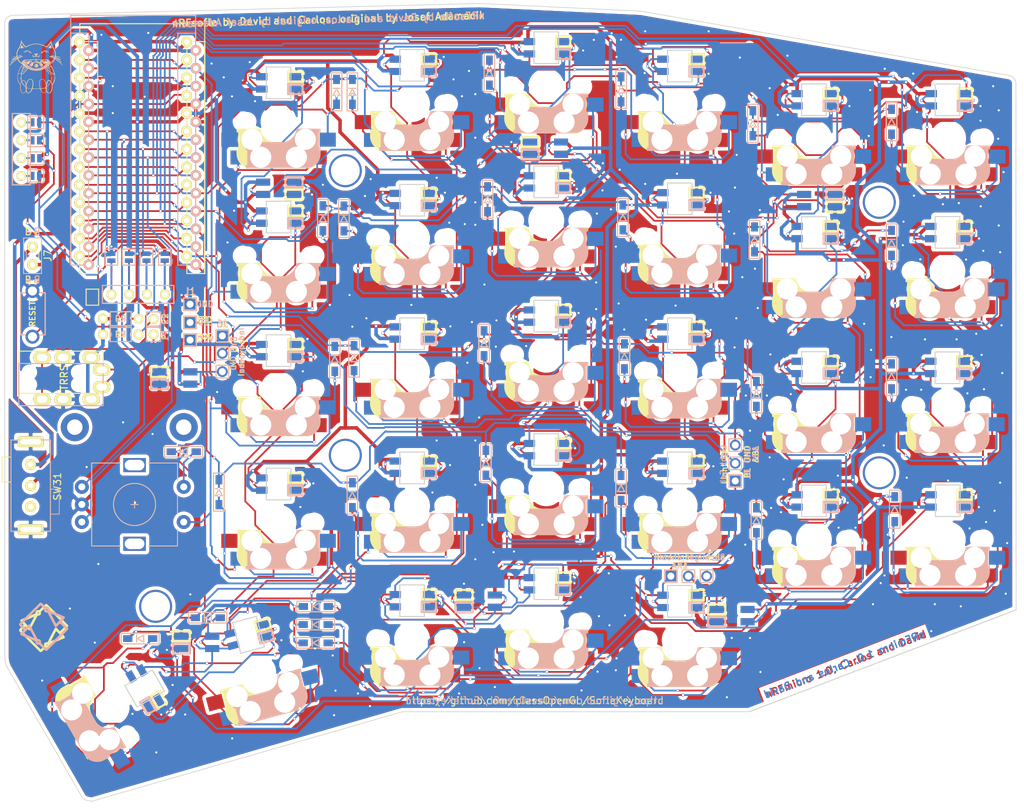
<source format=kicad_pcb>
(kicad_pcb (version 20171130) (host pcbnew 5.1.10)
  (layers (0 F.Cu signal) (31 B.Cu signal) (34 B.Paste user hide) (35 F.Paste user hide) (36 B.SilkS user) (37 F.SilkS user) (38 B.Mask user hide) (39 F.Mask user hide) (44 Edge.Cuts user hide))
  (net 0 "")
  (net 1 "Net-(D1-Pad2)")
  (net 2 row4)
  (net 3 "Net-(D2-Pad2)")
  (net 4 "Net-(D3-Pad2)")
  (net 5 row0)
  (net 6 "Net-(D4-Pad2)")
  (net 7 row1)
  (net 8 "Net-(D5-Pad2)")
  (net 9 row2)
  (net 10 "Net-(D6-Pad2)")
  (net 11 row3)
  (net 12 "Net-(D7-Pad2)")
  (net 13 "Net-(D8-Pad2)")
  (net 14 "Net-(D9-Pad2)")
  (net 15 "Net-(D10-Pad2)")
  (net 16 "Net-(D11-Pad2)")
  (net 17 "Net-(D12-Pad2)")
  (net 18 "Net-(D13-Pad2)")
  (net 19 "Net-(D14-Pad2)")
  (net 20 "Net-(D15-Pad2)")
  (net 21 "Net-(D16-Pad2)")
  (net 22 "Net-(D17-Pad2)")
  (net 23 "Net-(D18-Pad2)")
  (net 24 "Net-(D19-Pad2)")
  (net 25 "Net-(D20-Pad2)")
  (net 26 "Net-(D21-Pad2)")
  (net 27 "Net-(D22-Pad2)")
  (net 28 "Net-(D23-Pad2)")
  (net 29 "Net-(D24-Pad2)")
  (net 30 "Net-(D26-Pad2)")
  (net 31 "Net-(D27-Pad2)")
  (net 32 "Net-(D28-Pad2)")
  (net 33 VCC)
  (net 34 GND)
  (net 35 col0)
  (net 36 col1)
  (net 37 col2)
  (net 38 col3)
  (net 39 col4)
  (net 40 SDA)
  (net 41 LED)
  (net 42 SCL)
  (net 43 RESET)
  (net 44 "Net-(D29-Pad2)")
  (net 45 DATA)
  (net 46 "Net-(J3-Pad1)")
  (net 47 "Net-(J3-Pad2)")
  (net 48 "Net-(J3-Pad3)")
  (net 49 "Net-(J3-Pad4)")
  (net 50 "Net-(D30-Pad2)")
  (net 51 SW25B)
  (net 52 SW25A)
  (net 53 ENCB)
  (net 54 ENCA)
  (net 55 /i2c_c)
  (net 56 /i2c_d)
  (net 57 "Net-(D31-Pad1)")
  (net 58 "Net-(D31-Pad3)")
  (net 59 "Net-(D32-Pad3)")
  (net 60 /underglow)
  (net 61 "Net-(D34-Pad1)")
  (net 62 "Net-(D35-Pad1)")
  (net 63 "Net-(D36-Pad1)")
  (net 64 lights)
  (net 65 "Net-(D37-Pad3)")
  (net 66 /backlight)
  (net 67 "Net-(J5-Pad3)")
  (net 68 "Net-(SW1-Pad3)")
  (net 69 "Net-(SW1-Pad1)")
  (net 70 "Net-(SW2-Pad3)")
  (net 71 "Net-(SW3-Pad3)")
  (net 72 "Net-(SW3-Pad1)")
  (net 73 "Net-(SW10-Pad1)")
  (net 74 "Net-(SW5-Pad3)")
  (net 75 "Net-(SW11-Pad3)")
  (net 76 "Net-(SW12-Pad1)")
  (net 77 "Net-(SW13-Pad3)")
  (net 78 "Net-(SW14-Pad1)")
  (net 79 "Net-(SW15-Pad3)")
  (net 80 "Net-(SW10-Pad3)")
  (net 81 "Net-(SW11-Pad1)")
  (net 82 "Net-(SW12-Pad3)")
  (net 83 "Net-(SW13-Pad1)")
  (net 84 "Net-(SW14-Pad3)")
  (net 85 "Net-(SW15-Pad1)")
  (net 86 "Net-(SW16-Pad3)")
  (net 87 "Net-(SW17-Pad1)")
  (net 88 "Net-(SW18-Pad3)")
  (net 89 "Net-(SW19-Pad1)")
  (net 90 "Net-(SW20-Pad3)")
  (net 91 "Net-(SW21-Pad1)")
  (net 92 "Net-(SW22-Pad3)")
  (net 93 "Net-(SW23-Pad1)")
  (net 94 "Net-(SW24-Pad3)")
  (net 95 "Net-(SW26-Pad3)")
  (net 96 "Net-(SW28-Pad3)")
  (net 97 B-)
  (net 98 "Net-(J7-Pad1)")
  (net 99 B+)
  (net 100 "Net-(U1-Pad25)")
  (net 101 "Net-(U1-Pad8)")
  (net 102 "Net-(SW31-Pad3)")
  (net 103 "Net-(J8-Pad4)")
  (net 104 "Net-(J8-Pad3)")
  (net 105 "Net-(J8-Pad2)")
  (net 106 "Net-(J8-Pad1)")
  (module Additions:Logo (layer B.Cu) (at 87.0458 121.9962)
    (fp_text reference Ref** hide)
    (fp_text value Val** hide)
  )
  (module Additions:Logo (layer F.Cu) (at 87.0458 121.9962)
    (fp_text reference Ref** hide)
    (fp_text value Val** hide)
  )
  (module "Custom Parts:Catmelon_Small" (layer B.Cu) (at 85.9282 42.0624 180)
    (fp_text reference G*** hide)
    (fp_text value LOGO hide)
  )
  (module "Custom Parts:Catmelon_Small" (layer F.Cu) (at 86.0806 42.0624)
    (fp_text reference G*** hide)
    (fp_text value LOGO hide)
  )
  (module SofleKeyboard-footprint:Jumper (layer F.Cu) (at 85.93582 52.6796)
    (fp_text reference JP11 hide)
    (fp_text value Jumper_NO_Small hide)
    (pad 1 smd rect (at -0.50038 0) (size 0.635 1.143) (layers F.Cu F.Paste F.Mask) (net 105 "Net-(J8-Pad2)") (clearance 0.1905))
    (pad 2 smd rect (at 0.50038 0) (size 0.635 1.143) (layers F.Cu F.Paste F.Mask) (net 42 SCL) (clearance 0.1905))
  )
  (module SofleKeyboard-footprint:Jumper (layer F.Cu) (at 85.97392 55.2196)
    (fp_text reference JP10 hide)
    (fp_text value Jumper_NO_Small hide)
    (pad 1 smd rect (at -0.50038 0) (size 0.635 1.143) (layers F.Cu F.Paste F.Mask) (net 104 "Net-(J8-Pad3)") (clearance 0.1905))
    (pad 2 smd rect (at 0.50038 0) (size 0.635 1.143) (layers F.Cu F.Paste F.Mask) (net 33 VCC) (clearance 0.1905))
  )
  (module SofleKeyboard-footprint:Jumper (layer F.Cu) (at 85.93582 57.7342)
    (fp_text reference JP9 hide)
    (fp_text value Jumper_NO_Small hide)
    (pad 1 smd rect (at -0.50038 0) (size 0.635 1.143) (layers F.Cu F.Paste F.Mask) (net 103 "Net-(J8-Pad4)") (clearance 0.1905))
    (pad 2 smd rect (at 0.50038 0) (size 0.635 1.143) (layers F.Cu F.Paste F.Mask) (net 34 GND) (clearance 0.1905))
  )
  (module SofleKeyboard-footprint:Jumper (layer B.Cu) (at 85.93582 50.1142)
    (fp_text reference JP16 hide)
    (fp_text value Jumper_NO_Small hide)
    (pad 1 smd rect (at -0.50038 0) (size 0.635 1.143) (layers B.Cu B.Paste B.Mask) (net 106 "Net-(J8-Pad1)") (clearance 0.1905))
    (pad 2 smd rect (at 0.50038 0) (size 0.635 1.143) (layers B.Cu B.Paste B.Mask) (net 34 GND) (clearance 0.1905))
  )
  (module SofleKeyboard-footprint:Jumper (layer B.Cu) (at 85.93582 52.6796)
    (fp_text reference JP15 hide)
    (fp_text value Jumper_NO_Small hide)
    (pad 1 smd rect (at -0.50038 0) (size 0.635 1.143) (layers B.Cu B.Paste B.Mask) (net 105 "Net-(J8-Pad2)") (clearance 0.1905))
    (pad 2 smd rect (at 0.50038 0) (size 0.635 1.143) (layers B.Cu B.Paste B.Mask) (net 33 VCC) (clearance 0.1905))
  )
  (module SofleKeyboard-footprint:Jumper (layer B.Cu) (at 85.97138 55.2196)
    (fp_text reference JP14 hide)
    (fp_text value Jumper_NO_Small hide)
    (pad 1 smd rect (at -0.50038 0) (size 0.635 1.143) (layers B.Cu B.Paste B.Mask) (net 104 "Net-(J8-Pad3)") (clearance 0.1905))
    (pad 2 smd rect (at 0.50038 0) (size 0.635 1.143) (layers B.Cu B.Paste B.Mask) (net 42 SCL) (clearance 0.1905))
  )
  (module SofleKeyboard-footprint:Jumper (layer B.Cu) (at 85.93582 57.7342)
    (fp_text reference JP13 hide)
    (fp_text value Jumper_NO_Small hide)
    (pad 1 smd rect (at -0.50038 0) (size 0.635 1.143) (layers B.Cu B.Paste B.Mask) (net 103 "Net-(J8-Pad4)") (clearance 0.1905))
    (pad 2 smd rect (at 0.50038 0) (size 0.635 1.143) (layers B.Cu B.Paste B.Mask) (net 40 SDA) (clearance 0.1905))
  )
  (module SofleKeyboard-footprint:Jumper (layer F.Cu) (at 85.93582 50.1142)
    (fp_text reference JP12 hide)
    (fp_text value Jumper_NO_Small hide)
    (pad 1 smd rect (at -0.50038 0) (size 0.635 1.143) (layers F.Cu F.Paste F.Mask) (net 106 "Net-(J8-Pad1)") (clearance 0.1905))
    (pad 2 smd rect (at 0.50038 0) (size 0.635 1.143) (layers F.Cu F.Paste F.Mask) (net 40 SDA) (clearance 0.1905))
  )
  (module SofleKeyboard-footprint:OLED_4Pin (layer F.Cu) (at 83.8835 50.1269 270)
    (fp_text reference J8 hide)
    (fp_text value OLED hide)
    (pad 1 thru_hole circle (at 0 0 270) (size 1.397 1.397) (drill 0.8128) (layers *.Cu *.Mask F.SilkS) (net 106 "Net-(J8-Pad1)"))
    (pad 2 thru_hole circle (at 2.54 0 270) (size 1.397 1.397) (drill 0.8128) (layers *.Cu *.Mask F.SilkS) (net 105 "Net-(J8-Pad2)"))
    (pad 3 thru_hole circle (at 5.08 0 270) (size 1.397 1.397) (drill 0.8128) (layers *.Cu *.Mask F.SilkS) (net 104 "Net-(J8-Pad3)"))
    (pad 4 thru_hole circle (at 7.62 0 270) (size 1.397 1.397) (drill 0.8128) (layers *.Cu *.Mask F.SilkS) (net 103 "Net-(J8-Pad4)"))
  )
  (module Additions:nRFMicro_1.4 (layer F.Cu) (at 101 53.46)
    (fp_text reference U1 hide)
    (fp_text value nRFMicro hide)
    (pad 14 thru_hole circle (at 6.42 15.71) (size 1.524 1.524) (drill 0.8128) (layers *.Cu *.Mask F.SilkS) (net 52 SW25A))
    (pad 13 thru_hole circle (at -8.82 15.71) (size 1.524 1.524) (drill 0.8128) (layers *.Cu *.Mask F.SilkS) (net 2 row4))
    (pad 14 thru_hole circle (at -7.521185 16.905745 180) (size 1.524 1.524) (drill 0.8128) (layers *.Cu *.Mask B.SilkS) (net 52 SW25A))
    (pad 13 thru_hole circle (at 7.718815 16.905745 180) (size 1.524 1.524) (drill 0.8128) (layers *.Cu *.Mask B.SilkS) (net 2 row4))
    (pad 24 thru_hole circle (at -7.521185 -8.494255 180) (size 1.524 1.524) (drill 0.8128) (layers *.Cu *.Mask B.SilkS) (net 34 GND))
    (pad 10 thru_hole circle (at 7.718815 9.285745 180) (size 1.524 1.524) (drill 0.8128) (layers *.Cu *.Mask B.SilkS) (net 7 row1))
    (pad 20 thru_hole circle (at -7.521185 1.665745 180) (size 1.524 1.524) (drill 0.8128) (layers *.Cu *.Mask B.SilkS) (net 53 ENCB))
    (pad 6 thru_hole circle (at 7.718815 -0.874255 180) (size 1.524 1.524) (drill 0.8128) (layers *.Cu *.Mask B.SilkS) (net 40 SDA))
    (pad 4 thru_hole circle (at 7.718815 -5.954255 180) (size 1.524 1.524) (drill 0.8128) (layers *.Cu *.Mask B.SilkS) (net 34 GND))
    (pad 16 thru_hole circle (at -7.521185 11.825745 180) (size 1.524 1.524) (drill 0.8128) (layers *.Cu *.Mask B.SilkS) (net 38 col3))
    (pad 3 thru_hole circle (at 7.718815 -8.494255 180) (size 1.524 1.524) (drill 0.8128) (layers *.Cu *.Mask B.SilkS) (net 45 DATA))
    (pad 1 thru_hole circle (at 7.718815 -13.574255 180) (size 1.524 1.524) (drill 0.8128) (layers *.Cu *.Mask B.SilkS) (net 97 B-))
    (pad 18 thru_hole circle (at -7.521185 6.745745 180) (size 1.524 1.524) (drill 0.8128) (layers *.Cu *.Mask B.SilkS) (net 36 col1))
    (pad 12 thru_hole circle (at 7.718815 14.365745 180) (size 1.524 1.524) (drill 0.8128) (layers *.Cu *.Mask B.SilkS) (net 11 row3))
    (pad 21 thru_hole circle (at -7.521185 -0.874255 180) (size 1.524 1.524) (drill 0.8128) (layers *.Cu *.Mask B.SilkS) (net 54 ENCA))
    (pad 25 thru_hole circle (at -7.521185 -11.034255 180) (size 1.524 1.524) (drill 0.8128) (layers *.Cu *.Mask B.SilkS) (net 100 "Net-(U1-Pad25)"))
    (pad 23 thru_hole circle (at -7.521185 -5.954255 180) (size 1.524 1.524) (drill 0.8128) (layers *.Cu *.Mask B.SilkS) (net 43 RESET))
    (pad 22 thru_hole circle (at -7.521185 -3.414255 180) (size 1.524 1.524) (drill 0.8128) (layers *.Cu *.Mask B.SilkS) (net 33 VCC))
    (pad 17 thru_hole circle (at -7.521185 9.285745 180) (size 1.524 1.524) (drill 0.8128) (layers *.Cu *.Mask B.SilkS) (net 37 col2))
    (pad 19 thru_hole circle (at -7.521185 4.205745 180) (size 1.524 1.524) (drill 0.8128) (layers *.Cu *.Mask B.SilkS) (net 35 col0))
    (pad 9 thru_hole circle (at 7.718815 6.745745 180) (size 1.524 1.524) (drill 0.8128) (layers *.Cu *.Mask B.SilkS) (net 5 row0))
    (pad 8 thru_hole circle (at 7.718815 4.205745 180) (size 1.524 1.524) (drill 0.8128) (layers *.Cu *.Mask B.SilkS) (net 101 "Net-(U1-Pad8)"))
    (pad 15 thru_hole circle (at -7.521185 14.365745 180) (size 1.524 1.524) (drill 0.8128) (layers *.Cu *.Mask B.SilkS) (net 39 col4))
    (pad 11 thru_hole circle (at 7.718815 11.825745 180) (size 1.524 1.524) (drill 0.8128) (layers *.Cu *.Mask B.SilkS) (net 9 row2))
    (pad 2 thru_hole circle (at 7.718815 -11.034255 180) (size 1.524 1.524) (drill 0.8128) (layers *.Cu *.Mask B.SilkS) (net 41 LED))
    (pad 26 thru_hole circle (at -7.521185 -13.574255 180) (size 1.524 1.524) (drill 0.8128) (layers *.Cu *.Mask B.SilkS) (net 99 B+))
    (pad 7 thru_hole circle (at 7.718815 1.665745 180) (size 1.524 1.524) (drill 0.8128) (layers *.Cu *.Mask B.SilkS) (net 42 SCL))
    (pad 5 thru_hole circle (at 7.718815 -3.414255 180) (size 1.524 1.524) (drill 0.8128) (layers *.Cu *.Mask B.SilkS) (net 34 GND))
    (pad 1 thru_hole circle (at -8.82 -14.77) (size 1.524 1.524) (drill 0.8128) (layers *.Cu *.Mask F.SilkS) (net 97 B-))
    (pad 2 thru_hole circle (at -8.82 -12.23) (size 1.524 1.524) (drill 0.8128) (layers *.Cu *.Mask F.SilkS) (net 41 LED))
    (pad 3 thru_hole circle (at -8.82 -9.69) (size 1.524 1.524) (drill 0.8128) (layers *.Cu *.Mask F.SilkS) (net 45 DATA))
    (pad 4 thru_hole circle (at -8.82 -7.15) (size 1.524 1.524) (drill 0.8128) (layers *.Cu *.Mask F.SilkS) (net 34 GND))
    (pad 5 thru_hole circle (at -8.82 -4.61) (size 1.524 1.524) (drill 0.8128) (layers *.Cu *.Mask F.SilkS) (net 34 GND))
    (pad 6 thru_hole circle (at -8.82 -2.07) (size 1.524 1.524) (drill 0.8128) (layers *.Cu *.Mask F.SilkS) (net 40 SDA))
    (pad 7 thru_hole circle (at -8.82 0.47) (size 1.524 1.524) (drill 0.8128) (layers *.Cu *.Mask F.SilkS) (net 42 SCL))
    (pad 8 thru_hole circle (at -8.82 3.01) (size 1.524 1.524) (drill 0.8128) (layers *.Cu *.Mask F.SilkS) (net 101 "Net-(U1-Pad8)"))
    (pad 9 thru_hole circle (at -8.82 5.55) (size 1.524 1.524) (drill 0.8128) (layers *.Cu *.Mask F.SilkS) (net 5 row0))
    (pad 10 thru_hole circle (at -8.82 8.09) (size 1.524 1.524) (drill 0.8128) (layers *.Cu *.Mask F.SilkS) (net 7 row1))
    (pad 11 thru_hole circle (at -8.82 10.63) (size 1.524 1.524) (drill 0.8128) (layers *.Cu *.Mask F.SilkS) (net 9 row2))
    (pad 12 thru_hole circle (at -8.82 13.17) (size 1.524 1.524) (drill 0.8128) (layers *.Cu *.Mask F.SilkS) (net 11 row3))
    (pad 15 thru_hole circle (at 6.42 13.17) (size 1.524 1.524) (drill 0.8128) (layers *.Cu *.Mask F.SilkS) (net 39 col4))
    (pad 16 thru_hole circle (at 6.42 10.63) (size 1.524 1.524) (drill 0.8128) (layers *.Cu *.Mask F.SilkS) (net 38 col3))
    (pad 17 thru_hole circle (at 6.42 8.09) (size 1.524 1.524) (drill 0.8128) (layers *.Cu *.Mask F.SilkS) (net 37 col2))
    (pad 18 thru_hole circle (at 6.42 5.55) (size 1.524 1.524) (drill 0.8128) (layers *.Cu *.Mask F.SilkS) (net 36 col1))
    (pad 19 thru_hole circle (at 6.42 3.01) (size 1.524 1.524) (drill 0.8128) (layers *.Cu *.Mask F.SilkS) (net 35 col0))
    (pad 20 thru_hole circle (at 6.42 0.47) (size 1.524 1.524) (drill 0.8128) (layers *.Cu *.Mask F.SilkS) (net 53 ENCB))
    (pad 21 thru_hole circle (at 6.42 -2.07) (size 1.524 1.524) (drill 0.8128) (layers *.Cu *.Mask F.SilkS) (net 54 ENCA))
    (pad 22 thru_hole circle (at 6.42 -4.61) (size 1.524 1.524) (drill 0.8128) (layers *.Cu *.Mask F.SilkS) (net 33 VCC))
    (pad 23 thru_hole circle (at 6.42 -7.15) (size 1.524 1.524) (drill 0.8128) (layers *.Cu *.Mask F.SilkS) (net 43 RESET))
    (pad 24 thru_hole circle (at 6.42 -9.69) (size 1.524 1.524) (drill 0.8128) (layers *.Cu *.Mask F.SilkS) (net 34 GND))
    (pad 25 thru_hole circle (at 6.42 -12.23) (size 1.524 1.524) (drill 0.8128) (layers *.Cu *.Mask F.SilkS) (net 100 "Net-(U1-Pad25)"))
    (pad 26 thru_hole circle (at 6.42 -14.77) (size 1.524 1.524) (drill 0.8128) (layers *.Cu *.Mask F.SilkS) (net 99 B+))
  )
  (module Additions:EG1206A_Switch (layer F.Cu) (at 89.789 101.8143 270)
    (fp_text reference SW31 (at 0.127 0.762 90) (layer F.SilkS))
    (fp_text value SPDT_Switch)
    (pad 1 thru_hole circle (at -3 4.572 270) (size 1.524 1.524) (drill 0.8) (layers *.Cu *.Mask F.SilkS) (net 99 B+))
    (pad 2 thru_hole circle (at 0 4.572 270) (size 1.524 1.524) (drill 0.8) (layers *.Cu *.Mask F.SilkS) (net 98 "Net-(J7-Pad1)"))
    (pad 3 thru_hole circle (at 3 4.572 270) (size 1.524 1.524) (drill 0.8) (layers *.Cu *.Mask F.SilkS) (net 102 "Net-(SW31-Pad3)"))
    (pad "" thru_hole roundrect (at -6.25 4.572 270) (size 1.524 3.724) (drill oval 0.8 3) (layers *.Cu *.Mask F.SilkS) (net 34 GND))
    (pad "" thru_hole roundrect (at 6.25 4.572 270) (size 1.524 3.724) (drill oval 0.8 3) (layers *.Cu *.Mask F.SilkS) (net 34 GND))
  )
  (module Additions:JST_Micro_2 (layer F.Cu) (at 86.7537 69.1007 270)
    (fp_text reference J7 (at 0 -0.889 90) (layer F.SilkS))
    (fp_text value JST_Micro_2)
    (fp_text user B- (at -3.429 1.27) (layer B.SilkS) (effects (justify mirror)))
    (fp_text user B+ (at 3.429 1.27) (layer B.SilkS) (effects (justify mirror)))
    (fp_text user B- (at 3.429 1.27 180) (layer F.SilkS))
    (fp_text user B+ (at -3.429 1.27 180) (layer F.SilkS))
    (pad 2 thru_hole circle (at 1.27 1.27 270) (size 1.524 1.524) (drill 0.762) (layers *.Cu *.Mask F.SilkS) (net 97 B-))
    (pad 1 thru_hole circle (at -1.27 1.27 270) (size 1.524 1.524) (drill 0.762) (layers *.Cu *.Mask F.SilkS) (net 98 "Net-(J7-Pad1)"))
  )
  (module LED_SMD:SK6812MINI_underglow_dev (layer F.Cu) (at 108.85 124.13)
    (fp_text reference D34 hide)
    (fp_text value LED_sk2812_SM hide)
    (pad 2 smd rect (at -2.2 -0.875) (size 2 1) (layers B.Cu B.Paste B.Mask) (net 34 GND))
    (pad 1 smd rect (at -2.2 0.875) (size 2 1) (layers B.Cu B.Paste B.Mask) (net 61 "Net-(D34-Pad1)"))
    (pad 4 smd rect (at 2.2 0.875) (size 2 1) (layers B.Cu B.Paste B.Mask) (net 33 VCC))
    (pad 3 smd rect (at 2.2 -0.875) (size 2 1) (layers B.Cu B.Paste B.Mask) (net 57 "Net-(D31-Pad1)"))
    (pad 2 smd rect (at -2.2 0.875) (size 2 1) (layers F.Cu F.Paste F.Mask) (net 34 GND))
    (pad 1 smd rect (at -2.2 -0.875) (size 2 1) (layers F.Cu F.Paste F.Mask) (net 61 "Net-(D34-Pad1)"))
    (pad 3 smd rect (at 2.2 0.875) (size 2 1) (layers F.Cu F.Paste F.Mask) (net 57 "Net-(D31-Pad1)"))
    (pad 4 smd rect (at 2.2 -0.875) (size 2 1) (layers F.Cu F.Paste F.Mask) (net 33 VCC))
  )
  (module LED_SMD:SK6812MINI_underglow_dev (layer F.Cu) (at 120.5 59.5 180)
    (fp_text reference D31 hide)
    (fp_text value LED_sk2812_SM hide)
    (pad 2 smd rect (at -2.2 -0.875 180) (size 2 1) (layers B.Cu B.Paste B.Mask) (net 34 GND))
    (pad 1 smd rect (at -2.2 0.875 180) (size 2 1) (layers B.Cu B.Paste B.Mask) (net 57 "Net-(D31-Pad1)"))
    (pad 4 smd rect (at 2.2 0.875 180) (size 2 1) (layers B.Cu B.Paste B.Mask) (net 33 VCC))
    (pad 3 smd rect (at 2.2 -0.875 180) (size 2 1) (layers B.Cu B.Paste B.Mask) (net 58 "Net-(D31-Pad3)"))
    (pad 2 smd rect (at -2.2 0.875 180) (size 2 1) (layers F.Cu F.Paste F.Mask) (net 34 GND))
    (pad 1 smd rect (at -2.2 -0.875 180) (size 2 1) (layers F.Cu F.Paste F.Mask) (net 57 "Net-(D31-Pad1)"))
    (pad 3 smd rect (at 2.2 0.875 180) (size 2 1) (layers F.Cu F.Paste F.Mask) (net 58 "Net-(D31-Pad3)"))
    (pad 4 smd rect (at 2.2 -0.875 180) (size 2 1) (layers F.Cu F.Paste F.Mask) (net 33 VCC))
  )
  (module LED_SMD:SK6812MINI_underglow_dev (layer F.Cu) (at 158.5 53.79)
    (fp_text reference D32 hide)
    (fp_text value LED_sk2812_SM hide)
    (pad 2 smd rect (at -2.2 -0.875) (size 2 1) (layers B.Cu B.Paste B.Mask) (net 34 GND))
    (pad 1 smd rect (at -2.2 0.875) (size 2 1) (layers B.Cu B.Paste B.Mask) (net 58 "Net-(D31-Pad3)"))
    (pad 4 smd rect (at 2.2 0.875) (size 2 1) (layers B.Cu B.Paste B.Mask) (net 33 VCC))
    (pad 3 smd rect (at 2.2 -0.875) (size 2 1) (layers B.Cu B.Paste B.Mask) (net 59 "Net-(D32-Pad3)"))
    (pad 2 smd rect (at -2.2 0.875) (size 2 1) (layers F.Cu F.Paste F.Mask) (net 34 GND))
    (pad 1 smd rect (at -2.2 -0.875) (size 2 1) (layers F.Cu F.Paste F.Mask) (net 58 "Net-(D31-Pad3)"))
    (pad 3 smd rect (at 2.2 0.875) (size 2 1) (layers F.Cu F.Paste F.Mask) (net 59 "Net-(D32-Pad3)"))
    (pad 4 smd rect (at 2.2 -0.875) (size 2 1) (layers F.Cu F.Paste F.Mask) (net 33 VCC))
  )
  (module LED_SMD:SK6812MINI_underglow_dev (layer F.Cu) (at 197.5 61.25 180)
    (fp_text reference D33 hide)
    (fp_text value LED_sk2812_SM hide)
    (pad 2 smd rect (at -2.2 -0.875 180) (size 2 1) (layers B.Cu B.Paste B.Mask) (net 34 GND))
    (pad 1 smd rect (at -2.2 0.875 180) (size 2 1) (layers B.Cu B.Paste B.Mask) (net 59 "Net-(D32-Pad3)"))
    (pad 4 smd rect (at 2.2 0.875 180) (size 2 1) (layers B.Cu B.Paste B.Mask) (net 33 VCC))
    (pad 3 smd rect (at 2.2 -0.875 180) (size 2 1) (layers B.Cu B.Paste B.Mask) (net 60 /underglow))
    (pad 2 smd rect (at -2.2 0.875 180) (size 2 1) (layers F.Cu F.Paste F.Mask) (net 34 GND))
    (pad 1 smd rect (at -2.2 -0.875 180) (size 2 1) (layers F.Cu F.Paste F.Mask) (net 59 "Net-(D32-Pad3)"))
    (pad 3 smd rect (at 2.2 0.875 180) (size 2 1) (layers F.Cu F.Paste F.Mask) (net 60 /underglow))
    (pad 4 smd rect (at 2.2 -0.875 180) (size 2 1) (layers F.Cu F.Paste F.Mask) (net 33 VCC))
  )
  (module LED_SMD:SK6812MINI_underglow_dev (layer F.Cu) (at 149.0836 118.2626)
    (fp_text reference D35 hide)
    (fp_text value LED_sk2812_SM hide)
    (pad 2 smd rect (at -2.2 -0.875) (size 2 1) (layers B.Cu B.Paste B.Mask) (net 34 GND))
    (pad 1 smd rect (at -2.2 0.875) (size 2 1) (layers B.Cu B.Paste B.Mask) (net 62 "Net-(D35-Pad1)"))
    (pad 4 smd rect (at 2.2 0.875) (size 2 1) (layers B.Cu B.Paste B.Mask) (net 33 VCC))
    (pad 3 smd rect (at 2.2 -0.875) (size 2 1) (layers B.Cu B.Paste B.Mask) (net 61 "Net-(D34-Pad1)"))
    (pad 2 smd rect (at -2.2 0.875) (size 2 1) (layers F.Cu F.Paste F.Mask) (net 34 GND))
    (pad 1 smd rect (at -2.2 -0.875) (size 2 1) (layers F.Cu F.Paste F.Mask) (net 62 "Net-(D35-Pad1)"))
    (pad 3 smd rect (at 2.2 0.875) (size 2 1) (layers F.Cu F.Paste F.Mask) (net 61 "Net-(D34-Pad1)"))
    (pad 4 smd rect (at 2.2 -0.875) (size 2 1) (layers F.Cu F.Paste F.Mask) (net 33 VCC))
  )
  (module LED_SMD:SK6812MINI_underglow_dev (layer F.Cu) (at 185.05 120.32)
    (fp_text reference D36 hide)
    (fp_text value LED_sk2812_SM hide)
    (pad 2 smd rect (at -2.2 -0.875) (size 2 1) (layers B.Cu B.Paste B.Mask) (net 34 GND))
    (pad 1 smd rect (at -2.2 0.875) (size 2 1) (layers B.Cu B.Paste B.Mask) (net 63 "Net-(D36-Pad1)"))
    (pad 4 smd rect (at 2.2 0.875) (size 2 1) (layers B.Cu B.Paste B.Mask) (net 33 VCC))
    (pad 3 smd rect (at 2.2 -0.875) (size 2 1) (layers B.Cu B.Paste B.Mask) (net 62 "Net-(D35-Pad1)"))
    (pad 2 smd rect (at -2.2 0.875) (size 2 1) (layers F.Cu F.Paste F.Mask) (net 34 GND))
    (pad 1 smd rect (at -2.2 -0.875) (size 2 1) (layers F.Cu F.Paste F.Mask) (net 63 "Net-(D36-Pad1)"))
    (pad 3 smd rect (at 2.2 0.875) (size 2 1) (layers F.Cu F.Paste F.Mask) (net 62 "Net-(D35-Pad1)"))
    (pad 4 smd rect (at 2.2 -0.875) (size 2 1) (layers F.Cu F.Paste F.Mask) (net 33 VCC))
  )
  (module LED_SMD:SK6812MINI_underglow_dev (layer F.Cu) (at 105.75 86.5)
    (fp_text reference D37 hide)
    (fp_text value LED_sk2812_SM hide)
    (pad 2 smd rect (at -2.2 -0.875) (size 2 1) (layers B.Cu B.Paste B.Mask) (net 34 GND))
    (pad 1 smd rect (at -2.2 0.875) (size 2 1) (layers B.Cu B.Paste B.Mask) (net 64 lights))
    (pad 4 smd rect (at 2.2 0.875) (size 2 1) (layers B.Cu B.Paste B.Mask) (net 33 VCC))
    (pad 3 smd rect (at 2.2 -0.875) (size 2 1) (layers B.Cu B.Paste B.Mask) (net 65 "Net-(D37-Pad3)"))
    (pad 2 smd rect (at -2.2 0.875) (size 2 1) (layers F.Cu F.Paste F.Mask) (net 34 GND))
    (pad 1 smd rect (at -2.2 -0.875) (size 2 1) (layers F.Cu F.Paste F.Mask) (net 64 lights))
    (pad 3 smd rect (at 2.2 0.875) (size 2 1) (layers F.Cu F.Paste F.Mask) (net 65 "Net-(D37-Pad3)"))
    (pad 4 smd rect (at 2.2 -0.875) (size 2 1) (layers F.Cu F.Paste F.Mask) (net 33 VCC))
  )
  (module SofleKeyboard-footprint:LED (layer F.Cu) (at 107.9 81.1 180)
    (fp_text reference J1 (at 0 6.9 180) (layer F.SilkS))
    (fp_text value LED hide)
    (fp_text user GND (at -2.1 5.14 180) (layer F.SilkS) (effects (font (size 0.8 0.8))))
    (fp_text user LED (at -2.2 2.5 180) (layer B.SilkS) (effects (font (size 0.8 0.8)) (justify mirror)))
    (fp_text user LED (at -2.1 2.9 180) (layer F.SilkS) (effects (font (size 0.8 0.8)) (justify mirror)))
    (fp_text user GND (at -2.1 5.1 180) (layer B.SilkS) (effects (font (size 0.8 0.8)) (justify mirror)))
    (fp_text user VCC (at -2.2 0.1 180) (layer B.SilkS) (effects (font (size 0.8 0.8)) (justify mirror)))
    (fp_text user VCC (at -2.1 0.5 180) (layer F.SilkS) (effects (font (size 0.8 0.8)) (justify mirror)))
    (fp_text user J1 (at 0 6.9 180) (layer B.SilkS) (effects (justify mirror)))
    (pad 1 thru_hole rect (at 0 0 270) (size 1.524 1.524) (drill 1) (layers *.Cu *.Mask) (net 33 VCC))
    (pad 2 thru_hole rect (at 0 2.5 180) (size 1.524 1.524) (drill 1) (layers *.Cu *.Mask) (net 41 LED))
    (pad 3 thru_hole rect (at 0 5.1 180) (size 1.524 1.524) (drill 1) (layers *.Cu *.Mask) (net 34 GND))
  )
  (module Connector:3x1header (layer F.Cu) (at 112.5 80.5)
    (fp_text reference J6 (at 0 -1.7 -180) (layer F.SilkS))
    (fp_text value "indicator bypass" hide)
    (fp_text user J6 (at 0 -1.7 -180) (layer B.SilkS) (effects (justify mirror)))
    (pad 3 thru_hole circle (at 0 5.1) (size 1.524 1.524) (drill 1) (layers *.Cu *.Mask) (net 65 "Net-(D37-Pad3)"))
    (pad 2 thru_hole circle (at 0 2.5) (size 1.524 1.524) (drill 1) (layers *.Cu *.Mask) (net 41 LED))
    (pad 1 thru_hole rect (at 0 0 90) (size 1.524 1.524) (drill 1) (layers *.Cu *.Mask) (net 64 lights))
  )
  (module Button_Switch_Keyboard:SK6812MINI_and_cherry (layer F.Cu) (at 215.8 52.4 180)
    (fp_text reference SW6 hide)
    (fp_text value SW_PUSH-MX_W_LED hide)
    (pad 2 smd rect (at -2.4 6.375 180) (size 1.6 1) (layers B.Cu B.Paste B.Mask) (net 34 GND))
    (pad 1 smd rect (at -2.4 4.625 180) (size 1.6 1) (layers B.Cu B.Paste B.Mask) (net 74 "Net-(SW5-Pad3)"))
    (pad 4 smd rect (at 2.4 4.625 180) (size 1.6 1) (layers B.Cu B.Paste B.Mask) (net 33 VCC))
    (pad 3 smd rect (at 2.4 6.375 180) (size 1.6 1) (layers B.Cu B.Paste B.Mask) (net 76 "Net-(SW12-Pad1)"))
    (pad 2 smd rect (at -2.4 4.625 180) (size 1.6 1) (layers F.Cu F.Paste F.Mask) (net 34 GND))
    (pad 1 smd rect (at -2.4 6.375 180) (size 1.6 1) (layers F.Cu F.Paste F.Mask) (net 74 "Net-(SW5-Pad3)"))
    (pad 3 smd rect (at 2.4 4.625 180) (size 1.6 1) (layers F.Cu F.Paste F.Mask) (net 76 "Net-(SW12-Pad1)"))
    (pad 4 smd rect (at 2.4 6.375 180) (size 1.6 1) (layers F.Cu F.Paste F.Mask) (net 33 VCC))
    (pad "" np_thru_hole circle (at 2.54 -5.08) (size 3 3) (drill 3) (layers *.Cu *.Mask))
    (pad "" np_thru_hole circle (at 0 0 270) (size 4.1 4.1) (drill 4.1) (layers *.Cu *.Mask))
    (pad 6 smd rect (at 5.7 -5.12) (size 2.3 2) (layers B.Cu B.Paste B.Mask) (net 35 col0))
    (pad "" np_thru_hole circle (at -3.81 -2.54) (size 3 3) (drill 3) (layers *.Cu *.Mask))
    (pad "" np_thru_hole circle (at -4.5 0 180) (size 1.7 1.7) (drill 1.7) (layers *.Cu *.Mask))
    (pad 5 smd rect (at 7 -2.58) (size 2.3 2) (layers F.Cu F.Paste F.Mask) (net 10 "Net-(D6-Pad2)"))
    (pad 6 smd rect (at -5.7 -5.12) (size 2.3 2) (layers F.Cu F.Mask) (net 35 col0))
    (pad "" np_thru_hole circle (at -2.54 -5.08) (size 3 3) (drill 3) (layers *.Cu *.Mask))
    (pad "" np_thru_hole circle (at 4.5 0 180) (size 1.7 1.7) (drill 1.7) (layers *.Cu *.Mask))
    (pad "" np_thru_hole circle (at 5.08 0 180) (size 1.9 1.9) (drill 1.9) (layers *.Cu *.Mask))
    (pad "" np_thru_hole circle (at 3.81 -2.540001) (size 3 3) (drill 3) (layers *.Cu *.Mask))
    (pad "" np_thru_hole circle (at -5.08 0 180) (size 1.9 1.9) (drill 1.9) (layers *.Cu *.Mask))
    (pad 5 smd rect (at -7 -2.58) (size 2.3 2) (layers B.Cu B.Paste B.Mask) (net 10 "Net-(D6-Pad2)"))
  )
  (module dane:gecko-logo (layer B.Cu) (at 201 122.75 180)
    (fp_text reference G*** hide)
    (fp_text value LOGO hide)
  )
  (module dane:gecko-logo (layer F.Cu) (at 200.25 122.75)
    (fp_text reference G*** hide)
    (fp_text value LOGO hide)
  )
  (module Button_Switch_Keyboard:SK6812MINI_and_cherry (layer F.Cu) (at 158.6 102.19 180)
    (fp_text reference SW21 hide)
    (fp_text value SW_PUSH-MX_W_LED hide)
    (pad 5 smd rect (at -7 -2.58) (size 2.3 2) (layers B.Cu B.Paste B.Mask) (net 26 "Net-(D21-Pad2)"))
    (pad "" np_thru_hole circle (at -5.08 0 180) (size 1.9 1.9) (drill 1.9) (layers *.Cu *.Mask))
    (pad "" np_thru_hole circle (at 3.81 -2.540001) (size 3 3) (drill 3) (layers *.Cu *.Mask))
    (pad "" np_thru_hole circle (at 5.08 0 180) (size 1.9 1.9) (drill 1.9) (layers *.Cu *.Mask))
    (pad "" np_thru_hole circle (at 4.5 0 180) (size 1.7 1.7) (drill 1.7) (layers *.Cu *.Mask))
    (pad "" np_thru_hole circle (at -2.54 -5.08) (size 3 3) (drill 3) (layers *.Cu *.Mask))
    (pad 6 smd rect (at -5.7 -5.12) (size 2.3 2) (layers F.Cu F.Mask) (net 38 col3))
    (pad 5 smd rect (at 7 -2.58) (size 2.3 2) (layers F.Cu F.Paste F.Mask) (net 26 "Net-(D21-Pad2)"))
    (pad "" np_thru_hole circle (at -4.5 0 180) (size 1.7 1.7) (drill 1.7) (layers *.Cu *.Mask))
    (pad "" np_thru_hole circle (at -3.81 -2.54) (size 3 3) (drill 3) (layers *.Cu *.Mask))
    (pad 6 smd rect (at 5.7 -5.12) (size 2.3 2) (layers B.Cu B.Paste B.Mask) (net 38 col3))
    (pad "" np_thru_hole circle (at 0 0 270) (size 4.1 4.1) (drill 4.1) (layers *.Cu *.Mask))
    (pad "" np_thru_hole circle (at 2.54 -5.08) (size 3 3) (drill 3) (layers *.Cu *.Mask))
    (pad 4 smd rect (at 2.4 6.375 180) (size 1.6 1) (layers F.Cu F.Paste F.Mask) (net 33 VCC))
    (pad 3 smd rect (at 2.4 4.625 180) (size 1.6 1) (layers F.Cu F.Paste F.Mask) (net 85 "Net-(SW15-Pad1)"))
    (pad 1 smd rect (at -2.4 6.375 180) (size 1.6 1) (layers F.Cu F.Paste F.Mask) (net 91 "Net-(SW21-Pad1)"))
    (pad 2 smd rect (at -2.4 4.625 180) (size 1.6 1) (layers F.Cu F.Paste F.Mask) (net 34 GND))
    (pad 3 smd rect (at 2.4 6.375 180) (size 1.6 1) (layers B.Cu B.Paste B.Mask) (net 85 "Net-(SW15-Pad1)"))
    (pad 4 smd rect (at 2.4 4.625 180) (size 1.6 1) (layers B.Cu B.Paste B.Mask) (net 33 VCC))
    (pad 1 smd rect (at -2.4 4.625 180) (size 1.6 1) (layers B.Cu B.Paste B.Mask) (net 91 "Net-(SW21-Pad1)"))
    (pad 2 smd rect (at -2.4 6.375 180) (size 1.6 1) (layers B.Cu B.Paste B.Mask) (net 34 GND))
  )
  (module Button_Switch_Keyboard:SK6812MINI_and_cherry (layer F.Cu) (at 196.7 109.5 180)
    (fp_text reference SW23 hide)
    (fp_text value SW_PUSH-MX_W_LED hide)
    (pad 5 smd rect (at -7 -2.58) (size 2.3 2) (layers B.Cu B.Paste B.Mask) (net 28 "Net-(D23-Pad2)"))
    (pad "" np_thru_hole circle (at -5.08 0 180) (size 1.9 1.9) (drill 1.9) (layers *.Cu *.Mask))
    (pad "" np_thru_hole circle (at 3.81 -2.540001) (size 3 3) (drill 3) (layers *.Cu *.Mask))
    (pad "" np_thru_hole circle (at 5.08 0 180) (size 1.9 1.9) (drill 1.9) (layers *.Cu *.Mask))
    (pad "" np_thru_hole circle (at 4.5 0 180) (size 1.7 1.7) (drill 1.7) (layers *.Cu *.Mask))
    (pad "" np_thru_hole circle (at -2.54 -5.08) (size 3 3) (drill 3) (layers *.Cu *.Mask))
    (pad 6 smd rect (at -5.7 -5.12) (size 2.3 2) (layers F.Cu F.Mask) (net 36 col1))
    (pad 5 smd rect (at 7 -2.58) (size 2.3 2) (layers F.Cu F.Paste F.Mask) (net 28 "Net-(D23-Pad2)"))
    (pad "" np_thru_hole circle (at -4.5 0 180) (size 1.7 1.7) (drill 1.7) (layers *.Cu *.Mask))
    (pad "" np_thru_hole circle (at -3.81 -2.54) (size 3 3) (drill 3) (layers *.Cu *.Mask))
    (pad 6 smd rect (at 5.7 -5.12) (size 2.3 2) (layers B.Cu B.Paste B.Mask) (net 36 col1))
    (pad "" np_thru_hole circle (at 0 0 270) (size 4.1 4.1) (drill 4.1) (layers *.Cu *.Mask))
    (pad "" np_thru_hole circle (at 2.54 -5.08) (size 3 3) (drill 3) (layers *.Cu *.Mask))
    (pad 4 smd rect (at 2.4 6.375 180) (size 1.6 1) (layers F.Cu F.Paste F.Mask) (net 33 VCC))
    (pad 3 smd rect (at 2.4 4.625 180) (size 1.6 1) (layers F.Cu F.Paste F.Mask) (net 87 "Net-(SW17-Pad1)"))
    (pad 1 smd rect (at -2.4 6.375 180) (size 1.6 1) (layers F.Cu F.Paste F.Mask) (net 93 "Net-(SW23-Pad1)"))
    (pad 2 smd rect (at -2.4 4.625 180) (size 1.6 1) (layers F.Cu F.Paste F.Mask) (net 34 GND))
    (pad 3 smd rect (at 2.4 6.375 180) (size 1.6 1) (layers B.Cu B.Paste B.Mask) (net 87 "Net-(SW17-Pad1)"))
    (pad 4 smd rect (at 2.4 4.625 180) (size 1.6 1) (layers B.Cu B.Paste B.Mask) (net 33 VCC))
    (pad 1 smd rect (at -2.4 4.625 180) (size 1.6 1) (layers B.Cu B.Paste B.Mask) (net 93 "Net-(SW23-Pad1)"))
    (pad 2 smd rect (at -2.4 6.375 180) (size 1.6 1) (layers B.Cu B.Paste B.Mask) (net 34 GND))
  )
  (module Button_Switch_Keyboard:SK6812MINI_and_cherry (layer F.Cu) (at 215.7 71.3 180)
    (fp_text reference SW12 hide)
    (fp_text value SW_PUSH-MX_W_LED hide)
    (pad 5 smd rect (at -7 -2.58) (size 2.3 2) (layers B.Cu B.Paste B.Mask) (net 17 "Net-(D12-Pad2)"))
    (pad "" np_thru_hole circle (at -5.08 0 180) (size 1.9 1.9) (drill 1.9) (layers *.Cu *.Mask))
    (pad "" np_thru_hole circle (at 3.81 -2.540001) (size 3 3) (drill 3) (layers *.Cu *.Mask))
    (pad "" np_thru_hole circle (at 5.08 0 180) (size 1.9 1.9) (drill 1.9) (layers *.Cu *.Mask))
    (pad "" np_thru_hole circle (at 4.5 0 180) (size 1.7 1.7) (drill 1.7) (layers *.Cu *.Mask))
    (pad "" np_thru_hole circle (at -2.54 -5.08) (size 3 3) (drill 3) (layers *.Cu *.Mask))
    (pad 6 smd rect (at -5.7 -5.12) (size 2.3 2) (layers F.Cu F.Mask) (net 35 col0))
    (pad 5 smd rect (at 7 -2.58) (size 2.3 2) (layers F.Cu F.Paste F.Mask) (net 17 "Net-(D12-Pad2)"))
    (pad "" np_thru_hole circle (at -4.5 0 180) (size 1.7 1.7) (drill 1.7) (layers *.Cu *.Mask))
    (pad "" np_thru_hole circle (at -3.81 -2.54) (size 3 3) (drill 3) (layers *.Cu *.Mask))
    (pad 6 smd rect (at 5.7 -5.12) (size 2.3 2) (layers B.Cu B.Paste B.Mask) (net 35 col0))
    (pad "" np_thru_hole circle (at 0 0 270) (size 4.1 4.1) (drill 4.1) (layers *.Cu *.Mask))
    (pad "" np_thru_hole circle (at 2.54 -5.08) (size 3 3) (drill 3) (layers *.Cu *.Mask))
    (pad 4 smd rect (at 2.4 6.375 180) (size 1.6 1) (layers F.Cu F.Paste F.Mask) (net 33 VCC))
    (pad 3 smd rect (at 2.4 4.625 180) (size 1.6 1) (layers F.Cu F.Paste F.Mask) (net 82 "Net-(SW12-Pad3)"))
    (pad 1 smd rect (at -2.4 6.375 180) (size 1.6 1) (layers F.Cu F.Paste F.Mask) (net 76 "Net-(SW12-Pad1)"))
    (pad 2 smd rect (at -2.4 4.625 180) (size 1.6 1) (layers F.Cu F.Paste F.Mask) (net 34 GND))
    (pad 3 smd rect (at 2.4 6.375 180) (size 1.6 1) (layers B.Cu B.Paste B.Mask) (net 82 "Net-(SW12-Pad3)"))
    (pad 4 smd rect (at 2.4 4.625 180) (size 1.6 1) (layers B.Cu B.Paste B.Mask) (net 33 VCC))
    (pad 1 smd rect (at -2.4 4.625 180) (size 1.6 1) (layers B.Cu B.Paste B.Mask) (net 76 "Net-(SW12-Pad1)"))
    (pad 2 smd rect (at -2.4 6.375 180) (size 1.6 1) (layers B.Cu B.Paste B.Mask) (net 34 GND))
  )
  (module Button_Switch_Keyboard:SK6812MINI_and_cherry (layer F.Cu) (at 196.7 71.3 180)
    (fp_text reference SW11 hide)
    (fp_text value SW_PUSH-MX_W_LED hide)
    (pad 5 smd rect (at -7 -2.58) (size 2.3 2) (layers B.Cu B.Paste B.Mask) (net 16 "Net-(D11-Pad2)"))
    (pad "" np_thru_hole circle (at -5.08 0 180) (size 1.9 1.9) (drill 1.9) (layers *.Cu *.Mask))
    (pad "" np_thru_hole circle (at 3.81 -2.540001) (size 3 3) (drill 3) (layers *.Cu *.Mask))
    (pad "" np_thru_hole circle (at 5.08 0 180) (size 1.9 1.9) (drill 1.9) (layers *.Cu *.Mask))
    (pad "" np_thru_hole circle (at 4.5 0 180) (size 1.7 1.7) (drill 1.7) (layers *.Cu *.Mask))
    (pad "" np_thru_hole circle (at -2.54 -5.08) (size 3 3) (drill 3) (layers *.Cu *.Mask))
    (pad 6 smd rect (at -5.7 -5.12) (size 2.3 2) (layers F.Cu F.Mask) (net 36 col1))
    (pad 5 smd rect (at 7 -2.58) (size 2.3 2) (layers F.Cu F.Paste F.Mask) (net 16 "Net-(D11-Pad2)"))
    (pad "" np_thru_hole circle (at -4.5 0 180) (size 1.7 1.7) (drill 1.7) (layers *.Cu *.Mask))
    (pad "" np_thru_hole circle (at -3.81 -2.54) (size 3 3) (drill 3) (layers *.Cu *.Mask))
    (pad 6 smd rect (at 5.7 -5.12) (size 2.3 2) (layers B.Cu B.Paste B.Mask) (net 36 col1))
    (pad "" np_thru_hole circle (at 0 0 270) (size 4.1 4.1) (drill 4.1) (layers *.Cu *.Mask))
    (pad "" np_thru_hole circle (at 2.54 -5.08) (size 3 3) (drill 3) (layers *.Cu *.Mask))
    (pad 4 smd rect (at 2.4 6.375 180) (size 1.6 1) (layers F.Cu F.Paste F.Mask) (net 33 VCC))
    (pad 3 smd rect (at 2.4 4.625 180) (size 1.6 1) (layers F.Cu F.Paste F.Mask) (net 75 "Net-(SW11-Pad3)"))
    (pad 1 smd rect (at -2.4 6.375 180) (size 1.6 1) (layers F.Cu F.Paste F.Mask) (net 81 "Net-(SW11-Pad1)"))
    (pad 2 smd rect (at -2.4 4.625 180) (size 1.6 1) (layers F.Cu F.Paste F.Mask) (net 34 GND))
    (pad 3 smd rect (at 2.4 6.375 180) (size 1.6 1) (layers B.Cu B.Paste B.Mask) (net 75 "Net-(SW11-Pad3)"))
    (pad 4 smd rect (at 2.4 4.625 180) (size 1.6 1) (layers B.Cu B.Paste B.Mask) (net 33 VCC))
    (pad 1 smd rect (at -2.4 4.625 180) (size 1.6 1) (layers B.Cu B.Paste B.Mask) (net 81 "Net-(SW11-Pad1)"))
    (pad 2 smd rect (at -2.4 6.375 180) (size 1.6 1) (layers B.Cu B.Paste B.Mask) (net 34 GND))
  )
  (module Button_Switch_Keyboard:SK6812MINI_and_cherry (layer F.Cu) (at 196.7 90.5 180)
    (fp_text reference SW17 hide)
    (fp_text value SW_PUSH-MX_W_LED hide)
    (pad 5 smd rect (at -7 -2.58) (size 2.3 2) (layers B.Cu B.Paste B.Mask) (net 22 "Net-(D17-Pad2)"))
    (pad "" np_thru_hole circle (at -5.08 0 180) (size 1.9 1.9) (drill 1.9) (layers *.Cu *.Mask))
    (pad "" np_thru_hole circle (at 3.81 -2.540001) (size 3 3) (drill 3) (layers *.Cu *.Mask))
    (pad "" np_thru_hole circle (at 5.08 0 180) (size 1.9 1.9) (drill 1.9) (layers *.Cu *.Mask))
    (pad "" np_thru_hole circle (at 4.5 0 180) (size 1.7 1.7) (drill 1.7) (layers *.Cu *.Mask))
    (pad "" np_thru_hole circle (at -2.54 -5.08) (size 3 3) (drill 3) (layers *.Cu *.Mask))
    (pad 6 smd rect (at -5.7 -5.12) (size 2.3 2) (layers F.Cu F.Mask) (net 36 col1))
    (pad 5 smd rect (at 7 -2.58) (size 2.3 2) (layers F.Cu F.Paste F.Mask) (net 22 "Net-(D17-Pad2)"))
    (pad "" np_thru_hole circle (at -4.5 0 180) (size 1.7 1.7) (drill 1.7) (layers *.Cu *.Mask))
    (pad "" np_thru_hole circle (at -3.81 -2.54) (size 3 3) (drill 3) (layers *.Cu *.Mask))
    (pad 6 smd rect (at 5.7 -5.12) (size 2.3 2) (layers B.Cu B.Paste B.Mask) (net 36 col1))
    (pad "" np_thru_hole circle (at 0 0 270) (size 4.1 4.1) (drill 4.1) (layers *.Cu *.Mask))
    (pad "" np_thru_hole circle (at 2.54 -5.08) (size 3 3) (drill 3) (layers *.Cu *.Mask))
    (pad 4 smd rect (at 2.4 6.375 180) (size 1.6 1) (layers F.Cu F.Paste F.Mask) (net 33 VCC))
    (pad 3 smd rect (at 2.4 4.625 180) (size 1.6 1) (layers F.Cu F.Paste F.Mask) (net 81 "Net-(SW11-Pad1)"))
    (pad 1 smd rect (at -2.4 6.375 180) (size 1.6 1) (layers F.Cu F.Paste F.Mask) (net 87 "Net-(SW17-Pad1)"))
    (pad 2 smd rect (at -2.4 4.625 180) (size 1.6 1) (layers F.Cu F.Paste F.Mask) (net 34 GND))
    (pad 3 smd rect (at 2.4 6.375 180) (size 1.6 1) (layers B.Cu B.Paste B.Mask) (net 81 "Net-(SW11-Pad1)"))
    (pad 4 smd rect (at 2.4 4.625 180) (size 1.6 1) (layers B.Cu B.Paste B.Mask) (net 33 VCC))
    (pad 1 smd rect (at -2.4 4.625 180) (size 1.6 1) (layers B.Cu B.Paste B.Mask) (net 87 "Net-(SW17-Pad1)"))
    (pad 2 smd rect (at -2.4 6.375 180) (size 1.6 1) (layers B.Cu B.Paste B.Mask) (net 34 GND))
  )
  (module Button_Switch_Keyboard:SK6812MINI_and_cherry (layer F.Cu) (at 139.5 47.5 180)
    (fp_text reference SW2 hide)
    (fp_text value SW_PUSH-MX_W_LED hide)
    (pad 5 smd rect (at -7 -2.58) (size 2.3 2) (layers B.Cu B.Paste B.Mask) (net 3 "Net-(D2-Pad2)"))
    (pad "" np_thru_hole circle (at -5.08 0 180) (size 1.9 1.9) (drill 1.9) (layers *.Cu *.Mask))
    (pad "" np_thru_hole circle (at 3.81 -2.540001) (size 3 3) (drill 3) (layers *.Cu *.Mask))
    (pad "" np_thru_hole circle (at 5.08 0 180) (size 1.9 1.9) (drill 1.9) (layers *.Cu *.Mask))
    (pad "" np_thru_hole circle (at 4.5 0 180) (size 1.7 1.7) (drill 1.7) (layers *.Cu *.Mask))
    (pad "" np_thru_hole circle (at -2.54 -5.08) (size 3 3) (drill 3) (layers *.Cu *.Mask))
    (pad 6 smd rect (at -5.7 -5.12) (size 2.3 2) (layers F.Cu F.Mask) (net 39 col4))
    (pad 5 smd rect (at 7 -2.58) (size 2.3 2) (layers F.Cu F.Paste F.Mask) (net 3 "Net-(D2-Pad2)"))
    (pad "" np_thru_hole circle (at -4.5 0 180) (size 1.7 1.7) (drill 1.7) (layers *.Cu *.Mask))
    (pad "" np_thru_hole circle (at -3.81 -2.54) (size 3 3) (drill 3) (layers *.Cu *.Mask))
    (pad 6 smd rect (at 5.7 -5.12) (size 2.3 2) (layers B.Cu B.Paste B.Mask) (net 39 col4))
    (pad "" np_thru_hole circle (at 0 0 270) (size 4.1 4.1) (drill 4.1) (layers *.Cu *.Mask))
    (pad "" np_thru_hole circle (at 2.54 -5.08) (size 3 3) (drill 3) (layers *.Cu *.Mask))
    (pad 4 smd rect (at 2.4 6.375 180) (size 1.6 1) (layers F.Cu F.Paste F.Mask) (net 33 VCC))
    (pad 3 smd rect (at 2.4 4.625 180) (size 1.6 1) (layers F.Cu F.Paste F.Mask) (net 70 "Net-(SW2-Pad3)"))
    (pad 1 smd rect (at -2.4 6.375 180) (size 1.6 1) (layers F.Cu F.Paste F.Mask) (net 68 "Net-(SW1-Pad3)"))
    (pad 2 smd rect (at -2.4 4.625 180) (size 1.6 1) (layers F.Cu F.Paste F.Mask) (net 34 GND))
    (pad 3 smd rect (at 2.4 6.375 180) (size 1.6 1) (layers B.Cu B.Paste B.Mask) (net 70 "Net-(SW2-Pad3)"))
    (pad 4 smd rect (at 2.4 4.625 180) (size 1.6 1) (layers B.Cu B.Paste B.Mask) (net 33 VCC))
    (pad 1 smd rect (at -2.4 4.625 180) (size 1.6 1) (layers B.Cu B.Paste B.Mask) (net 68 "Net-(SW1-Pad3)"))
    (pad 2 smd rect (at -2.4 6.375 180) (size 1.6 1) (layers B.Cu B.Paste B.Mask) (net 34 GND))
  )
  (module Diode_SMD:crkbd-diode (layer F.Cu) (at 125.805 119.02)
    (fp_text reference D30 hide)
    (fp_text value D hide)
    (pad 1 smd rect (at -1.775 0) (size 1.3 0.95) (layers F.Cu F.Paste F.Mask) (net 2 row4))
    (pad 2 smd rect (at 1.775 0) (size 1.3 0.95) (layers B.Cu B.Paste B.Mask) (net 50 "Net-(D30-Pad2)"))
    (pad 1 smd rect (at -1.775 0) (size 1.3 0.95) (layers B.Cu B.Paste B.Mask) (net 2 row4))
    (pad 2 smd rect (at 1.775 0) (size 1.3 0.95) (layers F.Cu F.Paste F.Mask) (net 50 "Net-(D30-Pad2)"))
  )
  (module Diode_SMD:crkbd-diode (layer F.Cu) (at 125.775 121.6)
    (fp_text reference D29 hide)
    (fp_text value D hide)
    (pad 2 smd rect (at 1.775 0) (size 1.3 0.95) (layers F.Cu F.Paste F.Mask) (net 44 "Net-(D29-Pad2)"))
    (pad 1 smd rect (at -1.775 0) (size 1.3 0.95) (layers B.Cu B.Paste B.Mask) (net 2 row4))
    (pad 2 smd rect (at 1.775 0) (size 1.3 0.95) (layers B.Cu B.Paste B.Mask) (net 44 "Net-(D29-Pad2)"))
    (pad 1 smd rect (at -1.775 0) (size 1.3 0.95) (layers F.Cu F.Paste F.Mask) (net 2 row4))
  )
  (module Diode_SMD:crkbd-diode (layer F.Cu) (at 125.775 124.2)
    (fp_text reference D28 hide)
    (fp_text value D hide)
    (pad 1 smd rect (at -1.775 0) (size 1.3 0.95) (layers F.Cu F.Paste F.Mask) (net 2 row4))
    (pad 2 smd rect (at 1.775 0) (size 1.3 0.95) (layers B.Cu B.Paste B.Mask) (net 32 "Net-(D28-Pad2)"))
    (pad 1 smd rect (at -1.775 0) (size 1.3 0.95) (layers B.Cu B.Paste B.Mask) (net 2 row4))
    (pad 2 smd rect (at 1.775 0) (size 1.3 0.95) (layers F.Cu F.Paste F.Mask) (net 32 "Net-(D28-Pad2)"))
  )
  (module Diode_SMD:crkbd-diode (layer F.Cu) (at 110.4248 120.6248)
    (fp_text reference D27 hide)
    (fp_text value D hide)
    (pad 1 smd rect (at -1.775 0) (size 1.3 0.95) (layers F.Cu F.Paste F.Mask) (net 2 row4))
    (pad 2 smd rect (at 1.775 0) (size 1.3 0.95) (layers B.Cu B.Paste B.Mask) (net 31 "Net-(D27-Pad2)"))
    (pad 1 smd rect (at -1.775 0) (size 1.3 0.95) (layers B.Cu B.Paste B.Mask) (net 2 row4))
    (pad 2 smd rect (at 1.775 0) (size 1.3 0.95) (layers F.Cu F.Paste F.Mask) (net 31 "Net-(D27-Pad2)"))
  )
  (module Diode_SMD:crkbd-diode (layer F.Cu) (at 100.8 123.6)
    (fp_text reference D26 hide)
    (fp_text value D hide)
    (pad 1 smd rect (at -1.775 0) (size 1.3 0.95) (layers F.Cu F.Paste F.Mask) (net 2 row4))
    (pad 2 smd rect (at 1.775 0) (size 1.3 0.95) (layers B.Cu B.Paste B.Mask) (net 30 "Net-(D26-Pad2)"))
    (pad 1 smd rect (at -1.775 0) (size 1.3 0.95) (layers B.Cu B.Paste B.Mask) (net 2 row4))
    (pad 2 smd rect (at 1.775 0) (size 1.3 0.95) (layers F.Cu F.Paste F.Mask) (net 30 "Net-(D26-Pad2)"))
  )
  (module Diode_SMD:crkbd-diode (layer F.Cu) (at 107 97)
    (fp_text reference D25 hide)
    (fp_text value D hide)
    (pad 1 smd rect (at -1.775 0) (size 1.3 0.95) (layers F.Cu F.Paste F.Mask) (net 2 row4))
    (pad 2 smd rect (at 1.775 0) (size 1.3 0.95) (layers B.Cu B.Paste B.Mask) (net 51 SW25B))
    (pad 1 smd rect (at -1.775 0) (size 1.3 0.95) (layers B.Cu B.Paste B.Mask) (net 2 row4))
    (pad 2 smd rect (at 1.775 0) (size 1.3 0.95) (layers F.Cu F.Paste F.Mask) (net 51 SW25B))
  )
  (module Diode_SMD:crkbd-diode (layer F.Cu) (at 208.2 105.175 270)
    (fp_text reference D24 hide)
    (fp_text value D hide)
    (pad 1 smd rect (at -1.775 0 270) (size 1.3 0.95) (layers F.Cu F.Paste F.Mask) (net 11 row3))
    (pad 2 smd rect (at 1.775 0 270) (size 1.3 0.95) (layers B.Cu B.Paste B.Mask) (net 29 "Net-(D24-Pad2)"))
    (pad 1 smd rect (at -1.775 0 270) (size 1.3 0.95) (layers B.Cu B.Paste B.Mask) (net 11 row3))
    (pad 2 smd rect (at 1.775 0 270) (size 1.3 0.95) (layers F.Cu F.Paste F.Mask) (net 29 "Net-(D24-Pad2)"))
  )
  (module Diode_SMD:crkbd-diode (layer F.Cu) (at 188.5 106.75 270)
    (fp_text reference D23 hide)
    (fp_text value D hide)
    (pad 1 smd rect (at -1.775 0 270) (size 1.3 0.95) (layers F.Cu F.Paste F.Mask) (net 11 row3))
    (pad 2 smd rect (at 1.775 0 270) (size 1.3 0.95) (layers B.Cu B.Paste B.Mask) (net 28 "Net-(D23-Pad2)"))
    (pad 1 smd rect (at -1.775 0 270) (size 1.3 0.95) (layers B.Cu B.Paste B.Mask) (net 11 row3))
    (pad 2 smd rect (at 1.775 0 270) (size 1.3 0.95) (layers F.Cu F.Paste F.Mask) (net 28 "Net-(D23-Pad2)"))
  )
  (module Diode_SMD:crkbd-diode (layer F.Cu) (at 169.25 102.15 270)
    (fp_text reference D22 hide)
    (fp_text value D hide)
    (pad 1 smd rect (at -1.775 0 270) (size 1.3 0.95) (layers F.Cu F.Paste F.Mask) (net 11 row3))
    (pad 2 smd rect (at 1.775 0 270) (size 1.3 0.95) (layers B.Cu B.Paste B.Mask) (net 27 "Net-(D22-Pad2)"))
    (pad 1 smd rect (at -1.775 0 270) (size 1.3 0.95) (layers B.Cu B.Paste B.Mask) (net 11 row3))
    (pad 2 smd rect (at 1.775 0 270) (size 1.3 0.95) (layers F.Cu F.Paste F.Mask) (net 27 "Net-(D22-Pad2)"))
  )
  (module Diode_SMD:crkbd-diode (layer F.Cu) (at 150 98.565 270)
    (fp_text reference D21 hide)
    (fp_text value D hide)
    (pad 1 smd rect (at -1.775 0 270) (size 1.3 0.95) (layers F.Cu F.Paste F.Mask) (net 11 row3))
    (pad 2 smd rect (at 1.775 0 270) (size 1.3 0.95) (layers B.Cu B.Paste B.Mask) (net 26 "Net-(D21-Pad2)"))
    (pad 1 smd rect (at -1.775 0 270) (size 1.3 0.95) (layers B.Cu B.Paste B.Mask) (net 11 row3))
    (pad 2 smd rect (at 1.775 0 270) (size 1.3 0.95) (layers F.Cu F.Paste F.Mask) (net 26 "Net-(D21-Pad2)"))
  )
  (module Diode_SMD:crkbd-diode (layer F.Cu) (at 131 103.175 270)
    (fp_text reference D20 hide)
    (fp_text value D hide)
    (pad 1 smd rect (at -1.775 0 270) (size 1.3 0.95) (layers F.Cu F.Paste F.Mask) (net 11 row3))
    (pad 2 smd rect (at 1.775 0 270) (size 1.3 0.95) (layers B.Cu B.Paste B.Mask) (net 25 "Net-(D20-Pad2)"))
    (pad 1 smd rect (at -1.775 0 270) (size 1.3 0.95) (layers B.Cu B.Paste B.Mask) (net 11 row3))
    (pad 2 smd rect (at 1.775 0 270) (size 1.3 0.95) (layers F.Cu F.Paste F.Mask) (net 25 "Net-(D20-Pad2)"))
  )
  (module Diode_SMD:crkbd-diode (layer F.Cu) (at 112 102.75 270)
    (fp_text reference D19 hide)
    (fp_text value D hide)
    (pad 1 smd rect (at -1.775 0 270) (size 1.3 0.95) (layers F.Cu F.Paste F.Mask) (net 11 row3))
    (pad 2 smd rect (at 1.775 0 270) (size 1.3 0.95) (layers B.Cu B.Paste B.Mask) (net 24 "Net-(D19-Pad2)"))
    (pad 1 smd rect (at -1.775 0 270) (size 1.3 0.95) (layers B.Cu B.Paste B.Mask) (net 11 row3))
    (pad 2 smd rect (at 1.775 0 270) (size 1.3 0.95) (layers F.Cu F.Paste F.Mask) (net 24 "Net-(D19-Pad2)"))
  )
  (module Diode_SMD:crkbd-diode (layer F.Cu) (at 207.75 86.275 270)
    (fp_text reference D18 hide)
    (fp_text value D hide)
    (pad 1 smd rect (at -1.775 0 270) (size 1.3 0.95) (layers F.Cu F.Paste F.Mask) (net 9 row2))
    (pad 2 smd rect (at 1.775 0 270) (size 1.3 0.95) (layers B.Cu B.Paste B.Mask) (net 23 "Net-(D18-Pad2)"))
    (pad 1 smd rect (at -1.775 0 270) (size 1.3 0.95) (layers B.Cu B.Paste B.Mask) (net 9 row2))
    (pad 2 smd rect (at 1.775 0 270) (size 1.3 0.95) (layers F.Cu F.Paste F.Mask) (net 23 "Net-(D18-Pad2)"))
  )
  (module Diode_SMD:crkbd-diode (layer F.Cu) (at 188.5 88.775 270)
    (fp_text reference D17 hide)
    (fp_text value D hide)
    (pad 1 smd rect (at -1.775 0 270) (size 1.3 0.95) (layers F.Cu F.Paste F.Mask) (net 9 row2))
    (pad 2 smd rect (at 1.775 0 270) (size 1.3 0.95) (layers B.Cu B.Paste B.Mask) (net 22 "Net-(D17-Pad2)"))
    (pad 1 smd rect (at -1.775 0 270) (size 1.3 0.95) (layers B.Cu B.Paste B.Mask) (net 9 row2))
    (pad 2 smd rect (at 1.775 0 270) (size 1.3 0.95) (layers F.Cu F.Paste F.Mask) (net 22 "Net-(D17-Pad2)"))
  )
  (module Diode_SMD:crkbd-diode (layer F.Cu) (at 169.725 83.425 270)
    (fp_text reference D16 hide)
    (fp_text value D hide)
    (pad 1 smd rect (at -1.775 0 270) (size 1.3 0.95) (layers F.Cu F.Paste F.Mask) (net 9 row2))
    (pad 2 smd rect (at 1.775 0 270) (size 1.3 0.95) (layers B.Cu B.Paste B.Mask) (net 21 "Net-(D16-Pad2)"))
    (pad 1 smd rect (at -1.775 0 270) (size 1.3 0.95) (layers B.Cu B.Paste B.Mask) (net 9 row2))
    (pad 2 smd rect (at 1.775 0 270) (size 1.3 0.95) (layers F.Cu F.Paste F.Mask) (net 21 "Net-(D16-Pad2)"))
  )
  (module Diode_SMD:crkbd-diode (layer F.Cu) (at 149.75 81.565 270)
    (fp_text reference D15 hide)
    (fp_text value D hide)
    (pad 1 smd rect (at -1.775 0 270) (size 1.3 0.95) (layers F.Cu F.Paste F.Mask) (net 9 row2))
    (pad 2 smd rect (at 1.775 0 270) (size 1.3 0.95) (layers B.Cu B.Paste B.Mask) (net 20 "Net-(D15-Pad2)"))
    (pad 1 smd rect (at -1.775 0 270) (size 1.3 0.95) (layers B.Cu B.Paste B.Mask) (net 9 row2))
    (pad 2 smd rect (at 1.775 0 270) (size 1.3 0.95) (layers F.Cu F.Paste F.Mask) (net 20 "Net-(D15-Pad2)"))
  )
  (module Diode_SMD:crkbd-diode (layer F.Cu) (at 131.25 83.675 270)
    (fp_text reference D14 hide)
    (fp_text value D hide)
    (pad 1 smd rect (at -1.775 0 270) (size 1.3 0.95) (layers F.Cu F.Paste F.Mask) (net 9 row2))
    (pad 2 smd rect (at 1.775 0 270) (size 1.3 0.95) (layers B.Cu B.Paste B.Mask) (net 19 "Net-(D14-Pad2)"))
    (pad 1 smd rect (at -1.775 0 270) (size 1.3 0.95) (layers B.Cu B.Paste B.Mask) (net 9 row2))
    (pad 2 smd rect (at 1.775 0 270) (size 1.3 0.95) (layers F.Cu F.Paste F.Mask) (net 19 "Net-(D14-Pad2)"))
  )
  (module Diode_SMD:crkbd-diode (layer F.Cu) (at 128.5 83.775 270)
    (fp_text reference D13 hide)
    (fp_text value D hide)
    (pad 1 smd rect (at -1.775 0 270) (size 1.3 0.95) (layers F.Cu F.Paste F.Mask) (net 9 row2))
    (pad 2 smd rect (at 1.775 0 270) (size 1.3 0.95) (layers B.Cu B.Paste B.Mask) (net 18 "Net-(D13-Pad2)"))
    (pad 1 smd rect (at -1.775 0 270) (size 1.3 0.95) (layers B.Cu B.Paste B.Mask) (net 9 row2))
    (pad 2 smd rect (at 1.775 0 270) (size 1.3 0.95) (layers F.Cu F.Paste F.Mask) (net 18 "Net-(D13-Pad2)"))
  )
  (module Diode_SMD:crkbd-diode (layer F.Cu) (at 207.75 67.275 270)
    (fp_text reference D12 hide)
    (fp_text value D hide)
    (pad 1 smd rect (at -1.775 0 270) (size 1.3 0.95) (layers F.Cu F.Paste F.Mask) (net 7 row1))
    (pad 2 smd rect (at 1.775 0 270) (size 1.3 0.95) (layers B.Cu B.Paste B.Mask) (net 17 "Net-(D12-Pad2)"))
    (pad 1 smd rect (at -1.775 0 270) (size 1.3 0.95) (layers B.Cu B.Paste B.Mask) (net 7 row1))
    (pad 2 smd rect (at 1.775 0 270) (size 1.3 0.95) (layers F.Cu F.Paste F.Mask) (net 17 "Net-(D12-Pad2)"))
  )
  (module Diode_SMD:crkbd-diode (layer F.Cu) (at 188.25 66.775 270)
    (fp_text reference D11 hide)
    (fp_text value D hide)
    (pad 1 smd rect (at -1.775 0 270) (size 1.3 0.95) (layers F.Cu F.Paste F.Mask) (net 7 row1))
    (pad 2 smd rect (at 1.775 0 270) (size 1.3 0.95) (layers B.Cu B.Paste B.Mask) (net 16 "Net-(D11-Pad2)"))
    (pad 1 smd rect (at -1.775 0 270) (size 1.3 0.95) (layers B.Cu B.Paste B.Mask) (net 7 row1))
    (pad 2 smd rect (at 1.775 0 270) (size 1.3 0.95) (layers F.Cu F.Paste F.Mask) (net 16 "Net-(D11-Pad2)"))
  )
  (module Diode_SMD:crkbd-diode (layer F.Cu) (at 169.5 63.65 270)
    (fp_text reference D10 hide)
    (fp_text value D hide)
    (pad 1 smd rect (at -1.775 0 270) (size 1.3 0.95) (layers F.Cu F.Paste F.Mask) (net 7 row1))
    (pad 2 smd rect (at 1.775 0 270) (size 1.3 0.95) (layers B.Cu B.Paste B.Mask) (net 15 "Net-(D10-Pad2)"))
    (pad 1 smd rect (at -1.775 0 270) (size 1.3 0.95) (layers B.Cu B.Paste B.Mask) (net 7 row1))
    (pad 2 smd rect (at 1.775 0 270) (size 1.3 0.95) (layers F.Cu F.Paste F.Mask) (net 15 "Net-(D10-Pad2)"))
  )
  (module Diode_SMD:crkbd-diode (layer F.Cu) (at 150.25 61.065 270)
    (fp_text reference D9 hide)
    (fp_text value D hide)
    (pad 1 smd rect (at -1.775 0 270) (size 1.3 0.95) (layers F.Cu F.Paste F.Mask) (net 7 row1))
    (pad 2 smd rect (at 1.775 0 270) (size 1.3 0.95) (layers B.Cu B.Paste B.Mask) (net 14 "Net-(D9-Pad2)"))
    (pad 1 smd rect (at -1.775 0 270) (size 1.3 0.95) (layers B.Cu B.Paste B.Mask) (net 7 row1))
    (pad 2 smd rect (at 1.775 0 270) (size 1.3 0.95) (layers F.Cu F.Paste F.Mask) (net 14 "Net-(D9-Pad2)"))
  )
  (module Diode_SMD:crkbd-diode (layer F.Cu) (at 129.8 63.8 270)
    (fp_text reference D8 hide)
    (fp_text value D hide)
    (pad 1 smd rect (at -1.775 0 270) (size 1.3 0.95) (layers F.Cu F.Paste F.Mask) (net 7 row1))
    (pad 2 smd rect (at 1.775 0 270) (size 1.3 0.95) (layers B.Cu B.Paste B.Mask) (net 13 "Net-(D8-Pad2)"))
    (pad 1 smd rect (at -1.775 0 270) (size 1.3 0.95) (layers B.Cu B.Paste B.Mask) (net 7 row1))
    (pad 2 smd rect (at 1.775 0 270) (size 1.3 0.95) (layers F.Cu F.Paste F.Mask) (net 13 "Net-(D8-Pad2)"))
  )
  (module Diode_SMD:crkbd-diode (layer F.Cu) (at 126.8 63.775 270)
    (fp_text reference D7 hide)
    (fp_text value D hide)
    (pad 1 smd rect (at -1.775 0 270) (size 1.3 0.95) (layers F.Cu F.Paste F.Mask) (net 7 row1))
    (pad 2 smd rect (at 1.775 0 270) (size 1.3 0.95) (layers B.Cu B.Paste B.Mask) (net 12 "Net-(D7-Pad2)"))
    (pad 1 smd rect (at -1.775 0 270) (size 1.3 0.95) (layers B.Cu B.Paste B.Mask) (net 7 row1))
    (pad 2 smd rect (at 1.775 0 270) (size 1.3 0.95) (layers F.Cu F.Paste F.Mask) (net 12 "Net-(D7-Pad2)"))
  )
  (module Diode_SMD:crkbd-diode (layer F.Cu) (at 207.75 50.025 270)
    (fp_text reference D6 hide)
    (fp_text value D hide)
    (pad 1 smd rect (at -1.775 0 270) (size 1.3 0.95) (layers F.Cu F.Paste F.Mask) (net 5 row0))
    (pad 2 smd rect (at 1.775 0 270) (size 1.3 0.95) (layers B.Cu B.Paste B.Mask) (net 10 "Net-(D6-Pad2)"))
    (pad 1 smd rect (at -1.775 0 270) (size 1.3 0.95) (layers B.Cu B.Paste B.Mask) (net 5 row0))
    (pad 2 smd rect (at 1.775 0 270) (size 1.3 0.95) (layers F.Cu F.Paste F.Mask) (net 10 "Net-(D6-Pad2)"))
  )
  (module Diode_SMD:crkbd-diode (layer F.Cu) (at 188 50.25 270)
    (fp_text reference D5 hide)
    (fp_text value D hide)
    (pad 1 smd rect (at -1.775 0 270) (size 1.3 0.95) (layers F.Cu F.Paste F.Mask) (net 5 row0))
    (pad 2 smd rect (at 1.775 0 270) (size 1.3 0.95) (layers B.Cu B.Paste B.Mask) (net 8 "Net-(D5-Pad2)"))
    (pad 1 smd rect (at -1.775 0 270) (size 1.3 0.95) (layers B.Cu B.Paste B.Mask) (net 5 row0))
    (pad 2 smd rect (at 1.775 0 270) (size 1.3 0.95) (layers F.Cu F.Paste F.Mask) (net 8 "Net-(D5-Pad2)"))
  )
  (module Diode_SMD:crkbd-diode (layer F.Cu) (at 169.25 45.425 270)
    (fp_text reference D4 hide)
    (fp_text value D hide)
    (pad 1 smd rect (at -1.775 0 270) (size 1.3 0.95) (layers F.Cu F.Paste F.Mask) (net 5 row0))
    (pad 2 smd rect (at 1.775 0 270) (size 1.3 0.95) (layers B.Cu B.Paste B.Mask) (net 6 "Net-(D4-Pad2)"))
    (pad 1 smd rect (at -1.775 0 270) (size 1.3 0.95) (layers B.Cu B.Paste B.Mask) (net 5 row0))
    (pad 2 smd rect (at 1.775 0 270) (size 1.3 0.95) (layers F.Cu F.Paste F.Mask) (net 6 "Net-(D4-Pad2)"))
  )
  (module Diode_SMD:crkbd-diode (layer F.Cu) (at 150.5 43.04 270)
    (fp_text reference D3 hide)
    (fp_text value D hide)
    (pad 1 smd rect (at -1.775 0 270) (size 1.3 0.95) (layers F.Cu F.Paste F.Mask) (net 5 row0))
    (pad 2 smd rect (at 1.775 0 270) (size 1.3 0.95) (layers B.Cu B.Paste B.Mask) (net 4 "Net-(D3-Pad2)"))
    (pad 1 smd rect (at -1.775 0 270) (size 1.3 0.95) (layers B.Cu B.Paste B.Mask) (net 5 row0))
    (pad 2 smd rect (at 1.775 0 270) (size 1.3 0.95) (layers F.Cu F.Paste F.Mask) (net 4 "Net-(D3-Pad2)"))
  )
  (module Diode_SMD:crkbd-diode (layer F.Cu) (at 131 45.7805 270)
    (fp_text reference D2 hide)
    (fp_text value D hide)
    (pad 1 smd rect (at -1.775 0 270) (size 1.3 0.95) (layers F.Cu F.Paste F.Mask) (net 5 row0))
    (pad 2 smd rect (at 1.775 0 270) (size 1.3 0.95) (layers B.Cu B.Paste B.Mask) (net 3 "Net-(D2-Pad2)"))
    (pad 1 smd rect (at -1.775 0 270) (size 1.3 0.95) (layers B.Cu B.Paste B.Mask) (net 5 row0))
    (pad 2 smd rect (at 1.775 0 270) (size 1.3 0.95) (layers F.Cu F.Paste F.Mask) (net 3 "Net-(D2-Pad2)"))
  )
  (module Diode_SMD:crkbd-diode (layer F.Cu) (at 128.75 45.775 270)
    (fp_text reference D1 hide)
    (fp_text value D hide)
    (pad 1 smd rect (at -1.775 0 270) (size 1.3 0.95) (layers F.Cu F.Paste F.Mask) (net 5 row0))
    (pad 2 smd rect (at 1.775 0 270) (size 1.3 0.95) (layers B.Cu B.Paste B.Mask) (net 1 "Net-(D1-Pad2)"))
    (pad 1 smd rect (at -1.775 0 270) (size 1.3 0.95) (layers B.Cu B.Paste B.Mask) (net 5 row0))
    (pad 2 smd rect (at 1.775 0 270) (size 1.3 0.95) (layers F.Cu F.Paste F.Mask) (net 1 "Net-(D1-Pad2)"))
  )
  (module Button_Switch_Keyboard:SK6812MINI_and_cherry (layer F.Cu) (at 177.6 123.8 180)
    (fp_text reference SW30 hide)
    (fp_text value SW_PUSH-MX_W_LED hide)
    (pad 5 smd rect (at -7 -2.58) (size 2.3 2) (layers B.Cu B.Paste B.Mask) (net 50 "Net-(D30-Pad2)"))
    (pad "" np_thru_hole circle (at -5.08 0 180) (size 1.9 1.9) (drill 1.9) (layers *.Cu *.Mask))
    (pad "" np_thru_hole circle (at 3.81 -2.540001) (size 3 3) (drill 3) (layers *.Cu *.Mask))
    (pad "" np_thru_hole circle (at 5.08 0 180) (size 1.9 1.9) (drill 1.9) (layers *.Cu *.Mask))
    (pad "" np_thru_hole circle (at 4.5 0 180) (size 1.7 1.7) (drill 1.7) (layers *.Cu *.Mask))
    (pad "" np_thru_hole circle (at -2.54 -5.08) (size 3 3) (drill 3) (layers *.Cu *.Mask))
    (pad 6 smd rect (at -5.7 -5.12) (size 2.3 2) (layers F.Cu F.Mask) (net 35 col0))
    (pad 5 smd rect (at 7 -2.58) (size 2.3 2) (layers F.Cu F.Paste F.Mask) (net 50 "Net-(D30-Pad2)"))
    (pad "" np_thru_hole circle (at -4.5 0 180) (size 1.7 1.7) (drill 1.7) (layers *.Cu *.Mask))
    (pad "" np_thru_hole circle (at -3.81 -2.54) (size 3 3) (drill 3) (layers *.Cu *.Mask))
    (pad 6 smd rect (at 5.7 -5.12) (size 2.3 2) (layers B.Cu B.Paste B.Mask) (net 35 col0))
    (pad "" np_thru_hole circle (at 0 0 270) (size 4.1 4.1) (drill 4.1) (layers *.Cu *.Mask))
    (pad "" np_thru_hole circle (at 2.54 -5.08) (size 3 3) (drill 3) (layers *.Cu *.Mask))
    (pad 4 smd rect (at 2.4 6.375 180) (size 1.6 1) (layers F.Cu F.Paste F.Mask) (net 33 VCC))
    (pad 3 smd rect (at 2.4 4.625 180) (size 1.6 1) (layers F.Cu F.Paste F.Mask) (net 66 /backlight))
    (pad 1 smd rect (at -2.4 6.375 180) (size 1.6 1) (layers F.Cu F.Paste F.Mask) (net 94 "Net-(SW24-Pad3)"))
    (pad 2 smd rect (at -2.4 4.625 180) (size 1.6 1) (layers F.Cu F.Paste F.Mask) (net 34 GND))
    (pad 3 smd rect (at 2.4 6.375 180) (size 1.6 1) (layers B.Cu B.Paste B.Mask) (net 66 /backlight))
    (pad 4 smd rect (at 2.4 4.625 180) (size 1.6 1) (layers B.Cu B.Paste B.Mask) (net 33 VCC))
    (pad 1 smd rect (at -2.4 4.625 180) (size 1.6 1) (layers B.Cu B.Paste B.Mask) (net 94 "Net-(SW24-Pad3)"))
    (pad 2 smd rect (at -2.4 6.375 180) (size 1.6 1) (layers B.Cu B.Paste B.Mask) (net 34 GND))
  )
  (module Button_Switch_Keyboard:SK6812MINI_and_cherry (layer F.Cu) (at 158.6 121.29 180)
    (fp_text reference SW29 hide)
    (fp_text value SW_PUSH-MX_W_LED hide)
    (pad 5 smd rect (at -7 -2.58) (size 2.3 2) (layers B.Cu B.Paste B.Mask) (net 44 "Net-(D29-Pad2)"))
    (pad "" np_thru_hole circle (at -5.08 0 180) (size 1.9 1.9) (drill 1.9) (layers *.Cu *.Mask))
    (pad "" np_thru_hole circle (at 3.81 -2.540001) (size 3 3) (drill 3) (layers *.Cu *.Mask))
    (pad "" np_thru_hole circle (at 5.08 0 180) (size 1.9 1.9) (drill 1.9) (layers *.Cu *.Mask))
    (pad "" np_thru_hole circle (at 4.5 0 180) (size 1.7 1.7) (drill 1.7) (layers *.Cu *.Mask))
    (pad "" np_thru_hole circle (at -2.54 -5.08) (size 3 3) (drill 3) (layers *.Cu *.Mask))
    (pad 6 smd rect (at -5.7 -5.12) (size 2.3 2) (layers F.Cu F.Mask) (net 36 col1))
    (pad 5 smd rect (at 7 -2.58) (size 2.3 2) (layers F.Cu F.Paste F.Mask) (net 44 "Net-(D29-Pad2)"))
    (pad "" np_thru_hole circle (at -4.5 0 180) (size 1.7 1.7) (drill 1.7) (layers *.Cu *.Mask))
    (pad "" np_thru_hole circle (at -3.81 -2.54) (size 3 3) (drill 3) (layers *.Cu *.Mask))
    (pad 6 smd rect (at 5.7 -5.12) (size 2.3 2) (layers B.Cu B.Paste B.Mask) (net 36 col1))
    (pad "" np_thru_hole circle (at 0 0 270) (size 4.1 4.1) (drill 4.1) (layers *.Cu *.Mask))
    (pad "" np_thru_hole circle (at 2.54 -5.08) (size 3 3) (drill 3) (layers *.Cu *.Mask))
    (pad 4 smd rect (at 2.4 6.375 180) (size 1.6 1) (layers F.Cu F.Paste F.Mask) (net 33 VCC))
    (pad 3 smd rect (at 2.4 4.625 180) (size 1.6 1) (layers F.Cu F.Paste F.Mask) (net 93 "Net-(SW23-Pad1)"))
    (pad 1 smd rect (at -2.4 6.375 180) (size 1.6 1) (layers F.Cu F.Paste F.Mask) (net 96 "Net-(SW28-Pad3)"))
    (pad 2 smd rect (at -2.4 4.625 180) (size 1.6 1) (layers F.Cu F.Paste F.Mask) (net 34 GND))
    (pad 3 smd rect (at 2.4 6.375 180) (size 1.6 1) (layers B.Cu B.Paste B.Mask) (net 93 "Net-(SW23-Pad1)"))
    (pad 4 smd rect (at 2.4 4.625 180) (size 1.6 1) (layers B.Cu B.Paste B.Mask) (net 33 VCC))
    (pad 1 smd rect (at -2.4 4.625 180) (size 1.6 1) (layers B.Cu B.Paste B.Mask) (net 96 "Net-(SW28-Pad3)"))
    (pad 2 smd rect (at -2.4 6.375 180) (size 1.6 1) (layers B.Cu B.Paste B.Mask) (net 34 GND))
  )
  (module Button_Switch_Keyboard:SK6812MINI_and_cherry (layer F.Cu) (at 139.5 123.7 180)
    (fp_text reference SW28 hide)
    (fp_text value SW_PUSH-MX_W_LED hide)
    (pad 5 smd rect (at -7 -2.58) (size 2.3 2) (layers B.Cu B.Paste B.Mask) (net 32 "Net-(D28-Pad2)"))
    (pad "" np_thru_hole circle (at -5.08 0 180) (size 1.9 1.9) (drill 1.9) (layers *.Cu *.Mask))
    (pad "" np_thru_hole circle (at 3.81 -2.540001) (size 3 3) (drill 3) (layers *.Cu *.Mask))
    (pad "" np_thru_hole circle (at 5.08 0 180) (size 1.9 1.9) (drill 1.9) (layers *.Cu *.Mask))
    (pad "" np_thru_hole circle (at 4.5 0 180) (size 1.7 1.7) (drill 1.7) (layers *.Cu *.Mask))
    (pad "" np_thru_hole circle (at -2.54 -5.08) (size 3 3) (drill 3) (layers *.Cu *.Mask))
    (pad 6 smd rect (at -5.7 -5.12) (size 2.3 2) (layers F.Cu F.Mask) (net 37 col2))
    (pad 5 smd rect (at 7 -2.58) (size 2.3 2) (layers F.Cu F.Paste F.Mask) (net 32 "Net-(D28-Pad2)"))
    (pad "" np_thru_hole circle (at -4.5 0 180) (size 1.7 1.7) (drill 1.7) (layers *.Cu *.Mask))
    (pad "" np_thru_hole circle (at -3.81 -2.54) (size 3 3) (drill 3) (layers *.Cu *.Mask))
    (pad 6 smd rect (at 5.7 -5.12) (size 2.3 2) (layers B.Cu B.Paste B.Mask) (net 37 col2))
    (pad "" np_thru_hole circle (at 0 0 270) (size 4.1 4.1) (drill 4.1) (layers *.Cu *.Mask))
    (pad "" np_thru_hole circle (at 2.54 -5.08) (size 3 3) (drill 3) (layers *.Cu *.Mask))
    (pad 4 smd rect (at 2.4 6.375 180) (size 1.6 1) (layers F.Cu F.Paste F.Mask) (net 33 VCC))
    (pad 3 smd rect (at 2.4 4.625 180) (size 1.6 1) (layers F.Cu F.Paste F.Mask) (net 96 "Net-(SW28-Pad3)"))
    (pad 1 smd rect (at -2.4 6.375 180) (size 1.6 1) (layers F.Cu F.Paste F.Mask) (net 92 "Net-(SW22-Pad3)"))
    (pad 2 smd rect (at -2.4 4.625 180) (size 1.6 1) (layers F.Cu F.Paste F.Mask) (net 34 GND))
    (pad 3 smd rect (at 2.4 6.375 180) (size 1.6 1) (layers B.Cu B.Paste B.Mask) (net 96 "Net-(SW28-Pad3)"))
    (pad 4 smd rect (at 2.4 4.625 180) (size 1.6 1) (layers B.Cu B.Paste B.Mask) (net 33 VCC))
    (pad 1 smd rect (at -2.4 4.625 180) (size 1.6 1) (layers B.Cu B.Paste B.Mask) (net 92 "Net-(SW22-Pad3)"))
    (pad 2 smd rect (at -2.4 6.375 180) (size 1.6 1) (layers B.Cu B.Paste B.Mask) (net 34 GND))
  )
  (module Button_Switch_Keyboard:SK6812MINI_and_cherry (layer F.Cu) (at 117.6 128.4 195)
    (fp_text reference SW27 hide)
    (fp_text value SW_PUSH-MX_W_LED hide)
    (pad 5 smd rect (at -7 -2.58 15) (size 2.3 2) (layers B.Cu B.Paste B.Mask) (net 31 "Net-(D27-Pad2)"))
    (pad "" np_thru_hole circle (at -5.08 0 195) (size 1.9 1.9) (drill 1.9) (layers *.Cu *.Mask))
    (pad "" np_thru_hole circle (at 3.81 -2.540001 15) (size 3 3) (drill 3) (layers *.Cu *.Mask))
    (pad "" np_thru_hole circle (at 5.08 0 195) (size 1.9 1.9) (drill 1.9) (layers *.Cu *.Mask))
    (pad "" np_thru_hole circle (at 4.5 0 195) (size 1.7 1.7) (drill 1.7) (layers *.Cu *.Mask))
    (pad "" np_thru_hole circle (at -2.54 -5.08 15) (size 3 3) (drill 3) (layers *.Cu *.Mask))
    (pad 6 smd rect (at -5.7 -5.12 15) (size 2.3 2) (layers F.Cu F.Mask) (net 38 col3))
    (pad 5 smd rect (at 7 -2.58 15) (size 2.3 2) (layers F.Cu F.Paste F.Mask) (net 31 "Net-(D27-Pad2)"))
    (pad "" np_thru_hole circle (at -4.5 0 195) (size 1.7 1.7) (drill 1.7) (layers *.Cu *.Mask))
    (pad "" np_thru_hole circle (at -3.81 -2.54 15) (size 3 3) (drill 3) (layers *.Cu *.Mask))
    (pad 6 smd rect (at 5.7 -5.12 15) (size 2.3 2) (layers B.Cu B.Paste B.Mask) (net 38 col3))
    (pad "" np_thru_hole circle (at 0 0 285) (size 4.1 4.1) (drill 4.1) (layers *.Cu *.Mask))
    (pad "" np_thru_hole circle (at 2.54 -5.08 15) (size 3 3) (drill 3) (layers *.Cu *.Mask))
    (pad 4 smd rect (at 2.4 6.375 195) (size 1.6 1) (layers F.Cu F.Paste F.Mask) (net 33 VCC))
    (pad 3 smd rect (at 2.4 4.625 195) (size 1.6 1) (layers F.Cu F.Paste F.Mask) (net 91 "Net-(SW21-Pad1)"))
    (pad 1 smd rect (at -2.4 6.375 195) (size 1.6 1) (layers F.Cu F.Paste F.Mask) (net 95 "Net-(SW26-Pad3)"))
    (pad 2 smd rect (at -2.4 4.625 195) (size 1.6 1) (layers F.Cu F.Paste F.Mask) (net 34 GND))
    (pad 3 smd rect (at 2.4 6.375 195) (size 1.6 1) (layers B.Cu B.Paste B.Mask) (net 91 "Net-(SW21-Pad1)"))
    (pad 4 smd rect (at 2.4 4.625 195) (size 1.6 1) (layers B.Cu B.Paste B.Mask) (net 33 VCC))
    (pad 1 smd rect (at -2.4 4.625 195) (size 1.6 1) (layers B.Cu B.Paste B.Mask) (net 95 "Net-(SW26-Pad3)"))
    (pad 2 smd rect (at -2.4 6.375 195) (size 1.6 1) (layers B.Cu B.Paste B.Mask) (net 34 GND))
  )
  (module Button_Switch_Keyboard:SK6812MINI_and_cherry (layer F.Cu) (at 96.71 133.4 120)
    (fp_text reference SW26 hide)
    (fp_text value SW_PUSH-MX_W_LED hide)
    (pad 5 smd rect (at -7 -2.58 300) (size 2.3 2) (layers B.Cu B.Paste B.Mask) (net 30 "Net-(D26-Pad2)"))
    (pad "" np_thru_hole circle (at -5.08 0 120) (size 1.9 1.9) (drill 1.9) (layers *.Cu *.Mask))
    (pad "" np_thru_hole circle (at 3.81 -2.540001 300) (size 3 3) (drill 3) (layers *.Cu *.Mask))
    (pad "" np_thru_hole circle (at 5.08 0 120) (size 1.9 1.9) (drill 1.9) (layers *.Cu *.Mask))
    (pad "" np_thru_hole circle (at 4.5 0 120) (size 1.7 1.7) (drill 1.7) (layers *.Cu *.Mask))
    (pad "" np_thru_hole circle (at -2.54 -5.08 300) (size 3 3) (drill 3) (layers *.Cu *.Mask))
    (pad 6 smd rect (at -5.7 -5.12 300) (size 2.3 2) (layers F.Cu F.Mask) (net 39 col4))
    (pad 5 smd rect (at 7 -2.58 300) (size 2.3 2) (layers F.Cu F.Paste F.Mask) (net 30 "Net-(D26-Pad2)"))
    (pad "" np_thru_hole circle (at -4.5 0 120) (size 1.7 1.7) (drill 1.7) (layers *.Cu *.Mask))
    (pad "" np_thru_hole circle (at -3.81 -2.54 300) (size 3 3) (drill 3) (layers *.Cu *.Mask))
    (pad 6 smd rect (at 5.7 -5.12 300) (size 2.3 2) (layers B.Cu B.Paste B.Mask) (net 39 col4))
    (pad "" np_thru_hole circle (at 0.040622 0.069641 210) (size 4.1 4.1) (drill 4.1) (layers *.Cu *.Mask))
    (pad "" np_thru_hole circle (at 2.54 -5.08 300) (size 3 3) (drill 3) (layers *.Cu *.Mask))
    (pad 4 smd rect (at 2.4 6.375 120) (size 1.6 1) (layers F.Cu F.Paste F.Mask) (net 33 VCC))
    (pad 3 smd rect (at 2.4 4.625 120) (size 1.6 1) (layers F.Cu F.Paste F.Mask) (net 95 "Net-(SW26-Pad3)"))
    (pad 1 smd rect (at -2.4 6.375 120) (size 1.6 1) (layers F.Cu F.Paste F.Mask) (net 90 "Net-(SW20-Pad3)"))
    (pad 2 smd rect (at -2.4 4.625 120) (size 1.6 1) (layers F.Cu F.Paste F.Mask) (net 34 GND))
    (pad 3 smd rect (at 2.4 6.375 120) (size 1.6 1) (layers B.Cu B.Paste B.Mask) (net 95 "Net-(SW26-Pad3)"))
    (pad 4 smd rect (at 2.4 4.625 120) (size 1.6 1) (layers B.Cu B.Paste B.Mask) (net 33 VCC))
    (pad 1 smd rect (at -2.4 4.625 120) (size 1.6 1) (layers B.Cu B.Paste B.Mask) (net 90 "Net-(SW20-Pad3)"))
    (pad 2 smd rect (at -2.4 6.375 120) (size 1.6 1) (layers B.Cu B.Paste B.Mask) (net 34 GND))
  )
  (module Button_Switch_Keyboard:SK6812MINI_and_cherry (layer F.Cu) (at 215.75 109.5 180)
    (fp_text reference SW24 hide)
    (fp_text value SW_PUSH-MX_W_LED hide)
    (pad 5 smd rect (at -7 -2.58) (size 2.3 2) (layers B.Cu B.Paste B.Mask) (net 29 "Net-(D24-Pad2)"))
    (pad "" np_thru_hole circle (at -5.08 0 180) (size 1.9 1.9) (drill 1.9) (layers *.Cu *.Mask))
    (pad "" np_thru_hole circle (at 3.81 -2.540001) (size 3 3) (drill 3) (layers *.Cu *.Mask))
    (pad "" np_thru_hole circle (at 5.08 0 180) (size 1.9 1.9) (drill 1.9) (layers *.Cu *.Mask))
    (pad "" np_thru_hole circle (at 4.5 0 180) (size 1.7 1.7) (drill 1.7) (layers *.Cu *.Mask))
    (pad "" np_thru_hole circle (at -2.54 -5.08) (size 3 3) (drill 3) (layers *.Cu *.Mask))
    (pad 6 smd rect (at -5.7 -5.12) (size 2.3 2) (layers F.Cu F.Mask) (net 35 col0))
    (pad 5 smd rect (at 7 -2.58) (size 2.3 2) (layers F.Cu F.Paste F.Mask) (net 29 "Net-(D24-Pad2)"))
    (pad "" np_thru_hole circle (at -4.5 0 180) (size 1.7 1.7) (drill 1.7) (layers *.Cu *.Mask))
    (pad "" np_thru_hole circle (at -3.81 -2.54) (size 3 3) (drill 3) (layers *.Cu *.Mask))
    (pad 6 smd rect (at 5.7 -5.12) (size 2.3 2) (layers B.Cu B.Paste B.Mask) (net 35 col0))
    (pad "" np_thru_hole circle (at 0 0 270) (size 4.1 4.1) (drill 4.1) (layers *.Cu *.Mask))
    (pad "" np_thru_hole circle (at 2.54 -5.08) (size 3 3) (drill 3) (layers *.Cu *.Mask))
    (pad 4 smd rect (at 2.4 6.375 180) (size 1.6 1) (layers F.Cu F.Paste F.Mask) (net 33 VCC))
    (pad 3 smd rect (at 2.4 4.625 180) (size 1.6 1) (layers F.Cu F.Paste F.Mask) (net 94 "Net-(SW24-Pad3)"))
    (pad 1 smd rect (at -2.4 6.375 180) (size 1.6 1) (layers F.Cu F.Paste F.Mask) (net 88 "Net-(SW18-Pad3)"))
    (pad 2 smd rect (at -2.4 4.625 180) (size 1.6 1) (layers F.Cu F.Paste F.Mask) (net 34 GND))
    (pad 3 smd rect (at 2.4 6.375 180) (size 1.6 1) (layers B.Cu B.Paste B.Mask) (net 94 "Net-(SW24-Pad3)"))
    (pad 4 smd rect (at 2.4 4.625 180) (size 1.6 1) (layers B.Cu B.Paste B.Mask) (net 33 VCC))
    (pad 1 smd rect (at -2.4 4.625 180) (size 1.6 1) (layers B.Cu B.Paste B.Mask) (net 88 "Net-(SW18-Pad3)"))
    (pad 2 smd rect (at -2.4 6.375 180) (size 1.6 1) (layers B.Cu B.Paste B.Mask) (net 34 GND))
  )
  (module Button_Switch_Keyboard:SK6812MINI_and_cherry (layer F.Cu) (at 177.6 104.7 180)
    (fp_text reference SW22 hide)
    (fp_text value SW_PUSH-MX_W_LED hide)
    (pad 5 smd rect (at -7 -2.58) (size 2.3 2) (layers B.Cu B.Paste B.Mask) (net 27 "Net-(D22-Pad2)"))
    (pad "" np_thru_hole circle (at -5.08 0 180) (size 1.9 1.9) (drill 1.9) (layers *.Cu *.Mask))
    (pad "" np_thru_hole circle (at 3.81 -2.540001) (size 3 3) (drill 3) (layers *.Cu *.Mask))
    (pad "" np_thru_hole circle (at 5.08 0 180) (size 1.9 1.9) (drill 1.9) (layers *.Cu *.Mask))
    (pad "" np_thru_hole circle (at 4.5 0 180) (size 1.7 1.7) (drill 1.7) (layers *.Cu *.Mask))
    (pad "" np_thru_hole circle (at -2.54 -5.08) (size 3 3) (drill 3) (layers *.Cu *.Mask))
    (pad 6 smd rect (at -5.7 -5.12) (size 2.3 2) (layers F.Cu F.Mask) (net 37 col2))
    (pad 5 smd rect (at 7 -2.58) (size 2.3 2) (layers F.Cu F.Paste F.Mask) (net 27 "Net-(D22-Pad2)"))
    (pad "" np_thru_hole circle (at -4.5 0 180) (size 1.7 1.7) (drill 1.7) (layers *.Cu *.Mask))
    (pad "" np_thru_hole circle (at -3.81 -2.54) (size 3 3) (drill 3) (layers *.Cu *.Mask))
    (pad 6 smd rect (at 5.7 -5.12) (size 2.3 2) (layers B.Cu B.Paste B.Mask) (net 37 col2))
    (pad "" np_thru_hole circle (at 0 0 270) (size 4.1 4.1) (drill 4.1) (layers *.Cu *.Mask))
    (pad "" np_thru_hole circle (at 2.54 -5.08) (size 3 3) (drill 3) (layers *.Cu *.Mask))
    (pad 4 smd rect (at 2.4 6.375 180) (size 1.6 1) (layers F.Cu F.Paste F.Mask) (net 33 VCC))
    (pad 3 smd rect (at 2.4 4.625 180) (size 1.6 1) (layers F.Cu F.Paste F.Mask) (net 92 "Net-(SW22-Pad3)"))
    (pad 1 smd rect (at -2.4 6.375 180) (size 1.6 1) (layers F.Cu F.Paste F.Mask) (net 86 "Net-(SW16-Pad3)"))
    (pad 2 smd rect (at -2.4 4.625 180) (size 1.6 1) (layers F.Cu F.Paste F.Mask) (net 34 GND))
    (pad 3 smd rect (at 2.4 6.375 180) (size 1.6 1) (layers B.Cu B.Paste B.Mask) (net 92 "Net-(SW22-Pad3)"))
    (pad 4 smd rect (at 2.4 4.625 180) (size 1.6 1) (layers B.Cu B.Paste B.Mask) (net 33 VCC))
    (pad 1 smd rect (at -2.4 4.625 180) (size 1.6 1) (layers B.Cu B.Paste B.Mask) (net 86 "Net-(SW16-Pad3)"))
    (pad 2 smd rect (at -2.4 6.375 180) (size 1.6 1) (layers B.Cu B.Paste B.Mask) (net 34 GND))
  )
  (module Button_Switch_Keyboard:SK6812MINI_and_cherry (layer F.Cu) (at 139.5 104.7 180)
    (fp_text reference SW20 hide)
    (fp_text value SW_PUSH-MX_W_LED hide)
    (pad 5 smd rect (at -7 -2.58) (size 2.3 2) (layers B.Cu B.Paste B.Mask) (net 25 "Net-(D20-Pad2)"))
    (pad "" np_thru_hole circle (at -5.08 0 180) (size 1.9 1.9) (drill 1.9) (layers *.Cu *.Mask))
    (pad "" np_thru_hole circle (at 3.81 -2.540001) (size 3 3) (drill 3) (layers *.Cu *.Mask))
    (pad "" np_thru_hole circle (at 5.08 0 180) (size 1.9 1.9) (drill 1.9) (layers *.Cu *.Mask))
    (pad "" np_thru_hole circle (at 4.5 0 180) (size 1.7 1.7) (drill 1.7) (layers *.Cu *.Mask))
    (pad "" np_thru_hole circle (at -2.54 -5.08) (size 3 3) (drill 3) (layers *.Cu *.Mask))
    (pad 6 smd rect (at -5.7 -5.12) (size 2.3 2) (layers F.Cu F.Mask) (net 39 col4))
    (pad 5 smd rect (at 7 -2.58) (size 2.3 2) (layers F.Cu F.Paste F.Mask) (net 25 "Net-(D20-Pad2)"))
    (pad "" np_thru_hole circle (at -4.5 0 180) (size 1.7 1.7) (drill 1.7) (layers *.Cu *.Mask))
    (pad "" np_thru_hole circle (at -3.81 -2.54) (size 3 3) (drill 3) (layers *.Cu *.Mask))
    (pad 6 smd rect (at 5.7 -5.12) (size 2.3 2) (layers B.Cu B.Paste B.Mask) (net 39 col4))
    (pad "" np_thru_hole circle (at 0 0 270) (size 4.1 4.1) (drill 4.1) (layers *.Cu *.Mask))
    (pad "" np_thru_hole circle (at 2.54 -5.08) (size 3 3) (drill 3) (layers *.Cu *.Mask))
    (pad 4 smd rect (at 2.4 6.375 180) (size 1.6 1) (layers F.Cu F.Paste F.Mask) (net 33 VCC))
    (pad 3 smd rect (at 2.4 4.625 180) (size 1.6 1) (layers F.Cu F.Paste F.Mask) (net 90 "Net-(SW20-Pad3)"))
    (pad 1 smd rect (at -2.4 6.375 180) (size 1.6 1) (layers F.Cu F.Paste F.Mask) (net 84 "Net-(SW14-Pad3)"))
    (pad 2 smd rect (at -2.4 4.625 180) (size 1.6 1) (layers F.Cu F.Paste F.Mask) (net 34 GND))
    (pad 3 smd rect (at 2.4 6.375 180) (size 1.6 1) (layers B.Cu B.Paste B.Mask) (net 90 "Net-(SW20-Pad3)"))
    (pad 4 smd rect (at 2.4 4.625 180) (size 1.6 1) (layers B.Cu B.Paste B.Mask) (net 33 VCC))
    (pad 1 smd rect (at -2.4 4.625 180) (size 1.6 1) (layers B.Cu B.Paste B.Mask) (net 84 "Net-(SW14-Pad3)"))
    (pad 2 smd rect (at -2.4 6.375 180) (size 1.6 1) (layers B.Cu B.Paste B.Mask) (net 34 GND))
  )
  (module Button_Switch_Keyboard:SK6812MINI_and_cherry (layer F.Cu) (at 120.5 107.1 180)
    (fp_text reference SW19 hide)
    (fp_text value SW_PUSH-MX_W_LED hide)
    (pad 5 smd rect (at -7 -2.58) (size 2.3 2) (layers B.Cu B.Paste B.Mask) (net 24 "Net-(D19-Pad2)"))
    (pad "" np_thru_hole circle (at -5.08 0 180) (size 1.9 1.9) (drill 1.9) (layers *.Cu *.Mask))
    (pad "" np_thru_hole circle (at 3.81 -2.540001) (size 3 3) (drill 3) (layers *.Cu *.Mask))
    (pad "" np_thru_hole circle (at 5.08 0 180) (size 1.9 1.9) (drill 1.9) (layers *.Cu *.Mask))
    (pad "" np_thru_hole circle (at 4.5 0 180) (size 1.7 1.7) (drill 1.7) (layers *.Cu *.Mask))
    (pad "" np_thru_hole circle (at -2.54 -5.08) (size 3 3) (drill 3) (layers *.Cu *.Mask))
    (pad 6 smd rect (at -5.7 -5.12) (size 2.3 2) (layers F.Cu F.Mask) (net 52 SW25A))
    (pad 5 smd rect (at 7 -2.58) (size 2.3 2) (layers F.Cu F.Paste F.Mask) (net 24 "Net-(D19-Pad2)"))
    (pad "" np_thru_hole circle (at -4.5 0 180) (size 1.7 1.7) (drill 1.7) (layers *.Cu *.Mask))
    (pad "" np_thru_hole circle (at -3.81 -2.54) (size 3 3) (drill 3) (layers *.Cu *.Mask))
    (pad 6 smd rect (at 5.7 -5.12) (size 2.3 2) (layers B.Cu B.Paste B.Mask) (net 52 SW25A))
    (pad "" np_thru_hole circle (at 0 0 270) (size 4.1 4.1) (drill 4.1) (layers *.Cu *.Mask))
    (pad "" np_thru_hole circle (at 2.54 -5.08) (size 3 3) (drill 3) (layers *.Cu *.Mask))
    (pad 4 smd rect (at 2.4 6.375 180) (size 1.6 1) (layers F.Cu F.Paste F.Mask) (net 33 VCC))
    (pad 3 smd rect (at 2.4 4.625 180) (size 1.6 1) (layers F.Cu F.Paste F.Mask) (net 83 "Net-(SW13-Pad1)"))
    (pad 1 smd rect (at -2.4 6.375 180) (size 1.6 1) (layers F.Cu F.Paste F.Mask) (net 89 "Net-(SW19-Pad1)"))
    (pad 2 smd rect (at -2.4 4.625 180) (size 1.6 1) (layers F.Cu F.Paste F.Mask) (net 34 GND))
    (pad 3 smd rect (at 2.4 6.375 180) (size 1.6 1) (layers B.Cu B.Paste B.Mask) (net 83 "Net-(SW13-Pad1)"))
    (pad 4 smd rect (at 2.4 4.625 180) (size 1.6 1) (layers B.Cu B.Paste B.Mask) (net 33 VCC))
    (pad 1 smd rect (at -2.4 4.625 180) (size 1.6 1) (layers B.Cu B.Paste B.Mask) (net 89 "Net-(SW19-Pad1)"))
    (pad 2 smd rect (at -2.4 6.375 180) (size 1.6 1) (layers B.Cu B.Paste B.Mask) (net 34 GND))
  )
  (module Button_Switch_Keyboard:SK6812MINI_and_cherry (layer F.Cu) (at 215.7 90.5 180)
    (fp_text reference SW18 hide)
    (fp_text value SW_PUSH-MX_W_LED hide)
    (pad 5 smd rect (at -7 -2.58) (size 2.3 2) (layers B.Cu B.Paste B.Mask) (net 23 "Net-(D18-Pad2)"))
    (pad "" np_thru_hole circle (at -5.08 0 180) (size 1.9 1.9) (drill 1.9) (layers *.Cu *.Mask))
    (pad "" np_thru_hole circle (at 3.81 -2.540001) (size 3 3) (drill 3) (layers *.Cu *.Mask))
    (pad "" np_thru_hole circle (at 5.08 0 180) (size 1.9 1.9) (drill 1.9) (layers *.Cu *.Mask))
    (pad "" np_thru_hole circle (at 4.5 0 180) (size 1.7 1.7) (drill 1.7) (layers *.Cu *.Mask))
    (pad "" np_thru_hole circle (at -2.54 -5.08) (size 3 3) (drill 3) (layers *.Cu *.Mask))
    (pad 6 smd rect (at -5.7 -5.12) (size 2.3 2) (layers F.Cu F.Mask) (net 35 col0))
    (pad 5 smd rect (at 7 -2.58) (size 2.3 2) (layers F.Cu F.Paste F.Mask) (net 23 "Net-(D18-Pad2)"))
    (pad "" np_thru_hole circle (at -4.5 0 180) (size 1.7 1.7) (drill 1.7) (layers *.Cu *.Mask))
    (pad "" np_thru_hole circle (at -3.81 -2.54) (size 3 3) (drill 3) (layers *.Cu *.Mask))
    (pad 6 smd rect (at 5.7 -5.12) (size 2.3 2) (layers B.Cu B.Paste B.Mask) (net 35 col0))
    (pad "" np_thru_hole circle (at 0 0 270) (size 4.1 4.1) (drill 4.1) (layers *.Cu *.Mask))
    (pad "" np_thru_hole circle (at 2.54 -5.08) (size 3 3) (drill 3) (layers *.Cu *.Mask))
    (pad 4 smd rect (at 2.4 6.375 180) (size 1.6 1) (layers F.Cu F.Paste F.Mask) (net 33 VCC))
    (pad 3 smd rect (at 2.4 4.625 180) (size 1.6 1) (layers F.Cu F.Paste F.Mask) (net 88 "Net-(SW18-Pad3)"))
    (pad 1 smd rect (at -2.4 6.375 180) (size 1.6 1) (layers F.Cu F.Paste F.Mask) (net 82 "Net-(SW12-Pad3)"))
    (pad 2 smd rect (at -2.4 4.625 180) (size 1.6 1) (layers F.Cu F.Paste F.Mask) (net 34 GND))
    (pad 3 smd rect (at 2.4 6.375 180) (size 1.6 1) (layers B.Cu B.Paste B.Mask) (net 88 "Net-(SW18-Pad3)"))
    (pad 4 smd rect (at 2.4 4.625 180) (size 1.6 1) (layers B.Cu B.Paste B.Mask) (net 33 VCC))
    (pad 1 smd rect (at -2.4 4.625 180) (size 1.6 1) (layers B.Cu B.Paste B.Mask) (net 82 "Net-(SW12-Pad3)"))
    (pad 2 smd rect (at -2.4 6.375 180) (size 1.6 1) (layers B.Cu B.Paste B.Mask) (net 34 GND))
  )
  (module Button_Switch_Keyboard:SK6812MINI_and_cherry (layer F.Cu) (at 177.6 85.6 180)
    (fp_text reference SW16 hide)
    (fp_text value SW_PUSH-MX_W_LED hide)
    (pad 5 smd rect (at -7 -2.58) (size 2.3 2) (layers B.Cu B.Paste B.Mask) (net 21 "Net-(D16-Pad2)"))
    (pad "" np_thru_hole circle (at -5.08 0 180) (size 1.9 1.9) (drill 1.9) (layers *.Cu *.Mask))
    (pad "" np_thru_hole circle (at 3.81 -2.540001) (size 3 3) (drill 3) (layers *.Cu *.Mask))
    (pad "" np_thru_hole circle (at 5.08 0 180) (size 1.9 1.9) (drill 1.9) (layers *.Cu *.Mask))
    (pad "" np_thru_hole circle (at 4.5 0 180) (size 1.7 1.7) (drill 1.7) (layers *.Cu *.Mask))
    (pad "" np_thru_hole circle (at -2.54 -5.08) (size 3 3) (drill 3) (layers *.Cu *.Mask))
    (pad 6 smd rect (at -5.7 -5.12) (size 2.3 2) (layers F.Cu F.Mask) (net 37 col2))
    (pad 5 smd rect (at 7 -2.58) (size 2.3 2) (layers F.Cu F.Paste F.Mask) (net 21 "Net-(D16-Pad2)"))
    (pad "" np_thru_hole circle (at -4.5 0 180) (size 1.7 1.7) (drill 1.7) (layers *.Cu *.Mask))
    (pad "" np_thru_hole circle (at -3.81 -2.54) (size 3 3) (drill 3) (layers *.Cu *.Mask))
    (pad 6 smd rect (at 5.7 -5.12) (size 2.3 2) (layers B.Cu B.Paste B.Mask) (net 37 col2))
    (pad "" np_thru_hole circle (at 0 0 270) (size 4.1 4.1) (drill 4.1) (layers *.Cu *.Mask))
    (pad "" np_thru_hole circle (at 2.54 -5.08) (size 3 3) (drill 3) (layers *.Cu *.Mask))
    (pad 4 smd rect (at 2.4 6.375 180) (size 1.6 1) (layers F.Cu F.Paste F.Mask) (net 33 VCC))
    (pad 3 smd rect (at 2.4 4.625 180) (size 1.6 1) (layers F.Cu F.Paste F.Mask) (net 86 "Net-(SW16-Pad3)"))
    (pad 1 smd rect (at -2.4 6.375 180) (size 1.6 1) (layers F.Cu F.Paste F.Mask) (net 80 "Net-(SW10-Pad3)"))
    (pad 2 smd rect (at -2.4 4.625 180) (size 1.6 1) (layers F.Cu F.Paste F.Mask) (net 34 GND))
    (pad 3 smd rect (at 2.4 6.375 180) (size 1.6 1) (layers B.Cu B.Paste B.Mask) (net 86 "Net-(SW16-Pad3)"))
    (pad 4 smd rect (at 2.4 4.625 180) (size 1.6 1) (layers B.Cu B.Paste B.Mask) (net 33 VCC))
    (pad 1 smd rect (at -2.4 4.625 180) (size 1.6 1) (layers B.Cu B.Paste B.Mask) (net 80 "Net-(SW10-Pad3)"))
    (pad 2 smd rect (at -2.4 6.375 180) (size 1.6 1) (layers B.Cu B.Paste B.Mask) (net 34 GND))
  )
  (module Button_Switch_Keyboard:SK6812MINI_and_cherry (layer F.Cu) (at 158.6 83.19 180)
    (fp_text reference SW15 hide)
    (fp_text value SW_PUSH-MX_W_LED hide)
    (pad 5 smd rect (at -7 -2.58) (size 2.3 2) (layers B.Cu B.Paste B.Mask) (net 20 "Net-(D15-Pad2)"))
    (pad "" np_thru_hole circle (at -5.08 0 180) (size 1.9 1.9) (drill 1.9) (layers *.Cu *.Mask))
    (pad "" np_thru_hole circle (at 3.81 -2.540001) (size 3 3) (drill 3) (layers *.Cu *.Mask))
    (pad "" np_thru_hole circle (at 5.08 0 180) (size 1.9 1.9) (drill 1.9) (layers *.Cu *.Mask))
    (pad "" np_thru_hole circle (at 4.5 0 180) (size 1.7 1.7) (drill 1.7) (layers *.Cu *.Mask))
    (pad "" np_thru_hole circle (at -2.54 -5.08) (size 3 3) (drill 3) (layers *.Cu *.Mask))
    (pad 6 smd rect (at -5.7 -5.12) (size 2.3 2) (layers F.Cu F.Mask) (net 38 col3))
    (pad 5 smd rect (at 7 -2.58) (size 2.3 2) (layers F.Cu F.Paste F.Mask) (net 20 "Net-(D15-Pad2)"))
    (pad "" np_thru_hole circle (at -4.5 0 180) (size 1.7 1.7) (drill 1.7) (layers *.Cu *.Mask))
    (pad "" np_thru_hole circle (at -3.81 -2.54) (size 3 3) (drill 3) (layers *.Cu *.Mask))
    (pad 6 smd rect (at 5.7 -5.12) (size 2.3 2) (layers B.Cu B.Paste B.Mask) (net 38 col3))
    (pad "" np_thru_hole circle (at 0 0 270) (size 4.1 4.1) (drill 4.1) (layers *.Cu *.Mask))
    (pad "" np_thru_hole circle (at 2.54 -5.08) (size 3 3) (drill 3) (layers *.Cu *.Mask))
    (pad 4 smd rect (at 2.4 6.375 180) (size 1.6 1) (layers F.Cu F.Paste F.Mask) (net 33 VCC))
    (pad 3 smd rect (at 2.4 4.625 180) (size 1.6 1) (layers F.Cu F.Paste F.Mask) (net 79 "Net-(SW15-Pad3)"))
    (pad 1 smd rect (at -2.4 6.375 180) (size 1.6 1) (layers F.Cu F.Paste F.Mask) (net 85 "Net-(SW15-Pad1)"))
    (pad 2 smd rect (at -2.4 4.625 180) (size 1.6 1) (layers F.Cu F.Paste F.Mask) (net 34 GND))
    (pad 3 smd rect (at 2.4 6.375 180) (size 1.6 1) (layers B.Cu B.Paste B.Mask) (net 79 "Net-(SW15-Pad3)"))
    (pad 4 smd rect (at 2.4 4.625 180) (size 1.6 1) (layers B.Cu B.Paste B.Mask) (net 33 VCC))
    (pad 1 smd rect (at -2.4 4.625 180) (size 1.6 1) (layers B.Cu B.Paste B.Mask) (net 85 "Net-(SW15-Pad1)"))
    (pad 2 smd rect (at -2.4 6.375 180) (size 1.6 1) (layers B.Cu B.Paste B.Mask) (net 34 GND))
  )
  (module Button_Switch_Keyboard:SK6812MINI_and_cherry (layer F.Cu) (at 139.5 85.6 180)
    (fp_text reference SW14 hide)
    (fp_text value SW_PUSH-MX_W_LED hide)
    (pad 5 smd rect (at -7 -2.58) (size 2.3 2) (layers B.Cu B.Paste B.Mask) (net 19 "Net-(D14-Pad2)"))
    (pad "" np_thru_hole circle (at -5.08 0 180) (size 1.9 1.9) (drill 1.9) (layers *.Cu *.Mask))
    (pad "" np_thru_hole circle (at 3.81 -2.540001) (size 3 3) (drill 3) (layers *.Cu *.Mask))
    (pad "" np_thru_hole circle (at 5.08 0 180) (size 1.9 1.9) (drill 1.9) (layers *.Cu *.Mask))
    (pad "" np_thru_hole circle (at 4.5 0 180) (size 1.7 1.7) (drill 1.7) (layers *.Cu *.Mask))
    (pad "" np_thru_hole circle (at -2.54 -5.08) (size 3 3) (drill 3) (layers *.Cu *.Mask))
    (pad 6 smd rect (at -5.7 -5.12) (size 2.3 2) (layers F.Cu F.Mask) (net 39 col4))
    (pad 5 smd rect (at 7 -2.58) (size 2.3 2) (layers F.Cu F.Paste F.Mask) (net 19 "Net-(D14-Pad2)"))
    (pad "" np_thru_hole circle (at -4.5 0 180) (size 1.7 1.7) (drill 1.7) (layers *.Cu *.Mask))
    (pad "" np_thru_hole circle (at -3.81 -2.54) (size 3 3) (drill 3) (layers *.Cu *.Mask))
    (pad 6 smd rect (at 5.7 -5.12) (size 2.3 2) (layers B.Cu B.Paste B.Mask) (net 39 col4))
    (pad "" np_thru_hole circle (at 0 0 270) (size 4.1 4.1) (drill 4.1) (layers *.Cu *.Mask))
    (pad "" np_thru_hole circle (at 2.54 -5.08) (size 3 3) (drill 3) (layers *.Cu *.Mask))
    (pad 4 smd rect (at 2.4 6.375 180) (size 1.6 1) (layers F.Cu F.Paste F.Mask) (net 33 VCC))
    (pad 3 smd rect (at 2.4 4.625 180) (size 1.6 1) (layers F.Cu F.Paste F.Mask) (net 84 "Net-(SW14-Pad3)"))
    (pad 1 smd rect (at -2.4 6.375 180) (size 1.6 1) (layers F.Cu F.Paste F.Mask) (net 78 "Net-(SW14-Pad1)"))
    (pad 2 smd rect (at -2.4 4.625 180) (size 1.6 1) (layers F.Cu F.Paste F.Mask) (net 34 GND))
    (pad 3 smd rect (at 2.4 6.375 180) (size 1.6 1) (layers B.Cu B.Paste B.Mask) (net 84 "Net-(SW14-Pad3)"))
    (pad 4 smd rect (at 2.4 4.625 180) (size 1.6 1) (layers B.Cu B.Paste B.Mask) (net 33 VCC))
    (pad 1 smd rect (at -2.4 4.625 180) (size 1.6 1) (layers B.Cu B.Paste B.Mask) (net 78 "Net-(SW14-Pad1)"))
    (pad 2 smd rect (at -2.4 6.375 180) (size 1.6 1) (layers B.Cu B.Paste B.Mask) (net 34 GND))
  )
  (module Button_Switch_Keyboard:SK6812MINI_and_cherry (layer F.Cu) (at 120.5 88.1 180)
    (fp_text reference SW13 hide)
    (fp_text value SW_PUSH-MX_W_LED hide)
    (pad 5 smd rect (at -7 -2.58) (size 2.3 2) (layers B.Cu B.Paste B.Mask) (net 18 "Net-(D13-Pad2)"))
    (pad "" np_thru_hole circle (at -5.08 0 180) (size 1.9 1.9) (drill 1.9) (layers *.Cu *.Mask))
    (pad "" np_thru_hole circle (at 3.81 -2.540001) (size 3 3) (drill 3) (layers *.Cu *.Mask))
    (pad "" np_thru_hole circle (at 5.08 0 180) (size 1.9 1.9) (drill 1.9) (layers *.Cu *.Mask))
    (pad "" np_thru_hole circle (at 4.5 0 180) (size 1.7 1.7) (drill 1.7) (layers *.Cu *.Mask))
    (pad "" np_thru_hole circle (at -2.54 -5.08) (size 3 3) (drill 3) (layers *.Cu *.Mask))
    (pad 6 smd rect (at -5.7 -5.12) (size 2.3 2) (layers F.Cu F.Mask) (net 52 SW25A))
    (pad 5 smd rect (at 7 -2.58) (size 2.3 2) (layers F.Cu F.Paste F.Mask) (net 18 "Net-(D13-Pad2)"))
    (pad "" np_thru_hole circle (at -4.5 0 180) (size 1.7 1.7) (drill 1.7) (layers *.Cu *.Mask))
    (pad "" np_thru_hole circle (at -3.81 -2.54) (size 3 3) (drill 3) (layers *.Cu *.Mask))
    (pad 6 smd rect (at 5.7 -5.12) (size 2.3 2) (layers B.Cu B.Paste B.Mask) (net 52 SW25A))
    (pad "" np_thru_hole circle (at 0 0 270) (size 4.1 4.1) (drill 4.1) (layers *.Cu *.Mask))
    (pad "" np_thru_hole circle (at 2.54 -5.08) (size 3 3) (drill 3) (layers *.Cu *.Mask))
    (pad 4 smd rect (at 2.4 6.375 180) (size 1.6 1) (layers F.Cu F.Paste F.Mask) (net 33 VCC))
    (pad 3 smd rect (at 2.4 4.625 180) (size 1.6 1) (layers F.Cu F.Paste F.Mask) (net 77 "Net-(SW13-Pad3)"))
    (pad 1 smd rect (at -2.4 6.375 180) (size 1.6 1) (layers F.Cu F.Paste F.Mask) (net 83 "Net-(SW13-Pad1)"))
    (pad 2 smd rect (at -2.4 4.625 180) (size 1.6 1) (layers F.Cu F.Paste F.Mask) (net 34 GND))
    (pad 3 smd rect (at 2.4 6.375 180) (size 1.6 1) (layers B.Cu B.Paste B.Mask) (net 77 "Net-(SW13-Pad3)"))
    (pad 4 smd rect (at 2.4 4.625 180) (size 1.6 1) (layers B.Cu B.Paste B.Mask) (net 33 VCC))
    (pad 1 smd rect (at -2.4 4.625 180) (size 1.6 1) (layers B.Cu B.Paste B.Mask) (net 83 "Net-(SW13-Pad1)"))
    (pad 2 smd rect (at -2.4 6.375 180) (size 1.6 1) (layers B.Cu B.Paste B.Mask) (net 34 GND))
  )
  (module Button_Switch_Keyboard:SK6812MINI_and_cherry (layer F.Cu) (at 177.6 66.5 180)
    (fp_text reference SW10 hide)
    (fp_text value SW_PUSH-MX_W_LED hide)
    (pad 5 smd rect (at -7 -2.58) (size 2.3 2) (layers B.Cu B.Paste B.Mask) (net 15 "Net-(D10-Pad2)"))
    (pad "" np_thru_hole circle (at -5.08 0 180) (size 1.9 1.9) (drill 1.9) (layers *.Cu *.Mask))
    (pad "" np_thru_hole circle (at 3.81 -2.540001) (size 3 3) (drill 3) (layers *.Cu *.Mask))
    (pad "" np_thru_hole circle (at 5.08 0 180) (size 1.9 1.9) (drill 1.9) (layers *.Cu *.Mask))
    (pad "" np_thru_hole circle (at 4.5 0 180) (size 1.7 1.7) (drill 1.7) (layers *.Cu *.Mask))
    (pad "" np_thru_hole circle (at -2.54 -5.08) (size 3 3) (drill 3) (layers *.Cu *.Mask))
    (pad 6 smd rect (at -5.7 -5.12) (size 2.3 2) (layers F.Cu F.Mask) (net 37 col2))
    (pad 5 smd rect (at 7 -2.58) (size 2.3 2) (layers F.Cu F.Paste F.Mask) (net 15 "Net-(D10-Pad2)"))
    (pad "" np_thru_hole circle (at -4.5 0 180) (size 1.7 1.7) (drill 1.7) (layers *.Cu *.Mask))
    (pad "" np_thru_hole circle (at -3.81 -2.54) (size 3 3) (drill 3) (layers *.Cu *.Mask))
    (pad 6 smd rect (at 5.7 -5.12) (size 2.3 2) (layers B.Cu B.Paste B.Mask) (net 37 col2))
    (pad "" np_thru_hole circle (at 0 0 270) (size 4.1 4.1) (drill 4.1) (layers *.Cu *.Mask))
    (pad "" np_thru_hole circle (at 2.54 -5.08) (size 3 3) (drill 3) (layers *.Cu *.Mask))
    (pad 4 smd rect (at 2.4 6.375 180) (size 1.6 1) (layers F.Cu F.Paste F.Mask) (net 33 VCC))
    (pad 3 smd rect (at 2.4 4.625 180) (size 1.6 1) (layers F.Cu F.Paste F.Mask) (net 80 "Net-(SW10-Pad3)"))
    (pad 1 smd rect (at -2.4 6.375 180) (size 1.6 1) (layers F.Cu F.Paste F.Mask) (net 73 "Net-(SW10-Pad1)"))
    (pad 2 smd rect (at -2.4 4.625 180) (size 1.6 1) (layers F.Cu F.Paste F.Mask) (net 34 GND))
    (pad 3 smd rect (at 2.4 6.375 180) (size 1.6 1) (layers B.Cu B.Paste B.Mask) (net 80 "Net-(SW10-Pad3)"))
    (pad 4 smd rect (at 2.4 4.625 180) (size 1.6 1) (layers B.Cu B.Paste B.Mask) (net 33 VCC))
    (pad 1 smd rect (at -2.4 4.625 180) (size 1.6 1) (layers B.Cu B.Paste B.Mask) (net 73 "Net-(SW10-Pad1)"))
    (pad 2 smd rect (at -2.4 6.375 180) (size 1.6 1) (layers B.Cu B.Paste B.Mask) (net 34 GND))
  )
  (module Button_Switch_Keyboard:SK6812MINI_and_cherry (layer F.Cu) (at 158.6 64.09 180)
    (fp_text reference SW9 hide)
    (fp_text value SW_PUSH-MX_W_LED hide)
    (pad 5 smd rect (at -7 -2.58) (size 2.3 2) (layers B.Cu B.Paste B.Mask) (net 14 "Net-(D9-Pad2)"))
    (pad "" np_thru_hole circle (at -5.08 0 180) (size 1.9 1.9) (drill 1.9) (layers *.Cu *.Mask))
    (pad "" np_thru_hole circle (at 3.81 -2.540001) (size 3 3) (drill 3) (layers *.Cu *.Mask))
    (pad "" np_thru_hole circle (at 5.08 0 180) (size 1.9 1.9) (drill 1.9) (layers *.Cu *.Mask))
    (pad "" np_thru_hole circle (at 4.5 0 180) (size 1.7 1.7) (drill 1.7) (layers *.Cu *.Mask))
    (pad "" np_thru_hole circle (at -2.54 -5.08) (size 3 3) (drill 3) (layers *.Cu *.Mask))
    (pad 6 smd rect (at -5.7 -5.12) (size 2.3 2) (layers F.Cu F.Mask) (net 38 col3))
    (pad 5 smd rect (at 7 -2.58) (size 2.3 2) (layers F.Cu F.Paste F.Mask) (net 14 "Net-(D9-Pad2)"))
    (pad "" np_thru_hole circle (at -4.5 0 180) (size 1.7 1.7) (drill 1.7) (layers *.Cu *.Mask))
    (pad "" np_thru_hole circle (at -3.81 -2.54) (size 3 3) (drill 3) (layers *.Cu *.Mask))
    (pad 6 smd rect (at 5.7 -5.12) (size 2.3 2) (layers B.Cu B.Paste B.Mask) (net 38 col3))
    (pad "" np_thru_hole circle (at 0 0 270) (size 4.1 4.1) (drill 4.1) (layers *.Cu *.Mask))
    (pad "" np_thru_hole circle (at 2.54 -5.08) (size 3 3) (drill 3) (layers *.Cu *.Mask))
    (pad 4 smd rect (at 2.4 6.375 180) (size 1.6 1) (layers F.Cu F.Paste F.Mask) (net 33 VCC))
    (pad 3 smd rect (at 2.4 4.625 180) (size 1.6 1) (layers F.Cu F.Paste F.Mask) (net 72 "Net-(SW3-Pad1)"))
    (pad 1 smd rect (at -2.4 6.375 180) (size 1.6 1) (layers F.Cu F.Paste F.Mask) (net 79 "Net-(SW15-Pad3)"))
    (pad 2 smd rect (at -2.4 4.625 180) (size 1.6 1) (layers F.Cu F.Paste F.Mask) (net 34 GND))
    (pad 3 smd rect (at 2.4 6.375 180) (size 1.6 1) (layers B.Cu B.Paste B.Mask) (net 72 "Net-(SW3-Pad1)"))
    (pad 4 smd rect (at 2.4 4.625 180) (size 1.6 1) (layers B.Cu B.Paste B.Mask) (net 33 VCC))
    (pad 1 smd rect (at -2.4 4.625 180) (size 1.6 1) (layers B.Cu B.Paste B.Mask) (net 79 "Net-(SW15-Pad3)"))
    (pad 2 smd rect (at -2.4 6.375 180) (size 1.6 1) (layers B.Cu B.Paste B.Mask) (net 34 GND))
  )
  (module Button_Switch_Keyboard:SK6812MINI_and_cherry (layer F.Cu) (at 139.5 66.6 180)
    (fp_text reference SW8 hide)
    (fp_text value SW_PUSH-MX_W_LED hide)
    (pad 5 smd rect (at -7 -2.58) (size 2.3 2) (layers B.Cu B.Paste B.Mask) (net 13 "Net-(D8-Pad2)"))
    (pad "" np_thru_hole circle (at -5.08 0 180) (size 1.9 1.9) (drill 1.9) (layers *.Cu *.Mask))
    (pad "" np_thru_hole circle (at 3.81 -2.540001) (size 3 3) (drill 3) (layers *.Cu *.Mask))
    (pad "" np_thru_hole circle (at 5.08 0 180) (size 1.9 1.9) (drill 1.9) (layers *.Cu *.Mask))
    (pad "" np_thru_hole circle (at 4.5 0 180) (size 1.7 1.7) (drill 1.7) (layers *.Cu *.Mask))
    (pad "" np_thru_hole circle (at -2.54 -5.08) (size 3 3) (drill 3) (layers *.Cu *.Mask))
    (pad 6 smd rect (at -5.7 -5.12) (size 2.3 2) (layers F.Cu F.Mask) (net 39 col4))
    (pad 5 smd rect (at 7 -2.58) (size 2.3 2) (layers F.Cu F.Paste F.Mask) (net 13 "Net-(D8-Pad2)"))
    (pad "" np_thru_hole circle (at -4.5 0 180) (size 1.7 1.7) (drill 1.7) (layers *.Cu *.Mask))
    (pad "" np_thru_hole circle (at -3.81 -2.54) (size 3 3) (drill 3) (layers *.Cu *.Mask))
    (pad 6 smd rect (at 5.7 -5.12) (size 2.3 2) (layers B.Cu B.Paste B.Mask) (net 39 col4))
    (pad "" np_thru_hole circle (at 0 0 270) (size 4.1 4.1) (drill 4.1) (layers *.Cu *.Mask))
    (pad "" np_thru_hole circle (at 2.54 -5.08) (size 3 3) (drill 3) (layers *.Cu *.Mask))
    (pad 4 smd rect (at 2.4 6.375 180) (size 1.6 1) (layers F.Cu F.Paste F.Mask) (net 33 VCC))
    (pad 3 smd rect (at 2.4 4.625 180) (size 1.6 1) (layers F.Cu F.Paste F.Mask) (net 78 "Net-(SW14-Pad1)"))
    (pad 1 smd rect (at -2.4 6.375 180) (size 1.6 1) (layers F.Cu F.Paste F.Mask) (net 70 "Net-(SW2-Pad3)"))
    (pad 2 smd rect (at -2.4 4.625 180) (size 1.6 1) (layers F.Cu F.Paste F.Mask) (net 34 GND))
    (pad 3 smd rect (at 2.4 6.375 180) (size 1.6 1) (layers B.Cu B.Paste B.Mask) (net 78 "Net-(SW14-Pad1)"))
    (pad 4 smd rect (at 2.4 4.625 180) (size 1.6 1) (layers B.Cu B.Paste B.Mask) (net 33 VCC))
    (pad 1 smd rect (at -2.4 4.625 180) (size 1.6 1) (layers B.Cu B.Paste B.Mask) (net 70 "Net-(SW2-Pad3)"))
    (pad 2 smd rect (at -2.4 6.375 180) (size 1.6 1) (layers B.Cu B.Paste B.Mask) (net 34 GND))
  )
  (module Button_Switch_Keyboard:SK6812MINI_and_cherry (layer F.Cu) (at 120.5 69.1 180)
    (fp_text reference SW7 hide)
    (fp_text value SW_PUSH-MX_W_LED hide)
    (pad 5 smd rect (at -7 -2.58) (size 2.3 2) (layers B.Cu B.Paste B.Mask) (net 12 "Net-(D7-Pad2)"))
    (pad "" np_thru_hole circle (at -5.08 0 180) (size 1.9 1.9) (drill 1.9) (layers *.Cu *.Mask))
    (pad "" np_thru_hole circle (at 3.81 -2.540001) (size 3 3) (drill 3) (layers *.Cu *.Mask))
    (pad "" np_thru_hole circle (at 5.08 0 180) (size 1.9 1.9) (drill 1.9) (layers *.Cu *.Mask))
    (pad "" np_thru_hole circle (at 4.5 0 180) (size 1.7 1.7) (drill 1.7) (layers *.Cu *.Mask))
    (pad "" np_thru_hole circle (at -2.54 -5.08) (size 3 3) (drill 3) (layers *.Cu *.Mask))
    (pad 6 smd rect (at -5.7 -5.12) (size 2.3 2) (layers F.Cu F.Mask) (net 52 SW25A))
    (pad 5 smd rect (at 7 -2.58) (size 2.3 2) (layers F.Cu F.Paste F.Mask) (net 12 "Net-(D7-Pad2)"))
    (pad "" np_thru_hole circle (at -4.5 0 180) (size 1.7 1.7) (drill 1.7) (layers *.Cu *.Mask))
    (pad "" np_thru_hole circle (at -3.81 -2.54) (size 3 3) (drill 3) (layers *.Cu *.Mask))
    (pad 6 smd rect (at 5.7 -5.12) (size 2.3 2) (layers B.Cu B.Paste B.Mask) (net 52 SW25A))
    (pad "" np_thru_hole circle (at 0 0 270) (size 4.1 4.1) (drill 4.1) (layers *.Cu *.Mask))
    (pad "" np_thru_hole circle (at 2.54 -5.08) (size 3 3) (drill 3) (layers *.Cu *.Mask))
    (pad 4 smd rect (at 2.4 6.375 180) (size 1.6 1) (layers F.Cu F.Paste F.Mask) (net 33 VCC))
    (pad 3 smd rect (at 2.4 4.625 180) (size 1.6 1) (layers F.Cu F.Paste F.Mask) (net 69 "Net-(SW1-Pad1)"))
    (pad 1 smd rect (at -2.4 6.375 180) (size 1.6 1) (layers F.Cu F.Paste F.Mask) (net 77 "Net-(SW13-Pad3)"))
    (pad 2 smd rect (at -2.4 4.625 180) (size 1.6 1) (layers F.Cu F.Paste F.Mask) (net 34 GND))
    (pad 3 smd rect (at 2.4 6.375 180) (size 1.6 1) (layers B.Cu B.Paste B.Mask) (net 69 "Net-(SW1-Pad1)"))
    (pad 4 smd rect (at 2.4 4.625 180) (size 1.6 1) (layers B.Cu B.Paste B.Mask) (net 33 VCC))
    (pad 1 smd rect (at -2.4 4.625 180) (size 1.6 1) (layers B.Cu B.Paste B.Mask) (net 77 "Net-(SW13-Pad3)"))
    (pad 2 smd rect (at -2.4 6.375 180) (size 1.6 1) (layers B.Cu B.Paste B.Mask) (net 34 GND))
  )
  (module Button_Switch_Keyboard:SK6812MINI_and_cherry (layer F.Cu) (at 196.7 52.4 180)
    (fp_text reference SW5 hide)
    (fp_text value SW_PUSH-MX_W_LED hide)
    (pad 5 smd rect (at -7 -2.58) (size 2.3 2) (layers B.Cu B.Paste B.Mask) (net 8 "Net-(D5-Pad2)"))
    (pad "" np_thru_hole circle (at -5.08 0 180) (size 1.9 1.9) (drill 1.9) (layers *.Cu *.Mask))
    (pad "" np_thru_hole circle (at 3.81 -2.540001) (size 3 3) (drill 3) (layers *.Cu *.Mask))
    (pad "" np_thru_hole circle (at 5.08 0 180) (size 1.9 1.9) (drill 1.9) (layers *.Cu *.Mask))
    (pad "" np_thru_hole circle (at 4.5 0 180) (size 1.7 1.7) (drill 1.7) (layers *.Cu *.Mask))
    (pad "" np_thru_hole circle (at -2.54 -5.08) (size 3 3) (drill 3) (layers *.Cu *.Mask))
    (pad 6 smd rect (at -5.7 -5.12) (size 2.3 2) (layers F.Cu F.Mask) (net 36 col1))
    (pad 5 smd rect (at 7 -2.58) (size 2.3 2) (layers F.Cu F.Paste F.Mask) (net 8 "Net-(D5-Pad2)"))
    (pad "" np_thru_hole circle (at -4.5 0 180) (size 1.7 1.7) (drill 1.7) (layers *.Cu *.Mask))
    (pad "" np_thru_hole circle (at -3.81 -2.54) (size 3 3) (drill 3) (layers *.Cu *.Mask))
    (pad 6 smd rect (at 5.7 -5.12) (size 2.3 2) (layers B.Cu B.Paste B.Mask) (net 36 col1))
    (pad "" np_thru_hole circle (at 0 0 270) (size 4.1 4.1) (drill 4.1) (layers *.Cu *.Mask))
    (pad "" np_thru_hole circle (at 2.54 -5.08) (size 3 3) (drill 3) (layers *.Cu *.Mask))
    (pad 4 smd rect (at 2.4 6.375 180) (size 1.6 1) (layers F.Cu F.Paste F.Mask) (net 33 VCC))
    (pad 3 smd rect (at 2.4 4.625 180) (size 1.6 1) (layers F.Cu F.Paste F.Mask) (net 74 "Net-(SW5-Pad3)"))
    (pad 1 smd rect (at -2.4 6.375 180) (size 1.6 1) (layers F.Cu F.Paste F.Mask) (net 75 "Net-(SW11-Pad3)"))
    (pad 2 smd rect (at -2.4 4.625 180) (size 1.6 1) (layers F.Cu F.Paste F.Mask) (net 34 GND))
    (pad 3 smd rect (at 2.4 6.375 180) (size 1.6 1) (layers B.Cu B.Paste B.Mask) (net 74 "Net-(SW5-Pad3)"))
    (pad 4 smd rect (at 2.4 4.625 180) (size 1.6 1) (layers B.Cu B.Paste B.Mask) (net 33 VCC))
    (pad 1 smd rect (at -2.4 4.625 180) (size 1.6 1) (layers B.Cu B.Paste B.Mask) (net 75 "Net-(SW11-Pad3)"))
    (pad 2 smd rect (at -2.4 6.375 180) (size 1.6 1) (layers B.Cu B.Paste B.Mask) (net 34 GND))
  )
  (module Button_Switch_Keyboard:SK6812MINI_and_cherry (layer F.Cu) (at 177.6 47.5 180)
    (fp_text reference SW4 hide)
    (fp_text value SW_PUSH-MX_W_LED hide)
    (pad 5 smd rect (at -7 -2.58) (size 2.3 2) (layers B.Cu B.Paste B.Mask) (net 6 "Net-(D4-Pad2)"))
    (pad "" np_thru_hole circle (at -5.08 0 180) (size 1.9 1.9) (drill 1.9) (layers *.Cu *.Mask))
    (pad "" np_thru_hole circle (at 3.81 -2.540001) (size 3 3) (drill 3) (layers *.Cu *.Mask))
    (pad "" np_thru_hole circle (at 5.08 0 180) (size 1.9 1.9) (drill 1.9) (layers *.Cu *.Mask))
    (pad "" np_thru_hole circle (at 4.5 0 180) (size 1.7 1.7) (drill 1.7) (layers *.Cu *.Mask))
    (pad "" np_thru_hole circle (at -2.54 -5.08) (size 3 3) (drill 3) (layers *.Cu *.Mask))
    (pad 6 smd rect (at -5.7 -5.12) (size 2.3 2) (layers F.Cu F.Mask) (net 37 col2))
    (pad 5 smd rect (at 7 -2.58) (size 2.3 2) (layers F.Cu F.Paste F.Mask) (net 6 "Net-(D4-Pad2)"))
    (pad "" np_thru_hole circle (at -4.5 0 180) (size 1.7 1.7) (drill 1.7) (layers *.Cu *.Mask))
    (pad "" np_thru_hole circle (at -3.81 -2.54) (size 3 3) (drill 3) (layers *.Cu *.Mask))
    (pad 6 smd rect (at 5.7 -5.12) (size 2.3 2) (layers B.Cu B.Paste B.Mask) (net 37 col2))
    (pad "" np_thru_hole circle (at 0 0 270) (size 4.1 4.1) (drill 4.1) (layers *.Cu *.Mask))
    (pad "" np_thru_hole circle (at 2.54 -5.08) (size 3 3) (drill 3) (layers *.Cu *.Mask))
    (pad 4 smd rect (at 2.4 6.375 180) (size 1.6 1) (layers F.Cu F.Paste F.Mask) (net 33 VCC))
    (pad 3 smd rect (at 2.4 4.625 180) (size 1.6 1) (layers F.Cu F.Paste F.Mask) (net 73 "Net-(SW10-Pad1)"))
    (pad 1 smd rect (at -2.4 6.375 180) (size 1.6 1) (layers F.Cu F.Paste F.Mask) (net 71 "Net-(SW3-Pad3)"))
    (pad 2 smd rect (at -2.4 4.625 180) (size 1.6 1) (layers F.Cu F.Paste F.Mask) (net 34 GND))
    (pad 3 smd rect (at 2.4 6.375 180) (size 1.6 1) (layers B.Cu B.Paste B.Mask) (net 73 "Net-(SW10-Pad1)"))
    (pad 4 smd rect (at 2.4 4.625 180) (size 1.6 1) (layers B.Cu B.Paste B.Mask) (net 33 VCC))
    (pad 1 smd rect (at -2.4 4.625 180) (size 1.6 1) (layers B.Cu B.Paste B.Mask) (net 71 "Net-(SW3-Pad3)"))
    (pad 2 smd rect (at -2.4 6.375 180) (size 1.6 1) (layers B.Cu B.Paste B.Mask) (net 34 GND))
  )
  (module Button_Switch_Keyboard:SK6812MINI_and_cherry (layer F.Cu) (at 158.6 45 180)
    (fp_text reference SW3 hide)
    (fp_text value SW_PUSH-MX_W_LED hide)
    (pad 5 smd rect (at -7 -2.58) (size 2.3 2) (layers B.Cu B.Paste B.Mask) (net 4 "Net-(D3-Pad2)"))
    (pad "" np_thru_hole circle (at -5.08 0 180) (size 1.9 1.9) (drill 1.9) (layers *.Cu *.Mask))
    (pad "" np_thru_hole circle (at 3.81 -2.540001) (size 3 3) (drill 3) (layers *.Cu *.Mask))
    (pad "" np_thru_hole circle (at 5.08 0 180) (size 1.9 1.9) (drill 1.9) (layers *.Cu *.Mask))
    (pad "" np_thru_hole circle (at 4.5 0 180) (size 1.7 1.7) (drill 1.7) (layers *.Cu *.Mask))
    (pad "" np_thru_hole circle (at -2.54 -5.08) (size 3 3) (drill 3) (layers *.Cu *.Mask))
    (pad 6 smd rect (at -5.7 -5.12) (size 2.3 2) (layers F.Cu F.Mask) (net 38 col3))
    (pad 5 smd rect (at 7 -2.58) (size 2.3 2) (layers F.Cu F.Paste F.Mask) (net 4 "Net-(D3-Pad2)"))
    (pad "" np_thru_hole circle (at -4.5 0 180) (size 1.7 1.7) (drill 1.7) (layers *.Cu *.Mask))
    (pad "" np_thru_hole circle (at -3.81 -2.54) (size 3 3) (drill 3) (layers *.Cu *.Mask))
    (pad 6 smd rect (at 5.7 -5.12) (size 2.3 2) (layers B.Cu B.Paste B.Mask) (net 38 col3))
    (pad "" np_thru_hole circle (at 0 0 270) (size 4.1 4.1) (drill 4.1) (layers *.Cu *.Mask))
    (pad "" np_thru_hole circle (at 2.54 -5.08) (size 3 3) (drill 3) (layers *.Cu *.Mask))
    (pad 4 smd rect (at 2.4 6.375 180) (size 1.6 1) (layers F.Cu F.Paste F.Mask) (net 33 VCC))
    (pad 3 smd rect (at 2.4 4.625 180) (size 1.6 1) (layers F.Cu F.Paste F.Mask) (net 71 "Net-(SW3-Pad3)"))
    (pad 1 smd rect (at -2.4 6.375 180) (size 1.6 1) (layers F.Cu F.Paste F.Mask) (net 72 "Net-(SW3-Pad1)"))
    (pad 2 smd rect (at -2.4 4.625 180) (size 1.6 1) (layers F.Cu F.Paste F.Mask) (net 34 GND))
    (pad 3 smd rect (at 2.4 6.375 180) (size 1.6 1) (layers B.Cu B.Paste B.Mask) (net 71 "Net-(SW3-Pad3)"))
    (pad 4 smd rect (at 2.4 4.625 180) (size 1.6 1) (layers B.Cu B.Paste B.Mask) (net 33 VCC))
    (pad 1 smd rect (at -2.4 4.625 180) (size 1.6 1) (layers B.Cu B.Paste B.Mask) (net 72 "Net-(SW3-Pad1)"))
    (pad 2 smd rect (at -2.4 6.375 180) (size 1.6 1) (layers B.Cu B.Paste B.Mask) (net 34 GND))
  )
  (module Button_Switch_Keyboard:SK6812MINI_and_cherry (layer F.Cu) (at 120.5 50 180)
    (fp_text reference SW1 hide)
    (fp_text value SW_PUSH-MX_W_LED hide)
    (pad 5 smd rect (at -7 -2.58) (size 2.3 2) (layers B.Cu B.Paste B.Mask) (net 1 "Net-(D1-Pad2)"))
    (pad "" np_thru_hole circle (at -5.08 0 180) (size 1.9 1.9) (drill 1.9) (layers *.Cu *.Mask))
    (pad "" np_thru_hole circle (at 3.81 -2.540001) (size 3 3) (drill 3) (layers *.Cu *.Mask))
    (pad "" np_thru_hole circle (at 5.08 0 180) (size 1.9 1.9) (drill 1.9) (layers *.Cu *.Mask))
    (pad "" np_thru_hole circle (at 4.5 0 180) (size 1.7 1.7) (drill 1.7) (layers *.Cu *.Mask))
    (pad "" np_thru_hole circle (at -2.54 -5.08) (size 3 3) (drill 3) (layers *.Cu *.Mask))
    (pad 6 smd rect (at -5.7 -5.12) (size 2.3 2) (layers F.Cu F.Mask) (net 52 SW25A))
    (pad 5 smd rect (at 7 -2.58) (size 2.3 2) (layers F.Cu F.Paste F.Mask) (net 1 "Net-(D1-Pad2)"))
    (pad "" np_thru_hole circle (at -4.5 0 180) (size 1.7 1.7) (drill 1.7) (layers *.Cu *.Mask))
    (pad "" np_thru_hole circle (at -3.81 -2.54) (size 3 3) (drill 3) (layers *.Cu *.Mask))
    (pad 6 smd rect (at 5.7 -5.12) (size 2.3 2) (layers B.Cu B.Paste B.Mask) (net 52 SW25A))
    (pad "" np_thru_hole circle (at 0 0 270) (size 4.1 4.1) (drill 4.1) (layers *.Cu *.Mask))
    (pad "" np_thru_hole circle (at 2.54 -5.08) (size 3 3) (drill 3) (layers *.Cu *.Mask))
    (pad 4 smd rect (at 2.4 6.375 180) (size 1.6 1) (layers F.Cu F.Paste F.Mask) (net 33 VCC))
    (pad 3 smd rect (at 2.4 4.625 180) (size 1.6 1) (layers F.Cu F.Paste F.Mask) (net 68 "Net-(SW1-Pad3)"))
    (pad 1 smd rect (at -2.4 6.375 180) (size 1.6 1) (layers F.Cu F.Paste F.Mask) (net 69 "Net-(SW1-Pad1)"))
    (pad 2 smd rect (at -2.4 4.625 180) (size 1.6 1) (layers F.Cu F.Paste F.Mask) (net 34 GND))
    (pad 3 smd rect (at 2.4 6.375 180) (size 1.6 1) (layers B.Cu B.Paste B.Mask) (net 68 "Net-(SW1-Pad3)"))
    (pad 4 smd rect (at 2.4 4.625 180) (size 1.6 1) (layers B.Cu B.Paste B.Mask) (net 33 VCC))
    (pad 1 smd rect (at -2.4 4.625 180) (size 1.6 1) (layers B.Cu B.Paste B.Mask) (net 69 "Net-(SW1-Pad1)"))
    (pad 2 smd rect (at -2.4 6.375 180) (size 1.6 1) (layers B.Cu B.Paste B.Mask) (net 34 GND))
  )
  (module Connector:3x1header (layer F.Cu) (at 176.327 114.7066 90)
    (fp_text reference J5 hide)
    (fp_text value "backlight sel" hide)
    (pad 3 thru_hole circle (at 0 5.1 90) (size 1.524 1.524) (drill 1) (layers *.Cu *.Mask) (net 67 "Net-(J5-Pad3)"))
    (pad 2 thru_hole circle (at 0 2.5 90) (size 1.524 1.524) (drill 1) (layers *.Cu *.Mask) (net 63 "Net-(D36-Pad1)"))
    (pad 1 thru_hole rect (at 0 0 180) (size 1.524 1.524) (drill 1) (layers *.Cu *.Mask) (net 66 /backlight))
  )
  (module Connector:3x1header (layer F.Cu) (at 185.5 101.15 180)
    (fp_text reference J4 hide)
    (fp_text value "key leds" hide)
    (pad 3 thru_hole circle (at 0 5.1 180) (size 1.524 1.524) (drill 1) (layers *.Cu *.Mask) (net 60 /underglow))
    (pad 2 thru_hole circle (at 0 2.5 180) (size 1.524 1.524) (drill 1) (layers *.Cu *.Mask) (net 64 lights))
    (pad 1 thru_hole rect (at 0 0 270) (size 1.524 1.524) (drill 1) (layers *.Cu *.Mask) (net 66 /backlight))
  )
  (module SofleKeyboard-footprint:M2_HOLE_PCB (layer F.Cu) (at 107 93.5)
    (fp_text reference TH2 hide)
    (fp_text value HOLE)
    (pad "" thru_hole circle (at 0 0) (size 4 4) (drill 2.2) (layers *.Cu *.Mask Dwgs.User))
  )
  (module SofleKeyboard-footprint:M2_HOLE_PCB (layer F.Cu) (at 91.5 93.5)
    (fp_text reference TH1 hide)
    (fp_text value HOLE)
    (pad "" thru_hole circle (at 0 0) (size 4 4) (drill 2.2) (layers *.Cu *.Mask Dwgs.User))
  )
  (module SofleKeyboard-footprint:OLED_4Pin (layer F.Cu) (at 96.7 74.6)
    (fp_text reference J3 hide)
    (fp_text value OLED hide)
    (pad 4 thru_hole circle (at 7.62 0) (size 1.397 1.397) (drill 0.8128) (layers *.Cu *.Mask F.SilkS) (net 49 "Net-(J3-Pad4)"))
    (pad 3 thru_hole circle (at 5.08 0) (size 1.397 1.397) (drill 0.8128) (layers *.Cu *.Mask F.SilkS) (net 48 "Net-(J3-Pad3)"))
    (pad 2 thru_hole circle (at 2.54 0) (size 1.397 1.397) (drill 0.8128) (layers *.Cu *.Mask F.SilkS) (net 47 "Net-(J3-Pad2)"))
    (pad 1 thru_hole circle (at 0 0) (size 1.397 1.397) (drill 0.8128) (layers *.Cu *.Mask F.SilkS) (net 46 "Net-(J3-Pad1)"))
  )
  (module SofleKeyboard-footprint:jumper_data (layer F.Cu) (at 94 75 270)
    (fp_text reference W1 hide)
    (fp_text value jumper hide)
    (fp_poly (pts (xy -0.2 -0.15) (xy 0.2 -0.15) (xy 0.2 0.15) (xy -0.2 0.15)) (layer F.Cu) (width 0.1))
    (pad 1 smd rect (at -0.50038 0 270) (size 0.635 1.143) (layers F.Cu F.Paste F.Mask) (net 45 DATA) (clearance 0.1905))
    (pad 2 smd rect (at 0.50038 0 270) (size 0.635 1.143) (layers F.Cu F.Paste F.Mask) (net 56 /i2c_d) (clearance 0.1905))
  )
  (module SofleKeyboard-footprint:TACT_SWITCH_TVBP06 (layer F.Cu) (at 85.471 77.3696 270)
    (fp_text reference RSW1 hide)
    (fp_text value SW_RST hide)
    (fp_text user RESET (at 0 0 270) (layer F.SilkS) (effects (font (size 0.8 0.8))))
    (fp_text user RESET (at 0 0 270) (layer F.SilkS) (effects (font (size 0.8 0.8))))
    (pad 2 thru_hole circle (at 3.25 0 270) (size 2 2) (drill 1.3) (layers *.Cu *.Mask) (net 43 RESET))
    (pad 1 thru_hole circle (at -3.25 0 270) (size 2 2) (drill 1.3) (layers *.Cu *.Mask) (net 34 GND))
  )
  (module SofleKeyboard-footprint:Jumper (layer B.Cu) (at 96.7 69.3 90)
    (fp_text reference JP8 hide)
    (fp_text value Jumper_NO_Small hide)
    (pad 2 smd rect (at 0.50038 0 90) (size 0.635 1.143) (layers B.Cu B.Paste B.Mask) (net 34 GND) (clearance 0.1905))
    (pad 1 smd rect (at -0.50038 0 90) (size 0.635 1.143) (layers B.Cu B.Paste B.Mask) (net 46 "Net-(J3-Pad1)") (clearance 0.1905))
  )
  (module SofleKeyboard-footprint:Jumper (layer B.Cu) (at 99.2 69.3 90)
    (fp_text reference JP7 hide)
    (fp_text value Jumper_NO_Small hide)
    (pad 2 smd rect (at 0.50038 0 90) (size 0.635 1.143) (layers B.Cu B.Paste B.Mask) (net 33 VCC) (clearance 0.1905))
    (pad 1 smd rect (at -0.50038 0 90) (size 0.635 1.143) (layers B.Cu B.Paste B.Mask) (net 47 "Net-(J3-Pad2)") (clearance 0.1905))
  )
  (module SofleKeyboard-footprint:Jumper (layer B.Cu) (at 101.7 69.3 90)
    (fp_text reference JP6 hide)
    (fp_text value Jumper_NO_Small hide)
    (pad 2 smd rect (at 0.50038 0 90) (size 0.635 1.143) (layers B.Cu B.Paste B.Mask) (net 42 SCL) (clearance 0.1905))
    (pad 1 smd rect (at -0.50038 0 90) (size 0.635 1.143) (layers B.Cu B.Paste B.Mask) (net 48 "Net-(J3-Pad3)") (clearance 0.1905))
  )
  (module SofleKeyboard-footprint:Jumper (layer B.Cu) (at 104.3 69.3 90)
    (fp_text reference JP5 hide)
    (fp_text value Jumper_NO_Small hide)
    (pad 2 smd rect (at 0.50038 0 90) (size 0.635 1.143) (layers B.Cu B.Paste B.Mask) (net 40 SDA) (clearance 0.1905))
    (pad 1 smd rect (at -0.50038 0 90) (size 0.635 1.143) (layers B.Cu B.Paste B.Mask) (net 49 "Net-(J3-Pad4)") (clearance 0.1905))
  )
  (module SofleKeyboard-footprint:Jumper (layer F.Cu) (at 96.7 69.3 90)
    (fp_text reference JP4 hide)
    (fp_text value Jumper_NO_Small hide)
    (pad 2 smd rect (at 0.50038 0 90) (size 0.635 1.143) (layers F.Cu F.Paste F.Mask) (net 40 SDA) (clearance 0.1905))
    (pad 1 smd rect (at -0.50038 0 90) (size 0.635 1.143) (layers F.Cu F.Paste F.Mask) (net 46 "Net-(J3-Pad1)") (clearance 0.1905))
  )
  (module SofleKeyboard-footprint:Jumper (layer F.Cu) (at 99.2 69.3 90)
    (fp_text reference JP3 hide)
    (fp_text value Jumper_NO_Small hide)
    (pad 2 smd rect (at 0.50038 0 90) (size 0.635 1.143) (layers F.Cu F.Paste F.Mask) (net 42 SCL) (clearance 0.1905))
    (pad 1 smd rect (at -0.50038 0 90) (size 0.635 1.143) (layers F.Cu F.Paste F.Mask) (net 47 "Net-(J3-Pad2)") (clearance 0.1905))
  )
  (module SofleKeyboard-footprint:Jumper (layer F.Cu) (at 101.7 69.3 90)
    (fp_text reference JP2 hide)
    (fp_text value Jumper_NO_Small hide)
    (pad 2 smd rect (at 0.50038 0 90) (size 0.635 1.143) (layers F.Cu F.Paste F.Mask) (net 33 VCC) (clearance 0.1905))
    (pad 1 smd rect (at -0.50038 0 90) (size 0.635 1.143) (layers F.Cu F.Paste F.Mask) (net 48 "Net-(J3-Pad3)") (clearance 0.1905))
  )
  (module SofleKeyboard-footprint:Jumper (layer F.Cu) (at 104.3 69.3 90)
    (fp_text reference JP1 hide)
    (fp_text value Jumper_NO_Small hide)
    (pad 2 smd rect (at 0.50038 0 90) (size 0.635 1.143) (layers F.Cu F.Paste F.Mask) (net 34 GND) (clearance 0.1905))
    (pad 1 smd rect (at -0.50038 0 90) (size 0.635 1.143) (layers F.Cu F.Paste F.Mask) (net 49 "Net-(J3-Pad4)") (clearance 0.1905))
  )
  (module SofleKeyboard-footprint:RESISTOR_mini (layer F.Cu) (at 98.039272 80.311965)
    (fp_text reference R1 (at -0.039272 -0.011965 180) (layer F.SilkS) (effects (font (size 0.8128 0.8128))))
    (fp_text value R hide)
    (fp_text user R1 (at 0 -0.011965 180) (layer B.SilkS) (effects (font (size 0.8 0.8)) (justify mirror)))
    (pad 2 thru_hole circle (at 2.54 0) (size 1.397 1.397) (drill 0.8128) (layers *.Cu *.Mask F.SilkS) (net 40 SDA))
    (pad 1 thru_hole circle (at -2.54 0) (size 1.397 1.397) (drill 0.8128) (layers *.Cu *.Mask F.SilkS) (net 33 VCC))
  )
  (module SofleKeyboard-footprint:RESISTOR_mini (layer F.Cu) (at 98.039272 78.061965)
    (fp_text reference R2 (at -0.039272 0.038035 180) (layer F.SilkS) (effects (font (size 0.8128 0.8128))))
    (fp_text value R hide)
    (fp_text user R2 (at 0 0 180) (layer B.SilkS) (effects (font (size 0.8 0.8)) (justify mirror)))
    (pad 2 thru_hole circle (at 2.54 0) (size 1.397 1.397) (drill 0.8128) (layers *.Cu *.Mask F.SilkS) (net 42 SCL))
    (pad 1 thru_hole circle (at -2.54 0) (size 1.397 1.397) (drill 0.8128) (layers *.Cu *.Mask F.SilkS) (net 33 VCC))
  )
  (module SofleKeyboard-footprint:1pin_conn (layer F.Cu) (at 102.7 78.1 270)
    (fp_text reference P2 (at 0 -1.671944 270) (layer F.SilkS) (effects (font (size 0.8128 0.8128))))
    (fp_text value i2c_pin hide)
    (fp_text user P2 (at 0 -1.7 270) (layer B.SilkS) (effects (font (size 0.8 0.8)) (justify mirror)))
    (pad 1 thru_hole circle (at 0 0 270) (size 1.397 1.397) (drill 0.8128) (layers *.Cu *.Mask F.SilkS) (net 56 /i2c_d))
  )
  (module SofleKeyboard-footprint:1pin_conn (layer F.Cu) (at 102.7 80.3 270)
    (fp_text reference P1 (at 0 -1.671944 270) (layer F.SilkS) (effects (font (size 0.8128 0.8128))))
    (fp_text value i2c_pin hide)
    (fp_text user P1 (at 0.2 -1.7 270) (layer B.SilkS) (effects (font (size 0.8 0.8)) (justify mirror)))
    (pad 1 thru_hole circle (at 0 0 270) (size 1.397 1.397) (drill 0.8128) (layers *.Cu *.Mask F.SilkS) (net 55 /i2c_c))
  )
  (module SofleKeyboard-footprint:HOLE_M2_TH (layer F.Cu) (at 206.175 100.025)
    (fp_text reference TH6 hide)
    (fp_text value HOLE hide)
    (pad "" thru_hole circle (at -0.175 -0.025 90) (size 4.7 4.7) (drill 4.1) (layers *.Cu *.Mask Dwgs.User) (clearance 0.3))
  )
  (module SofleKeyboard-footprint:HOLE_M2_TH (layer F.Cu) (at 130.025 97.575)
    (fp_text reference TH5 hide)
    (fp_text value HOLE hide)
    (pad "" thru_hole circle (at -0.025 -0.075 90) (size 4.7 4.7) (drill 4.1) (layers *.Cu *.Mask Dwgs.User) (clearance 0.3))
  )
  (module SofleKeyboard-footprint:HOLE_M2_TH (layer F.Cu) (at 129.975 57.075)
    (fp_text reference TH3 hide)
    (fp_text value HOLE hide)
    (pad "" thru_hole circle (at 0.025 -0.075 90) (size 4.7 4.7) (drill 4.1) (layers *.Cu *.Mask Dwgs.User) (clearance 0.3))
  )
  (module SofleKeyboard-footprint:RotaryEncoder_Alps_EC11E-Switch_Vertical_H20mm-keebio_modified (layer F.Cu) (at 100 104.5)
    (fp_text reference SW25 hide)
    (fp_text value Rotary_Encoder_Switch)
    (pad S1 thru_hole circle (at 7 2.5) (size 2 2) (drill 1) (layers *.Cu *.Mask) (net 52 SW25A))
    (pad S2 thru_hole circle (at 7 -2.5) (size 2 2) (drill 1) (layers *.Cu *.Mask) (net 51 SW25B))
    (pad MP thru_hole rect (at 0 5.6) (size 3.2 2) (drill oval 2.8 1.5) (layers *.Cu *.Mask))
    (pad MP thru_hole rect (at 0 -5.6) (size 3.2 2) (drill oval 2.8 1.5) (layers *.Cu *.Mask))
    (pad B thru_hole circle (at -7.5 2.5) (size 2 2) (drill 1) (layers *.Cu *.Mask) (net 53 ENCB))
    (pad C thru_hole circle (at -7.5 0) (size 2 2) (drill 1) (layers *.Cu *.Mask) (net 34 GND))
    (pad A thru_hole circle (at -7.5 -2.5) (size 2 2) (drill 1) (layers *.Cu *.Mask) (net 54 ENCA))
  )
  (module SofleKeyboard-footprint:HOLE_M2_TH (layer F.Cu) (at 103 119 90)
    (fp_text reference TH7 hide)
    (fp_text value HOLE hide)
    (pad "" thru_hole circle (at 0 0 180) (size 4.7 4.7) (drill 4.1) (layers *.Cu *.Mask Dwgs.User) (clearance 0.3))
  )
  (module SofleKeyboard-footprint:HOLE_M2_TH (layer F.Cu) (at 206.225 61.775)
    (fp_text reference TH4 hide)
    (fp_text value HOLE hide)
    (pad "" thru_hole circle (at -0.225 -0.275 90) (size 4.7 4.7) (drill 4.1) (layers *.Cu *.Mask Dwgs.User) (clearance 0.3))
  )
  (module SofleKeyboard-footprint:MJ-4PP-9 (layer F.Cu) (at 83.5279 85.6869 90)
    (fp_text reference J2)
    (fp_text value 4PIN hide)
    (fp_text user TRRS (at -0.75 6.45 90) (layer F.SilkS))
    (fp_text user TRRS (at -0.75 6.45 90) (layer F.SilkS))
    (pad "" np_thru_hole circle (at -1.75 8.5 90) (size 1.2 1.2) (drill 1.2) (layers *.Cu *.Mask F.SilkS))
    (pad "" np_thru_hole circle (at -1.75 1.5 90) (size 1.2 1.2) (drill 1.2) (layers *.Cu *.Mask F.SilkS))
    (pad 1 thru_hole oval (at -3.85 10.3 90) (size 1.7 2.5) (drill oval 1 1.5) (layers *.Cu *.Mask F.SilkS) (net 33 VCC) (clearance 0.15))
    (pad 4 thru_hole oval (at 0.35 11.8 90) (size 1.7 2.5) (drill oval 1 1.5) (layers *.Cu *.Mask F.SilkS) (net 55 /i2c_c) (clearance 0.15))
    (pad 3 thru_hole oval (at -3.85 3.3 90) (size 1.7 2.5) (drill oval 1 1.5) (layers *.Cu *.Mask F.SilkS) (net 56 /i2c_d))
    (pad 2 thru_hole oval (at -3.85 6.3 90) (size 1.7 2.5) (drill oval 1 1.5) (layers *.Cu *.Mask F.SilkS) (net 34 GND))
    (pad "" np_thru_hole circle (at 0 1.5 90) (size 1.2 1.2) (drill 1.2) (layers *.Cu *.Mask F.SilkS))
    (pad "" np_thru_hole circle (at 0 8.5 90) (size 1.2 1.2) (drill 1.2) (layers *.Cu *.Mask F.SilkS))
    (pad 3 thru_hole oval (at 2.1 3.3 90) (size 1.7 2.5) (drill oval 1 1.5) (layers *.Cu *.Mask F.SilkS) (net 56 /i2c_d))
    (pad 2 thru_hole oval (at 2.1 6.3 90) (size 1.7 2.5) (drill oval 1 1.5) (layers *.Cu *.Mask F.SilkS) (net 34 GND))
    (pad 1 thru_hole oval (at 2.1 10.3 90) (size 1.7 2.5) (drill oval 1 1.5) (layers *.Cu *.Mask F.SilkS) (net 33 VCC) (clearance 0.15))
    (pad 4 thru_hole oval (at -2.1 11.8 90) (size 1.7 2.5) (drill oval 1 1.5) (layers *.Cu *.Mask F.SilkS) (net 55 /i2c_c) (clearance 0.15))
  )
  (gr_line (start 82.9183 34.8742) (end 149.0472 33.1978) (layer Edge.Cuts) (width 0.1))
  (gr_line (start 82.3468 34.9377) (end 82.9183 34.8742) (layer Edge.Cuts) (width 0.1))
  (gr_line (start 81.9658 35.1282) (end 82.3468 34.9377) (layer Edge.Cuts) (width 0.1))
  (gr_line (start 81.6483 35.4457) (end 81.9658 35.1282) (layer Edge.Cuts) (width 0.1))
  (gr_line (start 81.5213 35.9537) (end 81.6483 35.4457) (layer Edge.Cuts) (width 0.1))
  (gr_line (start 81.534 126.238) (end 81.5213 35.9537) (layer Edge.Cuts) (width 0.1))
  (gr_line (start 81.5975 126.9365) (end 81.534 126.238) (layer Edge.Cuts) (width 0.1))
  (gr_line (start 81.8515 127.635) (end 81.5975 126.9365) (layer Edge.Cuts) (width 0.1))
  (gr_text &BL (at 188.4 97.4 90) (layer F.SilkS) (effects (font (size 0.8 0.8))))
  (gr_text &BL (at 188.41 97.37 90) (layer B.SilkS) (effects (font (size 0.8 0.8)) (justify mirror)))
  (gr_text "nRFsofle by David and Carlos, original by Josef Adamacik" (at 127.5842 35.4584 1.5) (layer F.SilkS) (effects (font (size 1 1) (thickness 0.2))))
  (gr_line (start 179.3488 116.0352) (end 179.3488 120.5352) (layer Edge.Cuts) (width 0.15))
  (gr_line (start 179.35 97.05) (end 179.35 101.55) (layer Edge.Cuts) (width 0.15))
  (gr_line (start 160.3504 113.5362) (end 160.3504 118.0362) (layer Edge.Cuts) (width 0.15))
  (gr_line (start 194.95 82.75) (end 198.45 82.75) (layer Edge.Cuts) (width 0.15))
  (gr_line (start 141.2504 120.4492) (end 137.7504 120.4492) (layer Edge.Cuts) (width 0.15))
  (gr_line (start 160.35 98.9308) (end 156.85 98.9308) (layer Edge.Cuts) (width 0.15))
  (gr_line (start 118.75 99.35) (end 122.25 99.35) (layer Edge.Cuts) (width 0.15))
  (gr_line (start 137.7504 115.9492) (end 141.2504 115.9492) (layer Edge.Cuts) (width 0.15))
  (gr_line (start 156.85 75.4562) (end 160.35 75.4562) (layer Edge.Cuts) (width 0.15))
  (gr_line (start 194.95 101.75) (end 198.45 101.75) (layer Edge.Cuts) (width 0.15))
  (gr_line (start 156.85 79.9562) (end 156.85 75.4562) (layer Edge.Cuts) (width 0.15))
  (gr_line (start 137.7504 120.4492) (end 137.7504 115.9492) (layer Edge.Cuts) (width 0.15))
  (gr_line (start 118.75 103.85) (end 118.75 99.35) (layer Edge.Cuts) (width 0.15))
  (gr_line (start 137.75 97.05) (end 141.25 97.05) (layer Edge.Cuts) (width 0.15))
  (gr_line (start 175.85 97.05) (end 179.35 97.05) (layer Edge.Cuts) (width 0.15))
  (gr_line (start 160.35 75.4562) (end 160.35 79.9562) (layer Edge.Cuts) (width 0.15))
  (gr_line (start 179.3488 120.5352) (end 175.8488 120.5352) (layer Edge.Cuts) (width 0.15))
  (gr_line (start 217.5 101.726) (end 217.5 106.226) (layer Edge.Cuts) (width 0.15))
  (gr_line (start 214 106.226) (end 214 101.726) (layer Edge.Cuts) (width 0.15))
  (gr_line (start 217.5 106.226) (end 214 106.226) (layer Edge.Cuts) (width 0.15))
  (gr_line (start 198.45 106.25) (end 194.95 106.25) (layer Edge.Cuts) (width 0.15))
  (gr_line (start 175.8488 116.0352) (end 179.3488 116.0352) (layer Edge.Cuts) (width 0.15))
  (gr_line (start 175.8488 120.5352) (end 175.8488 116.0352) (layer Edge.Cuts) (width 0.15))
  (gr_line (start 156.8504 113.5362) (end 160.3504 113.5362) (layer Edge.Cuts) (width 0.15))
  (gr_line (start 141.25 97.05) (end 141.25 101.55) (layer Edge.Cuts) (width 0.15))
  (gr_line (start 198.45 87.25) (end 194.95 87.25) (layer Edge.Cuts) (width 0.15))
  (gr_line (start 175.85 77.95) (end 179.35 77.95) (layer Edge.Cuts) (width 0.15))
  (gr_line (start 156.85 94.4308) (end 160.35 94.4308) (layer Edge.Cuts) (width 0.15))
  (gr_line (start 160.35 94.4308) (end 160.35 98.9308) (layer Edge.Cuts) (width 0.15))
  (gr_line (start 179.35 77.95) (end 179.35 82.45) (layer Edge.Cuts) (width 0.15))
  (gr_line (start 194.95 87.25) (end 194.95 82.75) (layer Edge.Cuts) (width 0.15))
  (gr_line (start 156.8504 118.0362) (end 156.8504 113.5362) (layer Edge.Cuts) (width 0.15))
  (gr_line (start 160.3504 118.0362) (end 156.8504 118.0362) (layer Edge.Cuts) (width 0.15))
  (gr_line (start 141.2504 115.9492) (end 141.2504 120.4492) (layer Edge.Cuts) (width 0.15))
  (gr_line (start 122.25 99.35) (end 122.25 103.85) (layer Edge.Cuts) (width 0.15))
  (gr_line (start 198.45 101.75) (end 198.45 106.25) (layer Edge.Cuts) (width 0.15))
  (gr_line (start 175.85 101.55) (end 175.85 97.05) (layer Edge.Cuts) (width 0.15))
  (gr_line (start 122.25 103.85) (end 118.75 103.85) (layer Edge.Cuts) (width 0.15))
  (gr_line (start 137.75 101.55) (end 137.75 97.05) (layer Edge.Cuts) (width 0.15))
  (gr_line (start 156.85 98.9308) (end 156.85 94.4308) (layer Edge.Cuts) (width 0.15))
  (gr_line (start 175.85 82.45) (end 175.85 77.95) (layer Edge.Cuts) (width 0.15))
  (gr_line (start 179.35 101.55) (end 175.85 101.55) (layer Edge.Cuts) (width 0.15))
  (gr_line (start 198.45 82.75) (end 198.45 87.25) (layer Edge.Cuts) (width 0.15))
  (gr_line (start 194.95 106.25) (end 194.95 101.75) (layer Edge.Cuts) (width 0.15))
  (gr_line (start 179.35 82.45) (end 175.85 82.45) (layer Edge.Cuts) (width 0.15))
  (gr_line (start 141.25 101.55) (end 137.75 101.55) (layer Edge.Cuts) (width 0.15))
  (gr_line (start 138.154128 134) (end 93.9 146.75) (layer Edge.Cuts) (width 0.1))
  (gr_line (start 217.45 82.7895) (end 217.45 87.2895) (layer Edge.Cuts) (width 0.15))
  (gr_line (start 225.026621 43.6956) (end 225.168321 43.835582) (layer Edge.Cuts) (width 0.1))
  (gr_line (start 122.25 46.75) (end 118.75 46.75) (layer Edge.Cuts) (width 0.15))
  (gr_line (start 175.85 39.85) (end 179.35 39.85) (layer Edge.Cuts) (width 0.15))
  (gr_line (start 179.35 44.35) (end 175.85 44.35) (layer Edge.Cuts) (width 0.15))
  (gr_line (start 213.95 63.526) (end 217.45 63.526) (layer Edge.Cuts) (width 0.15))
  (gr_line (start 156.85 41.7308) (end 156.85 37.2308) (layer Edge.Cuts) (width 0.15))
  (gr_line (start 149.0472 33.1978) (end 172.0342 34.29) (layer Edge.Cuts) (width 0.1))
  (gr_line (start 118.75 42.25) (end 122.25 42.25) (layer Edge.Cuts) (width 0.15))
  (gr_line (start 137.75 39.7484) (end 141.25 39.7484) (layer Edge.Cuts) (width 0.15))
  (gr_line (start 160.35 37.2308) (end 160.35 41.7308) (layer Edge.Cuts) (width 0.15))
  (gr_line (start 194.95 49.15) (end 194.95 44.65) (layer Edge.Cuts) (width 0.15))
  (gr_line (start 198.45 68.05) (end 194.95 68.05) (layer Edge.Cuts) (width 0.15))
  (gr_line (start 122.25 42.25) (end 122.25 46.75) (layer Edge.Cuts) (width 0.15))
  (gr_line (start 118.75 46.75) (end 118.75 42.25) (layer Edge.Cuts) (width 0.15))
  (gr_line (start 213.95 49.1514) (end 213.95 44.6514) (layer Edge.Cuts) (width 0.15))
  (gr_line (start 194.95 63.55) (end 198.45 63.55) (layer Edge.Cuts) (width 0.15))
  (gr_line (start 160.35 41.7308) (end 156.85 41.7308) (layer Edge.Cuts) (width 0.15))
  (gr_line (start 213.95 82.7895) (end 217.45 82.7895) (layer Edge.Cuts) (width 0.15))
  (gr_line (start 214 101.726) (end 217.5 101.726) (layer Edge.Cuts) (width 0.15))
  (gr_line (start 141.25 44.2484) (end 137.75 44.2484) (layer Edge.Cuts) (width 0.15))
  (gr_line (start 198.45 63.55) (end 198.45 68.05) (layer Edge.Cuts) (width 0.15))
  (gr_line (start 198.45 49.15) (end 194.95 49.15) (layer Edge.Cuts) (width 0.15))
  (gr_line (start 224.861871 43.581466) (end 225.026621 43.6956) (layer Edge.Cuts) (width 0.1))
  (gr_line (start 137.75 44.2484) (end 137.75 39.7484) (layer Edge.Cuts) (width 0.15))
  (gr_line (start 213.95 44.6514) (end 217.45 44.6514) (layer Edge.Cuts) (width 0.15))
  (gr_line (start 225.168321 43.835582) (end 225.283881 43.997807) (layer Edge.Cuts) (width 0.1))
  (gr_line (start 179.35 39.85) (end 179.35 44.35) (layer Edge.Cuts) (width 0.15))
  (gr_line (start 198.45 44.65) (end 198.45 49.15) (layer Edge.Cuts) (width 0.15))
  (gr_line (start 217.45 44.6514) (end 217.45 49.1514) (layer Edge.Cuts) (width 0.15))
  (gr_line (start 213.95 68.026) (end 213.95 63.526) (layer Edge.Cuts) (width 0.15))
  (gr_line (start 194.95 44.65) (end 198.45 44.65) (layer Edge.Cuts) (width 0.15))
  (gr_line (start 217.45 63.526) (end 217.45 68.026) (layer Edge.Cuts) (width 0.15))
  (gr_line (start 175.85 44.35) (end 175.85 39.85) (layer Edge.Cuts) (width 0.15))
  (gr_line (start 217.45 49.1514) (end 213.95 49.1514) (layer Edge.Cuts) (width 0.15))
  (gr_line (start 194.95 68.05) (end 194.95 63.55) (layer Edge.Cuts) (width 0.15))
  (gr_line (start 217.45 87.2895) (end 213.95 87.2895) (layer Edge.Cuts) (width 0.15))
  (gr_line (start 217.45 68.026) (end 213.95 68.026) (layer Edge.Cuts) (width 0.15))
  (gr_line (start 141.25 39.7484) (end 141.25 44.2484) (layer Edge.Cuts) (width 0.15))
  (gr_line (start 213.95 87.2895) (end 213.95 82.7895) (layer Edge.Cuts) (width 0.15))
  (gr_line (start 156.85 37.2308) (end 160.35 37.2308) (layer Edge.Cuts) (width 0.15))
  (gr_line (start 137.75 82.45) (end 137.75 77.95) (layer Edge.Cuts) (width 0.15))
  (gr_line (start 118.75 80.35) (end 122.25 80.35) (layer Edge.Cuts) (width 0.15))
  (gr_line (start 179.35 58.7484) (end 179.35 63.2484) (layer Edge.Cuts) (width 0.15))
  (gr_line (start 160.35 60.8308) (end 156.85 60.8308) (layer Edge.Cuts) (width 0.15))
  (gr_line (start 118.75 84.85) (end 118.75 80.35) (layer Edge.Cuts) (width 0.15))
  (gr_line (start 118.75 65.85) (end 118.75 61.35) (layer Edge.Cuts) (width 0.15))
  (gr_line (start 175.85 58.7484) (end 179.35 58.7484) (layer Edge.Cuts) (width 0.15))
  (gr_line (start 137.75 63.45) (end 137.75 58.95) (layer Edge.Cuts) (width 0.15))
  (gr_line (start 122.25 84.85) (end 118.75 84.85) (layer Edge.Cuts) (width 0.15))
  (gr_line (start 141.25 63.45) (end 137.75 63.45) (layer Edge.Cuts) (width 0.15))
  (gr_line (start 122.25 80.35) (end 122.25 84.85) (layer Edge.Cuts) (width 0.15))
  (gr_line (start 118.75 61.35) (end 122.25 61.35) (layer Edge.Cuts) (width 0.15))
  (gr_line (start 156.85 56.3308) (end 160.35 56.3308) (layer Edge.Cuts) (width 0.15))
  (gr_line (start 156.85 60.8308) (end 156.85 56.3308) (layer Edge.Cuts) (width 0.15))
  (gr_line (start 122.25 61.35) (end 122.25 65.85) (layer Edge.Cuts) (width 0.15))
  (gr_line (start 141.25 58.95) (end 141.25 63.45) (layer Edge.Cuts) (width 0.15))
  (gr_line (start 160.35 79.9562) (end 156.85 79.9562) (layer Edge.Cuts) (width 0.15))
  (gr_line (start 141.25 82.45) (end 137.75 82.45) (layer Edge.Cuts) (width 0.15))
  (gr_line (start 122.25 65.85) (end 118.75 65.85) (layer Edge.Cuts) (width 0.15))
  (gr_line (start 160.35 56.3308) (end 160.35 60.8308) (layer Edge.Cuts) (width 0.15))
  (gr_line (start 137.75 58.95) (end 141.25 58.95) (layer Edge.Cuts) (width 0.15))
  (gr_line (start 137.75 77.95) (end 141.25 77.95) (layer Edge.Cuts) (width 0.15))
  (gr_line (start 141.25 77.95) (end 141.25 82.45) (layer Edge.Cuts) (width 0.15))
  (gr_line (start 113.952287 121.332) (end 117.333027 120.426134) (layer Edge.Cuts) (width 0.15))
  (gr_line (start 225.470181 119.5) (end 187.5 134) (layer Edge.Cuts) (width 0.15))
  (gr_line (start 92.9 146.5) (end 93.35 146.65) (layer Edge.Cuts) (width 0.1))
  (gr_line (start 102.5164 128.0486) (end 104.2664 131.079688) (layer Edge.Cuts) (width 0.15))
  (gr_line (start 100.369286 133.329688) (end 98.619286 130.2986) (layer Edge.Cuts) (width 0.15))
  (gr_line (start 93.35 146.65) (end 93.9 146.75) (layer Edge.Cuts) (width 0.1))
  (gr_line (start 175.85 63.2484) (end 175.85 58.7484) (layer Edge.Cuts) (width 0.15))
  (gr_line (start 117.333027 120.426134) (end 118.497713 124.7728) (layer Edge.Cuts) (width 0.15))
  (gr_line (start 179.35 63.2484) (end 175.85 63.2484) (layer Edge.Cuts) (width 0.15))
  (gr_line (start 115.116973 125.678666) (end 113.952287 121.332) (layer Edge.Cuts) (width 0.15))
  (gr_line (start 138.154128 134) (end 187.5 134) (layer Edge.Cuts) (width 0.1))
  (gr_line (start 92.55 146.2) (end 92.9 146.5) (layer Edge.Cuts) (width 0.1))
  (gr_line (start 98.619286 130.2986) (end 102.5164 128.0486) (layer Edge.Cuts) (width 0.15))
  (gr_line (start 118.497713 124.7728) (end 115.116973 125.678666) (layer Edge.Cuts) (width 0.15))
  (gr_line (start 104.2664 131.079688) (end 100.369286 133.329688) (layer Edge.Cuts) (width 0.15))
  (gr_line (start 224.475441 43.445146) (end 224.677111 43.496776) (layer Edge.Cuts) (width 0.1))
  (gr_line (start 224.677111 43.496776) (end 224.861871 43.581466) (layer Edge.Cuts) (width 0.1))
  (gr_line (start 225.370281 44.178672) (end 225.424381 44.374571) (layer Edge.Cuts) (width 0.1))
  (gr_line (start 225.424381 44.374571) (end 225.443181 44.581902) (layer Edge.Cuts) (width 0.1))
  (gr_line (start 225.443181 44.581902) (end 225.470181 119.5) (layer Edge.Cuts) (width 0.1))
  (gr_line (start 172.0342 34.29) (end 224.475441 43.445146) (layer Edge.Cuts) (width 0.1))
  (gr_line (start 92.55 146.2) (end 81.8515 127.635) (layer Edge.Cuts) (width 0.1))
  (gr_line (start 225.283881 43.997807) (end 225.370281 44.178672) (layer Edge.Cuts) (width 0.1))
  (gr_text https://github.com/classOpenGL/SofleKeyboard (at 156.9466 132.4102) (layer F.SilkS) (effects (font (size 1 1))))
  (gr_text https://github.com/classOpenGL/SofleKeyboard (at 156.9182 132.4021) (layer B.SilkS) (effects (font (size 1 1)) (justify mirror)))
  (gr_text "nRFsofle by David and Carlos, original by Josef Adamacik" (at 127.5842 35.5092 1.5) (layer B.SilkS) (effects (font (size 1 1) (thickness 0.2)) (justify mirror)))
  (gr_text "nRFmicro 1.0, Carlos and David" (at 201 127.25 21) (layer B.Cu) (effects (font (size 1 1) (thickness 0.2)) (justify mirror)))
  (gr_text "nRFmicro 1.0, Carlos and David" (at 201.25 127.25 21) (layer F.Cu) (effects (font (size 1 1) (thickness 0.2))))
  (gr_text "Light Sel" (at 183.79 98.7 90) (layer B.SilkS) (effects (font (size 0.8 0.8)) (justify mirror)))
  (gr_text BL (at 187.21 100.17 90) (layer B.SilkS) (effects (font (size 0.8 0.8)) (justify mirror)))
  (gr_text UND (at 187.27 97.42 90) (layer B.SilkS) (effects (font (size 0.8 0.8)) (justify mirror)))
  (gr_text "Backlight enable" (at 179 112) (layer B.SilkS) (effects (font (size 0.8 0.8)) (justify mirror)))
  (gr_text ENA (at 177.6 113.2) (layer B.SilkS) (effects (font (size 0.8 0.8)) (justify mirror)))
  (gr_text IND (at 114.07 84.4 90) (layer B.SilkS) (effects (font (size 0.8 0.8)) (justify mirror)))
  (gr_text BYP (at 114.15 81.73 90) (layer B.SilkS) (effects (font (size 0.8 0.8)) (justify mirror)))
  (gr_text "Ind bypass" (at 115.2 83 90) (layer F.SilkS) (effects (font (size 0.8 0.8))))
  (gr_text "Light Sel" (at 183.94 98.91 90) (layer F.SilkS) (effects (font (size 0.8 0.8))))
  (gr_text BL (at 187.24 100.06 90) (layer F.SilkS) (effects (font (size 0.8 0.8))))
  (gr_text UND (at 187.22 97.33 90) (layer F.SilkS) (effects (font (size 0.8 0.8))))
  (gr_text IND (at 114.04 84.41 90) (layer F.SilkS) (effects (font (size 0.8 0.8))))
  (gr_text "Backlight enable" (at 179 112) (layer F.SilkS) (effects (font (size 0.8 0.8))))
  (gr_text ENA (at 177.6 113.2) (layer F.SilkS) (effects (font (size 0.8 0.8))))
  (gr_text "Ind bypass" (at 115.2 82.6 90) (layer B.SilkS) (effects (font (size 0.8 0.8)) (justify mirror)))
  (gr_text BYP (at 114.1 81.77 90) (layer F.SilkS) (effects (font (size 0.8 0.8))))
  (gr_text VCC (at 110 80.6) (layer F.SilkS) (effects (font (size 0.8 0.8))))
  (gr_text LED (at 109.96 78.2) (layer F.SilkS) (effects (font (size 0.8 0.8))))
  (segment (start 112.55 53.28) (end 113.25 52.58) (width 0.25) (layer F.Cu) (net 1))
  (via (at 128.75 46.4) (size 0.4) (drill 0.3) (layers F.Cu B.Cu) (net 1))
  (segment (start 128.75 47.675) (end 128.75 46.4) (width 0.25) (layer B.Cu) (net 1))
  (segment (start 128.75 46.4) (end 128.75 47.675) (width 0.25) (layer F.Cu) (net 1))
  (segment (start 127.5 49.025) (end 128.75 47.775) (width 0.25) (layer B.Cu) (net 1))
  (segment (start 127.5 52.58) (end 127.5 49.025) (width 0.25) (layer B.Cu) (net 1))
  (segment (start 127.5 49.05) (end 127.45 49) (width 0.25) (layer B.Cu) (net 1))
  (via (at 127.45 49) (size 0.4) (drill 0.3) (layers F.Cu B.Cu) (net 1))
  (segment (start 127.5 52.58) (end 127.5 49.05) (width 0.25) (layer B.Cu) (net 1))
  (segment (start 118.684987 48.300011) (end 119.359999 47.624999) (width 0.25) (layer F.Cu) (net 1))
  (segment (start 119.359999 47.624999) (end 121.640001 47.624999) (width 0.25) (layer F.Cu) (net 1))
  (segment (start 122.315013 48.300011) (end 126.750011 48.300011) (width 0.25) (layer F.Cu) (net 1))
  (segment (start 121.640001 47.624999) (end 122.315013 48.300011) (width 0.25) (layer F.Cu) (net 1))
  (segment (start 126.750011 48.300011) (end 127.45 49) (width 0.25) (layer F.Cu) (net 1))
  (segment (start 115.167147 48.300011) (end 118.684987 48.300011) (width 0.25) (layer F.Cu) (net 1))
  (segment (start 113.5 49.967158) (end 115.167147 48.300011) (width 0.25) (layer F.Cu) (net 1))
  (segment (start 113.5 52.58) (end 113.5 49.967158) (width 0.25) (layer F.Cu) (net 1))
  (segment (start 105.300001 67.100001) (end 105.300001 67.100001) (width 0.25) (layer F.Cu) (net 2))
  (via (at 105.327833 67.072169) (size 0.4) (drill 0.3) (layers F.Cu B.Cu) (net 2))
  (segment (start 104.255686 66.000022) (end 105.127834 66.87217) (width 0.25) (layer F.Cu) (net 2))
  (segment (start 94.8 67.14097) (end 95.940948 66.000022) (width 0.25) (layer F.Cu) (net 2))
  (segment (start 105.127834 66.87217) (end 105.327833 67.072169) (width 0.25) (layer F.Cu) (net 2))
  (segment (start 93.83 69.17) (end 94.8 68.2) (width 0.25) (layer F.Cu) (net 2))
  (segment (start 94.8 68.2) (end 94.8 67.14097) (width 0.25) (layer F.Cu) (net 2))
  (segment (start 92.18 69.17) (end 93.83 69.17) (width 0.25) (layer F.Cu) (net 2))
  (segment (start 95.940948 66.000022) (end 104.255686 66.000022) (width 0.25) (layer F.Cu) (net 2))
  (segment (start 106.2 69.8) (end 106.2 67.944336) (width 0.25) (layer B.Cu) (net 2))
  (segment (start 106.77 70.37) (end 106.2 69.8) (width 0.25) (layer B.Cu) (net 2))
  (segment (start 106.2 67.944336) (end 105.527832 67.272168) (width 0.25) (layer B.Cu) (net 2))
  (segment (start 105.527832 67.272168) (end 105.327833 67.072169) (width 0.25) (layer B.Cu) (net 2))
  (segment (start 108.77 70.37) (end 106.77 70.37) (width 0.25) (layer B.Cu) (net 2))
  (segment (start 105.3 97) (end 106.25 97) (width 0.25) (layer F.Cu) (net 2))
  (via (at 106.25 97) (size 0.4) (drill 0.3) (layers F.Cu B.Cu) (net 2))
  (segment (start 105.225 97) (end 106.25 97) (width 0.25) (layer B.Cu) (net 2))
  (via (at 105.1894 122.6248) (size 0.4) (drill 0.3) (layers F.Cu B.Cu) (net 2))
  (via (at 122.7738 119.02) (size 0.4) (drill 0.3) (layers F.Cu B.Cu) (net 2))
  (segment (start 106.25 97) (end 106.25 98.25) (width 0.25) (layer F.Cu) (net 2))
  (segment (start 106.25 98.25) (end 110 102) (width 0.25) (layer F.Cu) (net 2))
  (segment (start 110 119.2746) (end 108.6498 120.6248) (width 0.25) (layer F.Cu) (net 2))
  (segment (start 110 102) (end 110 119.2746) (width 0.25) (layer F.Cu) (net 2))
  (segment (start 105.1894 122.6248) (end 105.1894 121.8106) (width 0.25) (layer F.Cu) (net 2))
  (segment (start 106.3752 120.6248) (end 108.6498 120.6248) (width 0.25) (layer F.Cu) (net 2))
  (segment (start 105.1894 121.8106) (end 106.3752 120.6248) (width 0.25) (layer F.Cu) (net 2))
  (segment (start 124.03 119.02) (end 122.7738 119.02) (width 0.25) (layer B.Cu) (net 2))
  (segment (start 122.7738 119.02) (end 124.03 119.02) (width 0.25) (layer F.Cu) (net 2))
  (segment (start 122.7326 119.0612) (end 122.7738 119.02) (width 0.25) (layer F.Cu) (net 2))
  (via (at 109.5123 119.7623) (size 0.4) (drill 0.3) (layers F.Cu B.Cu) (net 2))
  (segment (start 108.6498 120.6248) (end 109.5123 119.7623) (width 0.25) (layer B.Cu) (net 2))
  (segment (start 108.325001 95.924999) (end 107.325001 95.924999) (width 0.25) (layer F.Cu) (net 2))
  (segment (start 109.925002 86.247998) (end 109.925002 88.052002) (width 0.25) (layer F.Cu) (net 2))
  (segment (start 107.325001 95.924999) (end 106.25 97) (width 0.25) (layer F.Cu) (net 2))
  (segment (start 109.925002 88.052002) (end 109.75 88.227004) (width 0.25) (layer F.Cu) (net 2))
  (segment (start 109.75 88.227004) (end 109.75 94.5) (width 0.25) (layer F.Cu) (net 2))
  (segment (start 108.718815 70.365745) (end 109.750003 71.396933) (width 0.25) (layer F.Cu) (net 2))
  (segment (start 109.750003 71.396933) (end 109.750003 86.072999) (width 0.25) (layer F.Cu) (net 2))
  (segment (start 109.750003 86.072999) (end 109.925002 86.247998) (width 0.25) (layer F.Cu) (net 2))
  (segment (start 109.75 94.5) (end 108.325001 95.924999) (width 0.25) (layer F.Cu) (net 2))
  (segment (start 105.1894 122.6248) (end 100.8248 122.6248) (width 0.25) (layer F.Cu) (net 2))
  (segment (start 100.8248 122.6248) (end 100.8 122.6) (width 0.25) (layer F.Cu) (net 2))
  (segment (start 100.025 122.6) (end 99.025 123.6) (width 0.25) (layer F.Cu) (net 2))
  (via (at 100.2 122.6) (size 0.4) (drill 0.3) (layers F.Cu B.Cu) (net 2))
  (segment (start 99.2 123.6) (end 100.2 122.6) (width 0.25) (layer B.Cu) (net 2))
  (segment (start 99.025 123.6) (end 99.2 123.6) (width 0.25) (layer B.Cu) (net 2))
  (segment (start 100.8 122.6) (end 100.2 122.6) (width 0.25) (layer F.Cu) (net 2))
  (segment (start 100.2 122.6) (end 100.025 122.6) (width 0.25) (layer F.Cu) (net 2))
  (segment (start 122.7326 121.02) (end 122.7326 120.7326) (width 0.25) (layer F.Cu) (net 2))
  (segment (start 122.7326 120.7326) (end 122.7326 119.0612) (width 0.25) (layer F.Cu) (net 2))
  (segment (start 122.8652 121.6) (end 122.7326 121.7326) (width 0.25) (layer F.Cu) (net 2))
  (segment (start 122.7326 123.3326) (end 122.7326 121.7326) (width 0.25) (layer F.Cu) (net 2))
  (segment (start 122.7326 121.7326) (end 122.7326 120.7326) (width 0.25) (layer F.Cu) (net 2))
  (segment (start 124 121.6) (end 122.8652 121.6) (width 0.25) (layer F.Cu) (net 2))
  (via (at 122.7326 121.7326) (size 0.4) (drill 0.3) (layers F.Cu B.Cu) (net 2))
  (segment (start 124 121.6) (end 122.8652 121.6) (width 0.25) (layer B.Cu) (net 2))
  (segment (start 122.8652 121.6) (end 122.7326 121.7326) (width 0.25) (layer B.Cu) (net 2))
  (via (at 122.7326 123.3326) (size 0.4) (drill 0.3) (layers F.Cu B.Cu) (net 2))
  (segment (start 122.7326 123.9326) (end 122.7326 123.3326) (width 0.25) (layer F.Cu) (net 2))
  (segment (start 124 124.2) (end 123 124.2) (width 0.25) (layer F.Cu) (net 2))
  (segment (start 123 124.2) (end 122.7326 123.9326) (width 0.25) (layer F.Cu) (net 2))
  (segment (start 122.7326 123.9326) (end 122.7326 123.3326) (width 0.25) (layer B.Cu) (net 2))
  (segment (start 124 124.2) (end 123 124.2) (width 0.25) (layer B.Cu) (net 2))
  (segment (start 123 124.2) (end 122.7326 123.9326) (width 0.25) (layer B.Cu) (net 2))
  (segment (start 111.0746 118.2) (end 109.5123 119.7623) (width 0.25) (layer B.Cu) (net 2))
  (segment (start 122.7738 119.02) (end 121.9538 118.2) (width 0.25) (layer B.Cu) (net 2))
  (segment (start 121.9538 118.2) (end 111.0746 118.2) (width 0.25) (layer B.Cu) (net 2))
  (via (at 131 46.15) (size 0.4) (drill 0.3) (layers F.Cu B.Cu) (net 3))
  (segment (start 131 47.425) (end 131 46.15) (width 0.25) (layer F.Cu) (net 3))
  (segment (start 131 46.15) (end 131 47.425) (width 0.25) (layer B.Cu) (net 3))
  (segment (start 131 48.58) (end 132.5 50.08) (width 0.25) (layer F.Cu) (net 3))
  (segment (start 131 47.5555) (end 131 48.58) (width 0.25) (layer F.Cu) (net 3))
  (segment (start 146.5 50.13) (end 146.5 53.45) (width 0.25) (layer B.Cu) (net 3))
  (segment (start 132.5 51.364014) (end 136.388497 55.252511) (width 0.25) (layer F.Cu) (net 3))
  (segment (start 146.5 53.45) (end 144.49749 55.45251) (width 0.25) (layer B.Cu) (net 3))
  (segment (start 144.49749 55.45251) (end 136.588496 55.45251) (width 0.25) (layer B.Cu) (net 3))
  (segment (start 136.388497 55.252511) (end 136.588496 55.45251) (width 0.25) (layer F.Cu) (net 3))
  (via (at 136.588496 55.45251) (size 0.4) (drill 0.3) (layers F.Cu B.Cu) (net 3))
  (segment (start 132.5 50.13) (end 132.5 51.364014) (width 0.25) (layer F.Cu) (net 3))
  (segment (start 165.25 47.87) (end 165.25 52.19) (width 0.25) (layer B.Cu) (net 4))
  (segment (start 150.55 49.64) (end 150.55 48.57) (width 0.25) (layer F.Cu) (net 4))
  (segment (start 150.55 48.57) (end 151.25 47.87) (width 0.25) (layer F.Cu) (net 4))
  (via (at 150.55 49.64) (size 0.4) (drill 0.3) (layers F.Cu B.Cu) (net 4))
  (segment (start 151.6 47.58) (end 151.6 45.915) (width 0.25) (layer F.Cu) (net 4))
  (via (at 151.3625 45.6775) (size 0.4) (drill 0.3) (layers F.Cu B.Cu) (net 4))
  (segment (start 150.5 44.815) (end 151.3625 45.6775) (width 0.25) (layer F.Cu) (net 4))
  (segment (start 151.6 45.915) (end 151.3625 45.6775) (width 0.25) (layer F.Cu) (net 4))
  (segment (start 151.3625 45.6775) (end 150.5 44.815) (width 0.25) (layer B.Cu) (net 4))
  (via (at 165.25 52.19) (size 0.4) (drill 0.3) (layers F.Cu B.Cu) (net 4))
  (segment (start 165.25 54.54) (end 165.25 52.19) (width 0.25) (layer F.Cu) (net 4))
  (segment (start 164.3 55.49) (end 165.25 54.54) (width 0.25) (layer F.Cu) (net 4))
  (segment (start 154.424812 55.49) (end 164.3 55.49) (width 0.25) (layer F.Cu) (net 4))
  (segment (start 150.55 49.64) (end 150.55 51.615188) (width 0.25) (layer F.Cu) (net 4))
  (segment (start 150.55 51.615188) (end 154.424812 55.49) (width 0.25) (layer F.Cu) (net 4))
  (via (at 105.7 59) (size 0.4) (drill 0.3) (layers F.Cu B.Cu) (net 5))
  (segment (start 92.18 59.01) (end 105.69 59.01) (width 0.25) (layer F.Cu) (net 5))
  (segment (start 105.69 59.01) (end 105.7 59) (width 0.25) (layer F.Cu) (net 5))
  (segment (start 106.91 60.21) (end 105.899999 59.199999) (width 0.25) (layer B.Cu) (net 5))
  (segment (start 105.899999 59.199999) (end 105.7 59) (width 0.25) (layer B.Cu) (net 5))
  (segment (start 108.77 60.21) (end 106.91 60.21) (width 0.25) (layer B.Cu) (net 5))
  (via (at 188 49.75) (size 0.4) (drill 0.3) (layers F.Cu B.Cu) (net 5))
  (segment (start 188 48.475) (end 188 49.75) (width 0.25) (layer F.Cu) (net 5))
  (segment (start 188 49.75) (end 188 48.475) (width 0.25) (layer B.Cu) (net 5))
  (via (at 169.25 45.15) (size 0.4) (drill 0.3) (layers F.Cu B.Cu) (net 5))
  (segment (start 169.25 43.875) (end 169.25 45.15) (width 0.25) (layer B.Cu) (net 5))
  (segment (start 169.25 45.15) (end 169.25 43.875) (width 0.25) (layer F.Cu) (net 5))
  (segment (start 184.749999 45.224999) (end 188 48.475) (width 0.25) (layer F.Cu) (net 5))
  (segment (start 130.75 44.125) (end 131 43.875) (width 0.25) (layer F.Cu) (net 5))
  (via (at 130 43.9) (size 0.4) (drill 0.3) (layers F.Cu B.Cu) (net 5))
  (segment (start 129.975 43.875) (end 130 43.9) (width 0.25) (layer B.Cu) (net 5))
  (segment (start 131 43.875) (end 129.975 43.875) (width 0.25) (layer B.Cu) (net 5))
  (segment (start 169.109999 43.734999) (end 169.25 43.875) (width 0.25) (layer F.Cu) (net 5))
  (segment (start 130.975 43.9) (end 131 43.875) (width 0.25) (layer F.Cu) (net 5))
  (segment (start 130 43.9) (end 130.975 43.9) (width 0.25) (layer F.Cu) (net 5))
  (segment (start 128.975 43.9) (end 128.75 44.125) (width 0.25) (layer F.Cu) (net 5))
  (segment (start 130 43.9) (end 128.975 43.9) (width 0.25) (layer F.Cu) (net 5))
  (segment (start 207.75 48.25) (end 206.75 48.25) (width 0.25) (layer B.Cu) (net 5))
  (via (at 206.75 48.25) (size 0.4) (drill 0.3) (layers F.Cu B.Cu) (net 5))
  (segment (start 207.75 48.25) (end 206.75 48.25) (width 0.25) (layer F.Cu) (net 5))
  (segment (start 129.975 43.975) (end 127.375 43.975) (width 0.25) (layer B.Cu) (net 5))
  (segment (start 127.375 43.975) (end 126.75 44.6) (width 0.25) (layer B.Cu) (net 5))
  (via (at 126.75 44.6) (size 0.4) (drill 0.3) (layers F.Cu B.Cu) (net 5))
  (via (at 137.45 45.6) (size 0.4) (drill 0.3) (layers F.Cu B.Cu) (net 5))
  (segment (start 206.5 48.5) (end 206.75 48.25) (width 0.25) (layer F.Cu) (net 5))
  (segment (start 123.55 47.8) (end 126.75 44.6) (width 0.25) (layer F.Cu) (net 5))
  (segment (start 119.173599 47.174988) (end 121.826401 47.174988) (width 0.25) (layer F.Cu) (net 5))
  (segment (start 118.548588 47.8) (end 119.173599 47.174988) (width 0.25) (layer F.Cu) (net 5))
  (segment (start 110.457443 60.205745) (end 111.9 58.763188) (width 0.25) (layer F.Cu) (net 5))
  (segment (start 121.826401 47.174988) (end 122.451412 47.8) (width 0.25) (layer F.Cu) (net 5))
  (segment (start 114.922998 47.8) (end 118.548588 47.8) (width 0.25) (layer F.Cu) (net 5))
  (segment (start 108.718815 60.205745) (end 110.457443 60.205745) (width 0.25) (layer F.Cu) (net 5))
  (segment (start 111.9 58.763188) (end 111.9 50.822998) (width 0.25) (layer F.Cu) (net 5))
  (segment (start 122.451412 47.8) (end 123.55 47.8) (width 0.25) (layer F.Cu) (net 5))
  (segment (start 111.9 50.822998) (end 114.922998 47.8) (width 0.25) (layer F.Cu) (net 5))
  (segment (start 169.15 43.75) (end 169.25 43.65) (width 0.25) (layer F.Cu) (net 5))
  (segment (start 132.188589 43.875) (end 131 43.875) (width 0.25) (layer B.Cu) (net 5))
  (segment (start 132.323113 43.875) (end 132.188589 43.875) (width 0.25) (layer B.Cu) (net 5))
  (segment (start 137.45 45.6) (end 134.048113 45.6) (width 0.25) (layer B.Cu) (net 5))
  (segment (start 134.048113 45.6) (end 132.323113 43.875) (width 0.25) (layer B.Cu) (net 5))
  (segment (start 204.646 50) (end 204.6588 50.0128) (width 0.25) (layer F.Cu) (net 5))
  (segment (start 188 49.75) (end 188.25 50) (width 0.25) (layer F.Cu) (net 5))
  (segment (start 188.25 50) (end 204.646 50) (width 0.25) (layer F.Cu) (net 5))
  (segment (start 205 50) (end 206.5 48.5) (width 0.25) (layer F.Cu) (net 5))
  (segment (start 204.646 50) (end 205 50) (width 0.25) (layer F.Cu) (net 5))
  (segment (start 150.892499 42.624999) (end 153.534999 42.624999) (width 0.25) (layer F.Cu) (net 5))
  (segment (start 159.740001 47.375001) (end 161.544 45.571002) (width 0.25) (layer F.Cu) (net 5))
  (segment (start 153.534999 42.624999) (end 156 45.09) (width 0.25) (layer F.Cu) (net 5))
  (segment (start 156 45.09) (end 156 45.915002) (width 0.25) (layer F.Cu) (net 5))
  (segment (start 157.459999 47.375001) (end 159.740001 47.375001) (width 0.25) (layer F.Cu) (net 5))
  (segment (start 150.5 41.265) (end 150.5 42.2325) (width 0.25) (layer F.Cu) (net 5))
  (segment (start 150.5 42.2325) (end 150.892499 42.624999) (width 0.25) (layer F.Cu) (net 5))
  (segment (start 156 45.915002) (end 157.459999 47.375001) (width 0.25) (layer F.Cu) (net 5))
  (segment (start 161.544 45.571002) (end 161.544 44.5262) (width 0.25) (layer F.Cu) (net 5))
  (segment (start 169.1356 43.5356) (end 169.25 43.65) (width 0.25) (layer F.Cu) (net 5))
  (segment (start 161.544 44.5262) (end 162.5346 43.5356) (width 0.25) (layer F.Cu) (net 5))
  (segment (start 162.5346 43.5356) (end 169.1356 43.5356) (width 0.25) (layer F.Cu) (net 5))
  (via (at 150.500004 42.222496) (size 0.4) (drill 0.3) (layers F.Cu B.Cu) (net 5))
  (segment (start 150.5 42.222492) (end 150.500004 42.222496) (width 0.25) (layer B.Cu) (net 5))
  (segment (start 138.049992 45.000008) (end 147.722492 45.000008) (width 0.25) (layer F.Cu) (net 5))
  (segment (start 147.722492 45.000008) (end 150.500004 42.222496) (width 0.25) (layer F.Cu) (net 5))
  (segment (start 150.5 41.265) (end 150.5 42.222492) (width 0.25) (layer B.Cu) (net 5))
  (segment (start 150.5 41.265) (end 150.5 42.222492) (width 0.25) (layer F.Cu) (net 5))
  (segment (start 137.45 45.6) (end 138.049992 45.000008) (width 0.25) (layer F.Cu) (net 5))
  (segment (start 150.5 42.222492) (end 150.500004 42.222496) (width 0.25) (layer F.Cu) (net 5))
  (segment (start 173.852004 45.124999) (end 184.749999 45.124999) (width 0.25) (layer F.Cu) (net 5))
  (segment (start 173.380763 45.59624) (end 173.852004 45.124999) (width 0.25) (layer F.Cu) (net 5))
  (segment (start 169.69624 45.59624) (end 173.380763 45.59624) (width 0.25) (layer F.Cu) (net 5))
  (segment (start 169.25 45.15) (end 169.69624 45.59624) (width 0.25) (layer F.Cu) (net 5))
  (segment (start 184.6 54.4) (end 183.624999 55.375001) (width 0.25) (layer B.Cu) (net 6))
  (segment (start 184.6 50.08) (end 184.6 54.4) (width 0.25) (layer B.Cu) (net 6))
  (segment (start 169.9 51.85) (end 169.9 50.78) (width 0.25) (layer F.Cu) (net 6))
  (segment (start 183.624999 55.375001) (end 170.624999 55.375001) (width 0.25) (layer B.Cu) (net 6))
  (segment (start 170.624999 55.375001) (end 169.9 54.650002) (width 0.25) (layer B.Cu) (net 6))
  (segment (start 169.9 54.650002) (end 169.9 51.85) (width 0.25) (layer B.Cu) (net 6))
  (segment (start 169.9 50.78) (end 170.6 50.08) (width 0.25) (layer F.Cu) (net 6))
  (via (at 169.9 51.85) (size 0.4) (drill 0.3) (layers F.Cu B.Cu) (net 6))
  (segment (start 169.25 48.73) (end 170.6 50.08) (width 0.25) (layer F.Cu) (net 6))
  (segment (start 169.25 47.425) (end 169.25 48.73) (width 0.25) (layer F.Cu) (net 6))
  (via (at 169.25 46.15) (size 0.4) (drill 0.3) (layers F.Cu B.Cu) (net 6))
  (segment (start 169.25 47.425) (end 169.25 46.15) (width 0.25) (layer F.Cu) (net 6))
  (segment (start 169.25 46.15) (end 169.25 47.425) (width 0.25) (layer B.Cu) (net 6))
  (segment (start 92.23 61.45) (end 105.25 61.45) (width 0.25) (layer F.Cu) (net 7))
  (segment (start 105.25 61.45) (end 105.500001 61.700001) (width 0.25) (layer F.Cu) (net 7))
  (segment (start 105.500001 61.700001) (end 105.7 61.9) (width 0.25) (layer F.Cu) (net 7))
  (segment (start 106.55 62.75) (end 105.899999 62.099999) (width 0.25) (layer B.Cu) (net 7))
  (via (at 105.7 61.9) (size 0.4) (drill 0.3) (layers F.Cu B.Cu) (net 7))
  (segment (start 105.899999 62.099999) (end 105.7 61.9) (width 0.25) (layer B.Cu) (net 7))
  (segment (start 108.77 62.75) (end 106.55 62.75) (width 0.25) (layer B.Cu) (net 7))
  (segment (start 150.25 59.29) (end 151.25 59.29) (width 0.25) (layer B.Cu) (net 7))
  (via (at 151.5 59.54) (size 0.4) (drill 0.3) (layers F.Cu B.Cu) (net 7))
  (segment (start 151.25 59.29) (end 151.5 59.54) (width 0.25) (layer F.Cu) (net 7))
  (segment (start 150.25 59.29) (end 151.25 59.29) (width 0.25) (layer F.Cu) (net 7))
  (segment (start 151.25 59.29) (end 151.5 59.54) (width 0.25) (layer B.Cu) (net 7))
  (segment (start 183.724999 64.124999) (end 184.5 64.9) (width 0.25) (layer F.Cu) (net 7))
  (segment (start 184.5 65) (end 188.25 65) (width 0.25) (layer F.Cu) (net 7))
  (segment (start 171.725 61.875) (end 173.974999 64.124999) (width 0.25) (layer F.Cu) (net 7))
  (via (at 170.775 61.875) (size 0.4) (drill 0.3) (layers F.Cu B.Cu) (net 7))
  (segment (start 169.5 61.875) (end 170.775 61.875) (width 0.25) (layer B.Cu) (net 7))
  (segment (start 169.5 61.875) (end 170.775 61.875) (width 0.25) (layer F.Cu) (net 7))
  (segment (start 170.775 61.875) (end 171.725 61.875) (width 0.25) (layer F.Cu) (net 7))
  (via (at 146.5326 61.0616) (size 0.4) (drill 0.3) (layers F.Cu B.Cu) (net 7))
  (segment (start 188.25 65) (end 189.5 65) (width 0.25) (layer B.Cu) (net 7))
  (via (at 189.5 65) (size 0.4) (drill 0.3) (layers F.Cu B.Cu) (net 7))
  (segment (start 188.25 65) (end 189.5 65) (width 0.25) (layer F.Cu) (net 7))
  (via (at 206.5 65.5) (size 0.4) (drill 0.3) (layers F.Cu B.Cu) (net 7))
  (segment (start 207.75 65.5) (end 206.5 65.5) (width 0.25) (layer F.Cu) (net 7))
  (segment (start 207.75 65.5) (end 206.5 65.5) (width 0.25) (layer B.Cu) (net 7))
  (segment (start 206.5 65.5) (end 206.25 65.5) (width 0.25) (layer B.Cu) (net 7))
  (via (at 189.5 67.55) (size 0.4) (drill 0.3) (layers F.Cu B.Cu) (net 7))
  (segment (start 189.5 67.55) (end 189.5 65) (width 0.25) (layer B.Cu) (net 7))
  (segment (start 108.718815 62.745745) (end 111.520735 62.745745) (width 0.25) (layer F.Cu) (net 7))
  (via (at 111.57499 62.8) (size 0.4) (drill 0.3) (layers F.Cu B.Cu) (net 7))
  (segment (start 111.520735 62.745745) (end 111.57499 62.8) (width 0.25) (layer F.Cu) (net 7))
  (via (at 200.65 68.35) (size 0.4) (drill 0.3) (layers F.Cu B.Cu) (net 7))
  (segment (start 153.428 61.468) (end 151.5 59.54) (width 0.25) (layer B.Cu) (net 7))
  (segment (start 169.5 61.875) (end 169.093 61.468) (width 0.25) (layer B.Cu) (net 7))
  (segment (start 169.093 61.468) (end 153.428 61.468) (width 0.25) (layer B.Cu) (net 7))
  (segment (start 183.724999 64.124999) (end 173.974999 64.124999) (width 0.25) (layer F.Cu) (net 7))
  (segment (start 146.2384 61.0616) (end 146.5326 61.0616) (width 0.25) (layer B.Cu) (net 7))
  (segment (start 133.422 63.75) (end 133.722 64.05) (width 0.25) (layer B.Cu) (net 7))
  (segment (start 133.722 64.05) (end 143.25 64.05) (width 0.25) (layer B.Cu) (net 7))
  (segment (start 143.25 64.05) (end 146.2384 61.0616) (width 0.25) (layer B.Cu) (net 7))
  (segment (start 147 60.5942) (end 146.5326 61.0616) (width 0.25) (layer F.Cu) (net 7))
  (segment (start 147 60.2894) (end 147 60.5942) (width 0.25) (layer F.Cu) (net 7))
  (segment (start 150.25 59.29) (end 147.9994 59.29) (width 0.25) (layer F.Cu) (net 7))
  (segment (start 147.9994 59.29) (end 147 60.2894) (width 0.25) (layer F.Cu) (net 7))
  (via (at 202.565 67.31) (size 0.4) (drill 0.3) (layers F.Cu B.Cu) (net 7))
  (segment (start 201.525 68.35) (end 202.565 67.31) (width 0.25) (layer B.Cu) (net 7))
  (segment (start 206.5 65.5) (end 204.375 65.5) (width 0.25) (layer F.Cu) (net 7))
  (segment (start 204.375 65.5) (end 202.565 67.31) (width 0.25) (layer F.Cu) (net 7))
  (segment (start 200.65 68.35) (end 201.525 68.35) (width 0.25) (layer B.Cu) (net 7))
  (segment (start 200.525012 68.474988) (end 200.65 68.35) (width 0.25) (layer F.Cu) (net 7))
  (segment (start 189.5 67.55) (end 190.424988 68.474988) (width 0.25) (layer F.Cu) (net 7))
  (segment (start 190.424988 68.474988) (end 200.525012 68.474988) (width 0.25) (layer F.Cu) (net 7))
  (segment (start 129.8 62.025) (end 129.8 62.4) (width 0.25) (layer B.Cu) (net 7))
  (segment (start 129.8 62.4) (end 128.239998 62.4) (width 0.25) (layer B.Cu) (net 7))
  (segment (start 127.839998 62) (end 128.239998 62.4) (width 0.25) (layer B.Cu) (net 7))
  (segment (start 126.8 62) (end 127.839998 62) (width 0.25) (layer B.Cu) (net 7))
  (via (at 128.239998 62.4) (size 0.4) (drill 0.3) (layers F.Cu B.Cu) (net 7))
  (segment (start 126.8 62) (end 127.839998 62) (width 0.25) (layer F.Cu) (net 7))
  (segment (start 127.839998 62) (end 128.239998 62.4) (width 0.25) (layer F.Cu) (net 7))
  (segment (start 129.425 62.4) (end 129.8 62.025) (width 0.25) (layer F.Cu) (net 7))
  (segment (start 128.239998 62.4) (end 129.425 62.4) (width 0.25) (layer F.Cu) (net 7))
  (segment (start 115.499989 66.724999) (end 111.57499 62.8) (width 0.25) (layer B.Cu) (net 7))
  (segment (start 121.915002 67) (end 121.640001 66.724999) (width 0.25) (layer B.Cu) (net 7))
  (segment (start 121.640001 66.724999) (end 115.499989 66.724999) (width 0.25) (layer B.Cu) (net 7))
  (segment (start 128.239998 62.4) (end 123.639998 67) (width 0.25) (layer B.Cu) (net 7))
  (segment (start 123.639998 67) (end 121.915002 67) (width 0.25) (layer B.Cu) (net 7))
  (segment (start 133.422 63.75) (end 132.55 63.75) (width 0.25) (layer B.Cu) (net 7))
  (segment (start 130.825 62.025) (end 129.8 62.025) (width 0.25) (layer B.Cu) (net 7))
  (segment (start 132.55 63.75) (end 130.825 62.025) (width 0.25) (layer B.Cu) (net 7))
  (segment (start 188.8 55.78) (end 189.5 55.08) (width 0.25) (layer F.Cu) (net 8))
  (via (at 188 50.75) (size 0.4) (drill 0.3) (layers F.Cu B.Cu) (net 8))
  (segment (start 188 52.025) (end 188 50.75) (width 0.25) (layer F.Cu) (net 8))
  (segment (start 188 50.75) (end 188 52.025) (width 0.25) (layer B.Cu) (net 8))
  (segment (start 188.75 55.93) (end 189.7 54.98) (width 0.25) (layer F.Cu) (net 8))
  (via (at 203.8 53.2) (size 0.4) (drill 0.3) (layers F.Cu B.Cu) (net 8))
  (segment (start 203.8 54.88) (end 203.7 54.98) (width 0.25) (layer B.Cu) (net 8))
  (segment (start 203.8 53.2) (end 203.8 54.88) (width 0.25) (layer B.Cu) (net 8))
  (segment (start 189.7 54.98) (end 189.7 52) (width 0.25) (layer F.Cu) (net 8))
  (segment (start 188.025 52) (end 188 52.025) (width 0.25) (layer F.Cu) (net 8))
  (segment (start 189.7 52) (end 188.025 52) (width 0.25) (layer F.Cu) (net 8))
  (segment (start 203.8 52.532998) (end 203.8 53.2) (width 0.25) (layer F.Cu) (net 8))
  (segment (start 200.858501 50.791499) (end 202.058501 50.791499) (width 0.25) (layer F.Cu) (net 8))
  (segment (start 202.058501 50.791499) (end 203.8 52.532998) (width 0.25) (layer F.Cu) (net 8))
  (segment (start 192.449978 50.9) (end 193.766001 52.216023) (width 0.25) (layer F.Cu) (net 8))
  (segment (start 193.766001 52.216023) (end 193.766001 52.981003) (width 0.25) (layer F.Cu) (net 8))
  (segment (start 189.7 52) (end 190.8 50.9) (width 0.25) (layer F.Cu) (net 8))
  (segment (start 190.8 50.9) (end 192.449978 50.9) (width 0.25) (layer F.Cu) (net 8))
  (segment (start 193.766001 52.981003) (end 195.559999 54.775001) (width 0.25) (layer F.Cu) (net 8))
  (segment (start 198.074999 54.775001) (end 200.024999 52.825001) (width 0.25) (layer F.Cu) (net 8))
  (segment (start 195.559999 54.775001) (end 198.074999 54.775001) (width 0.25) (layer F.Cu) (net 8))
  (segment (start 200.024999 51.625001) (end 200.858501 50.791499) (width 0.25) (layer F.Cu) (net 8))
  (segment (start 200.024999 52.825001) (end 200.024999 51.625001) (width 0.25) (layer F.Cu) (net 8))
  (segment (start 93.905755 64.09) (end 93.995755 64) (width 0.25) (layer F.Cu) (net 9))
  (segment (start 92.18 64.09) (end 93.905755 64.09) (width 0.25) (layer F.Cu) (net 9))
  (segment (start 93.995755 64) (end 105.417158 64) (width 0.25) (layer F.Cu) (net 9))
  (segment (start 106.985745 65.285745) (end 105.899999 64.199999) (width 0.25) (layer B.Cu) (net 9))
  (segment (start 105.417158 64) (end 105.7 64) (width 0.25) (layer F.Cu) (net 9))
  (via (at 105.7 64) (size 0.4) (drill 0.3) (layers F.Cu B.Cu) (net 9))
  (segment (start 108.718815 65.285745) (end 106.985745 65.285745) (width 0.25) (layer B.Cu) (net 9))
  (segment (start 105.899999 64.199999) (end 105.7 64) (width 0.25) (layer B.Cu) (net 9))
  (segment (start 131.25 81.9) (end 128.75 81.9) (width 0.25) (layer F.Cu) (net 9))
  (via (at 149.75 80.94) (size 0.4) (drill 0.3) (layers F.Cu B.Cu) (net 9))
  (segment (start 149.75 79.69) (end 149.75 80.94) (width 0.25) (layer B.Cu) (net 9))
  (segment (start 149.75 80.94) (end 149.75 79.69) (width 0.25) (layer F.Cu) (net 9))
  (segment (start 188.5 87) (end 188.5 88.25) (width 0.25) (layer B.Cu) (net 9))
  (via (at 188.5 88.25) (size 0.4) (drill 0.3) (layers F.Cu B.Cu) (net 9))
  (segment (start 188.5 87) (end 188.5 88.25) (width 0.25) (layer F.Cu) (net 9))
  (via (at 113.25 77.75) (size 0.4) (drill 0.3) (layers F.Cu B.Cu) (net 9))
  (via (at 147.500012 82.05) (size 0.4) (drill 0.3) (layers F.Cu B.Cu) (net 9))
  (via (at 206.825 84.5) (size 0.4) (drill 0.3) (layers F.Cu B.Cu) (net 9))
  (segment (start 207.75 84.5) (end 206.825 84.5) (width 0.25) (layer B.Cu) (net 9))
  (via (at 130 81.9) (size 0.4) (drill 0.3) (layers F.Cu B.Cu) (net 9))
  (segment (start 131.25 81.9) (end 130 81.9) (width 0.25) (layer B.Cu) (net 9))
  (segment (start 128.5 81.9) (end 130 81.9) (width 0.25) (layer B.Cu) (net 9))
  (segment (start 109.908328 66.475258) (end 109.908328 69.310086) (width 0.25) (layer F.Cu) (net 9))
  (segment (start 108.718815 65.285745) (end 109.908328 66.475258) (width 0.25) (layer F.Cu) (net 9))
  (segment (start 109.908328 69.310086) (end 112.000022 71.40178) (width 0.25) (layer F.Cu) (net 9))
  (segment (start 112.000022 71.40178) (end 112.000022 76.500022) (width 0.25) (layer F.Cu) (net 9))
  (segment (start 112.000022 76.500022) (end 113.050001 77.550001) (width 0.25) (layer F.Cu) (net 9))
  (segment (start 113.050001 77.550001) (end 113.25 77.75) (width 0.25) (layer F.Cu) (net 9))
  (segment (start 146.750012 82.8) (end 147.500012 82.05) (width 0.25) (layer B.Cu) (net 9))
  (segment (start 131.25 81.9) (end 132.25 82.9) (width 0.25) (layer B.Cu) (net 9))
  (segment (start 132.25 82.8) (end 146.750012 82.8) (width 0.25) (layer B.Cu) (net 9))
  (segment (start 184.5 83) (end 188.5 87) (width 0.25) (layer F.Cu) (net 9))
  (segment (start 176.65 82.9) (end 184.5 82.9) (width 0.25) (layer F.Cu) (net 9))
  (via (at 176.45 82.9) (size 0.4) (drill 0.3) (layers F.Cu B.Cu) (net 9))
  (segment (start 176.65 82.9) (end 176.45 82.9) (width 0.25) (layer F.Cu) (net 9))
  (segment (start 176.45 82.9) (end 173.25 82.9) (width 0.25) (layer B.Cu) (net 9))
  (segment (start 173.25 82.9) (end 172 81.65) (width 0.25) (layer B.Cu) (net 9))
  (via (at 170.48 81.65) (size 0.4) (drill 0.3) (layers F.Cu B.Cu) (net 9))
  (segment (start 169.725 81.65) (end 170.48 81.65) (width 0.25) (layer B.Cu) (net 9))
  (segment (start 172 81.65) (end 170.48 81.65) (width 0.25) (layer B.Cu) (net 9))
  (segment (start 170.48 81.65) (end 169.725 81.65) (width 0.25) (layer F.Cu) (net 9))
  (segment (start 127.489 81.839) (end 128.408 81.839) (width 0.25) (layer B.Cu) (net 9))
  (segment (start 113.25 77.75) (end 123.4 77.75) (width 0.25) (layer B.Cu) (net 9))
  (segment (start 128.408 81.839) (end 128.5 81.931) (width 0.25) (layer B.Cu) (net 9))
  (segment (start 123.4 77.75) (end 127.489 81.839) (width 0.25) (layer B.Cu) (net 9))
  (segment (start 207.75 84.5) (end 206.825 84.5) (width 0.25) (layer F.Cu) (net 9))
  (segment (start 148.610012 80.94) (end 147.500012 82.05) (width 0.25) (layer F.Cu) (net 9))
  (segment (start 149.75 80.94) (end 148.610012 80.94) (width 0.25) (layer F.Cu) (net 9))
  (segment (start 169.725 81.65) (end 166.8162 81.65) (width 0.25) (layer F.Cu) (net 9))
  (segment (start 160.92342 81.01502) (end 160.92341 81.01501) (width 0.25) (layer F.Cu) (net 9))
  (segment (start 166.8162 81.65) (end 166.18122 81.01502) (width 0.25) (layer F.Cu) (net 9))
  (segment (start 166.18122 81.01502) (end 160.92342 81.01502) (width 0.25) (layer F.Cu) (net 9))
  (segment (start 160.92342 81.01502) (end 159.946834 81.01502) (width 0.25) (layer F.Cu) (net 9))
  (segment (start 159.288024 80.35621) (end 156.684311 80.35621) (width 0.25) (layer F.Cu) (net 9))
  (segment (start 150.2748 80.3148) (end 149.75 79.79) (width 0.25) (layer F.Cu) (net 9))
  (segment (start 159.946834 81.01502) (end 159.288024 80.35621) (width 0.25) (layer F.Cu) (net 9))
  (segment (start 156.684311 80.35621) (end 156.642901 80.3148) (width 0.25) (layer F.Cu) (net 9))
  (segment (start 156.642901 80.3148) (end 150.2748 80.3148) (width 0.25) (layer F.Cu) (net 9))
  (segment (start 204.922996 84.5) (end 206.825 84.5) (width 0.25) (layer F.Cu) (net 9))
  (segment (start 202.618496 86.8045) (end 204.922996 84.5) (width 0.25) (layer F.Cu) (net 9))
  (segment (start 189.003 87.503) (end 194.637301 87.503) (width 0.25) (layer F.Cu) (net 9))
  (segment (start 199.461199 86.8045) (end 202.618496 86.8045) (width 0.25) (layer F.Cu) (net 9))
  (segment (start 188.5 87) (end 189.003 87.503) (width 0.25) (layer F.Cu) (net 9))
  (segment (start 194.637301 87.503) (end 194.784311 87.65001) (width 0.25) (layer F.Cu) (net 9))
  (segment (start 194.784311 87.65001) (end 198.615689 87.65001) (width 0.25) (layer F.Cu) (net 9))
  (segment (start 198.615689 87.65001) (end 199.461199 86.8045) (width 0.25) (layer F.Cu) (net 9))
  (segment (start 208 55.68) (end 208.7 54.98) (width 0.25) (layer F.Cu) (net 10))
  (segment (start 209 54.68) (end 208.7 54.98) (width 0.25) (layer F.Cu) (net 10))
  (via (at 207.75 53) (size 0.4) (drill 0.3) (layers F.Cu B.Cu) (net 10))
  (segment (start 207.75 51.8) (end 207.75 53) (width 0.25) (layer B.Cu) (net 10))
  (segment (start 207.75 53) (end 207.75 51.8) (width 0.25) (layer F.Cu) (net 10))
  (segment (start 220.70879 60.29121) (end 214.6554 60.29121) (width 0.25) (layer B.Cu) (net 10))
  (via (at 214.6554 60.29121) (size 0.4) (drill 0.3) (layers F.Cu B.Cu) (net 10))
  (segment (start 222.7 58.3) (end 220.70879 60.29121) (width 0.25) (layer B.Cu) (net 10))
  (segment (start 222.7 54.98) (end 222.7 58.3) (width 0.25) (layer B.Cu) (net 10))
  (segment (start 212.79281 60.29121) (end 214.6554 60.29121) (width 0.25) (layer F.Cu) (net 10))
  (segment (start 208.7 54.98) (end 208.7 56.1984) (width 0.25) (layer F.Cu) (net 10))
  (segment (start 208.7 56.1984) (end 212.79281 60.29121) (width 0.25) (layer F.Cu) (net 10))
  (segment (start 207.75 54.03) (end 207.75 53) (width 0.25) (layer F.Cu) (net 10))
  (segment (start 208.7 54.98) (end 207.75 54.03) (width 0.25) (layer F.Cu) (net 10))
  (via (at 105.6 65.2) (size 0.4) (drill 0.3) (layers F.Cu B.Cu) (net 11))
  (segment (start 105.5 65.1) (end 105.6 65.2) (width 0.25) (layer F.Cu) (net 11))
  (segment (start 95.5 65.1) (end 105.5 65.1) (width 0.25) (layer F.Cu) (net 11))
  (segment (start 93.97 66.63) (end 95.5 65.1) (width 0.25) (layer F.Cu) (net 11))
  (segment (start 92.18 66.63) (end 93.97 66.63) (width 0.25) (layer F.Cu) (net 11))
  (segment (start 106.887507 67.83) (end 106.2 67.142493) (width 0.25) (layer B.Cu) (net 11))
  (segment (start 106.2 67.142493) (end 106.2 65.8) (width 0.25) (layer B.Cu) (net 11))
  (segment (start 106.2 65.8) (end 105.799999 65.399999) (width 0.25) (layer B.Cu) (net 11))
  (segment (start 105.799999 65.399999) (end 105.6 65.2) (width 0.25) (layer B.Cu) (net 11))
  (segment (start 108.77 67.83) (end 106.887507 67.83) (width 0.25) (layer B.Cu) (net 11))
  (via (at 112 102.25) (size 0.4) (drill 0.3) (layers F.Cu B.Cu) (net 11))
  (segment (start 112 100.975) (end 112 102.25) (width 0.25) (layer F.Cu) (net 11))
  (segment (start 112 102.25) (end 112 100.975) (width 0.25) (layer B.Cu) (net 11))
  (via (at 150 97.94) (size 0.4) (drill 0.3) (layers F.Cu B.Cu) (net 11))
  (segment (start 150 96.69) (end 150 97.94) (width 0.25) (layer F.Cu) (net 11))
  (via (at 111.350001 97.825012) (size 0.4) (drill 0.3) (layers F.Cu B.Cu) (net 11))
  (segment (start 112 100.975) (end 112 98.475011) (width 0.25) (layer B.Cu) (net 11))
  (segment (start 112 98.475011) (end 111.350001 97.825012) (width 0.25) (layer B.Cu) (net 11))
  (via (at 189.3875 105.8625) (size 0.4) (drill 0.3) (layers F.Cu B.Cu) (net 11))
  (segment (start 188.5 104.975) (end 189.3875 105.8625) (width 0.25) (layer B.Cu) (net 11))
  (segment (start 189.3875 105.8625) (end 188.5 104.975) (width 0.25) (layer F.Cu) (net 11))
  (segment (start 169.25 94.15) (end 182.5 94.15) (width 0.25) (layer B.Cu) (net 11))
  (via (at 169.25 98.9) (size 0.4) (drill 0.3) (layers F.Cu B.Cu) (net 11))
  (segment (start 169.25 100.375) (end 169.25 98.9) (width 0.25) (layer F.Cu) (net 11))
  (segment (start 169.25 100.375) (end 169.25 98.9) (width 0.25) (layer B.Cu) (net 11))
  (segment (start 169.25 98.9) (end 169.25 94.15) (width 0.25) (layer B.Cu) (net 11))
  (segment (start 135.75 94.15) (end 150 94.15) (width 0.25) (layer B.Cu) (net 11))
  (segment (start 183 94.15) (end 183.25 94.4) (width 0.25) (layer B.Cu) (net 11))
  (segment (start 182.5 94.15) (end 183 94.15) (width 0.25) (layer B.Cu) (net 11))
  (via (at 186 94.4) (size 0.4) (drill 0.3) (layers F.Cu B.Cu) (net 11))
  (segment (start 183.25 94.4) (end 186 94.4) (width 0.25) (layer B.Cu) (net 11))
  (segment (start 188.5 97) (end 188.5 104.975) (width 0.25) (layer F.Cu) (net 11))
  (segment (start 186 94.5) (end 188.5 97) (width 0.25) (layer F.Cu) (net 11))
  (via (at 129.75 101.4) (size 0.4) (drill 0.3) (layers F.Cu B.Cu) (net 11))
  (segment (start 131 101.4) (end 129.75 101.4) (width 0.25) (layer F.Cu) (net 11))
  (segment (start 129.392998 101.4) (end 129.75 101.4) (width 0.25) (layer B.Cu) (net 11))
  (segment (start 129.75 101.4) (end 131 101.4) (width 0.25) (layer B.Cu) (net 11))
  (segment (start 164.249977 92.289977) (end 166.110001 94.150001) (width 0.25) (layer B.Cu) (net 11))
  (segment (start 150 97.94) (end 150 94.1708) (width 0.25) (layer B.Cu) (net 11))
  (segment (start 155.147998 92.289977) (end 164.249977 92.289977) (width 0.25) (layer B.Cu) (net 11))
  (segment (start 149.987 94.1578) (end 151.2316 92.9132) (width 0.25) (layer B.Cu) (net 11))
  (segment (start 166.110001 94.150001) (end 169.249999 94.150001) (width 0.25) (layer B.Cu) (net 11))
  (segment (start 151.2316 92.9132) (end 154.524775 92.9132) (width 0.25) (layer B.Cu) (net 11))
  (segment (start 169.249999 94.150001) (end 169.25 94.15) (width 0.25) (layer B.Cu) (net 11))
  (segment (start 150 94.1708) (end 149.987 94.1578) (width 0.25) (layer B.Cu) (net 11))
  (segment (start 154.524775 92.9132) (end 155.147998 92.289977) (width 0.25) (layer B.Cu) (net 11))
  (segment (start 189.3875 105.8625) (end 190.17501 106.65001) (width 0.25) (layer F.Cu) (net 11))
  (segment (start 190.17501 106.65001) (end 202.87601 106.65001) (width 0.25) (layer F.Cu) (net 11))
  (segment (start 129.289998 101.397) (end 129.424 101.397) (width 0.25) (layer B.Cu) (net 11))
  (segment (start 126.571998 98.679) (end 129.289998 101.397) (width 0.25) (layer B.Cu) (net 11))
  (segment (start 114.071 98.679) (end 126.571998 98.679) (width 0.25) (layer B.Cu) (net 11))
  (segment (start 112 100.975) (end 112 100.75) (width 0.25) (layer B.Cu) (net 11))
  (segment (start 112 100.75) (end 114.071 98.679) (width 0.25) (layer B.Cu) (net 11))
  (segment (start 133.5 96.3) (end 135.75 94.05) (width 0.25) (layer B.Cu) (net 11))
  (segment (start 131 101.4) (end 131.625 101.4) (width 0.25) (layer B.Cu) (net 11))
  (segment (start 133.5 99.525) (end 133.5 96.3) (width 0.25) (layer B.Cu) (net 11))
  (segment (start 131.625 101.4) (end 133.5 99.525) (width 0.25) (layer B.Cu) (net 11))
  (segment (start 110.25 88.363415) (end 110.25 96.8) (width 0.25) (layer F.Cu) (net 11))
  (segment (start 108.718815 68.815588) (end 110.25 70.346773) (width 0.25) (layer F.Cu) (net 11))
  (segment (start 110.25 70.346773) (end 110.25 85.936585) (width 0.25) (layer F.Cu) (net 11))
  (segment (start 110.375013 86.061598) (end 110.375013 88.238402) (width 0.25) (layer F.Cu) (net 11))
  (segment (start 110.25 96.8) (end 111.275012 97.825012) (width 0.25) (layer F.Cu) (net 11))
  (segment (start 110.375013 88.238402) (end 110.25 88.363415) (width 0.25) (layer F.Cu) (net 11))
  (segment (start 110.25 85.936585) (end 110.375013 86.061598) (width 0.25) (layer F.Cu) (net 11))
  (segment (start 108.718815 67.825745) (end 108.718815 68.815588) (width 0.25) (layer F.Cu) (net 11))
  (via (at 207.057999 103.273747) (size 0.4) (drill 0.3) (layers F.Cu B.Cu) (net 11))
  (segment (start 208.2 103.4) (end 207.184252 103.4) (width 0.25) (layer B.Cu) (net 11))
  (segment (start 208.2 103.4) (end 207.184252 103.4) (width 0.25) (layer F.Cu) (net 11))
  (segment (start 207.184252 103.4) (end 207.057999 103.273747) (width 0.25) (layer B.Cu) (net 11))
  (segment (start 207.184252 103.4) (end 207.057999 103.273747) (width 0.25) (layer F.Cu) (net 11))
  (via (at 205.8 104) (size 0.4) (drill 0.3) (layers F.Cu B.Cu) (net 11))
  (segment (start 206.526253 103.273747) (end 207.057999 103.273747) (width 0.25) (layer B.Cu) (net 11))
  (segment (start 205.8 104) (end 206.526253 103.273747) (width 0.25) (layer B.Cu) (net 11))
  (segment (start 202.87601 106.65001) (end 203.14999 106.65001) (width 0.25) (layer F.Cu) (net 11))
  (segment (start 204.6 105.2) (end 205.8 104) (width 0.25) (layer F.Cu) (net 11))
  (segment (start 203.14999 106.65001) (end 204.6 105.2) (width 0.25) (layer F.Cu) (net 11))
  (segment (start 112.75 72.58) (end 112.75 75.65) (width 0.25) (layer F.Cu) (net 12))
  (via (at 112.75 75.65) (size 0.4) (drill 0.3) (layers F.Cu B.Cu) (net 12))
  (segment (start 113.5 71.83) (end 112.75 72.58) (width 0.25) (layer F.Cu) (net 12))
  (segment (start 114.225001 77.125001) (end 112.75 75.65) (width 0.25) (layer B.Cu) (net 12))
  (segment (start 125.824999 77.125001) (end 114.225001 77.125001) (width 0.25) (layer B.Cu) (net 12))
  (segment (start 127.5 71.83) (end 127.5 75.45) (width 0.25) (layer B.Cu) (net 12))
  (segment (start 127.5 75.45) (end 125.824999 77.125001) (width 0.25) (layer B.Cu) (net 12))
  (via (at 126.8 66.6) (size 0.4) (drill 0.3) (layers F.Cu B.Cu) (net 12))
  (segment (start 126.8 65.55) (end 126.8 66.6) (width 0.25) (layer F.Cu) (net 12))
  (segment (start 126.8 66.6) (end 126.8 65.55) (width 0.25) (layer B.Cu) (net 12))
  (segment (start 127.5 67.3) (end 127.5 71.68) (width 0.25) (layer B.Cu) (net 12))
  (segment (start 126.8 66.6) (end 127.5 67.3) (width 0.25) (layer B.Cu) (net 12))
  (segment (start 146.5 73.45) (end 145.524999 74.425001) (width 0.25) (layer B.Cu) (net 13))
  (segment (start 146.5 69.13) (end 146.5 73.45) (width 0.25) (layer B.Cu) (net 13))
  (segment (start 131.8 70.9) (end 131.8 69.83) (width 0.25) (layer F.Cu) (net 13))
  (segment (start 145.524999 74.425001) (end 132.524999 74.425001) (width 0.25) (layer B.Cu) (net 13))
  (segment (start 132.524999 74.425001) (end 131.8 73.700002) (width 0.25) (layer B.Cu) (net 13))
  (segment (start 131.8 73.700002) (end 131.8 70.9) (width 0.25) (layer B.Cu) (net 13))
  (segment (start 131.8 69.83) (end 132.5 69.13) (width 0.25) (layer F.Cu) (net 13))
  (via (at 131.8 70.9) (size 0.4) (drill 0.3) (layers F.Cu B.Cu) (net 13))
  (via (at 131 65.6) (size 0.4) (drill 0.3) (layers F.Cu B.Cu) (net 13))
  (segment (start 129.8 65.575) (end 130.975 65.575) (width 0.25) (layer B.Cu) (net 13))
  (segment (start 130.975 65.575) (end 131 65.6) (width 0.25) (layer B.Cu) (net 13))
  (segment (start 129.825 65.6) (end 129.8 65.575) (width 0.25) (layer F.Cu) (net 13))
  (segment (start 131 65.6) (end 129.825 65.6) (width 0.25) (layer F.Cu) (net 13))
  (segment (start 131 65.6) (end 132.5 67.1) (width 0.25) (layer F.Cu) (net 13))
  (segment (start 132.5 69.08) (end 132.5 67.1) (width 0.25) (layer F.Cu) (net 13))
  (segment (start 165.6 70.99) (end 164.624999 71.965001) (width 0.25) (layer B.Cu) (net 14))
  (segment (start 165.6 66.67) (end 165.6 70.99) (width 0.25) (layer B.Cu) (net 14))
  (segment (start 150.9 68.44) (end 150.9 67.37) (width 0.25) (layer F.Cu) (net 14))
  (segment (start 164.624999 71.965001) (end 151.624999 71.965001) (width 0.25) (layer B.Cu) (net 14))
  (segment (start 151.624999 71.965001) (end 150.9 71.240002) (width 0.25) (layer B.Cu) (net 14))
  (segment (start 150.9 71.240002) (end 150.9 68.44) (width 0.25) (layer B.Cu) (net 14))
  (segment (start 150.9 67.37) (end 151.6 66.67) (width 0.25) (layer F.Cu) (net 14))
  (via (at 150.9 68.44) (size 0.4) (drill 0.3) (layers F.Cu B.Cu) (net 14))
  (segment (start 151.6 66.67) (end 151.6 65.89) (width 0.25) (layer F.Cu) (net 14))
  (segment (start 150.25 64.54) (end 150.25 62.84) (width 0.25) (layer F.Cu) (net 14))
  (segment (start 151.6 65.89) (end 150.25 64.54) (width 0.25) (layer F.Cu) (net 14))
  (via (at 150.25 61.54) (size 0.4) (drill 0.3) (layers F.Cu B.Cu) (net 14))
  (segment (start 150.25 62.84) (end 150.25 61.54) (width 0.25) (layer F.Cu) (net 14))
  (segment (start 150.25 61.54) (end 150.25 62.84) (width 0.25) (layer B.Cu) (net 14))
  (segment (start 184.6 73.4) (end 183.624999 74.375001) (width 0.25) (layer B.Cu) (net 15))
  (segment (start 184.6 69.08) (end 184.6 73.4) (width 0.25) (layer B.Cu) (net 15))
  (segment (start 169.9 70.85) (end 169.9 69.78) (width 0.25) (layer F.Cu) (net 15))
  (segment (start 183.624999 74.375001) (end 170.624999 74.375001) (width 0.25) (layer B.Cu) (net 15))
  (segment (start 170.624999 74.375001) (end 169.9 73.650002) (width 0.25) (layer B.Cu) (net 15))
  (segment (start 169.9 73.650002) (end 169.9 70.85) (width 0.25) (layer B.Cu) (net 15))
  (segment (start 169.9 69.78) (end 170.6 69.08) (width 0.25) (layer F.Cu) (net 15))
  (via (at 169.9 70.85) (size 0.4) (drill 0.3) (layers F.Cu B.Cu) (net 15))
  (segment (start 170.6 69.08) (end 170.6 66.525) (width 0.25) (layer F.Cu) (net 15))
  (via (at 170.4875 66.4125) (size 0.4) (drill 0.3) (layers F.Cu B.Cu) (net 15))
  (segment (start 169.5 65.425) (end 170.4875 66.4125) (width 0.25) (layer B.Cu) (net 15))
  (segment (start 170.6 66.525) (end 170.4875 66.4125) (width 0.25) (layer F.Cu) (net 15))
  (segment (start 170.4875 66.4125) (end 169.5 65.425) (width 0.25) (layer F.Cu) (net 15))
  (segment (start 189 74.58) (end 189.7 73.88) (width 0.25) (layer F.Cu) (net 16))
  (segment (start 189.7 73.88) (end 189.7 69.8) (width 0.25) (layer F.Cu) (net 16))
  (via (at 204 71.75) (size 0.4) (drill 0.3) (layers F.Cu B.Cu) (net 16))
  (segment (start 204 73.58) (end 203.7 73.88) (width 0.25) (layer B.Cu) (net 16))
  (segment (start 204 71.75) (end 204 73.58) (width 0.25) (layer B.Cu) (net 16))
  (via (at 188.25 67.5) (size 0.4) (drill 0.3) (layers F.Cu B.Cu) (net 16))
  (segment (start 188.25 68.55) (end 188.25 67.5) (width 0.25) (layer F.Cu) (net 16))
  (segment (start 188.25 67.5) (end 188.25 68.55) (width 0.25) (layer B.Cu) (net 16))
  (segment (start 189.7 69.8) (end 189.7 68.924999) (width 0.25) (layer F.Cu) (net 16))
  (segment (start 189.325001 68.55) (end 189.7 68.924999) (width 0.25) (layer F.Cu) (net 16))
  (segment (start 188.25 68.55) (end 189.325001 68.55) (width 0.25) (layer F.Cu) (net 16))
  (segment (start 204 71.467158) (end 204 71.75) (width 0.25) (layer F.Cu) (net 16))
  (segment (start 189.7 68.924999) (end 201.457841 68.924999) (width 0.25) (layer F.Cu) (net 16))
  (segment (start 201.457841 68.924999) (end 204 71.467158) (width 0.25) (layer F.Cu) (net 16))
  (segment (start 223.5 73.08) (end 222.7 73.88) (width 0.25) (layer B.Cu) (net 17))
  (segment (start 208.7 73.88) (end 208.7 72.2) (width 0.25) (layer F.Cu) (net 17))
  (segment (start 208.7 72.2) (end 207.75 71.25) (width 0.25) (layer F.Cu) (net 17))
  (via (at 207.75 70.5) (size 0.4) (drill 0.3) (layers F.Cu B.Cu) (net 17))
  (segment (start 207.75 71.25) (end 207.75 70.5) (width 0.25) (layer F.Cu) (net 17))
  (segment (start 207.75 69.05) (end 207.75 70.5) (width 0.25) (layer B.Cu) (net 17))
  (segment (start 207.75 70.5) (end 207.75 69.05) (width 0.25) (layer F.Cu) (net 17))
  (segment (start 208.75 74.08) (end 208.25 74.58) (width 0.25) (layer F.Cu) (net 17))
  (via (at 208.25 75.85) (size 0.4) (drill 0.3) (layers F.Cu B.Cu) (net 17))
  (segment (start 208.25 74.58) (end 208.25 75.85) (width 0.25) (layer F.Cu) (net 17))
  (segment (start 208.25 77.75) (end 208.25 75.85) (width 0.25) (layer B.Cu) (net 17))
  (segment (start 209.5 79) (end 208.25 77.75) (width 0.25) (layer B.Cu) (net 17))
  (segment (start 221.2 79) (end 209.5 79) (width 0.25) (layer B.Cu) (net 17))
  (segment (start 222.75 74.08) (end 222.75 77.45) (width 0.25) (layer B.Cu) (net 17))
  (segment (start 222.75 77.45) (end 221.2 79) (width 0.25) (layer B.Cu) (net 17))
  (segment (start 113.05 92.6) (end 113.05 91.53) (width 0.25) (layer F.Cu) (net 18))
  (segment (start 113.05 91.53) (end 113.75 90.83) (width 0.25) (layer F.Cu) (net 18))
  (via (at 113.05 92.6) (size 0.4) (drill 0.3) (layers F.Cu B.Cu) (net 18))
  (segment (start 128.5 89.68) (end 127.5 90.68) (width 0.25) (layer B.Cu) (net 18))
  (via (at 128.5 86.9) (size 0.4) (drill 0.3) (layers F.Cu B.Cu) (net 18))
  (segment (start 128.5 85.7) (end 128.5 86.9) (width 0.25) (layer B.Cu) (net 18))
  (segment (start 128.5 86.9) (end 128.5 89.58) (width 0.25) (layer B.Cu) (net 18))
  (segment (start 128.5 85.7) (end 128.5 86.9) (width 0.25) (layer F.Cu) (net 18))
  (segment (start 113.05 94.254) (end 113.05 92.6) (width 0.25) (layer B.Cu) (net 18))
  (segment (start 125.997999 96.125001) (end 114.921001 96.125001) (width 0.25) (layer B.Cu) (net 18))
  (segment (start 127.75 90.83) (end 127.75 94.373) (width 0.25) (layer B.Cu) (net 18))
  (segment (start 114.921001 96.125001) (end 113.05 94.254) (width 0.25) (layer B.Cu) (net 18))
  (segment (start 127.75 94.373) (end 125.997999 96.125001) (width 0.25) (layer B.Cu) (net 18))
  (segment (start 131.55 89.9) (end 131.55 88.83) (width 0.25) (layer F.Cu) (net 19))
  (segment (start 131.55 88.83) (end 132.25 88.13) (width 0.25) (layer F.Cu) (net 19))
  (via (at 131.55 89.9) (size 0.4) (drill 0.3) (layers F.Cu B.Cu) (net 19))
  (segment (start 131.25 86.93) (end 132.5 88.18) (width 0.25) (layer F.Cu) (net 19))
  (segment (start 131.25 85.45) (end 131.25 86.93) (width 0.25) (layer F.Cu) (net 19))
  (segment (start 131.25 89.7) (end 131.55 90) (width 0.25) (layer B.Cu) (net 19))
  (segment (start 131.25 85.45) (end 131.25 89.7) (width 0.25) (layer B.Cu) (net 19))
  (segment (start 146.25 88.13) (end 146.25 92.45) (width 0.25) (layer B.Cu) (net 19))
  (segment (start 146.25 92.45) (end 145.650001 93.049999) (width 0.25) (layer B.Cu) (net 19))
  (segment (start 145.650001 93.049999) (end 133.386409 93.049999) (width 0.25) (layer B.Cu) (net 19))
  (segment (start 131.55 91.21359) (end 131.55 89.9) (width 0.25) (layer B.Cu) (net 19))
  (segment (start 133.386409 93.049999) (end 131.55 91.21359) (width 0.25) (layer B.Cu) (net 19))
  (segment (start 150.8 87.64) (end 150.8 86.57) (width 0.25) (layer F.Cu) (net 20))
  (segment (start 150.8 86.57) (end 151.5 85.87) (width 0.25) (layer F.Cu) (net 20))
  (via (at 150.8 87.64) (size 0.4) (drill 0.3) (layers F.Cu B.Cu) (net 20))
  (segment (start 149.75 83.92) (end 151.6 85.77) (width 0.25) (layer F.Cu) (net 20))
  (segment (start 149.75 83.24) (end 149.75 83.82) (width 0.25) (layer F.Cu) (net 20))
  (segment (start 149.75 86.59) (end 150.8 87.64) (width 0.25) (layer B.Cu) (net 20))
  (segment (start 149.75 83.24) (end 149.75 86.49) (width 0.25) (layer B.Cu) (net 20))
  (segment (start 150.8 89.0145) (end 150.8 87.64) (width 0.25) (layer B.Cu) (net 20))
  (segment (start 152.950501 91.165001) (end 150.8 89.0145) (width 0.25) (layer B.Cu) (net 20))
  (segment (start 165.5 85.87) (end 165.5 90.19) (width 0.25) (layer B.Cu) (net 20))
  (segment (start 164.524999 91.165001) (end 152.950501 91.165001) (width 0.25) (layer B.Cu) (net 20))
  (segment (start 165.5 90.19) (end 164.524999 91.165001) (width 0.25) (layer B.Cu) (net 20))
  (segment (start 184.6 92.5) (end 183.624999 93.475001) (width 0.25) (layer B.Cu) (net 21))
  (segment (start 184.6 88.18) (end 184.6 92.5) (width 0.25) (layer B.Cu) (net 21))
  (segment (start 169.9 89.95) (end 169.9 88.88) (width 0.25) (layer F.Cu) (net 21))
  (segment (start 183.624999 93.475001) (end 170.624999 93.475001) (width 0.25) (layer B.Cu) (net 21))
  (segment (start 170.624999 93.475001) (end 169.9 92.750002) (width 0.25) (layer B.Cu) (net 21))
  (segment (start 169.9 92.750002) (end 169.9 89.95) (width 0.25) (layer B.Cu) (net 21))
  (segment (start 169.9 88.88) (end 170.6 88.18) (width 0.25) (layer F.Cu) (net 21))
  (via (at 169.9 89.95) (size 0.4) (drill 0.3) (layers F.Cu B.Cu) (net 21))
  (segment (start 169.725 87.305) (end 170.6 88.18) (width 0.25) (layer F.Cu) (net 21))
  (segment (start 169.725 85.2) (end 169.725 87.305) (width 0.25) (layer F.Cu) (net 21))
  (via (at 169.75 86.65) (size 0.4) (drill 0.3) (layers F.Cu B.Cu) (net 21))
  (segment (start 169.725 85.2) (end 169.725 86.625) (width 0.25) (layer B.Cu) (net 21))
  (segment (start 169.725 86.625) (end 169.75 86.65) (width 0.25) (layer B.Cu) (net 21))
  (segment (start 188.5 91.88) (end 189.7 93.08) (width 0.25) (layer F.Cu) (net 22))
  (via (at 188.5 91.75) (size 0.4) (drill 0.3) (layers F.Cu B.Cu) (net 22))
  (segment (start 188.5 90.55) (end 188.5 91.75) (width 0.25) (layer F.Cu) (net 22))
  (segment (start 188.5 91.75) (end 188.5 91.88) (width 0.25) (layer F.Cu) (net 22))
  (segment (start 188.5 90.55) (end 188.5 91.75) (width 0.25) (layer B.Cu) (net 22))
  (via (at 201.797467 97.158879) (size 0.4) (drill 0.3) (layers F.Cu B.Cu) (net 22))
  (segment (start 203.7 95.256346) (end 201.797467 97.158879) (width 0.25) (layer B.Cu) (net 22))
  (segment (start 201.06537 98.6) (end 201.797467 97.867903) (width 0.25) (layer F.Cu) (net 22))
  (segment (start 189.7 93.13) (end 189.7 94.5135) (width 0.25) (layer F.Cu) (net 22))
  (segment (start 201.797467 97.867903) (end 201.797467 97.158879) (width 0.25) (layer F.Cu) (net 22))
  (segment (start 193.7865 98.6) (end 201.06537 98.6) (width 0.25) (layer F.Cu) (net 22))
  (segment (start 203.7 93.08) (end 203.7 95.256346) (width 0.25) (layer B.Cu) (net 22))
  (segment (start 189.75 93.08) (end 189.7 93.13) (width 0.25) (layer F.Cu) (net 22))
  (segment (start 189.7 94.5135) (end 193.7865 98.6) (width 0.25) (layer F.Cu) (net 22))
  (segment (start 222.7 93.08) (end 222.83 93.08) (width 0.25) (layer B.Cu) (net 23))
  (segment (start 222.83 93.08) (end 223.5 93.75) (width 0.25) (layer B.Cu) (net 23))
  (via (at 209.75 97.5) (size 0.4) (drill 0.3) (layers F.Cu B.Cu) (net 23))
  (segment (start 221.002001 98.275001) (end 210.525001 98.275001) (width 0.25) (layer B.Cu) (net 23))
  (segment (start 210.525001 98.275001) (end 209.75 97.5) (width 0.25) (layer B.Cu) (net 23))
  (segment (start 222.7 93.08) (end 222.7 96.577002) (width 0.25) (layer B.Cu) (net 23))
  (segment (start 222.7 96.577002) (end 221.002001 98.275001) (width 0.25) (layer B.Cu) (net 23))
  (segment (start 208.7 96.45) (end 208.7 93.08) (width 0.25) (layer F.Cu) (net 23))
  (segment (start 209.75 97.5) (end 208.7 96.45) (width 0.25) (layer F.Cu) (net 23))
  (segment (start 208.7 93.08) (end 208.7 91.7) (width 0.25) (layer F.Cu) (net 23))
  (segment (start 208.7 91.7) (end 207.75 90.75) (width 0.25) (layer F.Cu) (net 23))
  (via (at 207.75 89.25) (size 0.4) (drill 0.3) (layers F.Cu B.Cu) (net 23))
  (segment (start 207.75 88.05) (end 207.75 89.25) (width 0.25) (layer B.Cu) (net 23))
  (segment (start 207.75 90.75) (end 207.75 89.25) (width 0.25) (layer F.Cu) (net 23))
  (segment (start 207.75 89.25) (end 207.75 88.05) (width 0.25) (layer F.Cu) (net 23))
  (segment (start 127.5 114) (end 126.524999 114.975001) (width 0.25) (layer B.Cu) (net 24))
  (segment (start 127.5 109.68) (end 127.5 114) (width 0.25) (layer B.Cu) (net 24))
  (segment (start 112.8 111.45) (end 112.8 110.38) (width 0.25) (layer F.Cu) (net 24))
  (segment (start 126.524999 114.975001) (end 113.524999 114.975001) (width 0.25) (layer B.Cu) (net 24))
  (segment (start 113.524999 114.975001) (end 112.8 114.250002) (width 0.25) (layer B.Cu) (net 24))
  (segment (start 112.8 114.250002) (end 112.8 111.45) (width 0.25) (layer B.Cu) (net 24))
  (segment (start 112.8 110.38) (end 113.5 109.68) (width 0.25) (layer F.Cu) (net 24))
  (via (at 112.8 111.45) (size 0.4) (drill 0.3) (layers F.Cu B.Cu) (net 24))
  (segment (start 112.8 105.325) (end 112 104.525) (width 0.25) (layer B.Cu) (net 24))
  (segment (start 112.8 111.45) (end 112.8 105.325) (width 0.25) (layer B.Cu) (net 24))
  (via (at 112 103.25) (size 0.4) (drill 0.3) (layers F.Cu B.Cu) (net 24))
  (segment (start 112 104.525) (end 112 103.25) (width 0.25) (layer B.Cu) (net 24))
  (segment (start 112 103.25) (end 112 104.525) (width 0.25) (layer F.Cu) (net 24))
  (segment (start 146.5 111.5) (end 145.524999 112.475001) (width 0.25) (layer B.Cu) (net 25))
  (segment (start 146.5 107.18) (end 146.5 111.5) (width 0.25) (layer B.Cu) (net 25))
  (segment (start 131.8 108.95) (end 131.8 107.88) (width 0.25) (layer F.Cu) (net 25))
  (segment (start 145.524999 112.475001) (end 132.524999 112.475001) (width 0.25) (layer B.Cu) (net 25))
  (segment (start 132.524999 112.475001) (end 131.8 111.750002) (width 0.25) (layer B.Cu) (net 25))
  (segment (start 131.8 111.750002) (end 131.8 108.95) (width 0.25) (layer B.Cu) (net 25))
  (segment (start 131.8 107.88) (end 132.5 107.18) (width 0.25) (layer F.Cu) (net 25))
  (via (at 131.8 108.95) (size 0.4) (drill 0.3) (layers F.Cu B.Cu) (net 25))
  (segment (start 131.8 105.75) (end 131 104.95) (width 0.25) (layer B.Cu) (net 25))
  (segment (start 131.8 108.95) (end 131.8 105.65) (width 0.25) (layer B.Cu) (net 25))
  (segment (start 131 105.78) (end 132.5 107.28) (width 0.25) (layer F.Cu) (net 25))
  (segment (start 131 104.95) (end 131 105.78) (width 0.25) (layer F.Cu) (net 25))
  (segment (start 165.6 109.09) (end 164.624999 110.065001) (width 0.25) (layer B.Cu) (net 26))
  (segment (start 165.6 104.77) (end 165.6 109.09) (width 0.25) (layer B.Cu) (net 26))
  (segment (start 150.9 106.54) (end 150.9 105.47) (width 0.25) (layer F.Cu) (net 26))
  (segment (start 164.624999 110.065001) (end 151.624999 110.065001) (width 0.25) (layer B.Cu) (net 26))
  (segment (start 151.624999 110.065001) (end 150.9 109.340002) (width 0.25) (layer B.Cu) (net 26))
  (segment (start 150.9 109.340002) (end 150.9 106.54) (width 0.25) (layer B.Cu) (net 26))
  (segment (start 150.9 105.47) (end 151.6 104.77) (width 0.25) (layer F.Cu) (net 26))
  (via (at 150.9 106.54) (size 0.4) (drill 0.3) (layers F.Cu B.Cu) (net 26))
  (segment (start 150.9 101.24) (end 150 100.34) (width 0.25) (layer B.Cu) (net 26))
  (segment (start 150.9 106.54) (end 150.9 101.24) (width 0.25) (layer B.Cu) (net 26))
  (segment (start 151.6 101.94) (end 150 100.34) (width 0.25) (layer F.Cu) (net 26))
  (segment (start 151.6 104.77) (end 151.6 101.94) (width 0.25) (layer F.Cu) (net 26))
  (segment (start 169.9 109.05) (end 169.9 107.98) (width 0.25) (layer F.Cu) (net 27))
  (segment (start 169.9 107.98) (end 170.6 107.28) (width 0.25) (layer F.Cu) (net 27))
  (via (at 169.9 109.05) (size 0.4) (drill 0.3) (layers F.Cu B.Cu) (net 27))
  (segment (start 169.25 108.4) (end 169.9 109.05) (width 0.25) (layer B.Cu) (net 27))
  (segment (start 169.25 103.925) (end 169.25 108.4) (width 0.25) (layer B.Cu) (net 27))
  (segment (start 170.6 105.275) (end 169.25 103.925) (width 0.25) (layer F.Cu) (net 27))
  (segment (start 170.6 107.28) (end 170.6 105.275) (width 0.25) (layer F.Cu) (net 27))
  (segment (start 184.6 109.05) (end 181.5 112.15) (width 0.25) (layer B.Cu) (net 27))
  (segment (start 169.9 110.522996) (end 169.9 109.05) (width 0.25) (layer B.Cu) (net 27))
  (segment (start 181.5 112.15) (end 172.277004 112.15) (width 0.25) (layer B.Cu) (net 27))
  (segment (start 172.252002 112.124998) (end 171.502002 112.124998) (width 0.25) (layer B.Cu) (net 27))
  (segment (start 171.502002 112.124998) (end 169.9 110.522996) (width 0.25) (layer B.Cu) (net 27))
  (segment (start 172.277004 112.15) (end 172.252002 112.124998) (width 0.25) (layer B.Cu) (net 27))
  (segment (start 184.6 107.28) (end 184.6 109.05) (width 0.25) (layer B.Cu) (net 27))
  (segment (start 189 113.85) (end 189 112.78) (width 0.25) (layer F.Cu) (net 28))
  (segment (start 189 112.78) (end 189.7 112.08) (width 0.25) (layer F.Cu) (net 28))
  (via (at 189 113.85) (size 0.4) (drill 0.3) (layers F.Cu B.Cu) (net 28))
  (segment (start 188.5 110.88) (end 189.7 112.08) (width 0.25) (layer F.Cu) (net 28))
  (segment (start 188.5 108.525) (end 188.5 110.88) (width 0.25) (layer F.Cu) (net 28))
  (segment (start 189 115.25) (end 189 113.85) (width 0.25) (layer B.Cu) (net 28))
  (segment (start 191.784 118.034) (end 189 115.25) (width 0.25) (layer B.Cu) (net 28))
  (segment (start 200.6725 118.034) (end 191.784 118.034) (width 0.25) (layer B.Cu) (net 28))
  (segment (start 203.7 112.08) (end 203.7 115.0065) (width 0.25) (layer B.Cu) (net 28))
  (segment (start 203.7 115.0065) (end 200.6725 118.034) (width 0.25) (layer B.Cu) (net 28))
  (segment (start 188.5315 108.5565) (end 188.5 108.525) (width 0.25) (layer B.Cu) (net 28))
  (segment (start 189 113.85) (end 188.5315 113.3815) (width 0.25) (layer B.Cu) (net 28))
  (segment (start 188.5315 113.3815) (end 188.5315 108.5565) (width 0.25) (layer B.Cu) (net 28))
  (segment (start 208.05 113.85) (end 208.05 112.78) (width 0.25) (layer F.Cu) (net 29))
  (segment (start 208.05 112.78) (end 208.75 112.08) (width 0.25) (layer F.Cu) (net 29))
  (via (at 208.05 113.85) (size 0.4) (drill 0.3) (layers F.Cu B.Cu) (net 29))
  (segment (start 223.6 111.23) (end 222.75 112.08) (width 0.25) (layer B.Cu) (net 29))
  (segment (start 210.252002 117.02501) (end 209.465472 117.02501) (width 0.25) (layer B.Cu) (net 29))
  (segment (start 222.75 115.25) (end 221 117) (width 0.25) (layer B.Cu) (net 29))
  (segment (start 221 117) (end 210.277012 117) (width 0.25) (layer B.Cu) (net 29))
  (segment (start 210.277012 117) (end 210.252002 117.02501) (width 0.25) (layer B.Cu) (net 29))
  (segment (start 208.05 115.609538) (end 208.05 113.85) (width 0.25) (layer B.Cu) (net 29))
  (segment (start 222.75 112.08) (end 222.75 115.25) (width 0.25) (layer B.Cu) (net 29))
  (segment (start 209.465472 117.02501) (end 208.05 115.609538) (width 0.25) (layer B.Cu) (net 29))
  (segment (start 208.2 106.95) (end 207.85 106.95) (width 0.25) (layer F.Cu) (net 29))
  (segment (start 207.85 106.95) (end 208 107.1) (width 0.25) (layer F.Cu) (net 29))
  (via (at 208 108.6) (size 0.4) (drill 0.3) (layers F.Cu B.Cu) (net 29))
  (segment (start 208 107.1) (end 208 108.6) (width 0.25) (layer F.Cu) (net 29))
  (segment (start 208 107.15) (end 208.2 106.95) (width 0.25) (layer B.Cu) (net 29))
  (segment (start 208 108.6) (end 208 107.15) (width 0.25) (layer B.Cu) (net 29))
  (segment (start 208 113.8) (end 208.05 113.85) (width 0.25) (layer B.Cu) (net 29))
  (segment (start 208 108.6) (end 208 113.8) (width 0.25) (layer B.Cu) (net 29))
  (via (at 98.687 139.889) (size 0.4) (drill 0.3) (layers F.Cu B.Cu) (net 30))
  (segment (start 97.975654 140.600346) (end 98.687 139.889) (width 0.25) (layer B.Cu) (net 30))
  (segment (start 97.975654 140.752178) (end 97.975654 140.600346) (width 0.25) (layer B.Cu) (net 30))
  (segment (start 94.374999 132.189999) (end 95.635001 130.929997) (width 0.25) (layer F.Cu) (net 30))
  (segment (start 95.635001 130.929997) (end 95.635001 127.536999) (width 0.25) (layer F.Cu) (net 30))
  (segment (start 94.374999 135.374999) (end 94.374999 132.189999) (width 0.25) (layer F.Cu) (net 30))
  (segment (start 94.705001 135.705001) (end 94.374999 135.374999) (width 0.25) (layer F.Cu) (net 30))
  (segment (start 100.705001 135.705001) (end 94.705001 135.705001) (width 0.25) (layer F.Cu) (net 30))
  (segment (start 99.047411 139.889) (end 101 137.936411) (width 0.25) (layer F.Cu) (net 30))
  (segment (start 101 136) (end 100.705001 135.705001) (width 0.25) (layer F.Cu) (net 30))
  (segment (start 98.687 139.889) (end 99.047411 139.889) (width 0.25) (layer F.Cu) (net 30))
  (segment (start 101 137.936411) (end 101 136) (width 0.25) (layer F.Cu) (net 30))
  (segment (start 95.44641 127.72559) (end 96.086 127.086) (width 0.25) (layer F.Cu) (net 30))
  (segment (start 91.877886 127.72559) (end 95.44641 127.72559) (width 0.25) (layer F.Cu) (net 30))
  (segment (start 90.975654 128.627822) (end 91.877886 127.72559) (width 0.25) (layer F.Cu) (net 30))
  (segment (start 95.635001 127.536999) (end 96.086 127.086) (width 0.25) (layer F.Cu) (net 30))
  (segment (start 96.086 127.086) (end 96.914 127.086) (width 0.25) (layer F.Cu) (net 30))
  (segment (start 96.914 127.086) (end 99 125) (width 0.25) (layer F.Cu) (net 30))
  (segment (start 101.175 125) (end 102.575 123.6) (width 0.25) (layer F.Cu) (net 30))
  (segment (start 99 125) (end 101.175 125) (width 0.25) (layer F.Cu) (net 30))
  (via (at 101.175 125) (size 0.4) (drill 0.3) (layers F.Cu B.Cu) (net 30))
  (segment (start 102.575 123.6) (end 101.175 125) (width 0.25) (layer B.Cu) (net 30))
  (via (at 122.75 135) (size 0.4) (drill 0.3) (layers F.Cu B.Cu) (net 31))
  (segment (start 125.029234 129.080355) (end 125.029234 132.720766) (width 0.25) (layer B.Cu) (net 31))
  (segment (start 125.029234 132.720766) (end 122.75 135) (width 0.25) (layer B.Cu) (net 31))
  (segment (start 114.591755 135.789305) (end 111.506272 132.703822) (width 0.25) (layer F.Cu) (net 31))
  (segment (start 121.960695 135.789305) (end 114.591755 135.789305) (width 0.25) (layer F.Cu) (net 31))
  (segment (start 122.75 135) (end 121.960695 135.789305) (width 0.25) (layer F.Cu) (net 31))
  (segment (start 111.595198 120.6248) (end 112.1998 120.6248) (width 0.25) (layer F.Cu) (net 31))
  (via (at 110.984999 121.234999) (size 0.4) (drill 0.3) (layers F.Cu B.Cu) (net 31))
  (segment (start 112.1998 120.6248) (end 111.595198 120.6248) (width 0.25) (layer B.Cu) (net 31))
  (segment (start 111.595198 120.6248) (end 110.984999 121.234999) (width 0.25) (layer B.Cu) (net 31))
  (segment (start 110.984999 121.234999) (end 111.595198 120.6248) (width 0.25) (layer F.Cu) (net 31))
  (segment (start 111.506272 132.703822) (end 111.506272 131.668546) (width 0.25) (layer F.Cu) (net 31))
  (segment (start 111.506272 131.668546) (end 108.474998 128.637272) (width 0.25) (layer F.Cu) (net 31))
  (segment (start 108.474998 124.952002) (end 108.074998 124.552002) (width 0.25) (layer F.Cu) (net 31))
  (segment (start 108.074998 124.552002) (end 108.074998 123.828319) (width 0.25) (layer F.Cu) (net 31))
  (segment (start 110.668318 121.234999) (end 110.984999 121.234999) (width 0.25) (layer F.Cu) (net 31))
  (segment (start 108.474998 128.637272) (end 108.474998 124.952002) (width 0.25) (layer F.Cu) (net 31))
  (segment (start 108.074998 123.828319) (end 110.668318 121.234999) (width 0.25) (layer F.Cu) (net 31))
  (via (at 141.108 131.259) (size 0.4) (drill 0.3) (layers F.Cu B.Cu) (net 32))
  (segment (start 142.771 131.259) (end 141.108 131.259) (width 0.25) (layer B.Cu) (net 32))
  (segment (start 146.5 126.28) (end 146.5 127.53) (width 0.25) (layer B.Cu) (net 32))
  (segment (start 146.5 127.53) (end 142.771 131.259) (width 0.25) (layer B.Cu) (net 32))
  (segment (start 132.5 126.28) (end 132.4122 126.28) (width 0.25) (layer F.Cu) (net 32))
  (segment (start 136.254401 131.284401) (end 132.5 127.53) (width 0.25) (layer F.Cu) (net 32))
  (segment (start 141.108 131.259) (end 141.082599 131.284401) (width 0.25) (layer F.Cu) (net 32))
  (segment (start 141.082599 131.284401) (end 136.254401 131.284401) (width 0.25) (layer F.Cu) (net 32))
  (segment (start 132.5 127.53) (end 132.5 126.28) (width 0.25) (layer F.Cu) (net 32))
  (segment (start 132.5 126.28) (end 131.955 126.28) (width 0.25) (layer F.Cu) (net 32))
  (via (at 129 124.2) (size 0.4) (drill 0.3) (layers F.Cu B.Cu) (net 32))
  (segment (start 127.55 124.2) (end 129 124.2) (width 0.25) (layer B.Cu) (net 32))
  (segment (start 129.875 124.2) (end 130.1375 124.4625) (width 0.25) (layer F.Cu) (net 32))
  (segment (start 129 124.2) (end 129.875 124.2) (width 0.25) (layer F.Cu) (net 32))
  (segment (start 131.955 126.28) (end 130.1375 124.4625) (width 0.25) (layer F.Cu) (net 32))
  (segment (start 129 124.2) (end 127.55 124.2) (width 0.25) (layer F.Cu) (net 32))
  (segment (start 107.42 48.85) (end 106.224255 50.045745) (width 0.5) (layer F.Cu) (net 33))
  (segment (start 93.42456 50.1) (end 93.478815 50.045745) (width 0.5) (layer F.Cu) (net 33))
  (via (at 100.400008 68.8) (size 0.4) (drill 0.3) (layers F.Cu B.Cu) (net 33))
  (segment (start 100.399628 68.79962) (end 100.400008 68.8) (width 0.5) (layer B.Cu) (net 33))
  (segment (start 99.2 68.79962) (end 100.399628 68.79962) (width 0.5) (layer B.Cu) (net 33))
  (segment (start 100.400388 68.79962) (end 100.400008 68.8) (width 0.5) (layer F.Cu) (net 33))
  (segment (start 100.4 50.045745) (end 93.478815 50.045745) (width 0.5) (layer F.Cu) (net 33))
  (segment (start 106.224255 50.045745) (end 100.4 50.045745) (width 0.5) (layer F.Cu) (net 33))
  (segment (start 100.400008 50.045753) (end 100.4 50.045745) (width 0.5) (layer B.Cu) (net 33))
  (via (at 100.4 50.045745) (size 0.4) (drill 0.3) (layers F.Cu B.Cu) (net 33))
  (segment (start 100.400008 68.8) (end 100.400008 50.045753) (width 0.5) (layer B.Cu) (net 33))
  (segment (start 100.400008 68.8) (end 100.5 68.899992) (width 0.5) (layer F.Cu) (net 33))
  (segment (start 97.477817 78.061965) (end 96.4871 78.061965) (width 0.5) (layer F.Cu) (net 33))
  (segment (start 96.4871 78.061965) (end 95.499272 78.061965) (width 0.5) (layer F.Cu) (net 33))
  (segment (start 100.400008 75.139774) (end 97.477817 78.061965) (width 0.5) (layer F.Cu) (net 33))
  (segment (start 100.400008 68.8) (end 100.400008 75.139774) (width 0.5) (layer F.Cu) (net 33))
  (segment (start 95.499272 78.061965) (end 95.499272 81.149272) (width 0.5) (layer B.Cu) (net 33))
  (segment (start 107.5 80.7) (end 107.9 81.1) (width 0.5) (layer B.Cu) (net 33))
  (segment (start 156 37.54) (end 156 38.425) (width 0.5) (layer F.Cu) (net 33))
  (segment (start 156 38.425) (end 156.2 38.625) (width 0.5) (layer F.Cu) (net 33))
  (segment (start 206.225 85.875) (end 206.175 85.925) (width 0.5) (layer B.Cu) (net 33))
  (segment (start 206.175 85.925) (end 206.175 86.925) (width 0.5) (layer B.Cu) (net 33))
  (segment (start 206.175 66.675) (end 206.175 67.175) (width 0.5) (layer B.Cu) (net 33))
  (via (at 211.625 104.875) (size 0.4) (drill 0.3) (layers F.Cu B.Cu) (net 33))
  (segment (start 211.625 104.875) (end 213.35 104.875) (width 0.5) (layer B.Cu) (net 33))
  (via (at 116 44.5) (size 0.4) (drill 0.3) (layers F.Cu B.Cu) (net 33))
  (segment (start 116.875 45.375) (end 118.1 45.375) (width 0.5) (layer B.Cu) (net 33))
  (segment (start 116 44.5) (end 116.875 45.375) (width 0.5) (layer B.Cu) (net 33))
  (via (at 110.25 48) (size 0.4) (drill 0.3) (layers F.Cu B.Cu) (net 33))
  (segment (start 109.416256 48.833744) (end 110.25 48) (width 0.5) (layer B.Cu) (net 33))
  (segment (start 107.42 48.85) (end 107.436256 48.833744) (width 0.5) (layer B.Cu) (net 33))
  (segment (start 107.436256 48.833744) (end 109.416256 48.833744) (width 0.5) (layer B.Cu) (net 33))
  (segment (start 113.75 44.5) (end 116 44.5) (width 0.5) (layer F.Cu) (net 33))
  (segment (start 156.2 38.625) (end 155.665 38.625) (width 0.5) (layer F.Cu) (net 33))
  (via (at 193.0125 44.7375) (size 0.4) (drill 0.3) (layers F.Cu B.Cu) (net 33))
  (via (at 153.75 96.29) (size 0.4) (drill 0.3) (layers F.Cu B.Cu) (net 33))
  (segment (start 153.75 96.502002) (end 153.75 96.29) (width 0.5) (layer B.Cu) (net 33))
  (segment (start 156.2 97.565) (end 154.812998 97.565) (width 0.5) (layer B.Cu) (net 33))
  (segment (start 154.812998 97.565) (end 153.75 96.502002) (width 0.5) (layer B.Cu) (net 33))
  (segment (start 154.225 95.815) (end 156.2 95.815) (width 0.5) (layer F.Cu) (net 33))
  (segment (start 153.75 96.29) (end 154.225 95.815) (width 0.5) (layer F.Cu) (net 33))
  (segment (start 172.849999 99.749999) (end 173 99.9) (width 0.5) (layer F.Cu) (net 33))
  (via (at 173 99.9) (size 0.4) (drill 0.3) (layers F.Cu B.Cu) (net 33))
  (segment (start 172.849999 98.837999) (end 172.849999 99.749999) (width 0.5) (layer F.Cu) (net 33))
  (segment (start 175.2 98.325) (end 173.362998 98.325) (width 0.5) (layer F.Cu) (net 33))
  (segment (start 173.362998 98.325) (end 172.849999 98.837999) (width 0.5) (layer F.Cu) (net 33))
  (segment (start 175.025 99.9) (end 175.2 100.075) (width 0.5) (layer B.Cu) (net 33))
  (segment (start 173 99.9) (end 175.025 99.9) (width 0.5) (layer B.Cu) (net 33))
  (via (at 210.875 85.875) (size 0.4) (drill 0.3) (layers F.Cu B.Cu) (net 33))
  (segment (start 213.3 84.125) (end 211.912998 84.125) (width 0.5) (layer F.Cu) (net 33))
  (segment (start 211.912998 84.125) (end 210.875 85.162998) (width 0.5) (layer F.Cu) (net 33))
  (segment (start 210.875 85.875) (end 206.225 85.875) (width 0.5) (layer B.Cu) (net 33))
  (segment (start 213.3 85.875) (end 210.875 85.875) (width 0.5) (layer B.Cu) (net 33))
  (segment (start 210.875 85.162998) (end 210.875 85.875) (width 0.5) (layer F.Cu) (net 33))
  (via (at 135.325 60.125) (size 0.4) (drill 0.3) (layers F.Cu B.Cu) (net 33))
  (segment (start 137.1 60.125) (end 135.325 60.125) (width 0.5) (layer F.Cu) (net 33))
  (segment (start 130.414999 84.349999) (end 130 84.764998) (width 0.5) (layer F.Cu) (net 33))
  (segment (start 133.075 79.125) (end 133.075 82.187002) (width 0.5) (layer F.Cu) (net 33))
  (segment (start 133.075 82.287002) (end 131.012003 84.349999) (width 0.5) (layer F.Cu) (net 33))
  (segment (start 131.012003 84.349999) (end 130.414999 84.349999) (width 0.5) (layer F.Cu) (net 33))
  (segment (start 130 84.764998) (end 130 93.607998) (width 0.5) (layer F.Cu) (net 33))
  (via (at 167.75 38.44) (size 0.4) (drill 0.3) (layers F.Cu B.Cu) (net 33))
  (segment (start 167.75 54.69) (end 167.75 56.677998) (width 0.5) (layer B.Cu) (net 33))
  (via (at 173.475 61.875) (size 0.4) (drill 0.3) (layers F.Cu B.Cu) (net 33))
  (segment (start 175.2 61.875) (end 173.475 61.875) (width 0.5) (layer B.Cu) (net 33))
  (via (at 167.325 78.115) (size 0.4) (drill 0.3) (layers F.Cu B.Cu) (net 33))
  (segment (start 175.2 79.225) (end 173.675 79.225) (width 0.5) (layer F.Cu) (net 33))
  (via (at 162.25 53.79) (size 0.4) (drill 0.3) (layers F.Cu B.Cu) (net 33))
  (segment (start 160.7 52.915) (end 161.375 52.915) (width 0.5) (layer F.Cu) (net 33))
  (segment (start 161.375 52.915) (end 162.25 53.79) (width 0.5) (layer F.Cu) (net 33))
  (segment (start 161.375 54.665) (end 160.7 54.665) (width 0.5) (layer B.Cu) (net 33))
  (segment (start 162.25 53.79) (end 161.375 54.665) (width 0.5) (layer B.Cu) (net 33))
  (via (at 135.5 40.57501) (size 0.4) (drill 0.3) (layers F.Cu B.Cu) (net 33))
  (segment (start 137.1 41.025) (end 136.65001 40.57501) (width 0.5) (layer F.Cu) (net 33))
  (segment (start 136.65001 40.57501) (end 135.5 40.57501) (width 0.5) (layer F.Cu) (net 33))
  (segment (start 104.5 79) (end 106.2 80.7) (width 0.5) (layer F.Cu) (net 33))
  (segment (start 104.5 76.5) (end 104.5 79) (width 0.5) (layer F.Cu) (net 33))
  (segment (start 100.400008 75.139774) (end 101.760234 76.5) (width 0.5) (layer F.Cu) (net 33))
  (segment (start 101.760234 76.5) (end 104.5 76.5) (width 0.5) (layer F.Cu) (net 33))
  (segment (start 106.6 81.1) (end 106.2 80.7) (width 0.5) (layer F.Cu) (net 33))
  (segment (start 107.9 81.1) (end 106.6 81.1) (width 0.5) (layer F.Cu) (net 33))
  (segment (start 167.325 78.115) (end 167.325 91.715) (width 0.5) (layer B.Cu) (net 33))
  (via (at 167.325 91.715) (size 0.4) (drill 0.3) (layers F.Cu B.Cu) (net 33))
  (segment (start 167.325 91.715) (end 166.42499 92.61501) (width 0.5) (layer F.Cu) (net 33))
  (segment (start 166.42499 97.42499) (end 171.33699 97.42499) (width 0.5) (layer F.Cu) (net 33))
  (segment (start 166.42499 92.61501) (end 166.42499 96.21499) (width 0.5) (layer F.Cu) (net 33))
  (via (at 166.42499 98.71499) (size 0.4) (drill 0.3) (layers F.Cu B.Cu) (net 33))
  (segment (start 166.42499 96.21499) (end 166.42499 98.71499) (width 0.5) (layer F.Cu) (net 33))
  (segment (start 166.42499 98.71499) (end 166.42499 111.86501) (width 0.5) (layer F.Cu) (net 33))
  (segment (start 162.25 53.79) (end 167.75 53.79) (width 0.5) (layer B.Cu) (net 33))
  (segment (start 167.75 38.44) (end 167.75 53.69) (width 0.5) (layer B.Cu) (net 33))
  (segment (start 167.75 53.69) (end 167.75 54.69) (width 0.5) (layer B.Cu) (net 33))
  (segment (start 213.3 64.925) (end 212.824996 64.925) (width 0.5) (layer F.Cu) (net 33))
  (segment (start 194.2375 44.7375) (end 194.3 44.8) (width 0.5) (layer F.Cu) (net 33))
  (segment (start 193.0125 44.7375) (end 194.2375 44.7375) (width 0.5) (layer F.Cu) (net 33))
  (segment (start 194.3 44.8) (end 194.3 46.025) (width 0.5) (layer F.Cu) (net 33))
  (segment (start 156.185 40.39) (end 156.2 40.375) (width 0.5) (layer B.Cu) (net 33))
  (segment (start 116.15 101.825) (end 116.15 100.4) (width 0.5) (layer B.Cu) (net 33))
  (segment (start 117.075 99.7) (end 116.85 99.7) (width 0.5) (layer F.Cu) (net 33))
  (via (at 116.85 99.7) (size 0.4) (drill 0.3) (layers F.Cu B.Cu) (net 33))
  (segment (start 118.1 100.725) (end 117.075 99.7) (width 0.5) (layer F.Cu) (net 33))
  (segment (start 118.1 102.475) (end 116.8 102.475) (width 0.5) (layer B.Cu) (net 33))
  (segment (start 116.8 102.475) (end 116.15 101.825) (width 0.5) (layer B.Cu) (net 33))
  (segment (start 116.15 100.4) (end 116.85 99.7) (width 0.5) (layer B.Cu) (net 33))
  (segment (start 194.3 104.875) (end 192.975 104.875) (width 0.5) (layer B.Cu) (net 33))
  (via (at 192.1 104) (size 0.4) (drill 0.3) (layers F.Cu B.Cu) (net 33))
  (segment (start 192.975 104.875) (end 192.1 104) (width 0.5) (layer B.Cu) (net 33))
  (segment (start 194.3 103.125) (end 192.825 103.125) (width 0.5) (layer F.Cu) (net 33))
  (segment (start 192.1 103.85) (end 192.1 104) (width 0.5) (layer F.Cu) (net 33))
  (segment (start 192.825 103.125) (end 192.1 103.85) (width 0.5) (layer F.Cu) (net 33))
  (segment (start 137.1 99.975) (end 135.774996 99.975) (width 0.5) (layer B.Cu) (net 33))
  (segment (start 135.317159 98.099999) (end 135 98.417158) (width 0.5) (layer F.Cu) (net 33))
  (segment (start 135.774996 99.975) (end 135 99.200004) (width 0.5) (layer B.Cu) (net 33))
  (segment (start 135 98.507998) (end 135 99.200004) (width 0.5) (layer F.Cu) (net 33))
  (segment (start 135 98.417158) (end 135 99.200004) (width 0.5) (layer F.Cu) (net 33))
  (segment (start 137.1 98.225) (end 136.974999 98.099999) (width 0.5) (layer F.Cu) (net 33))
  (via (at 135 99.200004) (size 0.4) (drill 0.3) (layers F.Cu B.Cu) (net 33))
  (segment (start 136.974999 98.099999) (end 135.317159 98.099999) (width 0.5) (layer F.Cu) (net 33))
  (via (at 134.375 79.125) (size 0.4) (drill 0.3) (layers F.Cu B.Cu) (net 33))
  (segment (start 137.1 79.125) (end 134.375 79.125) (width 0.5) (layer F.Cu) (net 33))
  (segment (start 133.075 79.125) (end 134.375 79.125) (width 0.5) (layer F.Cu) (net 33))
  (segment (start 134.375 80.325) (end 134.375 79.125) (width 0.5) (layer B.Cu) (net 33))
  (segment (start 137.1 80.875) (end 134.925 80.875) (width 0.5) (layer B.Cu) (net 33))
  (segment (start 134.925 80.875) (end 134.375 80.325) (width 0.5) (layer B.Cu) (net 33))
  (via (at 154.300002 77.79) (size 0.4) (drill 0.3) (layers F.Cu B.Cu) (net 33))
  (segment (start 167.325 78.115) (end 165 80.44) (width 0.5) (layer F.Cu) (net 33))
  (via (at 160.475 80.44) (size 0.4) (drill 0.3) (layers F.Cu B.Cu) (net 33))
  (segment (start 165 80.44) (end 160.475 80.44) (width 0.5) (layer F.Cu) (net 33))
  (segment (start 154.300002 77.79) (end 154.300002 79.640002) (width 0.5) (layer B.Cu) (net 33))
  (segment (start 154.300002 79.640002) (end 155.3 80.64) (width 0.5) (layer B.Cu) (net 33))
  (segment (start 160.42499 80.49001) (end 160.42499 80.44) (width 0.5) (layer B.Cu) (net 33))
  (segment (start 155.3 80.64) (end 160.275 80.64) (width 0.5) (layer B.Cu) (net 33))
  (segment (start 160.275 80.64) (end 160.42499 80.49001) (width 0.5) (layer B.Cu) (net 33))
  (via (at 173.1 81.25) (size 0.4) (drill 0.3) (layers F.Cu B.Cu) (net 33))
  (segment (start 172.475 80.625) (end 173.1 81.25) (width 0.5) (layer F.Cu) (net 33))
  (segment (start 172.475 79.225) (end 172.475 80.625) (width 0.5) (layer F.Cu) (net 33))
  (segment (start 173.675 79.225) (end 172.475 79.225) (width 0.5) (layer F.Cu) (net 33))
  (segment (start 174.925 81.25) (end 175.2 80.975) (width 0.5) (layer B.Cu) (net 33))
  (segment (start 173.1 81.25) (end 174.925 81.25) (width 0.5) (layer B.Cu) (net 33))
  (via (at 192.7 84.95) (size 0.4) (drill 0.3) (layers F.Cu B.Cu) (net 33))
  (segment (start 193.625 85.875) (end 192.706593 84.956593) (width 0.5) (layer B.Cu) (net 33))
  (segment (start 194.3 85.875) (end 193.625 85.875) (width 0.5) (layer B.Cu) (net 33))
  (via (at 211.65 66.1) (size 0.4) (drill 0.3) (layers F.Cu B.Cu) (net 33))
  (segment (start 213.3 66.675) (end 212.225 66.675) (width 0.5) (layer B.Cu) (net 33))
  (segment (start 212.225 66.675) (end 211.65 66.1) (width 0.5) (layer B.Cu) (net 33))
  (segment (start 212.825 64.925) (end 213.3 64.925) (width 0.5) (layer F.Cu) (net 33))
  (segment (start 211.65 66.1) (end 212.825 64.925) (width 0.5) (layer F.Cu) (net 33))
  (via (at 206.175 66.675) (size 0.4) (drill 0.3) (layers F.Cu B.Cu) (net 33))
  (segment (start 135.362996 42.775) (end 134.749998 42.162002) (width 0.5) (layer B.Cu) (net 33))
  (segment (start 134.749998 42.162002) (end 134.749998 41.325012) (width 0.5) (layer B.Cu) (net 33))
  (segment (start 137.1 42.775) (end 135.362996 42.775) (width 0.5) (layer B.Cu) (net 33))
  (segment (start 134.749998 41.325012) (end 135.5 40.57501) (width 0.5) (layer B.Cu) (net 33))
  (via (at 153.8 39.29) (size 0.4) (drill 0.3) (layers F.Cu B.Cu) (net 33))
  (segment (start 193.0125 44.7375) (end 187.525 39.25) (width 0.5) (layer F.Cu) (net 33))
  (via (at 173.806234 42.08623) (size 0.4) (drill 0.3) (layers F.Cu B.Cu) (net 33))
  (segment (start 174.595004 42.875) (end 173.841595 42.121591) (width 0.5) (layer B.Cu) (net 33))
  (segment (start 175.2 42.875) (end 174.595004 42.875) (width 0.5) (layer B.Cu) (net 33))
  (segment (start 173.785002 42.064998) (end 173.806234 42.08623) (width 0.5) (layer F.Cu) (net 33))
  (segment (start 173.785002 41.814998) (end 173.785002 42.064998) (width 0.5) (layer F.Cu) (net 33))
  (segment (start 118.1 83.475) (end 116.425 83.475) (width 0.5) (layer B.Cu) (net 33))
  (segment (start 114.662001 81.712001) (end 116.35 83.4) (width 0.5) (layer B.Cu) (net 33))
  (segment (start 116.425 83.475) (end 116.35 83.4) (width 0.5) (layer B.Cu) (net 33))
  (via (at 116.35 83.4) (size 0.4) (drill 0.3) (layers F.Cu B.Cu) (net 33))
  (segment (start 107.9 81.1) (end 108.512001 81.712001) (width 0.5) (layer B.Cu) (net 33))
  (segment (start 108.512001 81.712001) (end 114.662001 81.712001) (width 0.5) (layer B.Cu) (net 33))
  (segment (start 115.625011 82.675011) (end 116.35 83.4) (width 0.5) (layer F.Cu) (net 33))
  (segment (start 115.625011 81.893733) (end 115.625011 82.675011) (width 0.5) (layer F.Cu) (net 33))
  (segment (start 118.1 81.725) (end 117.980745 81.605745) (width 0.5) (layer F.Cu) (net 33))
  (segment (start 117.980745 81.605745) (end 115.912999 81.605745) (width 0.5) (layer F.Cu) (net 33))
  (segment (start 115.912999 81.605745) (end 115.625011 81.893733) (width 0.5) (layer F.Cu) (net 33))
  (segment (start 134.999998 61.262002) (end 134.999998 60.450002) (width 0.5) (layer B.Cu) (net 33))
  (segment (start 134.999998 60.450002) (end 135.325 60.125) (width 0.5) (layer B.Cu) (net 33))
  (segment (start 135.612996 61.875) (end 134.999998 61.262002) (width 0.5) (layer B.Cu) (net 33))
  (segment (start 137.1 61.875) (end 135.612996 61.875) (width 0.5) (layer B.Cu) (net 33))
  (segment (start 173 61.4) (end 173.475 61.875) (width 0.5) (layer F.Cu) (net 33))
  (segment (start 173 60.5) (end 173 61.4) (width 0.5) (layer F.Cu) (net 33))
  (segment (start 175.2 60.125) (end 173.375 60.125) (width 0.5) (layer F.Cu) (net 33))
  (segment (start 173.375 60.125) (end 173 60.5) (width 0.5) (layer F.Cu) (net 33))
  (segment (start 116.512998 64.475) (end 115.8 63.762002) (width 0.5) (layer B.Cu) (net 33))
  (segment (start 118.1 64.475) (end 116.512998 64.475) (width 0.5) (layer B.Cu) (net 33))
  (segment (start 116.275 58.625) (end 118.3 58.625) (width 0.5) (layer B.Cu) (net 33))
  (segment (start 115.8 59.1) (end 116.275 58.625) (width 0.5) (layer B.Cu) (net 33))
  (via (at 115.8 61.5) (size 0.4) (drill 0.3) (layers F.Cu B.Cu) (net 33))
  (segment (start 118.3 60.375) (end 116.925 60.375) (width 0.5) (layer F.Cu) (net 33))
  (segment (start 116.925 60.375) (end 115.8 61.5) (width 0.5) (layer F.Cu) (net 33))
  (segment (start 115.8 63.762002) (end 115.8 61.5) (width 0.5) (layer B.Cu) (net 33))
  (segment (start 115.8 61.5) (end 115.8 59.1) (width 0.5) (layer B.Cu) (net 33))
  (segment (start 117.025 62.725) (end 115.8 61.5) (width 0.5) (layer F.Cu) (net 33))
  (segment (start 118.1 62.725) (end 117.025 62.725) (width 0.5) (layer F.Cu) (net 33))
  (segment (start 115.8 61.5) (end 114.7 61.5) (width 0.5) (layer F.Cu) (net 33))
  (via (at 113 59.8) (size 0.4) (drill 0.3) (layers F.Cu B.Cu) (net 33))
  (segment (start 114.7 61.5) (end 113 59.8) (width 0.5) (layer F.Cu) (net 33))
  (segment (start 113 59.8) (end 111.65 58.45) (width 0.5) (layer B.Cu) (net 33))
  (via (at 111.725 46.525) (size 0.4) (drill 0.3) (layers F.Cu B.Cu) (net 33))
  (segment (start 111.65 58.45) (end 111.65 46.6) (width 0.5) (layer B.Cu) (net 33))
  (segment (start 110.25 48) (end 111.725 46.525) (width 0.5) (layer F.Cu) (net 33))
  (segment (start 111.65 46.6) (end 111.725 46.525) (width 0.5) (layer B.Cu) (net 33))
  (segment (start 111.725 46.525) (end 113.75 44.5) (width 0.5) (layer F.Cu) (net 33))
  (segment (start 135.325 60.125) (end 134.617002 60.125) (width 0.5) (layer F.Cu) (net 33))
  (segment (start 156.2 57.715) (end 154.625 57.715) (width 0.5) (layer F.Cu) (net 33))
  (segment (start 154.099999 58.240001) (end 154.099999 60.539999) (width 0.5) (layer F.Cu) (net 33))
  (segment (start 154.625 57.715) (end 154.099999 58.240001) (width 0.5) (layer F.Cu) (net 33))
  (segment (start 154.099999 60.539999) (end 155.1 61.54) (width 0.5) (layer F.Cu) (net 33))
  (via (at 161.65 60.89) (size 0.4) (drill 0.3) (layers F.Cu B.Cu) (net 33))
  (segment (start 155.1 61.54) (end 161 61.54) (width 0.5) (layer F.Cu) (net 33))
  (segment (start 161 61.54) (end 161.65 60.89) (width 0.5) (layer F.Cu) (net 33))
  (segment (start 163.637998 60.89) (end 167.75 56.777998) (width 0.5) (layer B.Cu) (net 33))
  (segment (start 161.65 60.89) (end 163.637998 60.89) (width 0.5) (layer B.Cu) (net 33))
  (via (at 154.099999 60.539999) (size 0.4) (drill 0.3) (layers F.Cu B.Cu) (net 33))
  (segment (start 156.2 59.465) (end 155.174998 59.465) (width 0.5) (layer B.Cu) (net 33))
  (segment (start 155.174998 59.465) (end 154.099999 60.539999) (width 0.5) (layer B.Cu) (net 33))
  (segment (start 165.825479 36.615479) (end 167.75 38.54) (width 0.5) (layer F.Cu) (net 33))
  (segment (start 156.474521 36.615479) (end 165.825479 36.615479) (width 0.5) (layer F.Cu) (net 33))
  (segment (start 156 37.54) (end 156 37.09) (width 0.5) (layer F.Cu) (net 33))
  (segment (start 156 37.09) (end 156.474521 36.615479) (width 0.5) (layer F.Cu) (net 33))
  (segment (start 195.175 62.25) (end 195.3 62.125) (width 0.5) (layer F.Cu) (net 33))
  (segment (start 195.3 62.125) (end 194.475002 62.125) (width 0.5) (layer F.Cu) (net 33))
  (segment (start 193.3 63.925) (end 194.3 64.925) (width 0.5) (layer F.Cu) (net 33))
  (via (at 193.3 63.925) (size 0.4) (drill 0.3) (layers F.Cu B.Cu) (net 33))
  (segment (start 197.92499 68.75) (end 198.87499 69.7) (width 0.5) (layer B.Cu) (net 33))
  (segment (start 194.3 66.675) (end 194.3 68.75) (width 0.5) (layer B.Cu) (net 33))
  (segment (start 194.3 68.75) (end 197.92499 68.75) (width 0.5) (layer B.Cu) (net 33))
  (segment (start 211.65 66.1) (end 209.85 66.1) (width 0.5) (layer F.Cu) (net 33))
  (segment (start 209.275 66.675) (end 206.175 66.675) (width 0.5) (layer F.Cu) (net 33))
  (segment (start 209.85 66.1) (end 209.275 66.675) (width 0.5) (layer F.Cu) (net 33))
  (segment (start 198.87499 69.7) (end 198.87499 69.7) (width 0.5) (layer B.Cu) (net 33))
  (via (at 198.87499 69.7) (size 0.4) (drill 0.3) (layers F.Cu B.Cu) (net 33))
  (via (at 200.95 69.7) (size 0.4) (drill 0.3) (layers F.Cu B.Cu) (net 33))
  (segment (start 206.1 69.7) (end 206.175 69.625) (width 0.5) (layer B.Cu) (net 33))
  (segment (start 206.175 67.175) (end 206.175 68.125) (width 0.5) (layer B.Cu) (net 33))
  (segment (start 200.95 69.7) (end 206.1 69.7) (width 0.5) (layer B.Cu) (net 33))
  (segment (start 206.175 68.125) (end 206.175 85.925) (width 0.5) (layer B.Cu) (net 33))
  (segment (start 167.75 38.44) (end 168.946 39.636) (width 0.25) (layer F.Cu) (net 33))
  (segment (start 168.946 39.636) (end 168.946 39.65) (width 0.25) (layer F.Cu) (net 33))
  (segment (start 135.225 60.125) (end 135.325 60.125) (width 0.5) (layer F.Cu) (net 33))
  (segment (start 129.569998 63.4) (end 131.95 63.4) (width 0.5) (layer F.Cu) (net 33))
  (segment (start 132.652 79.225) (end 129.45 76.023) (width 0.5) (layer F.Cu) (net 33))
  (segment (start 128.849999 64.119999) (end 129.569998 63.4) (width 0.5) (layer F.Cu) (net 33))
  (segment (start 128.849999 68.462001) (end 128.849999 64.119999) (width 0.5) (layer F.Cu) (net 33))
  (segment (start 133.075 79.225) (end 132.652 79.225) (width 0.5) (layer F.Cu) (net 33))
  (segment (start 129.45 76.023) (end 129.45 69.062002) (width 0.5) (layer F.Cu) (net 33))
  (segment (start 131.95 63.4) (end 135.225 60.125) (width 0.5) (layer F.Cu) (net 33))
  (segment (start 129.45 69.062002) (end 128.849999 68.462001) (width 0.5) (layer F.Cu) (net 33))
  (segment (start 187.25 119.445) (end 189.1 119.445) (width 0.25) (layer F.Cu) (net 33))
  (via (at 189.95 118.65) (size 0.4) (drill 0.3) (layers F.Cu B.Cu) (net 33))
  (segment (start 189.1 119.445) (end 189.895 118.65) (width 0.25) (layer F.Cu) (net 33))
  (segment (start 189.895 118.65) (end 189.95 118.65) (width 0.25) (layer F.Cu) (net 33))
  (via (at 98.9664 127.6462) (size 0.4) (drill 0.3) (layers F.Cu B.Cu) (net 33))
  (via (at 104.5036 128.3144) (size 0.4) (drill 0.3) (layers F.Cu B.Cu) (net 33))
  (segment (start 189.95 119.745) (end 189.95 118.65) (width 0.25) (layer B.Cu) (net 33))
  (segment (start 188.5 121.195) (end 189.95 119.745) (width 0.25) (layer B.Cu) (net 33))
  (segment (start 187.25 121.195) (end 188.5 121.195) (width 0.25) (layer B.Cu) (net 33))
  (segment (start 175.2 119.175) (end 173.618 119.175) (width 0.25) (layer B.Cu) (net 33))
  (via (at 172.7818 117.399) (size 0.4) (drill 0.3) (layers F.Cu B.Cu) (net 33))
  (segment (start 173.618 119.175) (end 172.7818 118.3388) (width 0.25) (layer B.Cu) (net 33))
  (segment (start 172.7818 118.3388) (end 172.7818 117.399) (width 0.25) (layer B.Cu) (net 33))
  (segment (start 175.174 117.399) (end 175.2 117.425) (width 0.25) (layer F.Cu) (net 33))
  (segment (start 172.7818 117.399) (end 175.174 117.399) (width 0.25) (layer F.Cu) (net 33))
  (segment (start 172.7818 117.399) (end 167.8288 112.446) (width 0.25) (layer F.Cu) (net 33))
  (via (at 167.8034 111.8618) (size 0.4) (drill 0.3) (layers F.Cu B.Cu) (net 33))
  (segment (start 167.8288 112.446) (end 167.8288 111.8872) (width 0.25) (layer F.Cu) (net 33))
  (segment (start 167.8288 111.8872) (end 167.8034 111.8618) (width 0.25) (layer F.Cu) (net 33))
  (via (at 166.42499 111.86501) (size 0.4) (drill 0.3) (layers F.Cu B.Cu) (net 33))
  (segment (start 167.8034 111.8618) (end 166.4282 111.8618) (width 0.25) (layer B.Cu) (net 33))
  (segment (start 166.4282 111.8618) (end 166.42499 111.86501) (width 0.25) (layer B.Cu) (net 33))
  (via (at 135.669468 118.748132) (size 0.4) (drill 0.3) (layers F.Cu B.Cu) (net 33))
  (segment (start 135.096599 118.175263) (end 135.669468 118.748132) (width 0.25) (layer F.Cu) (net 33))
  (segment (start 135.096599 117.705799) (end 135.096599 118.175263) (width 0.25) (layer F.Cu) (net 33))
  (segment (start 137.1 117.325) (end 135.477398 117.325) (width 0.25) (layer F.Cu) (net 33))
  (segment (start 135.477398 117.325) (end 135.096599 117.705799) (width 0.25) (layer F.Cu) (net 33))
  (segment (start 136.773132 118.748132) (end 137.1 119.075) (width 0.25) (layer B.Cu) (net 33))
  (segment (start 135.669468 118.748132) (end 136.773132 118.748132) (width 0.25) (layer B.Cu) (net 33))
  (segment (start 151.2836 116.2658) (end 151.2836 117.3876) (width 0.5) (layer F.Cu) (net 33))
  (segment (start 152.6344 114.915) (end 151.2836 116.2658) (width 0.5) (layer F.Cu) (net 33))
  (segment (start 152.7972 114.915) (end 152.6344 114.915) (width 0.25) (layer F.Cu) (net 33))
  (segment (start 151.2836 119.1376) (end 153.7274 119.1376) (width 0.25) (layer B.Cu) (net 33))
  (segment (start 154.4084 118.4566) (end 154.4084 117.8724) (width 0.25) (layer B.Cu) (net 33))
  (segment (start 153.7274 119.1376) (end 154.4084 118.4566) (width 0.25) (layer B.Cu) (net 33))
  (via (at 153.2948 114.915) (size 0.4) (drill 0.3) (layers F.Cu B.Cu) (net 33))
  (segment (start 154.4084 117.8724) (end 153.2948 116.7588) (width 0.25) (layer B.Cu) (net 33))
  (segment (start 153.2948 116.7588) (end 153.2948 114.915) (width 0.25) (layer B.Cu) (net 33))
  (segment (start 156.2 114.915) (end 153.2948 114.915) (width 0.5) (layer F.Cu) (net 33))
  (segment (start 153.2948 114.915) (end 152.7972 114.915) (width 0.5) (layer F.Cu) (net 33))
  (via (at 128.025 113.25) (size 0.4) (drill 0.3) (layers F.Cu B.Cu) (net 33))
  (segment (start 128 113.25) (end 128.025 113.25) (width 0.25) (layer F.Cu) (net 33))
  (via (at 130.1606 115.4178) (size 0.4) (drill 0.3) (layers F.Cu B.Cu) (net 33))
  (segment (start 135.096599 117.705799) (end 132.8086 115.4178) (width 0.25) (layer F.Cu) (net 33))
  (segment (start 130.443442 115.4178) (end 130.1606 115.4178) (width 0.25) (layer F.Cu) (net 33))
  (segment (start 130.1606 115.3856) (end 130.1606 115.4178) (width 0.25) (layer B.Cu) (net 33))
  (segment (start 132.8086 115.4178) (end 130.443442 115.4178) (width 0.25) (layer F.Cu) (net 33))
  (segment (start 128.025 113.25) (end 130.1606 115.3856) (width 0.25) (layer B.Cu) (net 33))
  (segment (start 153.782 39.272) (end 153.8 39.29) (width 0.5) (layer F.Cu) (net 33))
  (segment (start 153.782 38.75) (end 153.782 39.272) (width 0.5) (layer F.Cu) (net 33))
  (segment (start 173.785002 41.814998) (end 173.785002 39.710002) (width 0.25) (layer F.Cu) (net 33))
  (segment (start 173.785002 41.125) (end 173.785002 41.814998) (width 0.25) (layer F.Cu) (net 33))
  (segment (start 175.2 41.125) (end 173.785002 41.125) (width 0.25) (layer F.Cu) (net 33))
  (segment (start 171.265 78.115) (end 167.325 78.115) (width 0.5) (layer F.Cu) (net 33))
  (segment (start 172.475 79.325) (end 171.265 78.115) (width 0.5) (layer F.Cu) (net 33))
  (segment (start 175.178801 39.374999) (end 187.400001 39.374999) (width 0.25) (layer F.Cu) (net 33))
  (segment (start 187.400001 39.374999) (end 187.525 39.25) (width 0.25) (layer F.Cu) (net 33))
  (segment (start 173.711 39.636) (end 173.785002 39.710002) (width 0.25) (layer F.Cu) (net 33))
  (segment (start 168.946 39.636) (end 173.711 39.636) (width 0.25) (layer F.Cu) (net 33))
  (segment (start 174.9178 39.636) (end 175.178801 39.374999) (width 0.25) (layer F.Cu) (net 33))
  (segment (start 173.711 39.636) (end 174.9178 39.636) (width 0.25) (layer F.Cu) (net 33))
  (segment (start 154.602158 40.375) (end 156.2 40.375) (width 0.5) (layer B.Cu) (net 33))
  (segment (start 153.8 39.29) (end 153.8 39.572842) (width 0.5) (layer B.Cu) (net 33))
  (segment (start 139.334 38.75) (end 156 38.75) (width 0.5) (layer F.Cu) (net 33))
  (segment (start 153.8 39.572842) (end 154.602158 40.375) (width 0.5) (layer B.Cu) (net 33))
  (segment (start 138.7856 38.2016) (end 139.334 38.75) (width 0.25) (layer F.Cu) (net 33))
  (segment (start 136.2964 38.2016) (end 138.7856 38.2016) (width 0.25) (layer F.Cu) (net 33))
  (segment (start 135.5 40.57501) (end 135.5 38.998) (width 0.25) (layer F.Cu) (net 33))
  (segment (start 135.5 38.998) (end 136.2964 38.2016) (width 0.25) (layer F.Cu) (net 33))
  (segment (start 194.3 44.45) (end 194.3 44.8) (width 0.5) (layer F.Cu) (net 33))
  (segment (start 194.85 43.9) (end 194.3 44.45) (width 0.5) (layer F.Cu) (net 33))
  (via (at 205.994 44.3738) (size 0.4) (drill 0.3) (layers F.Cu B.Cu) (net 33))
  (segment (start 206 44.3798) (end 205.994 44.3738) (width 0.25) (layer B.Cu) (net 33))
  (segment (start 205.5202 43.9) (end 205.1392 43.9) (width 0.5) (layer F.Cu) (net 33))
  (segment (start 205.994 44.3738) (end 205.5202 43.9) (width 0.5) (layer F.Cu) (net 33))
  (segment (start 205.1392 43.9) (end 194.85 43.9) (width 0.5) (layer F.Cu) (net 33))
  (segment (start 205.994 44.3738) (end 207.3402 44.3738) (width 0.5) (layer F.Cu) (net 33))
  (via (at 207.3402 44.3738) (size 0.4) (drill 0.3) (layers F.Cu B.Cu) (net 33))
  (segment (start 100.42262 68.79962) (end 100.42262 68.822612) (width 0.25) (layer F.Cu) (net 33))
  (segment (start 100.42262 68.79962) (end 100.400388 68.79962) (width 0.5) (layer F.Cu) (net 33))
  (segment (start 101.7 68.79962) (end 100.42262 68.79962) (width 0.5) (layer F.Cu) (net 33))
  (segment (start 128 113.25) (end 125.883 115.367) (width 0.25) (layer F.Cu) (net 33))
  (segment (start 172.749999 98.837999) (end 172.849999 98.837999) (width 0.5) (layer F.Cu) (net 33))
  (segment (start 171.33699 97.42499) (end 172.749999 98.837999) (width 0.5) (layer F.Cu) (net 33))
  (segment (start 192.808 62.125) (end 192.532 61.849) (width 0.5) (layer F.Cu) (net 33))
  (segment (start 195.3 62.125) (end 192.808 62.125) (width 0.5) (layer F.Cu) (net 33))
  (via (at 192.532 61.849) (size 0.4) (drill 0.3) (layers F.Cu B.Cu) (net 33))
  (segment (start 193.3 63.925) (end 192.4685 63.0935) (width 0.5) (layer F.Cu) (net 33))
  (segment (start 192.4685 61.9125) (end 192.532 61.849) (width 0.5) (layer F.Cu) (net 33))
  (segment (start 192.4685 63.0935) (end 192.4685 61.9125) (width 0.5) (layer F.Cu) (net 33))
  (segment (start 198.87499 69.7) (end 200.95 69.7) (width 0.5) (layer F.Cu) (net 33))
  (segment (start 206.132001 87.999999) (end 206.175 87.957) (width 0.5) (layer B.Cu) (net 33))
  (segment (start 206.175 86.925) (end 206.175 87.957) (width 0.5) (layer B.Cu) (net 33))
  (segment (start 194.3 87.45) (end 194.849999 87.999999) (width 0.5) (layer B.Cu) (net 33))
  (segment (start 194.3 85.875) (end 194.3 87.45) (width 0.5) (layer B.Cu) (net 33))
  (segment (start 206.175 87.957) (end 206.175 93.832998) (width 0.5) (layer B.Cu) (net 33))
  (segment (start 194.849999 87.999999) (end 206.132001 87.999999) (width 0.5) (layer B.Cu) (net 33))
  (segment (start 171.425001 62.889999) (end 171.425001 61.562999) (width 0.5) (layer B.Cu) (net 33))
  (segment (start 167.25 78.04) (end 167.25 65.0965) (width 0.5) (layer B.Cu) (net 33))
  (segment (start 168.8465 63.5) (end 170.815 63.5) (width 0.5) (layer B.Cu) (net 33))
  (segment (start 167.325 78.115) (end 167.25 78.04) (width 0.5) (layer B.Cu) (net 33))
  (segment (start 167.25 65.0965) (end 168.8465 63.5) (width 0.5) (layer B.Cu) (net 33))
  (segment (start 170.815 63.5) (end 171.425001 62.889999) (width 0.5) (layer B.Cu) (net 33))
  (segment (start 171.425001 60.427001) (end 171.425001 61.562999) (width 0.5) (layer B.Cu) (net 33))
  (segment (start 167.7272 56.7438) (end 167.7418 56.7438) (width 0.5) (layer B.Cu) (net 33))
  (segment (start 167.7418 56.7438) (end 171.425001 60.427001) (width 0.5) (layer B.Cu) (net 33))
  (segment (start 171.476 61.875) (end 171.45 61.849) (width 0.5) (layer B.Cu) (net 33))
  (segment (start 173.475 61.875) (end 171.476 61.875) (width 0.5) (layer B.Cu) (net 33))
  (segment (start 118.432842 98.4) (end 117.132842 99.7) (width 0.5) (layer F.Cu) (net 33))
  (segment (start 122.1355 98.4) (end 118.432842 98.4) (width 0.5) (layer F.Cu) (net 33))
  (segment (start 117.132842 99.7) (end 116.85 99.7) (width 0.5) (layer F.Cu) (net 33))
  (segment (start 122.1355 98.4) (end 124.15 98.4) (width 0.5) (layer F.Cu) (net 33))
  (segment (start 128 101.9015) (end 128 113.25) (width 0.5) (layer F.Cu) (net 33))
  (segment (start 124.15 98.4) (end 124.4985 98.4) (width 0.5) (layer F.Cu) (net 33))
  (segment (start 124.4985 98.4) (end 128 101.9015) (width 0.5) (layer F.Cu) (net 33))
  (segment (start 136.3326 120.904) (end 135.669468 120.240868) (width 0.25) (layer B.Cu) (net 33))
  (segment (start 135.669468 120.240868) (end 135.669468 118.748132) (width 0.25) (layer B.Cu) (net 33))
  (segment (start 150.241 120.904) (end 136.3326 120.904) (width 0.25) (layer B.Cu) (net 33))
  (segment (start 151.2836 119.1376) (end 151.2836 119.8614) (width 0.25) (layer B.Cu) (net 33))
  (segment (start 151.2836 119.8614) (end 150.241 120.904) (width 0.25) (layer B.Cu) (net 33))
  (segment (start 154.83499 111.86501) (end 166.42499 111.86501) (width 0.5) (layer F.Cu) (net 33))
  (segment (start 152.7972 114.915) (end 152.7972 113.9028) (width 0.5) (layer F.Cu) (net 33))
  (segment (start 152.7972 113.9028) (end 154.83499 111.86501) (width 0.5) (layer F.Cu) (net 33))
  (segment (start 154.8965 76.815) (end 154.300002 77.411498) (width 0.5) (layer F.Cu) (net 33))
  (segment (start 154.300002 77.411498) (end 154.300002 77.79) (width 0.5) (layer F.Cu) (net 33))
  (segment (start 156.2 76.815) (end 154.8965 76.815) (width 0.5) (layer F.Cu) (net 33))
  (segment (start 192.7 84.6045) (end 192.7 84.95) (width 0.5) (layer F.Cu) (net 33))
  (segment (start 194.3 84.125) (end 193.1795 84.125) (width 0.5) (layer F.Cu) (net 33))
  (segment (start 193.1795 84.125) (end 192.7 84.6045) (width 0.5) (layer F.Cu) (net 33))
  (segment (start 191.77 45.98) (end 193.0125 44.7375) (width 0.5) (layer B.Cu) (net 33))
  (segment (start 192.405 47.8155) (end 191.77 47.1805) (width 0.5) (layer B.Cu) (net 33))
  (segment (start 191.77 47.1805) (end 191.77 45.98) (width 0.5) (layer B.Cu) (net 33))
  (segment (start 194.3 47.775) (end 194.2595 47.8155) (width 0.5) (layer B.Cu) (net 33))
  (segment (start 194.2595 47.8155) (end 192.405 47.8155) (width 0.5) (layer B.Cu) (net 33))
  (segment (start 192.532 61.214) (end 192.532 61.849) (width 0.5) (layer B.Cu) (net 33))
  (segment (start 195.3 60.375) (end 193.371 60.375) (width 0.5) (layer B.Cu) (net 33))
  (segment (start 193.371 60.375) (end 192.532 61.214) (width 0.5) (layer B.Cu) (net 33))
  (segment (start 192.0875 66.04) (end 192.0875 65.1375) (width 0.5) (layer B.Cu) (net 33))
  (segment (start 192.0875 65.1375) (end 193.3 63.925) (width 0.5) (layer B.Cu) (net 33))
  (segment (start 194.3 66.675) (end 192.7225 66.675) (width 0.5) (layer B.Cu) (net 33))
  (segment (start 192.7225 66.675) (end 192.0875 66.04) (width 0.5) (layer B.Cu) (net 33))
  (segment (start 156.2 117.5485) (end 156.2 116.665) (width 0.25) (layer B.Cu) (net 33))
  (segment (start 154.4084 118.4566) (end 155.2919 118.4566) (width 0.25) (layer B.Cu) (net 33))
  (segment (start 155.2919 118.4566) (end 156.2 117.5485) (width 0.25) (layer B.Cu) (net 33))
  (segment (start 101.030912 128.134039) (end 100.196873 127.3) (width 0.25) (layer F.Cu) (net 33))
  (segment (start 99.3126 127.3) (end 98.9664 127.6462) (width 0.25) (layer F.Cu) (net 33))
  (segment (start 100.196873 127.3) (end 99.3126 127.3) (width 0.25) (layer F.Cu) (net 33))
  (segment (start 99.515367 129.009039) (end 98.6 128.093672) (width 0.25) (layer B.Cu) (net 33))
  (segment (start 98.6 128.0126) (end 98.9664 127.6462) (width 0.25) (layer B.Cu) (net 33))
  (segment (start 98.6 128.093672) (end 98.6 128.0126) (width 0.25) (layer B.Cu) (net 33))
  (segment (start 101.545613 127.619338) (end 103.719338 127.619338) (width 0.25) (layer F.Cu) (net 33))
  (segment (start 101.030912 128.134039) (end 101.545613 127.619338) (width 0.25) (layer F.Cu) (net 33))
  (segment (start 104.4144 128.3144) (end 104.5036 128.3144) (width 0.25) (layer F.Cu) (net 33))
  (segment (start 103.719338 127.619338) (end 104.4144 128.3144) (width 0.25) (layer F.Cu) (net 33))
  (segment (start 104.5036 128.3144) (end 109.9856 128.3144) (width 0.25) (layer B.Cu) (net 33))
  (segment (start 111.05 127.25) (end 111.05 125.005) (width 0.25) (layer B.Cu) (net 33))
  (segment (start 109.9856 128.3144) (end 111.05 127.25) (width 0.25) (layer B.Cu) (net 33))
  (segment (start 111.813828 122.863389) (end 113.631807 122.863389) (width 0.25) (layer F.Cu) (net 33))
  (segment (start 111.422217 123.255) (end 111.813828 122.863389) (width 0.25) (layer F.Cu) (net 33))
  (segment (start 111.05 123.255) (end 111.422217 123.255) (width 0.25) (layer F.Cu) (net 33))
  (segment (start 113.523025 121.275487) (end 113.523025 120.676975) (width 0.25) (layer F.Cu) (net 33))
  (segment (start 113.631807 122.863389) (end 113.631807 121.681468) (width 0.25) (layer F.Cu) (net 33))
  (segment (start 113.631807 121.681468) (end 113.523025 121.275487) (width 0.25) (layer F.Cu) (net 33))
  (segment (start 118.833 115.367) (end 119.667 115.367) (width 0.25) (layer F.Cu) (net 33))
  (segment (start 113.523025 120.676975) (end 118.833 115.367) (width 0.25) (layer F.Cu) (net 33))
  (segment (start 125.883 115.367) (end 119.667 115.367) (width 0.25) (layer F.Cu) (net 33))
  (segment (start 113.633499 125.005) (end 114.08474 124.553759) (width 0.25) (layer B.Cu) (net 33))
  (segment (start 111.05 125.005) (end 113.633499 125.005) (width 0.25) (layer B.Cu) (net 33))
  (segment (start 111.05 125.005) (end 109.305 125.005) (width 0.25) (layer B.Cu) (net 33))
  (segment (start 109.305 125.005) (end 108.6 124.3) (width 0.25) (layer B.Cu) (net 33))
  (via (at 108.6 124.3) (size 0.4) (drill 0.3) (layers F.Cu B.Cu) (net 33))
  (segment (start 109.284728 123.255) (end 108.6 123.939728) (width 0.25) (layer F.Cu) (net 33))
  (segment (start 108.6 123.939728) (end 108.6 124.3) (width 0.25) (layer F.Cu) (net 33))
  (segment (start 111.05 123.255) (end 109.284728 123.255) (width 0.25) (layer F.Cu) (net 33))
  (segment (start 130 93.607998) (end 131.607998 93.607998) (width 0.5) (layer F.Cu) (net 33))
  (segment (start 135 97) (end 135 98.607998) (width 0.5) (layer F.Cu) (net 33))
  (segment (start 131.607998 93.607998) (end 135 97) (width 0.5) (layer F.Cu) (net 33))
  (segment (start 134.617002 56.867002) (end 129.25 51.5) (width 0.5) (layer F.Cu) (net 33))
  (segment (start 129.25 51.5) (end 129.25 49.837998) (width 0.5) (layer F.Cu) (net 33))
  (segment (start 127.5 41.5) (end 127.6 41.4) (width 0.5) (layer F.Cu) (net 33))
  (segment (start 129.25 49.837998) (end 127.5 48.087998) (width 0.5) (layer F.Cu) (net 33))
  (segment (start 134.617002 60.225) (end 134.617002 56.867002) (width 0.5) (layer F.Cu) (net 33))
  (segment (start 127.5 48.087998) (end 127.5 41.5) (width 0.5) (layer F.Cu) (net 33))
  (segment (start 206 47.5) (end 206 44.3798) (width 0.5) (layer B.Cu) (net 33))
  (segment (start 202.820511 58.929489) (end 206 55.75) (width 0.5) (layer B.Cu) (net 33))
  (segment (start 206 55.75) (end 206 47.5) (width 0.5) (layer B.Cu) (net 33))
  (segment (start 206.175 68.175) (end 202.820511 64.820511) (width 0.5) (layer B.Cu) (net 33))
  (segment (start 202.820511 64.820511) (end 202.820511 58.929489) (width 0.5) (layer B.Cu) (net 33))
  (via (at 202.25 100.999998) (size 0.4) (drill 0.3) (layers F.Cu B.Cu) (net 33))
  (segment (start 202.050001 101.199997) (end 202.25 100.999998) (width 0.5) (layer F.Cu) (net 33))
  (segment (start 194.3 103.125) (end 194.3 101.657524) (width 0.5) (layer F.Cu) (net 33))
  (segment (start 194.757527 101.199997) (end 202.050001 101.199997) (width 0.5) (layer F.Cu) (net 33))
  (segment (start 194.3 101.657524) (end 194.757527 101.199997) (width 0.5) (layer F.Cu) (net 33))
  (segment (start 206.175 93.7006) (end 202.25 97.6256) (width 0.5) (layer B.Cu) (net 33))
  (segment (start 202.25 97.6256) (end 202.25 100.999998) (width 0.5) (layer B.Cu) (net 33))
  (segment (start 124.507998 98.4) (end 124.15 98.4) (width 0.5) (layer F.Cu) (net 33))
  (segment (start 130 93.607998) (end 129.3 93.607998) (width 0.5) (layer F.Cu) (net 33))
  (segment (start 129.3 93.607998) (end 124.507998 98.4) (width 0.5) (layer F.Cu) (net 33))
  (segment (start 115.749999 44.249999) (end 116 44.5) (width 0.5) (layer F.Cu) (net 33))
  (segment (start 115.749999 43.137999) (end 115.749999 44.249999) (width 0.5) (layer F.Cu) (net 33))
  (segment (start 116.087999 42.799999) (end 115.749999 43.137999) (width 0.5) (layer F.Cu) (net 33))
  (segment (start 117.274999 42.799999) (end 116.087999 42.799999) (width 0.5) (layer F.Cu) (net 33))
  (segment (start 117.274999 42.799999) (end 118.1 43.625) (width 0.5) (layer F.Cu) (net 33))
  (segment (start 134.87501 41.2) (end 135.5 40.57501) (width 0.5) (layer F.Cu) (net 33))
  (segment (start 118.6 41.4) (end 134.67501 41.4) (width 0.5) (layer F.Cu) (net 33))
  (segment (start 117.274999 42.799999) (end 117.274999 42.725001) (width 0.5) (layer F.Cu) (net 33))
  (segment (start 134.67501 41.4) (end 134.87501 41.2) (width 0.5) (layer F.Cu) (net 33))
  (segment (start 117.274999 42.725001) (end 118.6 41.4) (width 0.5) (layer F.Cu) (net 33))
  (segment (start 154.300002 78.544502) (end 154.300002 77.79) (width 0.5) (layer B.Cu) (net 33))
  (segment (start 156.2 78.565) (end 154.3205 78.565) (width 0.5) (layer B.Cu) (net 33))
  (segment (start 154.3205 78.565) (end 154.300002 78.544502) (width 0.5) (layer B.Cu) (net 33))
  (via (at 106.624999 82.8) (size 0.4) (drill 0.3) (layers F.Cu B.Cu) (net 33))
  (segment (start 106.624999 81.124999) (end 106.6 81.1) (width 0.25) (layer F.Cu) (net 33))
  (segment (start 106.624999 82.8) (end 106.624999 81.124999) (width 0.5) (layer F.Cu) (net 33))
  (segment (start 106.4 83.024999) (end 106.624999 82.8) (width 0.5) (layer B.Cu) (net 33))
  (segment (start 106.4 87.350002) (end 106.4 83.024999) (width 0.5) (layer B.Cu) (net 33))
  (segment (start 106.575 87.375) (end 106.4 87.2) (width 0.5) (layer B.Cu) (net 33))
  (segment (start 106.4 87.350002) (end 106.4 87.2) (width 0.25) (layer B.Cu) (net 33))
  (via (at 106.4 87.2) (size 0.4) (drill 0.3) (layers F.Cu B.Cu) (net 33))
  (segment (start 107.95 87.375) (end 106.575 87.375) (width 0.5) (layer B.Cu) (net 33))
  (segment (start 106.4 85.925) (end 106.4 87.2) (width 0.5) (layer F.Cu) (net 33))
  (segment (start 106.7 85.625) (end 106.4 85.925) (width 0.5) (layer F.Cu) (net 33))
  (segment (start 107.95 85.625) (end 106.7 85.625) (width 0.5) (layer F.Cu) (net 33))
  (segment (start 213.3 47.775) (end 212.939998 47.775) (width 0.5) (layer B.Cu) (net 33))
  (segment (start 213.3 47.775) (end 213.025 47.775) (width 0.5) (layer B.Cu) (net 33))
  (segment (start 213.4 46.025) (end 211.775 46.025) (width 0.5) (layer F.Cu) (net 33))
  (via (at 211.4 46.4) (size 0.4) (drill 0.3) (layers F.Cu B.Cu) (net 33))
  (segment (start 211.775 46.025) (end 211.4 46.4) (width 0.5) (layer F.Cu) (net 33))
  (segment (start 211.4 46.4) (end 211.4 46) (width 0.5) (layer F.Cu) (net 33))
  (via (at 209.8 44.4) (size 0.4) (drill 0.3) (layers F.Cu B.Cu) (net 33))
  (segment (start 211.4 46) (end 209.8 44.4) (width 0.5) (layer F.Cu) (net 33))
  (segment (start 207.3664 44.4) (end 207.3402 44.3738) (width 0.5) (layer B.Cu) (net 33))
  (segment (start 209.8 44.4) (end 207.3664 44.4) (width 0.5) (layer B.Cu) (net 33))
  (segment (start 213.4 47.775) (end 211.775 47.775) (width 0.5) (layer B.Cu) (net 33))
  (segment (start 211.349999 47.349999) (end 211.349999 46.450001) (width 0.5) (layer B.Cu) (net 33))
  (segment (start 211.349999 46.450001) (end 211.4 46.4) (width 0.5) (layer B.Cu) (net 33))
  (segment (start 211.775 47.775) (end 211.349999 47.349999) (width 0.5) (layer B.Cu) (net 33))
  (segment (start 165.59998 99.54) (end 166.42499 98.71499) (width 0.5) (layer B.Cu) (net 33))
  (segment (start 156.595 99.54) (end 165.59998 99.54) (width 0.5) (layer B.Cu) (net 33))
  (segment (start 156.2 97.565) (end 156.2 99.145) (width 0.5) (layer B.Cu) (net 33))
  (segment (start 156.2 99.145) (end 156.595 99.54) (width 0.5) (layer B.Cu) (net 33))
  (segment (start 205.75 113.909) (end 205.75 105) (width 0.5) (layer B.Cu) (net 33))
  (segment (start 189.95 118.65) (end 201.009 118.65) (width 0.5) (layer B.Cu) (net 33))
  (segment (start 201.009 118.65) (end 205.75 113.909) (width 0.5) (layer B.Cu) (net 33))
  (segment (start 202.25 101.45) (end 202.25 100.999998) (width 0.5) (layer B.Cu) (net 33))
  (segment (start 211.625 104.875) (end 205.675 104.875) (width 0.5) (layer B.Cu) (net 33))
  (segment (start 205.675 104.875) (end 202.25 101.45) (width 0.5) (layer B.Cu) (net 33))
  (segment (start 211.6 103.5) (end 211.6 104.85) (width 0.5) (layer F.Cu) (net 33))
  (segment (start 213.35 103.125) (end 211.975 103.125) (width 0.5) (layer F.Cu) (net 33))
  (segment (start 211.6 104.85) (end 211.625 104.875) (width 0.5) (layer F.Cu) (net 33))
  (segment (start 211.975 103.125) (end 211.6 103.5) (width 0.5) (layer F.Cu) (net 33))
  (segment (start 95.499272 81.322828) (end 95.504 81.327556) (width 0.5) (layer B.Cu) (net 33))
  (segment (start 95.499272 81.149272) (end 95.499272 81.322828) (width 0.5) (layer B.Cu) (net 33))
  (segment (start 95.499272 81.915528) (end 93.8279 83.5869) (width 0.5) (layer B.Cu) (net 33))
  (segment (start 95.499272 81.149272) (end 95.499272 81.915528) (width 0.5) (layer B.Cu) (net 33))
  (segment (start 93.8279 83.5869) (end 93.8279 83.8959) (width 0.5) (layer B.Cu) (net 33))
  (segment (start 93.8279 83.8959) (end 93.345 84.3788) (width 0.5) (layer B.Cu) (net 33))
  (segment (start 93.59999 89.30899) (end 93.59999 89.5369) (width 0.5) (layer B.Cu) (net 33))
  (segment (start 93.345 89.054) (end 93.59999 89.30899) (width 0.5) (layer B.Cu) (net 33))
  (segment (start 93.345 84.3788) (end 93.345 89.054) (width 0.5) (layer B.Cu) (net 33))
  (segment (start 100.4 50.045745) (end 100.4 40.7354) (width 0.5) (layer B.Cu) (net 33))
  (segment (start 100.4 40.7354) (end 95.8342 36.1696) (width 0.5) (layer B.Cu) (net 33))
  (segment (start 95.8342 36.1696) (end 91.1606 36.1696) (width 0.5) (layer B.Cu) (net 33))
  (segment (start 91.1606 36.1696) (end 87.5792 39.751) (width 0.5) (layer B.Cu) (net 33))
  (segment (start 87.5792 51.5366) (end 86.4362 52.6796) (width 0.5) (layer B.Cu) (net 33))
  (segment (start 87.5792 39.751) (end 87.5792 51.5366) (width 0.5) (layer B.Cu) (net 33))
  (segment (start 87.5792 51.5366) (end 87.5792 54.6608) (width 0.5) (layer B.Cu) (net 33))
  (segment (start 87.5792 54.6608) (end 87.5792 54.6608) (width 0.5) (layer B.Cu) (net 33))
  (via (at 87.5792 54.6608) (size 0.4) (drill 0.3) (layers F.Cu B.Cu) (net 33))
  (segment (start 87.0331 54.6608) (end 86.4743 55.2196) (width 0.5) (layer F.Cu) (net 33))
  (segment (start 87.5792 54.6608) (end 87.0331 54.6608) (width 0.5) (layer F.Cu) (net 33))
  (segment (start 218.1 47.775) (end 218.475 47.775) (width 0.5) (layer F.Cu) (net 34))
  (segment (start 218.325 46.25) (end 218.1 46.025) (width 0.5) (layer B.Cu) (net 34))
  (segment (start 218.1 47.775) (end 218.125012 47.800012) (width 0.5) (layer F.Cu) (net 34))
  (segment (start 218.1 47.775) (end 218.3916 47.775) (width 0.25) (layer F.Cu) (net 34))
  (segment (start 218.1 46.025) (end 218.4148 46.025) (width 0.25) (layer B.Cu) (net 34))
  (via (at 113.2364 67.2082) (size 0.4) (drill 0.3) (layers F.Cu B.Cu) (net 34))
  (via (at 166.1 120.4) (size 0.4) (drill 0.3) (layers F.Cu B.Cu) (net 34))
  (via (at 169.8 120.3) (size 0.4) (drill 0.3) (layers F.Cu B.Cu) (net 34))
  (via (at 167.6 121.7) (size 0.4) (drill 0.3) (layers F.Cu B.Cu) (net 34))
  (via (at 165.8 63.1) (size 0.4) (drill 0.3) (layers F.Cu B.Cu) (net 34))
  (via (at 166.6 59.8) (size 0.4) (drill 0.3) (layers F.Cu B.Cu) (net 34))
  (via (at 167.8 62.5) (size 0.4) (drill 0.3) (layers F.Cu B.Cu) (net 34))
  (segment (start 92.18 46.26456) (end 93.478815 44.965745) (width 0.5) (layer F.Cu) (net 34))
  (segment (start 92.18 46.31) (end 92.18 46.26456) (width 0.5) (layer F.Cu) (net 34))
  (segment (start 91.67 45.8) (end 92.18 46.31) (width 0.5) (layer F.Cu) (net 34))
  (segment (start 106.224255 44.965745) (end 107.42 43.77) (width 0.5) (layer F.Cu) (net 34))
  (segment (start 106.876238 47.6) (end 108.7 47.6) (width 0.5) (layer F.Cu) (net 34))
  (segment (start 105.676238 48.8) (end 106.876238 47.6) (width 0.5) (layer F.Cu) (net 34))
  (segment (start 92.18 48.85) (end 92.23 48.8) (width 0.5) (layer F.Cu) (net 34))
  (via (at 96.7 67.8) (size 0.4) (drill 0.3) (layers F.Cu B.Cu) (net 34))
  (segment (start 96.7 68.79962) (end 96.7 67.8) (width 0.5) (layer B.Cu) (net 34))
  (segment (start 97.474956 67.025044) (end 103.225042 67.025044) (width 0.5) (layer F.Cu) (net 34))
  (segment (start 104.3 68.100002) (end 104.3 68.79962) (width 0.5) (layer F.Cu) (net 34))
  (segment (start 96.7 67.8) (end 97.474956 67.025044) (width 0.5) (layer F.Cu) (net 34))
  (segment (start 103.225042 67.025044) (end 104.3 68.100002) (width 0.5) (layer F.Cu) (net 34))
  (segment (start 96.9 51.552002) (end 96.9 48.8) (width 0.5) (layer B.Cu) (net 34))
  (segment (start 96.7 67.8) (end 96.9 67.6) (width 0.5) (layer B.Cu) (net 34))
  (segment (start 96.9 67.6) (end 96.9 51.552002) (width 0.5) (layer B.Cu) (net 34))
  (via (at 96.9 48.8) (size 0.4) (drill 0.3) (layers F.Cu B.Cu) (net 34))
  (segment (start 92.23 48.8) (end 96.9 48.8) (width 0.5) (layer F.Cu) (net 34))
  (via (at 96.9 44.965745) (size 0.4) (drill 0.3) (layers F.Cu B.Cu) (net 34))
  (segment (start 96.9 48.8) (end 96.9 44.965745) (width 0.5) (layer B.Cu) (net 34))
  (segment (start 93.478815 44.965745) (end 96.9 44.965745) (width 0.5) (layer F.Cu) (net 34))
  (segment (start 96.9 44.965745) (end 106.224255 44.965745) (width 0.5) (layer F.Cu) (net 34))
  (segment (start 105.676238 48.8) (end 96.9 48.8) (width 0.5) (layer F.Cu) (net 34))
  (segment (start 104.3 68.79962) (end 104.998242 68.79962) (width 0.5) (layer F.Cu) (net 34))
  (segment (start 108.718815 47.505745) (end 108.718815 50.045745) (width 0.5) (layer F.Cu) (net 34))
  (segment (start 91.500001 103.500001) (end 92.5 104.5) (width 0.5) (layer B.Cu) (net 34))
  (segment (start 91.049999 103.049999) (end 91.500001 103.500001) (width 0.5) (layer B.Cu) (net 34))
  (segment (start 94.3 98.053998) (end 93.176999 99.176999) (width 0.5) (layer B.Cu) (net 34))
  (segment (start 91.049999 101.303999) (end 91.049999 103.049999) (width 0.5) (layer B.Cu) (net 34))
  (via (at 106.7 74.7) (size 0.4) (drill 0.3) (layers F.Cu B.Cu) (net 34))
  (segment (start 93.176999 99.176999) (end 91.049999 101.303999) (width 0.5) (layer B.Cu) (net 34))
  (via (at 93.176999 99.176999) (size 0.4) (drill 0.3) (layers F.Cu B.Cu) (net 34))
  (segment (start 107.6 76.3) (end 107.9 76) (width 0.5) (layer B.Cu) (net 34))
  (segment (start 106.7 70.501378) (end 106.7 74.7) (width 0.5) (layer F.Cu) (net 34))
  (segment (start 104.998242 68.79962) (end 106.7 70.501378) (width 0.5) (layer F.Cu) (net 34))
  (segment (start 106.7 74.8) (end 107.9 76) (width 0.5) (layer F.Cu) (net 34))
  (segment (start 106.7 74.7) (end 106.7 74.8) (width 0.5) (layer F.Cu) (net 34))
  (segment (start 122.7 60.375) (end 122.625 60.375) (width 0.5) (layer B.Cu) (net 34))
  (segment (start 199.7 62.125) (end 199.375 62.125) (width 0.5) (layer B.Cu) (net 34))
  (segment (start 95.5 69.05311) (end 95.6285 68.92461) (width 0.5) (layer B.Cu) (net 34))
  (segment (start 96.57501 68.92461) (end 96.7 68.79962) (width 0.5) (layer B.Cu) (net 34))
  (segment (start 95.6285 68.92461) (end 96.57501 68.92461) (width 0.5) (layer B.Cu) (net 34))
  (via (at 148.5 95.4) (size 0.4) (drill 0.3) (layers F.Cu B.Cu) (net 34))
  (segment (start 148.5 95.4) (end 149 95.4) (width 0.5) (layer F.Cu) (net 34))
  (segment (start 142.125 40.8) (end 141.9 41.025) (width 0.5) (layer B.Cu) (net 34))
  (segment (start 148.425 60.225) (end 148.5 60.15) (width 0.5) (layer B.Cu) (net 34))
  (segment (start 160.000011 73.750011) (end 148.749989 73.750011) (width 0.5) (layer B.Cu) (net 34))
  (segment (start 148.5 79.65) (end 148.5 73.9) (width 0.5) (layer B.Cu) (net 34))
  (segment (start 148.749989 73.650011) (end 148.5 73.9) (width 0.5) (layer B.Cu) (net 34))
  (segment (start 148.5 73.9) (end 148.5 64.7) (width 0.5) (layer B.Cu) (net 34))
  (segment (start 148.5 57.65) (end 148.5 53.9) (width 0.5) (layer B.Cu) (net 34))
  (via (at 124.5 44.25) (size 0.4) (drill 0.3) (layers F.Cu B.Cu) (net 34))
  (via (at 144 40.8) (size 0.4) (drill 0.3) (layers F.Cu B.Cu) (net 34))
  (segment (start 144 40.8) (end 142.125 40.8) (width 0.5) (layer B.Cu) (net 34))
  (segment (start 148.5 40.9) (end 144 40.9) (width 0.5) (layer B.Cu) (net 34))
  (via (at 153.625 52.915) (size 0.4) (drill 0.3) (layers F.Cu B.Cu) (net 34))
  (segment (start 156.3 54.665) (end 154.412998 54.665) (width 0.5) (layer F.Cu) (net 34))
  (segment (start 156.3 52.915) (end 153.625 52.915) (width 0.5) (layer B.Cu) (net 34))
  (segment (start 154.412998 54.665) (end 153.625 53.877002) (width 0.5) (layer F.Cu) (net 34))
  (segment (start 153.625 53.877002) (end 153.625 52.915) (width 0.5) (layer F.Cu) (net 34))
  (segment (start 146 113.9) (end 147.15 113.9) (width 0.5) (layer B.Cu) (net 34))
  (segment (start 186.200001 59.949999) (end 186.025 60.125) (width 0.5) (layer B.Cu) (net 34))
  (via (at 182 79.65) (size 0.4) (drill 0.3) (layers F.Cu B.Cu) (net 34))
  (segment (start 186.5 79.65) (end 182 79.65) (width 0.5) (layer B.Cu) (net 34))
  (via (at 200.75 85.75) (size 0.4) (drill 0.3) (layers F.Cu B.Cu) (net 34))
  (segment (start 199.225 85.75) (end 199.1 85.875) (width 0.5) (layer F.Cu) (net 34))
  (segment (start 200.75 85.75) (end 199.225 85.75) (width 0.5) (layer F.Cu) (net 34))
  (segment (start 186.924999 105.574999) (end 182.75 101.4) (width 0.5) (layer B.Cu) (net 34))
  (segment (start 181.562001 98.249999) (end 180.075001 98.249999) (width 0.5) (layer B.Cu) (net 34))
  (segment (start 180.075001 98.249999) (end 180 98.325) (width 0.5) (layer B.Cu) (net 34))
  (segment (start 182.75 101.4) (end 182.75 99.437998) (width 0.5) (layer B.Cu) (net 34))
  (segment (start 186.924999 113.574999) (end 186.924999 110.225001) (width 0.5) (layer B.Cu) (net 34))
  (segment (start 186.924999 106.574999) (end 186.924999 105.574999) (width 0.5) (layer B.Cu) (net 34))
  (segment (start 186.5 91.15) (end 186.5 79.65) (width 0.5) (layer B.Cu) (net 34))
  (segment (start 186.924999 91.574999) (end 186.5 91.15) (width 0.5) (layer B.Cu) (net 34))
  (via (at 144.175 60.125) (size 0.4) (drill 0.3) (layers F.Cu B.Cu) (net 34))
  (segment (start 141.9 60.125) (end 144.175 60.125) (width 0.5) (layer B.Cu) (net 34))
  (segment (start 144.175 60.225) (end 148.425 60.225) (width 0.5) (layer B.Cu) (net 34))
  (via (at 181.975 60.125) (size 0.4) (drill 0.3) (layers F.Cu B.Cu) (net 34))
  (segment (start 186.025 60.125) (end 181.975 60.125) (width 0.5) (layer B.Cu) (net 34))
  (segment (start 181.975 60.125) (end 180 60.125) (width 0.5) (layer B.Cu) (net 34))
  (segment (start 122.9 62.725) (end 123.475 62.725) (width 0.5) (layer B.Cu) (net 34))
  (segment (start 123.175 82) (end 122.9 81.725) (width 0.5) (layer B.Cu) (net 34))
  (via (at 111.75 88.5) (size 0.4) (drill 0.3) (layers F.Cu B.Cu) (net 34))
  (segment (start 111.75 88.5) (end 109.075 88.5) (width 0.5) (layer B.Cu) (net 34))
  (segment (start 148.5 57.9) (end 148.5 57.65) (width 0.5) (layer B.Cu) (net 34))
  (segment (start 148.5 60.15) (end 148.5 57.9) (width 0.5) (layer B.Cu) (net 34))
  (segment (start 148.5 79.65) (end 148.5 91.65) (width 0.5) (layer B.Cu) (net 34))
  (segment (start 148.5 91.65) (end 149 92.15) (width 0.5) (layer B.Cu) (net 34))
  (segment (start 186.5 67.499998) (end 186.5 72.15) (width 0.5) (layer B.Cu) (net 34))
  (segment (start 186.200001 59.949999) (end 186.5 60.249998) (width 0.5) (layer B.Cu) (net 34))
  (segment (start 186.5 60.249998) (end 186.5 67.499998) (width 0.5) (layer B.Cu) (net 34))
  (segment (start 186.2 59.949998) (end 186.200001 59.949999) (width 0.5) (layer B.Cu) (net 34))
  (segment (start 186.200001 45.350001) (end 186.2 45.350002) (width 0.5) (layer B.Cu) (net 34))
  (segment (start 186.2 45.350002) (end 186.2 59.949998) (width 0.5) (layer B.Cu) (net 34))
  (segment (start 144 41.95) (end 144 40.8) (width 0.5) (layer F.Cu) (net 34))
  (segment (start 141.9 42.775) (end 143.175 42.775) (width 0.5) (layer F.Cu) (net 34))
  (segment (start 143.175 42.775) (end 144 41.95) (width 0.5) (layer F.Cu) (net 34))
  (segment (start 142.6 113.9) (end 146 113.9) (width 0.5) (layer B.Cu) (net 34))
  (via (at 185.4 82.15) (size 0.4) (drill 0.3) (layers F.Cu B.Cu) (net 34))
  (via (at 185.65 78) (size 0.4) (drill 0.3) (layers F.Cu B.Cu) (net 34))
  (segment (start 186.5 72.15) (end 186.5 79.65) (width 0.5) (layer B.Cu) (net 34))
  (via (at 186.5 72.15) (size 0.4) (drill 0.3) (layers F.Cu B.Cu) (net 34))
  (via (at 185.35 65.95) (size 0.4) (drill 0.3) (layers F.Cu B.Cu) (net 34))
  (via (at 188.3 70.95) (size 0.4) (drill 0.3) (layers F.Cu B.Cu) (net 34))
  (via (at 188.7 76.55) (size 0.4) (drill 0.3) (layers F.Cu B.Cu) (net 34))
  (via (at 190.5 83.15) (size 0.4) (drill 0.3) (layers F.Cu B.Cu) (net 34))
  (via (at 185.7 54.75) (size 0.4) (drill 0.3) (layers F.Cu B.Cu) (net 34))
  (via (at 185.45 59.4) (size 0.4) (drill 0.3) (layers F.Cu B.Cu) (net 34))
  (via (at 186.15 40.9) (size 0.4) (drill 0.3) (layers F.Cu B.Cu) (net 34))
  (via (at 190.4 45.25) (size 0.4) (drill 0.3) (layers F.Cu B.Cu) (net 34))
  (segment (start 124.675 100.725) (end 125.45 101.5) (width 0.5) (layer B.Cu) (net 34))
  (segment (start 122.9 100.725) (end 124.675 100.725) (width 0.5) (layer B.Cu) (net 34))
  (segment (start 131.149999 107.199999) (end 125.45 101.5) (width 0.5) (layer B.Cu) (net 34))
  (via (at 125.45 101.5) (size 0.4) (drill 0.3) (layers F.Cu B.Cu) (net 34))
  (segment (start 124.762001 102.550001) (end 125.45 101.862002) (width 0.5) (layer F.Cu) (net 34))
  (segment (start 125.45 101.862002) (end 125.45 101.5) (width 0.5) (layer F.Cu) (net 34))
  (segment (start 122.9 102.475) (end 122.975001 102.550001) (width 0.5) (layer F.Cu) (net 34))
  (segment (start 122.975001 102.550001) (end 124.762001 102.550001) (width 0.5) (layer F.Cu) (net 34))
  (segment (start 220.175 104.875) (end 220.175021 104.874979) (width 0.5) (layer F.Cu) (net 34))
  (segment (start 218.15 104.875) (end 220.175 104.875) (width 0.5) (layer F.Cu) (net 34))
  (via (at 220.175021 104.874979) (size 0.4) (drill 0.3) (layers F.Cu B.Cu) (net 34))
  (segment (start 186.924999 106.574999) (end 186.95 106.6) (width 0.5) (layer B.Cu) (net 34))
  (segment (start 186.924999 100.924999) (end 192.374999 100.924999) (width 0.5) (layer B.Cu) (net 34))
  (segment (start 186.924999 100.824999) (end 186.924999 91.574999) (width 0.5) (layer B.Cu) (net 34))
  (segment (start 186.924999 105.574999) (end 186.924999 100.824999) (width 0.5) (layer B.Cu) (net 34))
  (via (at 192.374999 100.924999) (size 0.4) (drill 0.3) (layers F.Cu B.Cu) (net 34))
  (segment (start 192.374999 100.924999) (end 192.899998 100.4) (width 0.5) (layer F.Cu) (net 34))
  (segment (start 192.899998 100.4) (end 200.1 100.4) (width 0.5) (layer F.Cu) (net 34))
  (via (at 200.1 100.4) (size 0.4) (drill 0.3) (layers F.Cu B.Cu) (net 34))
  (segment (start 200.1 102.125) (end 199.1 103.125) (width 0.5) (layer B.Cu) (net 34))
  (segment (start 200.1 100.4) (end 200.1 102.125) (width 0.5) (layer B.Cu) (net 34))
  (via (at 201.5 104.25) (size 0.4) (drill 0.3) (layers F.Cu B.Cu) (net 34))
  (segment (start 201.062001 103.099999) (end 201.5 103.537998) (width 0.5) (layer B.Cu) (net 34))
  (segment (start 201.5 103.537998) (end 201.5 104.25) (width 0.5) (layer B.Cu) (net 34))
  (segment (start 199.1 103.125) (end 199.125001 103.099999) (width 0.5) (layer B.Cu) (net 34))
  (segment (start 199.125001 103.099999) (end 201.062001 103.099999) (width 0.5) (layer B.Cu) (net 34))
  (segment (start 200.875 104.875) (end 199.1 104.875) (width 0.5) (layer F.Cu) (net 34))
  (segment (start 201.5 104.25) (end 200.875 104.875) (width 0.5) (layer F.Cu) (net 34))
  (via (at 182.381001 99.068999) (size 0.4) (drill 0.3) (layers F.Cu B.Cu) (net 34))
  (segment (start 181.375 100.075) (end 182.381001 99.068999) (width 0.5) (layer F.Cu) (net 34))
  (segment (start 180 100.075) (end 181.375 100.075) (width 0.5) (layer F.Cu) (net 34))
  (segment (start 182.75 99.437998) (end 182.381001 99.068999) (width 0.5) (layer B.Cu) (net 34))
  (segment (start 182.381001 99.068999) (end 181.562001 98.249999) (width 0.5) (layer B.Cu) (net 34))
  (via (at 162.7 96.49) (size 0.4) (drill 0.3) (layers F.Cu B.Cu) (net 34))
  (segment (start 162.025 95.815) (end 162.7 96.49) (width 0.5) (layer B.Cu) (net 34))
  (segment (start 161 95.815) (end 162.025 95.815) (width 0.5) (layer B.Cu) (net 34))
  (segment (start 161.625 97.565) (end 162.7 96.49) (width 0.5) (layer F.Cu) (net 34))
  (segment (start 161 97.565) (end 161.625 97.565) (width 0.5) (layer F.Cu) (net 34))
  (via (at 144.9 98.900004) (size 0.4) (drill 0.3) (layers F.Cu B.Cu) (net 34))
  (segment (start 141.9 98.225) (end 144.224996 98.225) (width 0.5) (layer B.Cu) (net 34))
  (segment (start 143.825004 99.975) (end 144.9 98.900004) (width 0.5) (layer F.Cu) (net 34))
  (segment (start 144.9 98.9) (end 144.9 98.900004) (width 0.5) (layer B.Cu) (net 34))
  (segment (start 144.224996 98.225) (end 144.9 98.900004) (width 0.5) (layer B.Cu) (net 34))
  (segment (start 141.9 99.975) (end 143.825004 99.975) (width 0.5) (layer F.Cu) (net 34))
  (via (at 144.95 79.15) (size 0.4) (drill 0.3) (layers F.Cu B.Cu) (net 34))
  (segment (start 144.925 79.125) (end 144.95 79.15) (width 0.5) (layer B.Cu) (net 34))
  (segment (start 148.5 79.65) (end 148.1 79.25) (width 0.5) (layer B.Cu) (net 34))
  (segment (start 148.1 79.25) (end 144.95 79.25) (width 0.5) (layer B.Cu) (net 34))
  (segment (start 141.9 79.125) (end 144.925 79.125) (width 0.5) (layer B.Cu) (net 34))
  (segment (start 141.9 80.875) (end 144.425 80.875) (width 0.5) (layer F.Cu) (net 34))
  (segment (start 144.95 80.35) (end 144.95 79.15) (width 0.5) (layer F.Cu) (net 34))
  (segment (start 144.425 80.875) (end 144.95 80.35) (width 0.5) (layer F.Cu) (net 34))
  (segment (start 162.775 76.815) (end 163.2 77.24) (width 0.5) (layer B.Cu) (net 34))
  (via (at 163.2 77.24) (size 0.4) (drill 0.3) (layers F.Cu B.Cu) (net 34))
  (segment (start 161 76.815) (end 162.775 76.815) (width 0.5) (layer B.Cu) (net 34))
  (segment (start 163.2 77.665) (end 163.2 77.24) (width 0.5) (layer F.Cu) (net 34))
  (segment (start 162.3 78.565) (end 163.2 77.665) (width 0.5) (layer F.Cu) (net 34))
  (segment (start 161 78.565) (end 162.3 78.565) (width 0.5) (layer F.Cu) (net 34))
  (segment (start 182.300001 80.612001) (end 182.300001 79.950001) (width 0.5) (layer F.Cu) (net 34))
  (segment (start 181.575 79.225) (end 180 79.225) (width 0.5) (layer B.Cu) (net 34))
  (segment (start 181.937002 80.975) (end 182.300001 80.612001) (width 0.5) (layer F.Cu) (net 34))
  (segment (start 182 79.65) (end 181.575 79.225) (width 0.5) (layer B.Cu) (net 34))
  (segment (start 182.300001 79.950001) (end 182 79.65) (width 0.5) (layer F.Cu) (net 34))
  (segment (start 180 80.975) (end 181.937002 80.975) (width 0.5) (layer F.Cu) (net 34))
  (segment (start 199.1 84.125) (end 199.225001 83.999999) (width 0.5) (layer B.Cu) (net 34))
  (segment (start 199.225001 83.999999) (end 201.162001 83.999999) (width 0.5) (layer B.Cu) (net 34))
  (segment (start 201.500001 84.337999) (end 201.500001 84.999999) (width 0.5) (layer B.Cu) (net 34))
  (segment (start 201.500001 84.999999) (end 200.75 85.75) (width 0.5) (layer B.Cu) (net 34))
  (segment (start 201.162001 83.999999) (end 201.500001 84.337999) (width 0.5) (layer B.Cu) (net 34))
  (segment (start 199.1 82.05) (end 199.1 84.125) (width 0.5) (layer B.Cu) (net 34))
  (segment (start 198.3 81.25) (end 199.1 82.05) (width 0.5) (layer B.Cu) (net 34))
  (segment (start 186.5 79.75) (end 188 81.25) (width 0.5) (layer B.Cu) (net 34))
  (segment (start 188 81.25) (end 198.3 81.25) (width 0.5) (layer B.Cu) (net 34))
  (via (at 212.5 81) (size 0.4) (drill 0.3) (layers F.Cu B.Cu) (net 34))
  (segment (start 216.85 81) (end 212.5 81) (width 0.5) (layer B.Cu) (net 34))
  (segment (start 219.587002 85.875) (end 220.562002 84.9) (width 0.5) (layer F.Cu) (net 34))
  (segment (start 218.1 85.875) (end 219.587002 85.875) (width 0.5) (layer F.Cu) (net 34))
  (segment (start 220.562002 84.9) (end 220.562002 83.212002) (width 0.5) (layer F.Cu) (net 34))
  (segment (start 218.1 84.125) (end 219.025 83.2) (width 0.5) (layer B.Cu) (net 34))
  (via (at 220.562002 83.212002) (size 0.4) (drill 0.3) (layers F.Cu B.Cu) (net 34))
  (segment (start 219.025 83.2) (end 220.55 83.2) (width 0.5) (layer B.Cu) (net 34))
  (segment (start 220.55 83.2) (end 220.562002 83.212002) (width 0.5) (layer B.Cu) (net 34))
  (segment (start 220.562002 83.212002) (end 220.562002 82.662002) (width 0.5) (layer B.Cu) (net 34))
  (segment (start 218.9 81) (end 217 81) (width 0.5) (layer B.Cu) (net 34))
  (segment (start 220.562002 82.662002) (end 218.9 81) (width 0.5) (layer B.Cu) (net 34))
  (segment (start 220.175 66.675) (end 220.2 66.65) (width 0.5) (layer F.Cu) (net 34))
  (segment (start 218.223789 64.801211) (end 219.584053 64.801211) (width 0.5) (layer B.Cu) (net 34))
  (segment (start 220.2 65.417158) (end 220.2 66.65) (width 0.5) (layer B.Cu) (net 34))
  (segment (start 219.584053 64.801211) (end 220.2 65.417158) (width 0.5) (layer B.Cu) (net 34))
  (segment (start 218.1 64.925) (end 218.223789 64.801211) (width 0.5) (layer B.Cu) (net 34))
  (segment (start 218.1 66.675) (end 220.175 66.675) (width 0.5) (layer F.Cu) (net 34))
  (via (at 220.2 66.65) (size 0.4) (drill 0.3) (layers F.Cu B.Cu) (net 34))
  (segment (start 124.2 43.625) (end 124.5 43.925) (width 0.5) (layer B.Cu) (net 34))
  (segment (start 122.9 43.625) (end 124.2 43.625) (width 0.5) (layer B.Cu) (net 34))
  (segment (start 124.5 43.925) (end 124.5 44.25) (width 0.5) (layer B.Cu) (net 34))
  (segment (start 124.5 44.25) (end 124.5 44.8) (width 0.5) (layer F.Cu) (net 34))
  (segment (start 123.925 45.375) (end 122.9 45.375) (width 0.5) (layer F.Cu) (net 34))
  (segment (start 124.5 44.8) (end 123.925 45.375) (width 0.5) (layer F.Cu) (net 34))
  (via (at 117.15 47.1) (size 0.4) (drill 0.3) (layers F.Cu B.Cu) (net 34))
  (via (at 123 46.95) (size 0.4) (drill 0.3) (layers F.Cu B.Cu) (net 34))
  (segment (start 123 45.475) (end 122.9 45.375) (width 0.5) (layer F.Cu) (net 34))
  (segment (start 123 46.95) (end 123 45.475) (width 0.5) (layer F.Cu) (net 34))
  (segment (start 122.65 47.3) (end 123 46.95) (width 0.5) (layer B.Cu) (net 34))
  (segment (start 117.15 47.1) (end 117.35 47.3) (width 0.5) (layer B.Cu) (net 34))
  (segment (start 117.35 47.3) (end 122.65 47.3) (width 0.5) (layer B.Cu) (net 34))
  (segment (start 161 38.625) (end 162.685 38.625) (width 0.5) (layer B.Cu) (net 34))
  (via (at 163.85 39.89) (size 0.4) (drill 0.3) (layers F.Cu B.Cu) (net 34))
  (segment (start 162.685 38.625) (end 163.85 39.79) (width 0.5) (layer B.Cu) (net 34))
  (segment (start 163.85 39.79) (end 163.85 39.89) (width 0.5) (layer B.Cu) (net 34))
  (segment (start 163.365 40.375) (end 161 40.375) (width 0.5) (layer F.Cu) (net 34))
  (segment (start 163.85 39.89) (end 163.365 40.375) (width 0.5) (layer F.Cu) (net 34))
  (segment (start 161 40.375) (end 161 41.375) (width 0.5) (layer F.Cu) (net 34))
  (via (at 181.7 43.2) (size 0.4) (drill 0.3) (layers F.Cu B.Cu) (net 34))
  (segment (start 186.200001 45.350001) (end 184.05 43.2) (width 0.5) (layer B.Cu) (net 34))
  (segment (start 180 41.125) (end 181.3 41.125) (width 0.5) (layer B.Cu) (net 34))
  (segment (start 181.3 41.125) (end 181.7 41.525) (width 0.5) (layer B.Cu) (net 34))
  (segment (start 181.7 41.525) (end 181.7 43.2) (width 0.5) (layer B.Cu) (net 34))
  (segment (start 181.375 42.875) (end 181.7 43.2) (width 0.5) (layer F.Cu) (net 34))
  (segment (start 180 42.875) (end 181.375 42.875) (width 0.5) (layer F.Cu) (net 34))
  (segment (start 184.05 43.2) (end 181.7 43.2) (width 0.5) (layer B.Cu) (net 34))
  (segment (start 199.1 46.025) (end 201.525 46.025) (width 0.5) (layer B.Cu) (net 34))
  (via (at 201.75 47.8) (size 0.4) (drill 0.3) (layers F.Cu B.Cu) (net 34))
  (segment (start 201.525 46.025) (end 201.75 46.25) (width 0.5) (layer B.Cu) (net 34))
  (segment (start 201.75 46.25) (end 201.75 47.8) (width 0.5) (layer B.Cu) (net 34))
  (segment (start 199.125 47.8) (end 199.1 47.775) (width 0.5) (layer F.Cu) (net 34))
  (segment (start 201.75 47.8) (end 199.125 47.8) (width 0.5) (layer F.Cu) (net 34))
  (segment (start 199.1 47.775) (end 199.1 48.825) (width 0.5) (layer F.Cu) (net 34))
  (segment (start 111.75 88.5) (end 114.7 85.55) (width 0.5) (layer F.Cu) (net 34))
  (via (at 123.95 85.55) (size 0.4) (drill 0.3) (layers F.Cu B.Cu) (net 34))
  (segment (start 114.7 85.55) (end 123.95 85.55) (width 0.5) (layer F.Cu) (net 34))
  (segment (start 124.637002 81.725) (end 126.25 83.337998) (width 0.5) (layer B.Cu) (net 34))
  (segment (start 122.9 81.725) (end 124.637002 81.725) (width 0.5) (layer B.Cu) (net 34))
  (segment (start 124.362002 85.55) (end 123.95 85.55) (width 0.5) (layer B.Cu) (net 34))
  (segment (start 126.25 83.662002) (end 124.362002 85.55) (width 0.5) (layer B.Cu) (net 34))
  (segment (start 126.25 83.337998) (end 126.25 83.662002) (width 0.5) (layer B.Cu) (net 34))
  (via (at 215.8 101.1) (size 0.4) (drill 0.3) (layers F.Cu B.Cu) (net 34))
  (segment (start 144.374999 61.337005) (end 144.374999 60.324999) (width 0.5) (layer F.Cu) (net 34))
  (segment (start 143.837004 61.875) (end 144.374999 61.337005) (width 0.5) (layer F.Cu) (net 34))
  (segment (start 141.9 61.875) (end 143.837004 61.875) (width 0.5) (layer F.Cu) (net 34))
  (segment (start 144.374999 60.324999) (end 144.175 60.125) (width 0.5) (layer F.Cu) (net 34))
  (segment (start 180 61.875) (end 181.787004 61.875) (width 0.5) (layer F.Cu) (net 34))
  (segment (start 182.300001 61.362003) (end 182.300001 60.450001) (width 0.5) (layer F.Cu) (net 34))
  (segment (start 182.300001 60.450001) (end 181.975 60.125) (width 0.5) (layer F.Cu) (net 34))
  (segment (start 181.787004 61.875) (end 182.300001 61.362003) (width 0.5) (layer F.Cu) (net 34))
  (segment (start 124.537002 64.475) (end 122.9 64.475) (width 0.5) (layer F.Cu) (net 34))
  (segment (start 125.250001 63.762001) (end 124.537002 64.475) (width 0.5) (layer F.Cu) (net 34))
  (segment (start 124.687002 58.625) (end 125.250001 59.187999) (width 0.5) (layer F.Cu) (net 34))
  (segment (start 122.7 58.625) (end 124.687002 58.625) (width 0.5) (layer F.Cu) (net 34))
  (via (at 125.250001 60.399999) (size 0.4) (drill 0.3) (layers F.Cu B.Cu) (net 34))
  (segment (start 125.225002 60.375) (end 125.250001 60.399999) (width 0.5) (layer B.Cu) (net 34))
  (segment (start 125.250001 59.187999) (end 125.250001 60.399999) (width 0.5) (layer F.Cu) (net 34))
  (segment (start 122.7 60.375) (end 125.225002 60.375) (width 0.5) (layer B.Cu) (net 34))
  (segment (start 117.14965 47.09965) (end 117.15 47.1) (width 0.5) (layer F.Cu) (net 34))
  (segment (start 114.34965 47.09965) (end 117.14965 47.09965) (width 0.5) (layer F.Cu) (net 34))
  (segment (start 108.718815 50.045745) (end 111.403555 50.045745) (width 0.5) (layer F.Cu) (net 34))
  (segment (start 111.403555 50.045745) (end 114.34965 47.09965) (width 0.5) (layer F.Cu) (net 34))
  (segment (start 125.250001 63.300001) (end 125.250001 63.762001) (width 0.5) (layer F.Cu) (net 34))
  (segment (start 125.250001 60.399999) (end 125.250001 63.300001) (width 0.5) (layer F.Cu) (net 34))
  (segment (start 162.95 58.365) (end 162.95 59.590002) (width 0.5) (layer B.Cu) (net 34))
  (segment (start 161 57.715) (end 162.3 57.715) (width 0.5) (layer B.Cu) (net 34))
  (segment (start 162.3 57.715) (end 162.95 58.365) (width 0.5) (layer B.Cu) (net 34))
  (via (at 162.95 59.590002) (size 0.4) (drill 0.3) (layers F.Cu B.Cu) (net 34))
  (segment (start 161 59.465) (end 162.824998 59.465) (width 0.5) (layer F.Cu) (net 34))
  (segment (start 162.824998 59.465) (end 162.95 59.590002) (width 0.5) (layer F.Cu) (net 34))
  (segment (start 180 60.125) (end 180 57.85) (width 0.5) (layer B.Cu) (net 34))
  (segment (start 180 57.85) (end 178.35 56.2) (width 0.5) (layer B.Cu) (net 34))
  (segment (start 178.35 56.2) (end 169.7 56.2) (width 0.5) (layer B.Cu) (net 34))
  (via (at 169.05 56.85) (size 0.4) (drill 0.3) (layers F.Cu B.Cu) (net 34))
  (segment (start 169.7 56.2) (end 169.05 56.85) (width 0.5) (layer B.Cu) (net 34))
  (via (at 166.65 55.94) (size 0.4) (drill 0.3) (layers F.Cu B.Cu) (net 34))
  (segment (start 165.137002 58.365) (end 162.95 58.365) (width 0.5) (layer B.Cu) (net 34))
  (segment (start 166.65 56.852002) (end 165.137002 58.365) (width 0.5) (layer B.Cu) (net 34))
  (segment (start 166.65 55.94) (end 166.65 56.852002) (width 0.5) (layer B.Cu) (net 34))
  (segment (start 199.1 66.675) (end 200.287002 66.675) (width 0.5) (layer F.Cu) (net 34))
  (segment (start 199.1 64.925) (end 200.825 64.925) (width 0.5) (layer B.Cu) (net 34))
  (segment (start 201.300005 65.400005) (end 201.300005 67.199995) (width 0.5) (layer B.Cu) (net 34))
  (via (at 201.056001 67.443999) (size 0.4) (drill 0.3) (layers F.Cu B.Cu) (net 34))
  (segment (start 200.287002 66.675) (end 201.056001 67.443999) (width 0.5) (layer F.Cu) (net 34))
  (segment (start 200.825 64.925) (end 201.300005 65.400005) (width 0.5) (layer B.Cu) (net 34))
  (segment (start 201.300005 67.199995) (end 201.056001 67.443999) (width 0.5) (layer B.Cu) (net 34))
  (segment (start 201.9 63.85) (end 200.825 64.925) (width 0.5) (layer B.Cu) (net 34))
  (segment (start 199.7 62.125) (end 201.9 62.125) (width 0.5) (layer B.Cu) (net 34))
  (segment (start 201.9 62.125) (end 201.9 63.85) (width 0.5) (layer B.Cu) (net 34))
  (via (at 204.5 52.05) (size 0.4) (drill 0.3) (layers F.Cu B.Cu) (net 34))
  (via (at 209.45 64.25) (size 0.4) (drill 0.3) (layers F.Cu B.Cu) (net 34))
  (segment (start 209.45 67.5) (end 209.35 67.6) (width 0.5) (layer B.Cu) (net 34))
  (segment (start 209.45 64.25) (end 209.45 67.5) (width 0.5) (layer B.Cu) (net 34))
  (via (at 209.35 67.6) (size 0.4) (drill 0.3) (layers F.Cu B.Cu) (net 34))
  (segment (start 213.264998 68.75) (end 218.1 68.75) (width 0.5) (layer F.Cu) (net 34))
  (segment (start 209.35 67.6) (end 212.114998 67.6) (width 0.5) (layer F.Cu) (net 34))
  (segment (start 212.114998 67.6) (end 213.264998 68.75) (width 0.5) (layer F.Cu) (net 34))
  (segment (start 186.924999 110.225001) (end 186.924999 106.574999) (width 0.5) (layer B.Cu) (net 34))
  (via (at 186.924999 110.225001) (size 0.4) (drill 0.3) (layers F.Cu B.Cu) (net 34))
  (segment (start 148.5 52.3) (end 148.5 46.1) (width 0.5) (layer B.Cu) (net 34))
  (via (at 148.5 52.3) (size 0.4) (drill 0.3) (layers F.Cu B.Cu) (net 34))
  (via (at 124.598 80.950008) (size 0.4) (drill 0.3) (layers F.Cu B.Cu) (net 34))
  (segment (start 124.637002 80.98901) (end 124.598 80.950008) (width 0.5) (layer B.Cu) (net 34))
  (segment (start 126.935003 63.300001) (end 127.800001 64.164999) (width 0.5) (layer F.Cu) (net 34))
  (segment (start 124.637002 81.725) (end 124.637002 80.98901) (width 0.5) (layer B.Cu) (net 34))
  (segment (start 127.800001 77.748007) (end 124.598 80.950008) (width 0.5) (layer F.Cu) (net 34))
  (segment (start 125.250001 63.300001) (end 126.935003 63.300001) (width 0.5) (layer F.Cu) (net 34))
  (via (at 104.6 125.2) (size 0.4) (drill 0.3) (layers F.Cu B.Cu) (net 34))
  (segment (start 185.828198 117.3736) (end 186.924999 116.276799) (width 0.5) (layer B.Cu) (net 34))
  (segment (start 186.924999 113.674999) (end 186.924999 116.276799) (width 0.5) (layer B.Cu) (net 34))
  (segment (start 182.992 117.425) (end 183.0434 117.3736) (width 0.5) (layer B.Cu) (net 34))
  (segment (start 180 117.425) (end 182.992 117.425) (width 0.5) (layer B.Cu) (net 34))
  (segment (start 180 120.3754) (end 180 119.175) (width 0.5) (layer F.Cu) (net 34))
  (segment (start 180.8196 121.195) (end 180 120.3754) (width 0.5) (layer F.Cu) (net 34))
  (via (at 181.200002 117.425) (size 0.4) (drill 0.3) (layers F.Cu B.Cu) (net 34))
  (segment (start 181.3022 121.195) (end 180.8196 121.195) (width 0.5) (layer F.Cu) (net 34))
  (segment (start 182.85 121.195) (end 181.3022 121.195) (width 0.5) (layer F.Cu) (net 34))
  (segment (start 184.4912 119.0538) (end 184.1 119.445) (width 0.5) (layer B.Cu) (net 34))
  (segment (start 184.4912 117.3736) (end 184.4912 119.0538) (width 0.5) (layer B.Cu) (net 34))
  (segment (start 184.4912 117.3736) (end 185.828198 117.3736) (width 0.5) (layer B.Cu) (net 34))
  (segment (start 184.1 119.445) (end 182.85 119.445) (width 0.5) (layer B.Cu) (net 34))
  (segment (start 183.0434 117.3736) (end 184.4912 117.3736) (width 0.5) (layer B.Cu) (net 34))
  (via (at 146.8836 115.7832) (size 0.4) (drill 0.3) (layers F.Cu B.Cu) (net 34))
  (segment (start 146.8836 115.7832) (end 146.8836 114.1664) (width 0.5) (layer B.Cu) (net 34))
  (segment (start 146.8836 117.3876) (end 146.8836 115.7832) (width 0.5) (layer B.Cu) (net 34))
  (segment (start 148.5 53.2138) (end 153.3262 53.2138) (width 0.5) (layer B.Cu) (net 34))
  (segment (start 148.5 53.2138) (end 148.5 52.3) (width 0.5) (layer B.Cu) (net 34))
  (segment (start 153.3262 53.2138) (end 153.625 52.915) (width 0.5) (layer B.Cu) (net 34))
  (segment (start 148.5 53.9) (end 148.5 53.2138) (width 0.5) (layer B.Cu) (net 34))
  (segment (start 167.64 55.94) (end 166.65 55.94) (width 0.5) (layer F.Cu) (net 34))
  (segment (start 168.14 55.94) (end 169.05 56.85) (width 0.5) (layer F.Cu) (net 34))
  (segment (start 167.64 55.94) (end 168.14 55.94) (width 0.5) (layer F.Cu) (net 34))
  (via (at 163.5108 112.5814) (size 0.4) (drill 0.3) (layers F.Cu B.Cu) (net 34))
  (segment (start 163.481389 112.551989) (end 163.5108 112.5814) (width 0.5) (layer B.Cu) (net 34))
  (via (at 120.909801 123.820001) (size 0.4) (drill 0.3) (layers F.Cu B.Cu) (net 34))
  (via (at 105.418 130.194) (size 0.4) (drill 0.3) (layers F.Cu B.Cu) (net 34))
  (segment (start 154.7368 93.46499) (end 161.32499 93.46499) (width 0.5) (layer F.Cu) (net 34))
  (segment (start 162.7 94.84) (end 162.7 96.49) (width 0.5) (layer F.Cu) (net 34))
  (segment (start 161.32499 93.46499) (end 162.7 94.84) (width 0.5) (layer F.Cu) (net 34))
  (via (at 149.0472 92.1258) (size 0.4) (drill 0.3) (layers F.Cu B.Cu) (net 34))
  (segment (start 149 92.15) (end 149.023 92.15) (width 0.5) (layer B.Cu) (net 34))
  (segment (start 149.023 92.15) (end 149.0472 92.1258) (width 0.5) (layer B.Cu) (net 34))
  (segment (start 149.0472 95.3528) (end 149 95.4) (width 0.5) (layer F.Cu) (net 34))
  (segment (start 149.07961 93.46499) (end 149.0472 93.4974) (width 0.5) (layer F.Cu) (net 34))
  (segment (start 154.7368 93.46499) (end 149.07961 93.46499) (width 0.5) (layer F.Cu) (net 34))
  (segment (start 149.0472 92.1258) (end 149.0472 93.4974) (width 0.5) (layer F.Cu) (net 34))
  (segment (start 149.0472 93.4974) (end 149.0472 95.3528) (width 0.5) (layer F.Cu) (net 34))
  (segment (start 161 74.7924) (end 159.9438 73.7362) (width 0.5) (layer B.Cu) (net 34))
  (segment (start 161 76.815) (end 161 74.7924) (width 0.5) (layer B.Cu) (net 34))
  (segment (start 201.162004 85.75) (end 200.75 85.75) (width 0.5) (layer F.Cu) (net 34))
  (segment (start 204.412004 82.5) (end 201.162004 85.75) (width 0.5) (layer F.Cu) (net 34))
  (segment (start 212.5 81) (end 211 82.5) (width 0.5) (layer F.Cu) (net 34))
  (segment (start 211 82.5) (end 204.8375 82.5) (width 0.5) (layer F.Cu) (net 34))
  (via (at 172.7708 38.9382) (size 0.4) (drill 0.3) (layers F.Cu B.Cu) (net 34))
  (segment (start 172.7708 38.9382) (end 169.8244 38.9382) (width 0.5) (layer F.Cu) (net 34))
  (via (at 167.894 37.4396) (size 0.4) (drill 0.3) (layers F.Cu B.Cu) (net 34))
  (segment (start 169.8244 38.9382) (end 169.2431 38.3569) (width 0.5) (layer F.Cu) (net 34))
  (segment (start 168.3258 37.4396) (end 167.894 37.4396) (width 0.5) (layer F.Cu) (net 34))
  (segment (start 166.3004 37.4396) (end 165.37 38.37) (width 0.5) (layer B.Cu) (net 34))
  (segment (start 167.894 37.4396) (end 166.3004 37.4396) (width 0.5) (layer B.Cu) (net 34))
  (via (at 211.378787 48.652217) (size 0.4) (drill 0.3) (layers F.Cu B.Cu) (net 34))
  (segment (start 218.1 68.75) (end 219.3368 68.75) (width 0.5) (layer F.Cu) (net 34))
  (segment (start 220.2 67.8868) (end 220.2 66.65) (width 0.5) (layer F.Cu) (net 34))
  (segment (start 219.3368 68.75) (end 220.2 67.8868) (width 0.5) (layer F.Cu) (net 34))
  (segment (start 201.684002 68.072) (end 203.454 68.072) (width 0.5) (layer F.Cu) (net 34))
  (segment (start 201.056001 67.443999) (end 201.684002 68.072) (width 0.5) (layer F.Cu) (net 34))
  (segment (start 203.926 67.6) (end 209.35 67.6) (width 0.5) (layer F.Cu) (net 34))
  (segment (start 203.454 68.072) (end 203.926 67.6) (width 0.5) (layer F.Cu) (net 34))
  (segment (start 131.149999 113.052403) (end 131.149999 107.099999) (width 0.5) (layer B.Cu) (net 34))
  (segment (start 131.997596 113.9) (end 131.149999 113.052403) (width 0.5) (layer B.Cu) (net 34))
  (segment (start 147.589202 115.7832) (end 146.8836 115.7832) (width 0.5) (layer F.Cu) (net 34))
  (segment (start 148.7805 116.974498) (end 147.589202 115.7832) (width 0.5) (layer F.Cu) (net 34))
  (segment (start 148.7805 118.4907) (end 148.7805 116.974498) (width 0.5) (layer F.Cu) (net 34))
  (segment (start 146.8836 119.1376) (end 148.1336 119.1376) (width 0.5) (layer F.Cu) (net 34))
  (segment (start 148.1336 119.1376) (end 148.7805 118.4907) (width 0.5) (layer F.Cu) (net 34))
  (segment (start 142.1535 117.325) (end 143.383 118.5545) (width 0.5) (layer B.Cu) (net 34))
  (via (at 143.383 118.5545) (size 0.4) (drill 0.3) (layers F.Cu B.Cu) (net 34))
  (segment (start 142.4205 118.5545) (end 143.383 118.5545) (width 0.5) (layer F.Cu) (net 34))
  (segment (start 141.9 119.075) (end 142.4205 118.5545) (width 0.5) (layer F.Cu) (net 34))
  (segment (start 141.9 117.325) (end 142.1535 117.325) (width 0.5) (layer B.Cu) (net 34))
  (via (at 199.099994 48.824994) (size 0.4) (drill 0.3) (layers F.Cu B.Cu) (net 34))
  (segment (start 201.75 47.8) (end 201.75 49.3) (width 0.5) (layer B.Cu) (net 34))
  (segment (start 203.95 51.5) (end 204.5 52.05) (width 0.5) (layer B.Cu) (net 34))
  (segment (start 201.75 49.3) (end 203.95 51.5) (width 0.5) (layer B.Cu) (net 34))
  (segment (start 202.025 62.125) (end 202.1205 62.0295) (width 0.5) (layer B.Cu) (net 34))
  (segment (start 202.1205 62.0295) (end 202.1205 60.959998) (width 0.5) (layer B.Cu) (net 34))
  (segment (start 201.535502 60.375) (end 202.1205 60.959998) (width 0.5) (layer F.Cu) (net 34))
  (segment (start 199.7 62.125) (end 202.025 62.125) (width 0.5) (layer B.Cu) (net 34))
  (segment (start 199.7 60.375) (end 201.535502 60.375) (width 0.5) (layer F.Cu) (net 34))
  (via (at 202.1205 60.959998) (size 0.4) (drill 0.3) (layers F.Cu B.Cu) (net 34))
  (via (at 161.000002 41.375002) (size 0.4) (drill 0.3) (layers F.Cu B.Cu) (net 34))
  (segment (start 122.9 62.725) (end 124.4095 62.725) (width 0.5) (layer B.Cu) (net 34))
  (segment (start 125.250001 61.884499) (end 125.250001 60.399999) (width 0.5) (layer B.Cu) (net 34))
  (segment (start 124.4095 62.725) (end 125.250001 61.884499) (width 0.5) (layer B.Cu) (net 34))
  (segment (start 144.999996 98.900004) (end 144.9 98.900004) (width 0.5) (layer B.Cu) (net 34))
  (segment (start 148.5 95.4) (end 144.999996 98.900004) (width 0.5) (layer B.Cu) (net 34))
  (segment (start 142.6 113.9) (end 141.967 113.9) (width 0.5) (layer B.Cu) (net 34))
  (segment (start 141.967 113.9) (end 131.997596 113.9) (width 0.5) (layer B.Cu) (net 34))
  (segment (start 163.182399 112.252999) (end 163.310801 112.381401) (width 0.5) (layer B.Cu) (net 34))
  (segment (start 163.310801 112.381401) (end 163.5108 112.5814) (width 0.5) (layer B.Cu) (net 34))
  (segment (start 149.8902 113.9) (end 151.537201 112.252999) (width 0.5) (layer B.Cu) (net 34))
  (segment (start 147.15 113.9) (end 149.8902 113.9) (width 0.5) (layer B.Cu) (net 34))
  (segment (start 151.537201 112.252999) (end 163.182399 112.252999) (width 0.5) (layer B.Cu) (net 34))
  (segment (start 148.5 113.9) (end 148.5 112.3) (width 0.5) (layer B.Cu) (net 34))
  (segment (start 146.8836 113.9744) (end 146.958 113.9) (width 0.25) (layer B.Cu) (net 34))
  (segment (start 146.8836 114.1664) (end 146.8836 113.9744) (width 0.25) (layer B.Cu) (net 34))
  (segment (start 146 113.9) (end 146.958 113.9) (width 0.5) (layer B.Cu) (net 34))
  (segment (start 146.958 113.9) (end 148.5 113.9) (width 0.5) (layer B.Cu) (net 34))
  (segment (start 122.9 83.475) (end 123.1625 83.475) (width 0.5) (layer F.Cu) (net 34))
  (segment (start 198.6915 49.7205) (end 199.099994 49.312006) (width 0.5) (layer B.Cu) (net 34))
  (segment (start 199.099994 49.312006) (end 199.099994 48.824994) (width 0.5) (layer B.Cu) (net 34))
  (segment (start 186.200001 45.450001) (end 187.948034 45.450001) (width 0.5) (layer B.Cu) (net 34))
  (segment (start 192.218533 49.7205) (end 198.6915 49.7205) (width 0.5) (layer B.Cu) (net 34))
  (segment (start 187.948034 45.450001) (end 191.549016 49.050984) (width 0.5) (layer B.Cu) (net 34))
  (segment (start 101.946161 133.165961) (end 102.878 134.0978) (width 0.25) (layer F.Cu) (net 34))
  (segment (start 101.915367 133.165961) (end 101.946161 133.165961) (width 0.25) (layer F.Cu) (net 34))
  (segment (start 106.65 125.005) (end 104.681 125.005) (width 0.25) (layer F.Cu) (net 34))
  (segment (start 120 120.2) (end 120 121.1) (width 0.25) (layer B.Cu) (net 34))
  (segment (start 119.478943 121.621057) (end 118.268251 121.621057) (width 0.25) (layer B.Cu) (net 34))
  (segment (start 120 121.1) (end 119.478943 121.621057) (width 0.25) (layer B.Cu) (net 34))
  (segment (start 120.401227 123.311427) (end 120.909801 123.820001) (width 0.25) (layer F.Cu) (net 34))
  (segment (start 118.721184 123.311427) (end 120.401227 123.311427) (width 0.25) (layer F.Cu) (net 34))
  (segment (start 120.909801 123.820001) (end 120.909801 121.109801) (width 0.5) (layer B.Cu) (net 34))
  (segment (start 120.909801 121.109801) (end 119.9 120.1) (width 0.5) (layer B.Cu) (net 34))
  (segment (start 119.9 120.1) (end 120 120.2) (width 0.25) (layer B.Cu) (net 34))
  (segment (start 161 116.665) (end 161.635 116.665) (width 0.5) (layer F.Cu) (net 34))
  (segment (start 163.5108 112.5814) (end 163.5108 114.7892) (width 0.5) (layer F.Cu) (net 34))
  (segment (start 163.5108 114.7892) (end 162.6 115.7) (width 0.5) (layer F.Cu) (net 34))
  (via (at 162.6 115.7) (size 0.4) (drill 0.3) (layers F.Cu B.Cu) (net 34))
  (segment (start 161.635 116.665) (end 162.6 115.7) (width 0.5) (layer F.Cu) (net 34))
  (segment (start 162.115 114.915) (end 162.6 115.4) (width 0.5) (layer B.Cu) (net 34))
  (segment (start 161 114.915) (end 162.115 114.915) (width 0.5) (layer B.Cu) (net 34))
  (segment (start 162.6 115.4) (end 162.6 115.7) (width 0.5) (layer B.Cu) (net 34))
  (segment (start 141.9 79.225) (end 141.9 77.5) (width 0.5) (layer B.Cu) (net 34))
  (segment (start 141.82499 77.42499) (end 141.82499 77.12499) (width 0.5) (layer B.Cu) (net 34))
  (segment (start 141.9 77.5) (end 141.82499 77.42499) (width 0.5) (layer B.Cu) (net 34))
  (segment (start 141.82499 77.12499) (end 140.8 76.1) (width 0.5) (layer B.Cu) (net 34))
  (via (at 127.800001 76.100001) (size 0.4) (drill 0.3) (layers F.Cu B.Cu) (net 34))
  (segment (start 127.800002 76.1) (end 127.800001 76.100001) (width 0.5) (layer B.Cu) (net 34))
  (segment (start 140.8 76.1) (end 139.4 76.1) (width 0.5) (layer B.Cu) (net 34))
  (segment (start 127.800001 64.164999) (end 127.800001 76.100001) (width 0.5) (layer F.Cu) (net 34))
  (segment (start 127.800001 76.100001) (end 127.800001 77.748007) (width 0.5) (layer F.Cu) (net 34))
  (segment (start 181.200002 118.299998) (end 181.200002 117.425) (width 0.25) (layer F.Cu) (net 34))
  (segment (start 180 119.175) (end 180.325 119.175) (width 0.25) (layer F.Cu) (net 34))
  (segment (start 180.325 119.175) (end 181.200002 118.299998) (width 0.25) (layer F.Cu) (net 34))
  (segment (start 141.9 116.2) (end 142.5 115.6) (width 0.5) (layer B.Cu) (net 34))
  (segment (start 141.9 117.325) (end 141.9 116.2) (width 0.5) (layer B.Cu) (net 34))
  (segment (start 142.5 114) (end 142.6 113.9) (width 0.25) (layer B.Cu) (net 34))
  (segment (start 142.5 115.6) (end 142.5 114) (width 0.5) (layer B.Cu) (net 34))
  (segment (start 208.6 50) (end 209.947783 48.652217) (width 0.5) (layer F.Cu) (net 34))
  (segment (start 209.947783 48.652217) (end 211.378787 48.652217) (width 0.5) (layer F.Cu) (net 34))
  (segment (start 207.2 50) (end 208.6 50) (width 0.5) (layer F.Cu) (net 34))
  (segment (start 204.5 52.05) (end 205.15 52.05) (width 0.5) (layer F.Cu) (net 34))
  (segment (start 205.15 52.05) (end 207.2 50) (width 0.5) (layer F.Cu) (net 34))
  (via (at 103.1 139.8) (size 0.4) (drill 0.3) (layers F.Cu B.Cu) (net 34))
  (via (at 107.2 134.4) (size 0.4) (drill 0.3) (layers F.Cu B.Cu) (net 34))
  (via (at 99.7 134.3) (size 0.4) (drill 0.3) (layers F.Cu B.Cu) (net 34))
  (via (at 113.9 137.8) (size 0.4) (drill 0.3) (layers F.Cu B.Cu) (net 34))
  (via (at 128.4 134.5) (size 0.4) (drill 0.3) (layers F.Cu B.Cu) (net 34))
  (via (at 133.5 133.2) (size 0.4) (drill 0.3) (layers F.Cu B.Cu) (net 34))
  (via (at 149.1 127.8) (size 0.4) (drill 0.3) (layers F.Cu B.Cu) (net 34))
  (via (at 146.9 124.1) (size 0.4) (drill 0.3) (layers F.Cu B.Cu) (net 34))
  (via (at 163.5 117.7) (size 0.4) (drill 0.3) (layers F.Cu B.Cu) (net 34))
  (via (at 170.8 117.8) (size 0.4) (drill 0.3) (layers F.Cu B.Cu) (net 34))
  (via (at 167.5 114.3) (size 0.4) (drill 0.3) (layers F.Cu B.Cu) (net 34))
  (via (at 181.7116 37.1602) (size 0.4) (drill 0.3) (layers F.Cu B.Cu) (net 34))
  (via (at 172.6819 37.1475) (size 0.4) (drill 0.3) (layers F.Cu B.Cu) (net 34))
  (segment (start 169.2431 38.3569) (end 168.3258 37.4396) (width 0.5) (layer F.Cu) (net 34))
  (via (at 169.2431 38.3569) (size 0.4) (drill 0.3) (layers F.Cu B.Cu) (net 34))
  (via (at 172.6 43.1) (size 0.4) (drill 0.3) (layers F.Cu B.Cu) (net 34))
  (via (at 168.6 40.8) (size 0.4) (drill 0.3) (layers F.Cu B.Cu) (net 34))
  (via (at 130.6 74.7) (size 0.4) (drill 0.3) (layers F.Cu B.Cu) (net 34))
  (segment (start 139.4 76.1) (end 127.800002 76.1) (width 0.5) (layer B.Cu) (net 34))
  (via (at 139.4 76.1) (size 0.4) (drill 0.3) (layers F.Cu B.Cu) (net 34))
  (segment (start 148.5 101.7) (end 148.5 95.4) (width 0.5) (layer B.Cu) (net 34))
  (via (at 148.5 101.7) (size 0.4) (drill 0.3) (layers F.Cu B.Cu) (net 34))
  (segment (start 148.5 112.3) (end 148.5 101.7) (width 0.5) (layer B.Cu) (net 34))
  (via (at 148.5 112.3) (size 0.4) (drill 0.3) (layers F.Cu B.Cu) (net 34))
  (via (at 149.5 107.4) (size 0.4) (drill 0.3) (layers F.Cu B.Cu) (net 34))
  (via (at 151.1 111.3) (size 0.4) (drill 0.3) (layers F.Cu B.Cu) (net 34))
  (via (at 154 111.2) (size 0.4) (drill 0.3) (layers F.Cu B.Cu) (net 34))
  (via (at 165.2 110.9) (size 0.4) (drill 0.3) (layers F.Cu B.Cu) (net 34))
  (via (at 165.9 128.3) (size 0.4) (drill 0.3) (layers F.Cu B.Cu) (net 34))
  (via (at 168.5 128.1) (size 0.4) (drill 0.3) (layers F.Cu B.Cu) (net 34))
  (via (at 185 123.5) (size 0.4) (drill 0.3) (layers F.Cu B.Cu) (net 34))
  (via (at 187.6 123.5) (size 0.4) (drill 0.3) (layers F.Cu B.Cu) (net 34))
  (via (at 207.2 108.8) (size 0.4) (drill 0.3) (layers F.Cu B.Cu) (net 34))
  (via (at 206.2 115.7) (size 0.4) (drill 0.3) (layers F.Cu B.Cu) (net 34))
  (via (at 205.1 118.7) (size 0.4) (drill 0.3) (layers F.Cu B.Cu) (net 34))
  (via (at 213.9 118.7) (size 0.4) (drill 0.3) (layers F.Cu B.Cu) (net 34))
  (via (at 223.2 101.4) (size 0.4) (drill 0.3) (layers F.Cu B.Cu) (net 34))
  (via (at 223.5 85.8) (size 0.4) (drill 0.3) (layers F.Cu B.Cu) (net 34))
  (via (at 220.9 88.1) (size 0.4) (drill 0.3) (layers F.Cu B.Cu) (net 34))
  (via (at 177 76.2) (size 0.4) (drill 0.3) (layers F.Cu B.Cu) (net 34))
  (via (at 172.8 78.2) (size 0.4) (drill 0.3) (layers F.Cu B.Cu) (net 34))
  (via (at 169.7 79.6) (size 0.4) (drill 0.3) (layers F.Cu B.Cu) (net 34))
  (via (at 168.9 75.9) (size 0.4) (drill 0.3) (layers F.Cu B.Cu) (net 34))
  (via (at 168.5 67.8) (size 0.4) (drill 0.3) (layers F.Cu B.Cu) (net 34))
  (via (at 165.7 72.9) (size 0.4) (drill 0.3) (layers F.Cu B.Cu) (net 34))
  (via (at 165.7 76.7) (size 0.4) (drill 0.3) (layers F.Cu B.Cu) (net 34))
  (segment (start 151.899698 40.525011) (end 153.814687 42.44) (width 0.5) (layer B.Cu) (net 34))
  (segment (start 160.401831 42.44) (end 161.000002 41.841829) (width 0.5) (layer B.Cu) (net 34))
  (segment (start 151.749698 40.525011) (end 151.899698 40.525011) (width 0.5) (layer B.Cu) (net 34))
  (segment (start 149.362989 40.137011) (end 151.361698 40.137011) (width 0.5) (layer B.Cu) (net 34))
  (segment (start 151.361698 40.137011) (end 151.749698 40.525011) (width 0.5) (layer B.Cu) (net 34))
  (segment (start 161.000002 41.841829) (end 161.000002 41.375002) (width 0.5) (layer B.Cu) (net 34))
  (segment (start 153.814687 42.44) (end 160.401831 42.44) (width 0.5) (layer B.Cu) (net 34))
  (segment (start 148.5 41) (end 149.362989 40.137011) (width 0.5) (layer B.Cu) (net 34))
  (segment (start 210.25 63.45) (end 209.45 64.25) (width 0.5) (layer F.Cu) (net 34))
  (segment (start 210.25 60.5) (end 210.25 63.45) (width 0.5) (layer F.Cu) (net 34))
  (segment (start 204.5 52.05) (end 204.5 54.75) (width 0.5) (layer F.Cu) (net 34))
  (segment (start 204.5 54.75) (end 210.25 60.5) (width 0.5) (layer F.Cu) (net 34))
  (via (at 101.4381 46.4691) (size 0.4) (drill 0.3) (layers F.Cu B.Cu) (net 34))
  (via (at 114.1762 62.687) (size 0.4) (drill 0.3) (layers F.Cu B.Cu) (net 34))
  (via (at 123.5996 104.8637) (size 0.4) (drill 0.3) (layers F.Cu B.Cu) (net 34))
  (via (at 163.6141 130.9751) (size 0.4) (drill 0.3) (layers F.Cu B.Cu) (net 34))
  (via (at 156.8069 132.2705) (size 0.4) (drill 0.3) (layers F.Cu B.Cu) (net 34))
  (via (at 151.2824 130.4798) (size 0.4) (drill 0.3) (layers F.Cu B.Cu) (net 34))
  (via (at 184.3024 131.9403) (size 0.4) (drill 0.3) (layers F.Cu B.Cu) (net 34))
  (via (at 189.0776 128.3462) (size 0.4) (drill 0.3) (layers F.Cu B.Cu) (net 34))
  (via (at 213.3981 122.5296) (size 0.4) (drill 0.3) (layers F.Cu B.Cu) (net 34))
  (via (at 206.7433 114.6048) (size 0.4) (drill 0.3) (layers F.Cu B.Cu) (net 34))
  (via (at 218.8464 107.9119) (size 0.4) (drill 0.3) (layers F.Cu B.Cu) (net 34))
  (via (at 209.9056 100.6983) (size 0.4) (drill 0.3) (layers F.Cu B.Cu) (net 34))
  (via (at 206.629 96.1009) (size 0.4) (drill 0.3) (layers F.Cu B.Cu) (net 34))
  (via (at 211.963 88.1761) (size 0.4) (drill 0.3) (layers F.Cu B.Cu) (net 34))
  (via (at 209.804 88.1761) (size 0.4) (drill 0.3) (layers F.Cu B.Cu) (net 34))
  (via (at 218.5416 88.6841) (size 0.4) (drill 0.3) (layers F.Cu B.Cu) (net 34))
  (via (at 218.3511 69.6468) (size 0.4) (drill 0.3) (layers F.Cu B.Cu) (net 34))
  (via (at 211.836 69.6087) (size 0.4) (drill 0.3) (layers F.Cu B.Cu) (net 34))
  (via (at 217.3224 61.6077) (size 0.4) (drill 0.3) (layers F.Cu B.Cu) (net 34))
  (via (at 220.4339 62.0649) (size 0.4) (drill 0.3) (layers F.Cu B.Cu) (net 34))
  (via (at 215.0491 61.7728) (size 0.4) (drill 0.3) (layers F.Cu B.Cu) (net 34))
  (via (at 210.9343 60.5536) (size 0.4) (drill 0.3) (layers F.Cu B.Cu) (net 34))
  (via (at 220.4085 49.8856) (size 0.4) (drill 0.3) (layers F.Cu B.Cu) (net 34))
  (via (at 222.9231 52.451) (size 0.4) (drill 0.3) (layers F.Cu B.Cu) (net 34))
  (via (at 223.6851 57.2008) (size 0.4) (drill 0.3) (layers F.Cu B.Cu) (net 34))
  (via (at 222.2119 44.9707) (size 0.4) (drill 0.3) (layers F.Cu B.Cu) (net 34))
  (via (at 204.6986 45.5295) (size 0.4) (drill 0.3) (layers F.Cu B.Cu) (net 34))
  (via (at 206.7814 42.4942) (size 0.4) (drill 0.3) (layers F.Cu B.Cu) (net 34))
  (via (at 210.8327 43.18) (size 0.4) (drill 0.3) (layers F.Cu B.Cu) (net 34))
  (via (at 192.9257 40.6273) (size 0.4) (drill 0.3) (layers F.Cu B.Cu) (net 34))
  (via (at 177.2031 57.4294) (size 0.4) (drill 0.3) (layers F.Cu B.Cu) (net 34))
  (via (at 172.6819 58.8772) (size 0.4) (drill 0.3) (layers F.Cu B.Cu) (net 34))
  (via (at 107.9373 117.2972) (size 0.4) (drill 0.3) (layers F.Cu B.Cu) (net 34))
  (via (at 94.3483 124.1679) (size 0.4) (drill 0.3) (layers F.Cu B.Cu) (net 34))
  (via (at 86.8553 129.5654) (size 0.4) (drill 0.3) (layers F.Cu B.Cu) (net 34))
  (via (at 90.7923 119.3165) (size 0.4) (drill 0.3) (layers F.Cu B.Cu) (net 34))
  (via (at 94.8436 112.9792) (size 0.4) (drill 0.3) (layers F.Cu B.Cu) (net 34))
  (via (at 100.076 104.2543) (size 0.4) (drill 0.3) (layers F.Cu B.Cu) (net 34))
  (via (at 98.3742 92.8116) (size 0.4) (drill 0.3) (layers F.Cu B.Cu) (net 34))
  (via (at 102.5652 94.4753) (size 0.4) (drill 0.3) (layers F.Cu B.Cu) (net 34))
  (via (at 116.3955 41.5417) (size 0.4) (drill 0.3) (layers F.Cu B.Cu) (net 34))
  (via (at 110.9599 41.7449) (size 0.4) (drill 0.3) (layers F.Cu B.Cu) (net 34))
  (via (at 112.6998 43.7134) (size 0.4) (drill 0.3) (layers F.Cu B.Cu) (net 34))
  (via (at 113.8682 46.4185) (size 0.4) (drill 0.3) (layers F.Cu B.Cu) (net 34))
  (via (at 101.9556 37.3888) (size 0.4) (drill 0.3) (layers F.Cu B.Cu) (net 34))
  (via (at 95.2881 37.6555) (size 0.4) (drill 0.3) (layers F.Cu B.Cu) (net 34))
  (via (at 148.0185 78.5368) (size 0.4) (drill 0.3) (layers F.Cu B.Cu) (net 34))
  (via (at 151.511 78.3082) (size 0.4) (drill 0.3) (layers F.Cu B.Cu) (net 34))
  (via (at 151.4221 82.042) (size 0.4) (drill 0.3) (layers F.Cu B.Cu) (net 34))
  (via (at 155.7401 81.9531) (size 0.4) (drill 0.3) (layers F.Cu B.Cu) (net 34))
  (via (at 147.3708 84.328) (size 0.4) (drill 0.3) (layers F.Cu B.Cu) (net 34))
  (via (at 207.7212 80.6704) (size 0.4) (drill 0.3) (layers F.Cu B.Cu) (net 34))
  (segment (start 204.8375 82.5) (end 204.412004 82.5) (width 0.5) (layer F.Cu) (net 34))
  (via (at 204.8375 82.5) (size 0.4) (drill 0.3) (layers F.Cu B.Cu) (net 34))
  (via (at 204.7621 86.3854) (size 0.4) (drill 0.3) (layers F.Cu B.Cu) (net 34))
  (via (at 203.8477 78.7908) (size 0.4) (drill 0.3) (layers F.Cu B.Cu) (net 34))
  (segment (start 102 87.325) (end 102 86) (width 0.5) (layer F.Cu) (net 34))
  (via (at 102 86) (size 0.4) (drill 0.3) (layers F.Cu B.Cu) (net 34))
  (segment (start 103.55 87.375) (end 102.05 87.375) (width 0.5) (layer F.Cu) (net 34))
  (segment (start 102.05 87.375) (end 102 87.325) (width 0.5) (layer F.Cu) (net 34))
  (segment (start 103.175 86) (end 103.55 85.625) (width 0.5) (layer B.Cu) (net 34))
  (segment (start 102 86) (end 103.175 86) (width 0.5) (layer B.Cu) (net 34))
  (segment (start 106.638 76) (end 105.4 77.238) (width 0.5) (layer B.Cu) (net 34))
  (segment (start 105.4 87.025) (end 105.4 84) (width 0.5) (layer F.Cu) (net 34))
  (segment (start 105.4 77.238) (end 105.4 84) (width 0.5) (layer B.Cu) (net 34))
  (via (at 105.4 84) (size 0.4) (drill 0.3) (layers F.Cu B.Cu) (net 34))
  (segment (start 103.55 87.375) (end 105.05 87.375) (width 0.5) (layer F.Cu) (net 34))
  (segment (start 105.05 87.375) (end 105.4 87.025) (width 0.5) (layer F.Cu) (net 34))
  (segment (start 107.9 76) (end 106.638 76) (width 0.5) (layer B.Cu) (net 34))
  (segment (start 211.378787 48.652217) (end 211.378787 49.178787) (width 0.5) (layer F.Cu) (net 34))
  (segment (start 211.378787 49.178787) (end 212 49.8) (width 0.5) (layer F.Cu) (net 34))
  (segment (start 218.2 49.143876) (end 218.2 47.775) (width 0.5) (layer F.Cu) (net 34))
  (segment (start 217.543876 49.8) (end 218.2 49.143876) (width 0.5) (layer F.Cu) (net 34))
  (segment (start 212 49.8) (end 217.543876 49.8) (width 0.5) (layer F.Cu) (net 34))
  (via (at 220.4 47.8) (size 0.4) (drill 0.3) (layers F.Cu B.Cu) (net 34))
  (segment (start 218.2 47.775) (end 220.375 47.775) (width 0.5) (layer F.Cu) (net 34))
  (segment (start 220.375 47.775) (end 220.4 47.8) (width 0.5) (layer F.Cu) (net 34))
  (segment (start 220.4 47.8) (end 220.4 46.4) (width 0.5) (layer B.Cu) (net 34))
  (segment (start 220.4 46.4) (end 220 46) (width 0.5) (layer B.Cu) (net 34))
  (segment (start 219.975 46.025) (end 218.2 46.025) (width 0.5) (layer B.Cu) (net 34))
  (segment (start 220 46) (end 219.975 46.025) (width 0.5) (layer B.Cu) (net 34))
  (segment (start 218.15 101.35) (end 218.15 103.125) (width 0.5) (layer B.Cu) (net 34))
  (segment (start 218 101.2) (end 218.15 101.35) (width 0.5) (layer B.Cu) (net 34))
  (segment (start 217.8 101.2) (end 217.7 101.1) (width 0.5) (layer B.Cu) (net 34))
  (segment (start 219.262002 101.2) (end 217.8 101.2) (width 0.5) (layer B.Cu) (net 34))
  (segment (start 220.175021 104.874979) (end 220.175021 102.113019) (width 0.5) (layer B.Cu) (net 34))
  (segment (start 217.7 101.1) (end 215.8 101.1) (width 0.5) (layer B.Cu) (net 34))
  (segment (start 220.175021 102.113019) (end 219.262002 101.2) (width 0.5) (layer B.Cu) (net 34))
  (segment (start 172.909 38.8) (end 172.7708 38.9382) (width 0.5) (layer B.Cu) (net 34))
  (segment (start 182.945 38.8) (end 172.909 38.8) (width 0.5) (layer B.Cu) (net 34))
  (segment (start 184.05 43.2) (end 184.05 39.905) (width 0.5) (layer B.Cu) (net 34))
  (segment (start 184.05 39.905) (end 182.945 38.8) (width 0.5) (layer B.Cu) (net 34))
  (segment (start 212.906 101.1) (end 215.8 101.1) (width 0.5) (layer F.Cu) (net 34))
  (segment (start 202.55 103.2) (end 206.064998 103.2) (width 0.5) (layer F.Cu) (net 34))
  (segment (start 201.5 104.25) (end 202.55 103.2) (width 0.5) (layer F.Cu) (net 34))
  (segment (start 206.064998 103.2) (end 207.364999 104.500001) (width 0.5) (layer F.Cu) (net 34))
  (segment (start 207.364999 104.500001) (end 209.505999 104.500001) (width 0.5) (layer F.Cu) (net 34))
  (segment (start 209.505999 104.500001) (end 212.906 101.1) (width 0.5) (layer F.Cu) (net 34))
  (segment (start 105.418 132.182) (end 105.418 130.194) (width 0.5) (layer B.Cu) (net 34))
  (segment (start 105.418 132.182) (end 105.418 132.768814) (width 0.5) (layer B.Cu) (net 34))
  (segment (start 105.418 132.768814) (end 104.236815 133.949999) (width 0.5) (layer B.Cu) (net 34))
  (segment (start 104.236815 133.949999) (end 104.236815 133.963185) (width 0.5) (layer B.Cu) (net 34))
  (segment (start 104.236815 133.963185) (end 103.8 134.4) (width 0.5) (layer B.Cu) (net 34))
  (via (at 103.8 134.4) (size 0.4) (drill 0.3) (layers F.Cu B.Cu) (net 34))
  (segment (start 103.149406 134.4) (end 101.915367 133.165961) (width 0.5) (layer F.Cu) (net 34))
  (segment (start 103.8 134.4) (end 103.149406 134.4) (width 0.5) (layer F.Cu) (net 34))
  (segment (start 103.8 132.660049) (end 103.430912 132.290961) (width 0.5) (layer B.Cu) (net 34))
  (segment (start 103.8 134.4) (end 103.8 132.660049) (width 0.5) (layer B.Cu) (net 34))
  (via (at 142.4 102.8) (size 0.4) (drill 0.3) (layers F.Cu B.Cu) (net 34))
  (via (at 143 95.4) (size 0.4) (drill 0.3) (layers F.Cu B.Cu) (net 34))
  (via (at 128.2 126) (size 0.4) (drill 0.3) (layers F.Cu B.Cu) (net 34))
  (via (at 128.6 131) (size 0.4) (drill 0.3) (layers F.Cu B.Cu) (net 34))
  (via (at 131.8 131.4) (size 0.4) (drill 0.3) (layers F.Cu B.Cu) (net 34))
  (via (at 140.8 132.8) (size 0.4) (drill 0.3) (layers F.Cu B.Cu) (net 34))
  (via (at 146.2 131.4) (size 0.4) (drill 0.3) (layers F.Cu B.Cu) (net 34))
  (via (at 170.4 132.6) (size 0.4) (drill 0.3) (layers F.Cu B.Cu) (net 34))
  (via (at 168.6 126.4) (size 0.4) (drill 0.3) (layers F.Cu B.Cu) (net 34))
  (via (at 190 89) (size 0.4) (drill 0.3) (layers F.Cu B.Cu) (net 34))
  (via (at 193.4 88.8) (size 0.4) (drill 0.3) (layers F.Cu B.Cu) (net 34))
  (via (at 187 89) (size 0.4) (drill 0.3) (layers F.Cu B.Cu) (net 34))
  (via (at 187.6 94) (size 0.4) (drill 0.3) (layers F.Cu B.Cu) (net 34))
  (via (at 190.4 97.8) (size 0.4) (drill 0.3) (layers F.Cu B.Cu) (net 34))
  (via (at 190.6 105) (size 0.4) (drill 0.3) (layers F.Cu B.Cu) (net 34))
  (via (at 192 105.6) (size 0.4) (drill 0.3) (layers F.Cu B.Cu) (net 34))
  (via (at 202.6 107.8) (size 0.4) (drill 0.3) (layers F.Cu B.Cu) (net 34))
  (via (at 200.2 107.8) (size 0.4) (drill 0.3) (layers F.Cu B.Cu) (net 34))
  (via (at 222.4 105.4) (size 0.4) (drill 0.3) (layers F.Cu B.Cu) (net 34))
  (via (at 221.2 107) (size 0.4) (drill 0.3) (layers F.Cu B.Cu) (net 34))
  (via (at 224.2 110) (size 0.4) (drill 0.3) (layers F.Cu B.Cu) (net 34))
  (via (at 224 117.2) (size 0.4) (drill 0.3) (layers F.Cu B.Cu) (net 34))
  (via (at 217.6 119) (size 0.4) (drill 0.3) (layers F.Cu B.Cu) (net 34))
  (via (at 223.4 79) (size 0.4) (drill 0.3) (layers F.Cu B.Cu) (net 34))
  (via (at 219.8 80.2) (size 0.4) (drill 0.3) (layers F.Cu B.Cu) (net 34))
  (segment (start 217 81) (end 216.85 81) (width 0.5) (layer B.Cu) (net 34))
  (via (at 217 81) (size 0.4) (drill 0.3) (layers F.Cu B.Cu) (net 34))
  (via (at 223.2 68.6) (size 0.4) (drill 0.3) (layers F.Cu B.Cu) (net 34))
  (via (at 220.8 68.4) (size 0.4) (drill 0.3) (layers F.Cu B.Cu) (net 34))
  (via (at 223 64.8) (size 0.4) (drill 0.3) (layers F.Cu B.Cu) (net 34))
  (via (at 223 48.4) (size 0.4) (drill 0.3) (layers F.Cu B.Cu) (net 34))
  (segment (start 191.549016 49.050984) (end 192.218533 49.7205) (width 0.5) (layer B.Cu) (net 34))
  (via (at 191.549016 49.050984) (size 0.4) (drill 0.3) (layers F.Cu B.Cu) (net 34))
  (via (at 189 62.6) (size 0.4) (drill 0.3) (layers F.Cu B.Cu) (net 34))
  (via (at 184.6 62.8) (size 0.4) (drill 0.3) (layers F.Cu B.Cu) (net 34))
  (via (at 149.8 73.2) (size 0.4) (drill 0.3) (layers F.Cu B.Cu) (net 34))
  (segment (start 148.5 64.7) (end 148.5 61.5) (width 0.5) (layer B.Cu) (net 34))
  (via (at 148.5 64.7) (size 0.4) (drill 0.3) (layers F.Cu B.Cu) (net 34))
  (segment (start 148.5 61.5) (end 148.5 60.15) (width 0.5) (layer B.Cu) (net 34))
  (via (at 148.5 61.5) (size 0.4) (drill 0.3) (layers F.Cu B.Cu) (net 34))
  (via (at 144.8 64.4) (size 0.4) (drill 0.3) (layers F.Cu B.Cu) (net 34))
  (via (at 147 64.6) (size 0.4) (drill 0.3) (layers F.Cu B.Cu) (net 34))
  (via (at 133 78) (size 0.4) (drill 0.3) (layers F.Cu B.Cu) (net 34))
  (via (at 131 79.2) (size 0.4) (drill 0.3) (layers F.Cu B.Cu) (net 34))
  (via (at 133.6 58.2) (size 0.4) (drill 0.3) (layers F.Cu B.Cu) (net 34))
  (via (at 132.8 60.6) (size 0.4) (drill 0.3) (layers F.Cu B.Cu) (net 34))
  (via (at 143 58) (size 0.4) (drill 0.3) (layers F.Cu B.Cu) (net 34))
  (via (at 126.8 59) (size 0.4) (drill 0.3) (layers F.Cu B.Cu) (net 34))
  (via (at 145.4 44) (size 0.4) (drill 0.3) (layers F.Cu B.Cu) (net 34))
  (via (at 146.6 46.4) (size 0.4) (drill 0.3) (layers F.Cu B.Cu) (net 34))
  (via (at 147.6 42.8) (size 0.4) (drill 0.3) (layers F.Cu B.Cu) (net 34))
  (segment (start 148.5 46.1) (end 148.5 40.9) (width 0.5) (layer B.Cu) (net 34))
  (via (at 148.5 46.1) (size 0.4) (drill 0.3) (layers F.Cu B.Cu) (net 34))
  (segment (start 165.37 38.37) (end 163.85 39.89) (width 0.5) (layer B.Cu) (net 34))
  (via (at 165.37 38.37) (size 0.4) (drill 0.3) (layers F.Cu B.Cu) (net 34))
  (via (at 125.67499 125) (size 0.4) (drill 0.3) (layers F.Cu B.Cu) (net 34))
  (segment (start 125.67499 118.990008) (end 125.67499 125) (width 0.5) (layer B.Cu) (net 34))
  (segment (start 126.935798 117.7292) (end 125.67499 118.990008) (width 0.5) (layer B.Cu) (net 34))
  (segment (start 125.07499 125.6) (end 125.67499 125) (width 0.5) (layer B.Cu) (net 34))
  (segment (start 130.3638 117.7292) (end 126.935798 117.7292) (width 0.5) (layer B.Cu) (net 34))
  (segment (start 131.75 116.343) (end 130.3638 117.7292) (width 0.5) (layer B.Cu) (net 34))
  (segment (start 131.75 114) (end 131.75 116.343) (width 0.5) (layer B.Cu) (net 34))
  (segment (start 122.6898 125.6) (end 125.07499 125.6) (width 0.5) (layer B.Cu) (net 34))
  (segment (start 120.909801 123.820001) (end 122.6898 125.6) (width 0.5) (layer B.Cu) (net 34))
  (segment (start 106.65 123.255) (end 108.15 123.255) (width 0.5) (layer B.Cu) (net 34))
  (segment (start 109.884988 120.401826) (end 111.411803 118.875011) (width 0.5) (layer B.Cu) (net 34))
  (segment (start 111.411803 118.875011) (end 118.675011 118.875011) (width 0.5) (layer B.Cu) (net 34))
  (segment (start 109.884988 121.520012) (end 109.884988 120.401826) (width 0.5) (layer B.Cu) (net 34))
  (segment (start 108.15 123.255) (end 109.884988 121.520012) (width 0.5) (layer B.Cu) (net 34))
  (segment (start 118.675011 118.875011) (end 119.9 120.1) (width 0.5) (layer B.Cu) (net 34))
  (segment (start 104.6 124.055) (end 104.6 125.086) (width 0.5) (layer B.Cu) (net 34))
  (segment (start 105.4 123.255) (end 104.6 124.055) (width 0.5) (layer B.Cu) (net 34))
  (segment (start 106.65 123.255) (end 105.4 123.255) (width 0.5) (layer B.Cu) (net 34))
  (segment (start 105.418 127.018) (end 105.418 130.194) (width 0.5) (layer F.Cu) (net 34))
  (segment (start 104.6 125.2) (end 104.6 126.2) (width 0.5) (layer F.Cu) (net 34))
  (segment (start 104.6 126.2) (end 105.418 127.018) (width 0.5) (layer F.Cu) (net 34))
  (segment (start 92.18 48.85) (end 92.18 46.31) (width 0.5) (layer B.Cu) (net 34))
  (segment (start 220.5 59.75) (end 220.5 58.42) (width 0.25) (layer F.Cu) (net 35))
  (segment (start 220.5 58.42) (end 221.4 57.52) (width 0.25) (layer F.Cu) (net 35))
  (via (at 220.5 59.75) (size 0.4) (drill 0.3) (layers F.Cu B.Cu) (net 35))
  (segment (start 106.17 57.67) (end 107.47 56.37) (width 0.25) (layer F.Cu) (net 35))
  (segment (start 106.165745 57.665745) (end 106.17 57.67) (width 0.25) (layer F.Cu) (net 35))
  (via (at 102.675 57.665745) (size 0.4) (drill 0.3) (layers F.Cu B.Cu) (net 35))
  (segment (start 102.675 57.665745) (end 93.478815 57.665745) (width 0.25) (layer F.Cu) (net 35))
  (segment (start 106.165745 57.665745) (end 102.675 57.665745) (width 0.25) (layer F.Cu) (net 35))
  (via (at 220.75 97.75) (size 0.4) (drill 0.3) (layers F.Cu B.Cu) (net 35))
  (segment (start 210 95.62) (end 212.13 97.75) (width 0.25) (layer B.Cu) (net 35))
  (segment (start 212.13 97.75) (end 220.75 97.75) (width 0.25) (layer B.Cu) (net 35))
  (segment (start 220.75 97.75) (end 220.75 96.27) (width 0.25) (layer F.Cu) (net 35))
  (segment (start 222.055001 61.305001) (end 220.5 59.75) (width 0.25) (layer F.Cu) (net 35))
  (segment (start 221.4 72.567002) (end 222.055001 71.912001) (width 0.25) (layer F.Cu) (net 35))
  (segment (start 222.055001 71.912001) (end 222.055001 61.305001) (width 0.25) (layer F.Cu) (net 35))
  (segment (start 221.4 76.42) (end 221.4 72.567002) (width 0.25) (layer F.Cu) (net 35))
  (via (at 209.25 45.5) (size 0.4) (drill 0.3) (layers F.Cu B.Cu) (net 35))
  (segment (start 210 57.52) (end 209.25 56.77) (width 0.25) (layer B.Cu) (net 35))
  (segment (start 209.25 56.77) (end 209.25 45.5) (width 0.25) (layer B.Cu) (net 35))
  (segment (start 222.055001 81.305001) (end 222.055001 81.055001) (width 0.25) (layer F.Cu) (net 35))
  (segment (start 210.05 76.62) (end 211.979989 78.549989) (width 0.25) (layer B.Cu) (net 35))
  (segment (start 222.055001 79.979991) (end 220.55 78.47499) (width 0.25) (layer F.Cu) (net 35))
  (segment (start 220.55 77.52) (end 220.55 78.47499) (width 0.25) (layer F.Cu) (net 35))
  (segment (start 220.475001 78.549989) (end 220.55 78.47499) (width 0.25) (layer B.Cu) (net 35))
  (segment (start 221.45 76.62) (end 220.55 77.52) (width 0.25) (layer F.Cu) (net 35))
  (segment (start 211.979989 78.549989) (end 220.475001 78.549989) (width 0.25) (layer B.Cu) (net 35))
  (segment (start 222.055001 81.055001) (end 222.055001 79.979991) (width 0.25) (layer F.Cu) (net 35))
  (via (at 220.55 78.47499) (size 0.4) (drill 0.3) (layers F.Cu B.Cu) (net 35))
  (segment (start 222.055001 87.805001) (end 222.055001 81.055001) (width 0.25) (layer F.Cu) (net 35))
  (segment (start 221.4 95.62) (end 222.055001 94.964999) (width 0.25) (layer F.Cu) (net 35))
  (segment (start 222.055001 94.964999) (end 222.055001 87.805001) (width 0.25) (layer F.Cu) (net 35))
  (segment (start 220.75 96.27) (end 221.4 95.62) (width 0.25) (layer F.Cu) (net 35))
  (segment (start 221.45 114.62) (end 220.75 113.92) (width 0.25) (layer F.Cu) (net 35))
  (segment (start 210.05 114.62) (end 210.05 116.47499) (width 0.25) (layer B.Cu) (net 35))
  (via (at 210 116.49999) (size 0.4) (drill 0.3) (layers F.Cu B.Cu) (net 35))
  (segment (start 210.05 114.62) (end 210.05 116.44999) (width 0.25) (layer B.Cu) (net 35))
  (segment (start 210.05 116.44999) (end 210 116.49999) (width 0.25) (layer B.Cu) (net 35))
  (segment (start 210.025 116.47499) (end 210 116.49999) (width 0.25) (layer F.Cu) (net 35))
  (segment (start 221.45 114.62) (end 221.45 116.132842) (width 0.25) (layer F.Cu) (net 35))
  (segment (start 221.107852 116.47499) (end 210.025 116.47499) (width 0.25) (layer F.Cu) (net 35))
  (segment (start 221.45 116.132842) (end 221.107852 116.47499) (width 0.25) (layer F.Cu) (net 35))
  (via (at 177.303 130.988) (size 0.4) (drill 0.3) (layers F.Cu B.Cu) (net 35))
  (segment (start 171.9 128.92) (end 173.968 130.988) (width 0.25) (layer B.Cu) (net 35))
  (segment (start 173.968 130.988) (end 177.303 130.988) (width 0.25) (layer B.Cu) (net 35))
  (segment (start 181.232 130.988) (end 183.3 128.92) (width 0.25) (layer F.Cu) (net 35))
  (segment (start 177.303 130.988) (end 181.232 130.988) (width 0.25) (layer F.Cu) (net 35))
  (segment (start 209.25 44.8358) (end 208.0006 43.5864) (width 0.25) (layer F.Cu) (net 35))
  (segment (start 194.2364 43.5864) (end 208.0006 43.5864) (width 0.25) (layer B.Cu) (net 35))
  (segment (start 209.25 45.5) (end 209.25 44.8358) (width 0.25) (layer F.Cu) (net 35))
  (segment (start 189.054628 38.404628) (end 194.2364 43.5864) (width 0.25) (layer B.Cu) (net 35))
  (via (at 208.0006 43.5864) (size 0.4) (drill 0.3) (layers F.Cu B.Cu) (net 35))
  (segment (start 220.5162 59.7662) (end 220.5 59.75) (width 0.25) (layer B.Cu) (net 35))
  (segment (start 210 57.52) (end 212.2462 59.7662) (width 0.25) (layer B.Cu) (net 35))
  (segment (start 212.2462 59.7662) (end 220.5162 59.7662) (width 0.25) (layer B.Cu) (net 35))
  (segment (start 220.75 100.71359) (end 220.75 96.27) (width 0.25) (layer F.Cu) (net 35))
  (segment (start 221.275009 101.238599) (end 220.75 100.71359) (width 0.25) (layer F.Cu) (net 35))
  (segment (start 222.85 113.37) (end 222.85 107.35) (width 0.25) (layer F.Cu) (net 35))
  (segment (start 221.6 114.62) (end 222.85 113.37) (width 0.25) (layer F.Cu) (net 35))
  (segment (start 221.45 114.62) (end 221.6 114.62) (width 0.25) (layer F.Cu) (net 35))
  (segment (start 222.85 107.35) (end 221.275009 105.775009) (width 0.25) (layer F.Cu) (net 35))
  (segment (start 221.275009 105.775009) (end 221.275009 101.238599) (width 0.25) (layer F.Cu) (net 35))
  (segment (start 202.929 118) (end 204.42901 116.49999) (width 0.25) (layer F.Cu) (net 35))
  (segment (start 204.42901 116.49999) (end 210 116.49999) (width 0.25) (layer F.Cu) (net 35))
  (segment (start 194.3565 118) (end 202.929 118) (width 0.25) (layer F.Cu) (net 35))
  (segment (start 183.3 128.92) (end 183.4365 128.92) (width 0.25) (layer F.Cu) (net 35))
  (segment (start 183.4365 128.92) (end 194.3565 118) (width 0.25) (layer F.Cu) (net 35))
  (segment (start 188.825423 38.2) (end 188.854605 38.204605) (width 0.25) (layer B.Cu) (net 35))
  (segment (start 169.90858 36.38078) (end 171.7278 38.2) (width 0.25) (layer B.Cu) (net 35))
  (segment (start 153 37.75) (end 154.36922 36.38078) (width 0.25) (layer B.Cu) (net 35))
  (segment (start 171.7278 38.2) (end 188.825423 38.2) (width 0.25) (layer B.Cu) (net 35))
  (segment (start 188.854605 38.204605) (end 189.05 38.4) (width 0.25) (layer B.Cu) (net 35))
  (segment (start 154.36922 36.38078) (end 169.90858 36.38078) (width 0.25) (layer B.Cu) (net 35))
  (segment (start 152.229356 37.75) (end 153 37.75) (width 0.25) (layer B.Cu) (net 35))
  (segment (start 113.699956 37.75) (end 152.229356 37.75) (width 0.25) (layer B.Cu) (net 35))
  (segment (start 113.685278 37.764678) (end 113.699956 37.75) (width 0.25) (layer B.Cu) (net 35))
  (segment (start 109.218991 35.784771) (end 111.198898 37.764678) (width 0.25) (layer B.Cu) (net 35))
  (segment (start 103.145572 38.275988) (end 105.63679 35.78477) (width 0.25) (layer B.Cu) (net 35))
  (segment (start 103.145571 40.236019) (end 103.145572 38.275988) (width 0.25) (layer B.Cu) (net 35))
  (segment (start 102.728924 40.652666) (end 103.145571 40.236019) (width 0.25) (layer B.Cu) (net 35))
  (segment (start 105.63679 35.78477) (end 109.218991 35.784771) (width 0.25) (layer B.Cu) (net 35))
  (segment (start 102.675 40.652666) (end 102.728924 40.652666) (width 0.25) (layer B.Cu) (net 35))
  (segment (start 111.198898 37.764678) (end 113.685278 37.764678) (width 0.25) (layer B.Cu) (net 35))
  (segment (start 102.675 57.665745) (end 102.675 40.652666) (width 0.25) (layer B.Cu) (net 35))
  (segment (start 201.3 58.52) (end 202.2 57.62) (width 0.25) (layer F.Cu) (net 36))
  (segment (start 190.8 57.62) (end 190.82 57.62) (width 0.25) (layer B.Cu) (net 36))
  (segment (start 201.5 78.65) (end 201.5 77.32) (width 0.25) (layer F.Cu) (net 36))
  (segment (start 201.5 77.32) (end 202.4 76.42) (width 0.25) (layer F.Cu) (net 36))
  (segment (start 191 76.42) (end 191.02 76.42) (width 0.25) (layer B.Cu) (net 36))
  (via (at 201.5 78.65) (size 0.4) (drill 0.3) (layers F.Cu B.Cu) (net 36))
  (segment (start 106.224255 60.205745) (end 107.42 59.01) (width 0.25) (layer F.Cu) (net 36))
  (via (at 103.175 60.205745) (size 0.4) (drill 0.3) (layers F.Cu B.Cu) (net 36))
  (segment (start 103.175 60.205745) (end 106.224255 60.205745) (width 0.25) (layer F.Cu) (net 36))
  (segment (start 93.478815 60.205745) (end 103.175 60.205745) (width 0.25) (layer F.Cu) (net 36))
  (via (at 189.275 57.25) (size 0.4) (drill 0.3) (layers F.Cu B.Cu) (net 36))
  (segment (start 190.73 57.25) (end 191 57.52) (width 0.25) (layer B.Cu) (net 36))
  (segment (start 189.275 57.25) (end 190.73 57.25) (width 0.25) (layer B.Cu) (net 36))
  (via (at 188 46.5) (size 0.4) (drill 0.3) (layers F.Cu B.Cu) (net 36))
  (segment (start 189.275 57.25) (end 189.275 47.775) (width 0.25) (layer B.Cu) (net 36))
  (segment (start 189.275 47.775) (end 188 46.5) (width 0.25) (layer B.Cu) (net 36))
  (segment (start 188 46.5) (end 181.5 40) (width 0.25) (layer F.Cu) (net 36))
  (via (at 181.5 39.9) (size 0.4) (drill 0.3) (layers F.Cu B.Cu) (net 36))
  (via (at 190.85 77.9) (size 0.4) (drill 0.3) (layers F.Cu B.Cu) (net 36))
  (segment (start 201.5 78.65) (end 191.6 78.65) (width 0.25) (layer F.Cu) (net 36))
  (segment (start 191.6 78.65) (end 190.85 77.9) (width 0.25) (layer F.Cu) (net 36))
  (segment (start 190.85 76.57) (end 191 76.42) (width 0.25) (layer B.Cu) (net 36))
  (segment (start 190.85 77.9) (end 190.85 76.57) (width 0.25) (layer B.Cu) (net 36))
  (segment (start 189.275 58.312502) (end 189.275 57.25) (width 0.25) (layer F.Cu) (net 36))
  (segment (start 190.199998 59.2375) (end 189.275 58.312502) (width 0.25) (layer F.Cu) (net 36))
  (segment (start 190.05 64.4) (end 190.15 64.3) (width 0.25) (layer B.Cu) (net 36))
  (segment (start 190.199998 64.250002) (end 190.15 64.3) (width 0.25) (layer F.Cu) (net 36))
  (segment (start 191 76.42) (end 191 75.17) (width 0.25) (layer B.Cu) (net 36))
  (via (at 190.15 64.3) (size 0.4) (drill 0.3) (layers F.Cu B.Cu) (net 36))
  (segment (start 191 75.17) (end 190.05 74.22) (width 0.25) (layer B.Cu) (net 36))
  (segment (start 190.05 74.22) (end 190.05 64.4) (width 0.25) (layer B.Cu) (net 36))
  (segment (start 190.199998 59.2375) (end 190.199998 64.250002) (width 0.25) (layer F.Cu) (net 36))
  (via (at 191.2984 119.9136) (size 0.4) (drill 0.3) (layers F.Cu B.Cu) (net 36))
  (segment (start 172.67459 120.93521) (end 179.514489 120.93521) (width 0.25) (layer B.Cu) (net 36))
  (segment (start 189.191999 122.020001) (end 191.2984 119.9136) (width 0.25) (layer B.Cu) (net 36))
  (segment (start 179.514489 120.93521) (end 180.59928 122.020001) (width 0.25) (layer B.Cu) (net 36))
  (segment (start 180.59928 122.020001) (end 189.191999 122.020001) (width 0.25) (layer B.Cu) (net 36))
  (segment (start 191 114.62) (end 193.276189 116.896189) (width 0.25) (layer B.Cu) (net 36))
  (segment (start 193.276189 116.896189) (end 201.008609 116.896189) (width 0.25) (layer B.Cu) (net 36))
  (via (at 193.276189 116.9842) (size 0.4) (drill 0.3) (layers F.Cu B.Cu) (net 36))
  (segment (start 191.2984 119.9136) (end 191.2984 118.961989) (width 0.25) (layer F.Cu) (net 36))
  (segment (start 191.2984 118.961989) (end 193.276189 116.9842) (width 0.25) (layer F.Cu) (net 36))
  (via (at 202.005399 115.899399) (size 0.4) (drill 0.3) (layers F.Cu B.Cu) (net 36))
  (segment (start 201.008609 116.896189) (end 202.005399 115.899399) (width 0.25) (layer B.Cu) (net 36))
  (segment (start 190.267499 59.305001) (end 190.199998 59.2375) (width 0.25) (layer F.Cu) (net 36))
  (segment (start 202.4 57.52) (end 200.614999 59.305001) (width 0.25) (layer F.Cu) (net 36))
  (segment (start 200.614999 59.305001) (end 190.267499 59.305001) (width 0.25) (layer F.Cu) (net 36))
  (segment (start 203.2 93.57) (end 203.2 87.1855) (width 0.25) (layer F.Cu) (net 36))
  (segment (start 202.4 94.37) (end 203.2 93.57) (width 0.25) (layer F.Cu) (net 36))
  (via (at 203.2 87.1855) (size 0.4) (drill 0.3) (layers F.Cu B.Cu) (net 36))
  (segment (start 201.5 78.65) (end 203.2 80.35) (width 0.25) (layer B.Cu) (net 36))
  (segment (start 203.2 80.35) (end 203.2 87.1855) (width 0.25) (layer B.Cu) (net 36))
  (segment (start 202.4 95.62) (end 202.4 94.37) (width 0.25) (layer F.Cu) (net 36))
  (segment (start 167.177 126.41) (end 167.1884 126.4214) (width 0.25) (layer F.Cu) (net 36))
  (segment (start 164.3 126.41) (end 167.177 126.41) (width 0.25) (layer F.Cu) (net 36))
  (via (at 167.1884 126.4214) (size 0.4) (drill 0.3) (layers F.Cu B.Cu) (net 36))
  (segment (start 167.1884 126.4214) (end 172.67459 120.93521) (width 0.25) (layer B.Cu) (net 36))
  (segment (start 164.3 126.41) (end 164.3 127.66) (width 0.25) (layer F.Cu) (net 36))
  (segment (start 163.6265 128.3335) (end 158.6865 128.3335) (width 0.25) (layer F.Cu) (net 36))
  (via (at 158.6865 128.3335) (size 0.4) (drill 0.3) (layers F.Cu B.Cu) (net 36))
  (segment (start 164.3 127.66) (end 163.6265 128.3335) (width 0.25) (layer F.Cu) (net 36))
  (segment (start 152.9 126.41) (end 154.793988 128.303988) (width 0.25) (layer B.Cu) (net 36))
  (segment (start 158.656988 128.303988) (end 158.6865 128.3335) (width 0.25) (layer B.Cu) (net 36))
  (segment (start 154.793988 128.303988) (end 158.656988 128.303988) (width 0.25) (layer B.Cu) (net 36))
  (segment (start 191.05 95.62) (end 192.89285 97.46285) (width 0.25) (layer B.Cu) (net 36))
  (via (at 201.272457 97.46285) (size 0.4) (drill 0.3) (layers F.Cu B.Cu) (net 36))
  (segment (start 192.89285 97.46285) (end 201.272457 97.46285) (width 0.25) (layer B.Cu) (net 36))
  (segment (start 202.45 95.62) (end 201.272457 96.797543) (width 0.25) (layer F.Cu) (net 36))
  (segment (start 201.272457 96.797543) (end 201.272457 97.46285) (width 0.25) (layer F.Cu) (net 36))
  (segment (start 201.272457 101.972457) (end 201.272457 97.46285) (width 0.25) (layer B.Cu) (net 36))
  (segment (start 202.005399 115.014601) (end 202.005399 115.899399) (width 0.25) (layer F.Cu) (net 36))
  (segment (start 202.4 114.62) (end 202.005399 115.014601) (width 0.25) (layer F.Cu) (net 36))
  (segment (start 201.272457 101.972457) (end 201.272457 102.272457) (width 0.25) (layer B.Cu) (net 36))
  (segment (start 201.272457 102.272457) (end 202.8 103.8) (width 0.25) (layer B.Cu) (net 36))
  (segment (start 202.8 103.8) (end 203.6 104.6) (width 0.25) (layer B.Cu) (net 36))
  (via (at 203.6 110) (size 0.4) (drill 0.3) (layers F.Cu B.Cu) (net 36))
  (segment (start 203.6 104.6) (end 203.6 110) (width 0.25) (layer B.Cu) (net 36))
  (segment (start 203.6 113.42) (end 202.4 114.62) (width 0.25) (layer F.Cu) (net 36))
  (segment (start 203.6 110) (end 203.6 113.42) (width 0.25) (layer F.Cu) (net 36))
  (segment (start 181.04999 39.44999) (end 181.5 39.9) (width 0.25) (layer B.Cu) (net 36))
  (segment (start 175.15001 39.44999) (end 181.04999 39.44999) (width 0.25) (layer B.Cu) (net 36))
  (segment (start 175 39.6) (end 175.15001 39.44999) (width 0.25) (layer B.Cu) (net 36))
  (segment (start 172.4742 39.6) (end 175 39.6) (width 0.25) (layer B.Cu) (net 36))
  (segment (start 109.03259 36.23478) (end 111.02481 38.227) (width 0.25) (layer B.Cu) (net 36))
  (segment (start 103.2 60.180745) (end 103.2 40.818) (width 0.25) (layer B.Cu) (net 36))
  (segment (start 103.2 40.818) (end 103.5558 40.4622) (width 0.25) (layer B.Cu) (net 36))
  (segment (start 103.175 60.205745) (end 103.2 60.180745) (width 0.25) (layer B.Cu) (net 36))
  (segment (start 103.5558 40.4622) (end 103.57979 40.4622) (width 0.25) (layer B.Cu) (net 36))
  (segment (start 103.57979 40.4622) (end 103.59558 40.44641) (width 0.25) (layer B.Cu) (net 36))
  (segment (start 111.02481 38.227) (end 153.623 38.227) (width 0.25) (layer B.Cu) (net 36))
  (segment (start 103.59558 40.44641) (end 103.595581 38.462389) (width 0.25) (layer B.Cu) (net 36))
  (segment (start 105.82319 36.23478) (end 109.03259 36.23478) (width 0.25) (layer B.Cu) (net 36))
  (segment (start 103.595581 38.462389) (end 105.82319 36.23478) (width 0.25) (layer B.Cu) (net 36))
  (segment (start 169.70499 36.83079) (end 172.4742 39.6) (width 0.25) (layer B.Cu) (net 36))
  (segment (start 153.623 38.227) (end 155.01921 36.83079) (width 0.25) (layer B.Cu) (net 36))
  (segment (start 155.01921 36.83079) (end 169.70499 36.83079) (width 0.25) (layer B.Cu) (net 36))
  (segment (start 182.4 92.95) (end 182.4 91.62) (width 0.25) (layer F.Cu) (net 37))
  (segment (start 182.4 91.62) (end 183.3 90.72) (width 0.25) (layer F.Cu) (net 37))
  (segment (start 171.9 90.72) (end 171.92 90.72) (width 0.25) (layer B.Cu) (net 37))
  (segment (start 171.92 90.72) (end 174.15 92.95) (width 0.25) (layer B.Cu) (net 37))
  (segment (start 174.15 92.95) (end 182.4 92.95) (width 0.25) (layer B.Cu) (net 37))
  (via (at 182.4 92.95) (size 0.4) (drill 0.3) (layers F.Cu B.Cu) (net 37))
  (segment (start 182.4 54.85) (end 182.4 53.52) (width 0.25) (layer F.Cu) (net 37))
  (segment (start 182.4 53.52) (end 183.3 52.62) (width 0.25) (layer F.Cu) (net 37))
  (segment (start 171.9 52.62) (end 171.92 52.62) (width 0.25) (layer B.Cu) (net 37))
  (segment (start 171.92 52.62) (end 174.15 54.85) (width 0.25) (layer B.Cu) (net 37))
  (segment (start 174.15 54.85) (end 182.4 54.85) (width 0.25) (layer B.Cu) (net 37))
  (via (at 182.4 54.85) (size 0.4) (drill 0.3) (layers F.Cu B.Cu) (net 37))
  (segment (start 182.4 73.85) (end 182.4 72.52) (width 0.25) (layer F.Cu) (net 37))
  (segment (start 182.4 72.52) (end 183.3 71.62) (width 0.25) (layer F.Cu) (net 37))
  (segment (start 171.9 71.62) (end 171.92 71.62) (width 0.25) (layer B.Cu) (net 37))
  (segment (start 171.92 71.62) (end 174.15 73.85) (width 0.25) (layer B.Cu) (net 37))
  (segment (start 174.15 73.85) (end 182.4 73.85) (width 0.25) (layer B.Cu) (net 37))
  (via (at 182.4 73.85) (size 0.4) (drill 0.3) (layers F.Cu B.Cu) (net 37))
  (segment (start 107.42 61.55) (end 106.224255 62.745745) (width 0.25) (layer F.Cu) (net 37))
  (segment (start 103.7 62.745745) (end 93.478815 62.745745) (width 0.25) (layer F.Cu) (net 37))
  (via (at 103.7 62.745745) (size 0.4) (drill 0.3) (layers F.Cu B.Cu) (net 37))
  (segment (start 106.224255 62.745745) (end 103.7 62.745745) (width 0.25) (layer F.Cu) (net 37))
  (segment (start 183.955001 86.212001) (end 183.955001 84.105001) (width 0.25) (layer F.Cu) (net 37))
  (segment (start 183.3 90.72) (end 183.3 86.867002) (width 0.25) (layer F.Cu) (net 37))
  (segment (start 183.3 86.867002) (end 183.955001 86.212001) (width 0.25) (layer F.Cu) (net 37))
  (via (at 183.5 83.65) (size 0.4) (drill 0.3) (layers F.Cu B.Cu) (net 37))
  (segment (start 183.955001 84.105001) (end 183.5 83.65) (width 0.25) (layer F.Cu) (net 37))
  (segment (start 183.5 83.65) (end 183.25 83.4) (width 0.25) (layer B.Cu) (net 37))
  (via (at 183.25 81.65) (size 0.4) (drill 0.3) (layers F.Cu B.Cu) (net 37))
  (segment (start 183.25 83.4) (end 183.25 81.65) (width 0.25) (layer B.Cu) (net 37))
  (segment (start 183.25 74.7) (end 182.4 73.85) (width 0.25) (layer F.Cu) (net 37))
  (segment (start 183.25 81.65) (end 183.25 74.7) (width 0.25) (layer F.Cu) (net 37))
  (via (at 183.25 64.9) (size 0.4) (drill 0.3) (layers F.Cu B.Cu) (net 37))
  (segment (start 183.955001 65.605001) (end 183.25 64.9) (width 0.25) (layer F.Cu) (net 37))
  (segment (start 183.3 71.62) (end 183.955001 70.964999) (width 0.25) (layer F.Cu) (net 37))
  (segment (start 183.955001 70.964999) (end 183.955001 65.605001) (width 0.25) (layer F.Cu) (net 37))
  (segment (start 183.955001 105.312001) (end 183.955001 94.505001) (width 0.25) (layer F.Cu) (net 37))
  (segment (start 183.3 105.967002) (end 183.955001 105.312001) (width 0.25) (layer F.Cu) (net 37))
  (segment (start 183.955001 94.505001) (end 182.4 92.95) (width 0.25) (layer F.Cu) (net 37))
  (segment (start 183.3 109.82) (end 183.3 105.967002) (width 0.25) (layer F.Cu) (net 37))
  (segment (start 173.779989 111.699989) (end 181.207533 111.699989) (width 0.25) (layer B.Cu) (net 37))
  (segment (start 182.091239 111.028761) (end 181.878761 111.028761) (width 0.25) (layer F.Cu) (net 37))
  (via (at 181.878761 111.028761) (size 0.4) (drill 0.3) (layers F.Cu B.Cu) (net 37))
  (segment (start 171.9 109.82) (end 173.779989 111.699989) (width 0.25) (layer B.Cu) (net 37))
  (segment (start 183.3 109.82) (end 182.091239 111.028761) (width 0.25) (layer F.Cu) (net 37))
  (segment (start 181.207533 111.699989) (end 181.878761 111.028761) (width 0.25) (layer B.Cu) (net 37))
  (via (at 173.779989 111.625) (size 0.4) (drill 0.3) (layers F.Cu B.Cu) (net 37))
  (segment (start 182.4 54.85) (end 182.950011 55.400011) (width 0.25) (layer F.Cu) (net 37))
  (via (at 182.950011 61.131673) (size 0.4) (drill 0.3) (layers F.Cu B.Cu) (net 37))
  (segment (start 182.950011 55.400011) (end 182.950011 61.131673) (width 0.25) (layer F.Cu) (net 37))
  (segment (start 182.950011 64.600011) (end 182.950011 61.131673) (width 0.25) (layer B.Cu) (net 37))
  (segment (start 183.25 64.9) (end 182.950011 64.600011) (width 0.25) (layer B.Cu) (net 37))
  (segment (start 173.779989 111.625) (end 173.779989 113.454411) (width 0.25) (layer F.Cu) (net 37))
  (via (at 171.969 115.2654) (size 0.4) (drill 0.3) (layers F.Cu B.Cu) (net 37))
  (segment (start 173.779989 113.454411) (end 171.969 115.2654) (width 0.25) (layer F.Cu) (net 37))
  (via (at 147.7882 129.354) (size 0.4) (drill 0.3) (layers F.Cu B.Cu) (net 37))
  (segment (start 145.734 129.354) (end 145.2 128.82) (width 0.25) (layer F.Cu) (net 37))
  (segment (start 147.7882 129.354) (end 145.734 129.354) (width 0.25) (layer F.Cu) (net 37))
  (segment (start 138.565323 130.933999) (end 138.831761 130.667561) (width 0.25) (layer B.Cu) (net 37))
  (segment (start 133.8 130.07) (end 134.663999 130.933999) (width 0.25) (layer B.Cu) (net 37))
  (via (at 138.831761 130.667561) (size 0.4) (drill 0.3) (layers F.Cu B.Cu) (net 37))
  (segment (start 138.8728 130.7086) (end 138.831761 130.667561) (width 0.25) (layer F.Cu) (net 37))
  (segment (start 144.5614 130.7086) (end 138.8728 130.7086) (width 0.25) (layer F.Cu) (net 37))
  (segment (start 145.2 130.07) (end 144.5614 130.7086) (width 0.25) (layer F.Cu) (net 37))
  (segment (start 145.2 128.82) (end 145.2 130.07) (width 0.25) (layer F.Cu) (net 37))
  (segment (start 134.663999 130.933999) (end 138.565323 130.933999) (width 0.25) (layer B.Cu) (net 37))
  (segment (start 133.8 128.82) (end 133.8 130.07) (width 0.25) (layer B.Cu) (net 37))
  (via (at 162.6362 42.5958) (size 0.4) (drill 0.3) (layers F.Cu B.Cu) (net 37))
  (segment (start 162.6362 42.5958) (end 166.9034 42.5958) (width 0.25) (layer B.Cu) (net 37))
  (via (at 166.9288 42.5704) (size 0.4) (drill 0.3) (layers F.Cu B.Cu) (net 37))
  (segment (start 166.9034 42.5958) (end 166.9288 42.5704) (width 0.25) (layer B.Cu) (net 37))
  (segment (start 168.9354 42.5704) (end 169.0116 42.4942) (width 0.25) (layer F.Cu) (net 37))
  (segment (start 171.9 52.62) (end 170.694399 51.414399) (width 0.25) (layer B.Cu) (net 37))
  (segment (start 166.9288 42.5704) (end 168.9354 42.5704) (width 0.25) (layer F.Cu) (net 37))
  (via (at 169.0116 42.4942) (size 0.4) (drill 0.3) (layers F.Cu B.Cu) (net 37))
  (segment (start 170.694399 43.436957) (end 169.751642 42.4942) (width 0.25) (layer B.Cu) (net 37))
  (segment (start 170.694399 51.414399) (end 170.694399 43.436957) (width 0.25) (layer B.Cu) (net 37))
  (segment (start 169.751642 42.4942) (end 169.0116 42.4942) (width 0.25) (layer B.Cu) (net 37))
  (segment (start 155.544253 42.624999) (end 152.723174 39.80392) (width 0.25) (layer F.Cu) (net 37))
  (segment (start 162.6362 42.5958) (end 162.665001 42.624601) (width 0.25) (layer F.Cu) (net 37))
  (segment (start 162.665001 42.624999) (end 155.544253 42.624999) (width 0.25) (layer F.Cu) (net 37))
  (via (at 152.723174 39.80392) (size 0.4) (drill 0.3) (layers F.Cu B.Cu) (net 37))
  (segment (start 162.665001 42.624601) (end 162.665001 42.624999) (width 0.25) (layer F.Cu) (net 37))
  (segment (start 157.833011 129.354) (end 147.7882 129.354) (width 0.25) (layer B.Cu) (net 37))
  (segment (start 171.969 115.2654) (end 171.969 120.236002) (width 0.25) (layer B.Cu) (net 37))
  (segment (start 171.969 120.236002) (end 162.851002 129.354) (width 0.25) (layer B.Cu) (net 37))
  (segment (start 162.851002 129.354) (end 157.833011 129.354) (width 0.25) (layer B.Cu) (net 37))
  (segment (start 152.723174 39.315661) (end 152.723174 39.80392) (width 0.25) (layer B.Cu) (net 37))
  (segment (start 152.607513 39.2) (end 152.723174 39.315661) (width 0.25) (layer B.Cu) (net 37))
  (segment (start 151.874284 39.2) (end 152.607513 39.2) (width 0.25) (layer B.Cu) (net 37))
  (segment (start 148.938413 39.11199) (end 151.786274 39.11199) (width 0.25) (layer B.Cu) (net 37))
  (segment (start 148.850403 39.2) (end 148.938413 39.11199) (width 0.25) (layer B.Cu) (net 37))
  (segment (start 103.7 62.745745) (end 103.7 40.9784) (width 0.25) (layer B.Cu) (net 37))
  (segment (start 121.22322 38.89838) (end 141.602089 38.898379) (width 0.25) (layer B.Cu) (net 37))
  (segment (start 103.7 40.9784) (end 104.04559 40.63281) (width 0.25) (layer B.Cu) (net 37))
  (segment (start 104.04559 38.64879) (end 106.00959 36.68479) (width 0.25) (layer B.Cu) (net 37))
  (segment (start 141.90371 39.2) (end 148.850403 39.2) (width 0.25) (layer B.Cu) (net 37))
  (segment (start 151.786274 39.11199) (end 151.874284 39.2) (width 0.25) (layer B.Cu) (net 37))
  (segment (start 108.828415 36.68479) (end 109.092025 36.9484) (width 0.25) (layer B.Cu) (net 37))
  (segment (start 109.092025 36.9484) (end 109.1098 36.9484) (width 0.25) (layer B.Cu) (net 37))
  (segment (start 109.1098 36.9484) (end 111.3409 39.1795) (width 0.25) (layer B.Cu) (net 37))
  (segment (start 104.04559 40.63281) (end 104.04559 38.64879) (width 0.25) (layer B.Cu) (net 37))
  (segment (start 106.00959 36.68479) (end 108.828415 36.68479) (width 0.25) (layer B.Cu) (net 37))
  (segment (start 141.602089 38.898379) (end 141.90371 39.2) (width 0.25) (layer B.Cu) (net 37))
  (segment (start 111.3409 39.1795) (end 120.9421 39.1795) (width 0.25) (layer B.Cu) (net 37))
  (segment (start 120.9421 39.1795) (end 121.22322 38.89838) (width 0.25) (layer B.Cu) (net 37))
  (segment (start 152.55 50.41) (end 152.57 50.41) (width 0.25) (layer B.Cu) (net 38))
  (segment (start 163.3 90.64) (end 163.3 89.31) (width 0.25) (layer F.Cu) (net 38))
  (segment (start 163.3 89.31) (end 164.2 88.41) (width 0.25) (layer F.Cu) (net 38))
  (segment (start 152.8 88.41) (end 152.82 88.41) (width 0.25) (layer B.Cu) (net 38))
  (segment (start 152.82 88.41) (end 155.05 90.64) (width 0.25) (layer B.Cu) (net 38))
  (segment (start 155.05 90.64) (end 163.3 90.64) (width 0.25) (layer B.Cu) (net 38))
  (via (at 163.3 90.64) (size 0.4) (drill 0.3) (layers F.Cu B.Cu) (net 38))
  (segment (start 163.4 71.44) (end 163.4 70.11) (width 0.25) (layer F.Cu) (net 38))
  (segment (start 163.4 70.11) (end 164.3 69.21) (width 0.25) (layer F.Cu) (net 38))
  (segment (start 152.9 69.21) (end 152.92 69.21) (width 0.25) (layer B.Cu) (net 38))
  (segment (start 152.92 69.21) (end 155.15 71.44) (width 0.25) (layer B.Cu) (net 38))
  (segment (start 155.15 71.44) (end 163.4 71.44) (width 0.25) (layer B.Cu) (net 38))
  (via (at 163.4 71.44) (size 0.4) (drill 0.3) (layers F.Cu B.Cu) (net 38))
  (segment (start 163.4 109.54) (end 163.4 108.21) (width 0.25) (layer F.Cu) (net 38))
  (segment (start 163.4 108.21) (end 164.3 107.31) (width 0.25) (layer F.Cu) (net 38))
  (segment (start 152.9 107.31) (end 152.92 107.31) (width 0.25) (layer B.Cu) (net 38))
  (segment (start 155.15 109.54) (end 163.4 109.54) (width 0.25) (layer B.Cu) (net 38))
  (via (at 163.4 109.54) (size 0.4) (drill 0.3) (layers F.Cu B.Cu) (net 38))
  (via (at 104.3 64.575) (size 0.4) (drill 0.3) (layers F.Cu B.Cu) (net 38))
  (segment (start 106.935 64.575) (end 107.42 64.09) (width 0.25) (layer F.Cu) (net 38))
  (segment (start 104.3 64.575) (end 106.935 64.575) (width 0.25) (layer F.Cu) (net 38))
  (segment (start 94.18956 64.575) (end 93.478815 65.285745) (width 0.25) (layer F.Cu) (net 38))
  (segment (start 104.3 64.575) (end 94.18956 64.575) (width 0.25) (layer F.Cu) (net 38))
  (via (at 150.25 52.265) (size 0.4) (drill 0.3) (layers F.Cu B.Cu) (net 38))
  (segment (start 152.395 50.12) (end 152.9 50.12) (width 0.25) (layer B.Cu) (net 38))
  (segment (start 150.25 52.265) (end 152.395 50.12) (width 0.25) (layer B.Cu) (net 38))
  (segment (start 164.955001 106.654999) (end 164.3 107.31) (width 0.25) (layer F.Cu) (net 38))
  (segment (start 164.955001 92.295001) (end 164.955001 106.654999) (width 0.25) (layer F.Cu) (net 38))
  (segment (start 163.3 90.64) (end 164.955001 92.295001) (width 0.25) (layer F.Cu) (net 38))
  (via (at 165 78.54) (size 0.4) (drill 0.3) (layers F.Cu B.Cu) (net 38))
  (segment (start 165 73.04) (end 163.4 71.44) (width 0.25) (layer F.Cu) (net 38))
  (segment (start 165 78.54) (end 165 73.04) (width 0.25) (layer F.Cu) (net 38))
  (via (at 151.75 63.54) (size 0.4) (drill 0.3) (layers F.Cu B.Cu) (net 38))
  (segment (start 152.9 69.21) (end 151.75 68.06) (width 0.25) (layer B.Cu) (net 38))
  (segment (start 151.75 68.06) (end 151.75 63.54) (width 0.25) (layer B.Cu) (net 38))
  (via (at 153 109.04) (size 0.4) (drill 0.3) (layers F.Cu B.Cu) (net 38))
  (segment (start 153 107.41) (end 152.9 107.31) (width 0.25) (layer B.Cu) (net 38))
  (segment (start 153 109.04) (end 153 107.41) (width 0.25) (layer B.Cu) (net 38))
  (via (at 165 81.540021) (size 0.4) (drill 0.3) (layers F.Cu B.Cu) (net 38))
  (segment (start 165 87.61) (end 165 81.540021) (width 0.25) (layer F.Cu) (net 38))
  (segment (start 164.3 88.31) (end 165 87.61) (width 0.25) (layer F.Cu) (net 38))
  (segment (start 165 78.54) (end 165 81.540021) (width 0.25) (layer B.Cu) (net 38))
  (segment (start 152.25 63.04) (end 151.75 63.54) (width 0.25) (layer F.Cu) (net 38))
  (segment (start 152.25 56.64) (end 152.25 63.04) (width 0.25) (layer F.Cu) (net 38))
  (segment (start 152.64999 56.24001) (end 152.25 56.64) (width 0.25) (layer F.Cu) (net 38))
  (segment (start 152.9 55.99) (end 152.64999 56.24001) (width 0.25) (layer F.Cu) (net 38))
  (segment (start 164.55 55.99) (end 152.9 55.99) (width 0.25) (layer F.Cu) (net 38))
  (segment (start 165.775001 54.764999) (end 164.55 55.99) (width 0.25) (layer F.Cu) (net 38))
  (segment (start 164.3 50.12) (end 165.775001 51.595001) (width 0.25) (layer F.Cu) (net 38))
  (segment (start 165.775001 51.595001) (end 165.775001 54.764999) (width 0.25) (layer F.Cu) (net 38))
  (segment (start 152.9 54.915) (end 150.25 52.265) (width 0.25) (layer F.Cu) (net 38))
  (segment (start 152.9 55.99) (end 152.9 54.915) (width 0.25) (layer F.Cu) (net 38))
  (segment (start 151.99998 41.690505) (end 152.070275 41.62021) (width 0.25) (layer B.Cu) (net 38))
  (segment (start 151.99998 47.96998) (end 151.99998 41.690505) (width 0.25) (layer B.Cu) (net 38))
  (via (at 152.070275 41.62021) (size 0.4) (drill 0.3) (layers F.Cu B.Cu) (net 38))
  (segment (start 152.9 50.12) (end 152.9 48.87) (width 0.25) (layer B.Cu) (net 38))
  (segment (start 152.9 48.87) (end 151.99998 47.96998) (width 0.25) (layer B.Cu) (net 38))
  (segment (start 153 109.04) (end 153.4975 109.5375) (width 0.25) (layer B.Cu) (net 38))
  (segment (start 155.1475 109.5375) (end 155.15 109.54) (width 0.25) (layer B.Cu) (net 38))
  (segment (start 153.4975 109.5375) (end 155.1475 109.5375) (width 0.25) (layer B.Cu) (net 38))
  (segment (start 114.387872 135.789305) (end 119.960695 135.789305) (width 0.25) (layer B.Cu) (net 38))
  (segment (start 113.419376 134.820809) (end 114.387872 135.789305) (width 0.25) (layer B.Cu) (net 38))
  (via (at 123.5 133.5) (size 0.4) (drill 0.3) (layers F.Cu B.Cu) (net 38))
  (segment (start 119.960695 135.789305) (end 121.210695 135.789305) (width 0.25) (layer B.Cu) (net 38))
  (segment (start 121.210695 135.789305) (end 123.5 133.5) (width 0.25) (layer B.Cu) (net 38))
  (segment (start 123.5 132.801203) (end 124.430931 131.870272) (width 0.25) (layer F.Cu) (net 38))
  (segment (start 123.5 133.5) (end 123.5 132.801203) (width 0.25) (layer F.Cu) (net 38))
  (segment (start 152.070275 41.62021) (end 152.070275 39.883586) (width 0.25) (layer F.Cu) (net 38))
  (via (at 152.061699 39.87501) (size 0.4) (drill 0.3) (layers F.Cu B.Cu) (net 38))
  (segment (start 152.070275 39.883586) (end 152.061699 39.87501) (width 0.25) (layer F.Cu) (net 38))
  (segment (start 126.2 130.101203) (end 124.430931 131.870272) (width 0.25) (layer F.Cu) (net 38))
  (segment (start 129.635595 114.892799) (end 126.2 118.328394) (width 0.25) (layer F.Cu) (net 38))
  (segment (start 135.537001 114.892799) (end 129.635595 114.892799) (width 0.25) (layer F.Cu) (net 38))
  (segment (start 135.9772 114.4526) (end 135.537001 114.892799) (width 0.25) (layer F.Cu) (net 38))
  (segment (start 150.1519 114.4526) (end 135.9772 114.4526) (width 0.25) (layer F.Cu) (net 38))
  (segment (start 153 111.6045) (end 150.1519 114.4526) (width 0.25) (layer F.Cu) (net 38))
  (segment (start 126.2 118.328394) (end 126.2 130.101203) (width 0.25) (layer F.Cu) (net 38))
  (segment (start 153 109.04) (end 153 111.6045) (width 0.25) (layer F.Cu) (net 38))
  (segment (start 104.4956 40.9956) (end 104.3 41.1912) (width 0.25) (layer B.Cu) (net 38))
  (segment (start 104.3 41.1912) (end 104.3 64.575) (width 0.25) (layer B.Cu) (net 38))
  (segment (start 104.4956 38.83519) (end 104.4956 40.9956) (width 0.25) (layer B.Cu) (net 38))
  (segment (start 108.642015 37.1348) (end 106.19599 37.1348) (width 0.25) (layer B.Cu) (net 38))
  (segment (start 151.599874 39.562001) (end 149.124813 39.562001) (width 0.25) (layer B.Cu) (net 38))
  (segment (start 149.124813 39.562001) (end 149.036803 39.650011) (width 0.25) (layer B.Cu) (net 38))
  (segment (start 152.061699 39.87501) (end 151.912883 39.87501) (width 0.25) (layer B.Cu) (net 38))
  (segment (start 149.036803 39.650011) (end 141.71731 39.650011) (width 0.25) (layer B.Cu) (net 38))
  (segment (start 137.11811 39.34839) (end 136.8171 39.6494) (width 0.25) (layer B.Cu) (net 38))
  (segment (start 141.71731 39.650011) (end 141.415689 39.34839) (width 0.25) (layer B.Cu) (net 38))
  (segment (start 111.152421 39.650011) (end 108.642015 37.139605) (width 0.25) (layer B.Cu) (net 38))
  (segment (start 141.415689 39.34839) (end 137.11811 39.34839) (width 0.25) (layer B.Cu) (net 38))
  (segment (start 151.912883 39.87501) (end 151.599874 39.562001) (width 0.25) (layer B.Cu) (net 38))
  (segment (start 136.8171 39.6494) (end 116.5479 39.6494) (width 0.25) (layer B.Cu) (net 38))
  (segment (start 116.547289 39.650011) (end 111.152421 39.650011) (width 0.25) (layer B.Cu) (net 38))
  (segment (start 108.642015 37.139605) (end 108.642015 37.1348) (width 0.25) (layer B.Cu) (net 38))
  (segment (start 116.5479 39.6494) (end 116.547289 39.650011) (width 0.25) (layer B.Cu) (net 38))
  (segment (start 104.4956 38.83519) (end 106.19599 37.1348) (width 0.25) (layer B.Cu) (net 38))
  (segment (start 144.3 54.9) (end 144.3 53.57) (width 0.25) (layer F.Cu) (net 39))
  (segment (start 144.3 53.57) (end 145.2 52.67) (width 0.25) (layer F.Cu) (net 39))
  (via (at 144.3 54.9) (size 0.4) (drill 0.3) (layers F.Cu B.Cu) (net 39))
  (segment (start 144.3 73.9) (end 144.3 72.57) (width 0.25) (layer F.Cu) (net 39))
  (segment (start 144.3 72.57) (end 145.2 71.67) (width 0.25) (layer F.Cu) (net 39))
  (segment (start 133.8 71.67) (end 133.82 71.67) (width 0.25) (layer B.Cu) (net 39))
  (segment (start 133.82 71.67) (end 136.05 73.9) (width 0.25) (layer B.Cu) (net 39))
  (segment (start 136.05 73.9) (end 144.3 73.9) (width 0.25) (layer B.Cu) (net 39))
  (via (at 144.3 73.9) (size 0.4) (drill 0.3) (layers F.Cu B.Cu) (net 39))
  (segment (start 144.3 111.95) (end 144.3 110.62) (width 0.25) (layer F.Cu) (net 39))
  (segment (start 144.3 110.62) (end 145.2 109.72) (width 0.25) (layer F.Cu) (net 39))
  (segment (start 133.8 109.72) (end 133.82 109.72) (width 0.25) (layer B.Cu) (net 39))
  (segment (start 133.82 109.72) (end 136.05 111.95) (width 0.25) (layer B.Cu) (net 39))
  (segment (start 136.05 111.95) (end 144.3 111.95) (width 0.25) (layer B.Cu) (net 39))
  (via (at 144.3 111.95) (size 0.4) (drill 0.3) (layers F.Cu B.Cu) (net 39))
  (segment (start 105.199999 66.199999) (end 105 66) (width 0.25) (layer F.Cu) (net 39))
  (segment (start 107.42 66.63) (end 105.63 66.63) (width 0.25) (layer F.Cu) (net 39))
  (segment (start 105.63 66.63) (end 105.199999 66.199999) (width 0.25) (layer F.Cu) (net 39))
  (via (at 105 66) (size 0.4) (drill 0.3) (layers F.Cu B.Cu) (net 39))
  (segment (start 95.754549 65.550011) (end 104.550011 65.550011) (width 0.25) (layer F.Cu) (net 39))
  (segment (start 93.478815 67.825745) (end 95.754549 65.550011) (width 0.25) (layer F.Cu) (net 39))
  (segment (start 104.800001 65.800001) (end 105 66) (width 0.25) (layer F.Cu) (net 39))
  (segment (start 104.550011 65.550011) (end 104.800001 65.800001) (width 0.25) (layer F.Cu) (net 39))
  (via (at 133.25 111.3) (size 0.4) (drill 0.3) (layers F.Cu B.Cu) (net 39))
  (segment (start 133.25 110.27) (end 133.8 109.72) (width 0.25) (layer B.Cu) (net 39))
  (segment (start 133.25 111.3) (end 133.25 110.27) (width 0.25) (layer B.Cu) (net 39))
  (segment (start 145.855001 89.964999) (end 145.2 90.62) (width 0.25) (layer F.Cu) (net 39))
  (segment (start 145.855001 75.455001) (end 145.855001 89.964999) (width 0.25) (layer F.Cu) (net 39))
  (segment (start 144.3 73.9) (end 145.855001 75.455001) (width 0.25) (layer F.Cu) (net 39))
  (segment (start 145.855001 70.964999) (end 145.2 71.62) (width 0.25) (layer F.Cu) (net 39))
  (segment (start 145.855001 56.455001) (end 145.855001 70.964999) (width 0.25) (layer F.Cu) (net 39))
  (segment (start 144.3 54.9) (end 145.855001 56.455001) (width 0.25) (layer F.Cu) (net 39))
  (segment (start 143.767158 92.52499) (end 144.05 92.52499) (width 0.25) (layer B.Cu) (net 39))
  (segment (start 135.40499 92.52499) (end 143.767158 92.52499) (width 0.25) (layer B.Cu) (net 39))
  (segment (start 133.55 90.67) (end 135.40499 92.52499) (width 0.25) (layer B.Cu) (net 39))
  (segment (start 144.95 90.67) (end 144.05 91.57) (width 0.25) (layer F.Cu) (net 39))
  (segment (start 145.855001 109.064999) (end 145.855001 94.329991) (width 0.25) (layer F.Cu) (net 39))
  (segment (start 144.05 91.57) (end 144.05 92.52499) (width 0.25) (layer F.Cu) (net 39))
  (segment (start 145.2 109.72) (end 145.855001 109.064999) (width 0.25) (layer F.Cu) (net 39))
  (segment (start 145.855001 94.329991) (end 144.05 92.52499) (width 0.25) (layer F.Cu) (net 39))
  (via (at 144.05 92.52499) (size 0.4) (drill 0.3) (layers F.Cu B.Cu) (net 39))
  (segment (start 132.775355 50.245355) (end 132.775355 45.504242) (width 0.25) (layer B.Cu) (net 39))
  (segment (start 132.775355 45.504242) (end 132.975354 45.304243) (width 0.25) (layer B.Cu) (net 39))
  (segment (start 133.8 51.27) (end 132.775355 50.245355) (width 0.25) (layer B.Cu) (net 39))
  (via (at 132.975354 45.304243) (size 0.4) (drill 0.3) (layers F.Cu B.Cu) (net 39))
  (segment (start 133.8 52.52) (end 133.8 51.27) (width 0.25) (layer B.Cu) (net 39))
  (segment (start 133 45.279597) (end 132.975354 45.304243) (width 0.25) (layer F.Cu) (net 39))
  (segment (start 132.975354 42.874646) (end 133.154739 42.695261) (width 0.25) (layer F.Cu) (net 39))
  (segment (start 132.975354 45.304243) (end 132.975354 42.874646) (width 0.25) (layer F.Cu) (net 39))
  (via (at 133.154739 42.695261) (size 0.4) (drill 0.3) (layers F.Cu B.Cu) (net 39))
  (via (at 88.273 133.285) (size 0.4) (drill 0.3) (layers F.Cu B.Cu) (net 39))
  (segment (start 132.75 111.4) (end 130.773547 113.376453) (width 0.25) (layer F.Cu) (net 39))
  (segment (start 130.773547 113.376453) (end 130.773547 113.628547) (width 0.25) (layer F.Cu) (net 39))
  (via (at 130.773547 113.628547) (size 0.4) (drill 0.3) (layers F.Cu B.Cu) (net 39))
  (segment (start 144.2725 54.9275) (end 144.3 54.9) (width 0.25) (layer B.Cu) (net 39))
  (segment (start 136.0575 54.9275) (end 144.2725 54.9275) (width 0.25) (layer B.Cu) (net 39))
  (segment (start 133.8 52.67) (end 136.0575 54.9275) (width 0.25) (layer B.Cu) (net 39))
  (segment (start 93.636229 140.896345) (end 91 138.260116) (width 0.25) (layer F.Cu) (net 39))
  (segment (start 95.12595 140.896345) (end 93.636229 140.896345) (width 0.25) (layer F.Cu) (net 39))
  (segment (start 91 138.260116) (end 91 137) (width 0.25) (layer F.Cu) (net 39))
  (segment (start 88.273 134.273) (end 88.273 133.285) (width 0.25) (layer F.Cu) (net 39))
  (segment (start 91 137) (end 88.273 134.273) (width 0.25) (layer F.Cu) (net 39))
  (segment (start 88.273 132.176605) (end 89.42595 131.023655) (width 0.25) (layer B.Cu) (net 39))
  (segment (start 88.273 133.285) (end 88.273 132.176605) (width 0.25) (layer B.Cu) (net 39))
  (segment (start 132.85 111.3) (end 133.25 111.3) (width 0.25) (layer F.Cu) (net 39))
  (segment (start 132.75 111.4) (end 132.85 111.3) (width 0.25) (layer F.Cu) (net 39))
  (segment (start 130.773547 115.759657) (end 130.773547 113.628547) (width 0.25) (layer B.Cu) (net 39))
  (segment (start 109.403204 119) (end 111.901602 116.501602) (width 0.25) (layer B.Cu) (net 39))
  (segment (start 89.42595 131.023655) (end 98.7632 121.686405) (width 0.25) (layer B.Cu) (net 39))
  (segment (start 111.901602 116.501602) (end 130.031602 116.501602) (width 0.25) (layer B.Cu) (net 39))
  (segment (start 98.7632 121.686405) (end 101.208606 121.686405) (width 0.25) (layer B.Cu) (net 39))
  (segment (start 105.175201 121.824799) (end 108 119) (width 0.25) (layer B.Cu) (net 39))
  (segment (start 130.031602 116.501602) (end 130.773547 115.759657) (width 0.25) (layer B.Cu) (net 39))
  (segment (start 101.208606 121.686405) (end 101.347 121.824799) (width 0.25) (layer B.Cu) (net 39))
  (segment (start 108 119) (end 109.403204 119) (width 0.25) (layer B.Cu) (net 39))
  (segment (start 101.347 121.824799) (end 105.175201 121.824799) (width 0.25) (layer B.Cu) (net 39))
  (segment (start 130.609489 40.150011) (end 133.154739 42.695261) (width 0.25) (layer B.Cu) (net 39))
  (segment (start 130.591478 40.132) (end 130.609489 40.150011) (width 0.25) (layer B.Cu) (net 39))
  (segment (start 110.998 40.132) (end 130.591478 40.132) (width 0.25) (layer B.Cu) (net 39))
  (segment (start 108.468999 37.602999) (end 110.998 40.132) (width 0.25) (layer B.Cu) (net 39))
  (segment (start 106.364201 37.602999) (end 108.468999 37.602999) (width 0.25) (layer B.Cu) (net 39))
  (segment (start 105 66) (end 105 38.9672) (width 0.25) (layer B.Cu) (net 39))
  (segment (start 105 38.9672) (end 106.364201 37.602999) (width 0.25) (layer B.Cu) (net 39))
  (segment (start 91.877307 51.39) (end 92.18 51.39) (width 0.25) (layer F.Cu) (net 40))
  (via (at 105.6 51.4) (size 0.4) (drill 0.3) (layers F.Cu B.Cu) (net 40))
  (segment (start 98.153565 67.600055) (end 102.800055 67.600055) (width 0.25) (layer F.Cu) (net 40))
  (segment (start 96.7 68.79962) (end 96.954 68.79962) (width 0.25) (layer F.Cu) (net 40))
  (segment (start 96.954 68.79962) (end 98.153565 67.600055) (width 0.25) (layer F.Cu) (net 40))
  (segment (start 102.800055 67.600055) (end 102.900001 67.700001) (width 0.25) (layer F.Cu) (net 40))
  (via (at 96.1 51.39) (size 0.4) (drill 0.3) (layers F.Cu B.Cu) (net 40))
  (segment (start 92.18 51.39) (end 96.1 51.39) (width 0.25) (layer F.Cu) (net 40))
  (segment (start 105.59 51.39) (end 105.6 51.4) (width 0.25) (layer F.Cu) (net 40))
  (segment (start 96.1 51.39) (end 105.59 51.39) (width 0.25) (layer F.Cu) (net 40))
  (segment (start 96.05 51.44) (end 96.1 51.39) (width 0.25) (layer B.Cu) (net 40))
  (segment (start 102.900001 67.700001) (end 103.1 67.9) (width 0.25) (layer F.Cu) (net 40))
  (via (at 96.05 67.805847) (size 0.4) (drill 0.3) (layers F.Cu B.Cu) (net 40))
  (segment (start 96.05 67.805847) (end 96.05 51.44) (width 0.25) (layer B.Cu) (net 40))
  (via (at 103.1 67.9) (size 0.4) (drill 0.3) (layers F.Cu B.Cu) (net 40))
  (segment (start 105.6 51.4) (end 106.785745 52.585745) (width 0.25) (layer B.Cu) (net 40))
  (segment (start 106.785745 52.585745) (end 108.718815 52.585745) (width 0.25) (layer B.Cu) (net 40))
  (segment (start 96.05 68.364) (end 96.05 67.805847) (width 0.25) (layer F.Cu) (net 40))
  (segment (start 96.7 68.79962) (end 96.48562 68.79962) (width 0.25) (layer F.Cu) (net 40))
  (segment (start 96.48562 68.79962) (end 96.05 68.364) (width 0.25) (layer F.Cu) (net 40))
  (segment (start 101.277771 79.613466) (end 100.579272 80.311965) (width 0.25) (layer B.Cu) (net 40))
  (segment (start 101.602773 77.682445) (end 101.602773 79.288464) (width 0.25) (layer B.Cu) (net 40))
  (segment (start 102.803501 69.535499) (end 102.803501 76.481717) (width 0.25) (layer B.Cu) (net 40))
  (segment (start 103.53938 68.79962) (end 102.803501 69.535499) (width 0.25) (layer B.Cu) (net 40))
  (segment (start 102.803501 76.481717) (end 101.602773 77.682445) (width 0.25) (layer B.Cu) (net 40))
  (segment (start 104.3 68.79962) (end 103.53938 68.79962) (width 0.25) (layer B.Cu) (net 40))
  (segment (start 101.602773 79.288464) (end 101.277771 79.613466) (width 0.25) (layer B.Cu) (net 40))
  (segment (start 103.1 68.302) (end 103.1 67.9) (width 0.25) (layer B.Cu) (net 40))
  (segment (start 103.59762 68.79962) (end 103.1 68.302) (width 0.25) (layer B.Cu) (net 40))
  (segment (start 104.3 68.79962) (end 103.59762 68.79962) (width 0.25) (layer B.Cu) (net 40))
  (segment (start 96.7 68.79962) (end 96.24958 68.79962) (width 0.25) (layer F.Cu) (net 40))
  (segment (start 95.803499 69.245701) (end 95.803499 70.668101) (width 0.25) (layer F.Cu) (net 40))
  (segment (start 96.24958 68.79962) (end 95.803499 69.245701) (width 0.25) (layer F.Cu) (net 40))
  (segment (start 95.803499 70.668101) (end 95.377 71.0946) (width 0.25) (layer F.Cu) (net 40))
  (segment (start 95.377 71.0946) (end 95.377 71.0946) (width 0.25) (layer F.Cu) (net 40))
  (via (at 95.377 71.0946) (size 0.4) (drill 0.3) (layers F.Cu B.Cu) (net 40))
  (segment (start 95.377 71.0946) (end 94.6658 71.8058) (width 0.25) (layer B.Cu) (net 40))
  (segment (start 93.207038 71.8058) (end 89.4588 68.057562) (width 0.25) (layer B.Cu) (net 40))
  (segment (start 94.6658 71.8058) (end 93.207038 71.8058) (width 0.25) (layer B.Cu) (net 40))
  (segment (start 89.4588 68.057562) (end 89.4588 68.0466) (width 0.25) (layer B.Cu) (net 40))
  (segment (start 86.4362 65.024) (end 86.4362 57.7342) (width 0.25) (layer B.Cu) (net 40))
  (segment (start 89.4588 68.0466) (end 86.4362 65.024) (width 0.25) (layer B.Cu) (net 40))
  (segment (start 86.4362 65.024) (end 86.4362 62.4078) (width 0.25) (layer B.Cu) (net 40))
  (segment (start 86.4362 62.4078) (end 89.8652 58.9788) (width 0.25) (layer B.Cu) (net 40))
  (segment (start 89.8652 58.9788) (end 89.8652 51.816) (width 0.25) (layer B.Cu) (net 40))
  (via (at 88.5698 50.5206) (size 0.4) (drill 0.3) (layers F.Cu B.Cu) (net 40))
  (segment (start 89.8652 51.816) (end 88.5698 50.5206) (width 0.25) (layer B.Cu) (net 40))
  (segment (start 88.1634 50.1142) (end 88.5698 50.5206) (width 0.25) (layer F.Cu) (net 40))
  (segment (start 86.4362 50.1142) (end 88.1634 50.1142) (width 0.25) (layer F.Cu) (net 40))
  (segment (start 92.18 41.23) (end 105.330006 41.23) (width 0.25) (layer F.Cu) (net 41))
  (segment (start 105.330006 41.23) (end 105.500007 41.400001) (width 0.25) (layer F.Cu) (net 41))
  (segment (start 105.500007 41.400001) (end 105.700006 41.6) (width 0.25) (layer F.Cu) (net 41))
  (via (at 105.700006 41.6) (size 0.4) (drill 0.3) (layers F.Cu B.Cu) (net 41))
  (segment (start 108.718815 42.425745) (end 106.525751 42.425745) (width 0.25) (layer B.Cu) (net 41))
  (segment (start 106.525751 42.425745) (end 105.900005 41.799999) (width 0.25) (layer B.Cu) (net 41))
  (segment (start 105.900005 41.799999) (end 105.700006 41.6) (width 0.25) (layer B.Cu) (net 41))
  (segment (start 112.5 82.75) (end 112.5 83) (width 0.25) (layer B.Cu) (net 41))
  (segment (start 107.9 78.6) (end 108.35 78.6) (width 0.25) (layer B.Cu) (net 41))
  (segment (start 113.35 78.6) (end 114 79.25) (width 0.25) (layer B.Cu) (net 41))
  (via (at 114 79.25) (size 0.4) (drill 0.3) (layers F.Cu B.Cu) (net 41))
  (segment (start 112.5 83) (end 114 81.5) (width 0.25) (layer F.Cu) (net 41))
  (segment (start 114 81.5) (end 114 79.25) (width 0.25) (layer F.Cu) (net 41))
  (segment (start 107.9 78.6) (end 113.35 78.6) (width 0.25) (layer B.Cu) (net 41))
  (segment (start 110.5 78.6) (end 107.9 78.6) (width 0.25) (layer B.Cu) (net 41))
  (segment (start 110.5 73.95) (end 110.5 78.6) (width 0.25) (layer B.Cu) (net 41))
  (segment (start 108.718815 42.425745) (end 110.970095 44.677025) (width 0.25) (layer B.Cu) (net 41))
  (segment (start 110.970095 73.479905) (end 110.5 73.95) (width 0.25) (layer B.Cu) (net 41))
  (segment (start 110.970095 44.677025) (end 110.970095 73.479905) (width 0.25) (layer B.Cu) (net 41))
  (segment (start 91.587307 53.93) (end 92.18 53.93) (width 0.25) (layer F.Cu) (net 42))
  (segment (start 101.6 68.69962) (end 101.7 68.79962) (width 0.25) (layer B.Cu) (net 42))
  (segment (start 92.18 53.93) (end 101.7 53.93) (width 0.25) (layer F.Cu) (net 42))
  (via (at 101.2 53.9) (size 0.4) (drill 0.3) (layers F.Cu B.Cu) (net 42))
  (segment (start 105.430018 53.93) (end 101.7 53.93) (width 0.25) (layer F.Cu) (net 42))
  (segment (start 105.700018 54.2) (end 105.430018 53.93) (width 0.25) (layer F.Cu) (net 42))
  (segment (start 106.625763 55.125745) (end 105.900017 54.399999) (width 0.25) (layer B.Cu) (net 42))
  (segment (start 101.2 68.79962) (end 101.2 53.93) (width 0.25) (layer B.Cu) (net 42))
  (segment (start 108.718815 55.125745) (end 106.625763 55.125745) (width 0.25) (layer B.Cu) (net 42))
  (segment (start 105.900017 54.399999) (end 105.700018 54.2) (width 0.25) (layer B.Cu) (net 42))
  (via (at 105.700018 54.2) (size 0.4) (drill 0.3) (layers F.Cu B.Cu) (net 42))
  (segment (start 102.796902 68.79962) (end 102.826022 68.7705) (width 0.25) (layer B.Cu) (net 42))
  (segment (start 101.7 68.79962) (end 102.796902 68.79962) (width 0.25) (layer B.Cu) (net 42))
  (via (at 102.826022 68.7705) (size 0.4) (drill 0.3) (layers F.Cu B.Cu) (net 42))
  (segment (start 101.346 68.7705) (end 102.826022 68.7705) (width 0.25) (layer B.Cu) (net 42))
  (segment (start 100.579272 78.061965) (end 100.579272 69.537228) (width 0.25) (layer B.Cu) (net 42))
  (segment (start 100.579272 69.537228) (end 101.346 68.7705) (width 0.25) (layer B.Cu) (net 42))
  (segment (start 99.413 68.1) (end 102.438364 68.1) (width 0.25) (layer F.Cu) (net 42))
  (segment (start 102.826022 68.487658) (end 102.826022 68.7705) (width 0.25) (layer F.Cu) (net 42))
  (segment (start 102.438364 68.1) (end 102.826022 68.487658) (width 0.25) (layer F.Cu) (net 42))
  (segment (start 99.2 68.79962) (end 99.2 68.313) (width 0.25) (layer F.Cu) (net 42))
  (segment (start 99.2 68.313) (end 99.413 68.1) (width 0.25) (layer F.Cu) (net 42))
  (segment (start 100.579272 78.061965) (end 99.661835 78.061965) (width 0.25) (layer F.Cu) (net 42))
  (segment (start 99.661835 78.061965) (end 98.5266 79.1972) (width 0.25) (layer F.Cu) (net 42))
  (segment (start 98.5266 79.1972) (end 94.4118 79.1972) (width 0.25) (layer F.Cu) (net 42))
  (segment (start 94.4118 79.1972) (end 93.0148 77.8002) (width 0.25) (layer F.Cu) (net 42))
  (segment (start 93.0148 77.8002) (end 93.0148 77.8002) (width 0.25) (layer F.Cu) (net 42))
  (via (at 93.0148 77.8002) (size 0.4) (drill 0.3) (layers F.Cu B.Cu) (net 42))
  (segment (start 89.008791 73.794191) (end 89.008791 68.688791) (width 0.25) (layer B.Cu) (net 42))
  (segment (start 93.0148 77.8002) (end 89.008791 73.794191) (width 0.25) (layer B.Cu) (net 42))
  (segment (start 89.008791 68.688791) (end 85.6488 65.3288) (width 0.25) (layer B.Cu) (net 42))
  (segment (start 85.6488 65.3288) (end 84.7852 64.4652) (width 0.25) (layer B.Cu) (net 42))
  (segment (start 84.7852 64.4652) (end 84.7852 64.4652) (width 0.25) (layer B.Cu) (net 42))
  (via (at 84.7852 64.4652) (size 0.4) (drill 0.3) (layers F.Cu B.Cu) (net 42))
  (segment (start 84.7852 62.611) (end 84.7852 64.4652) (width 0.25) (layer F.Cu) (net 42))
  (segment (start 88.519 58.8772) (end 84.7852 62.611) (width 0.25) (layer F.Cu) (net 42))
  (segment (start 88.519 54.7624) (end 88.519 56.9976) (width 0.25) (layer F.Cu) (net 42))
  (segment (start 86.4362 52.6796) (end 88.519 54.7624) (width 0.25) (layer F.Cu) (net 42))
  (segment (start 88.519 56.9976) (end 88.519 58.8772) (width 0.25) (layer F.Cu) (net 42))
  (via (at 88.519 56.9976) (size 0.4) (drill 0.3) (layers F.Cu B.Cu) (net 42))
  (segment (start 86.741 55.2196) (end 86.47176 55.2196) (width 0.25) (layer B.Cu) (net 42))
  (segment (start 88.519 56.9976) (end 86.741 55.2196) (width 0.25) (layer B.Cu) (net 42))
  (segment (start 107.46 46.2) (end 107.47 46.21) (width 0.25) (layer F.Cu) (net 43))
  (segment (start 105.7 46.2) (end 107.46 46.2) (width 0.25) (layer F.Cu) (net 43))
  (segment (start 104.394255 47.505745) (end 105.7 46.2) (width 0.25) (layer F.Cu) (net 43))
  (segment (start 93.478815 47.505745) (end 104.394255 47.505745) (width 0.25) (layer F.Cu) (net 43))
  (segment (start 93.478815 47.505745) (end 93.221561 47.762999) (width 0.25) (layer B.Cu) (net 43))
  (segment (start 85.471 80.6196) (end 90.8558 75.2348) (width 0.25) (layer F.Cu) (net 43))
  (segment (start 91.915493 47.505745) (end 93.478815 47.505745) (width 0.25) (layer F.Cu) (net 43))
  (segment (start 90.8558 48.565438) (end 91.915493 47.505745) (width 0.25) (layer F.Cu) (net 43))
  (segment (start 90.8558 75.2348) (end 90.8558 48.565438) (width 0.25) (layer F.Cu) (net 43))
  (via (at 143.3178 131.8262) (size 0.4) (drill 0.3) (layers F.Cu B.Cu) (net 44))
  (segment (start 129.7796 122.098) (end 129.7796 127.4828) (width 0.25) (layer B.Cu) (net 44))
  (segment (start 143.3178 131.8262) (end 134.123 131.8262) (width 0.25) (layer F.Cu) (net 44))
  (via (at 132.6244 130.3276) (size 0.4) (drill 0.3) (layers F.Cu B.Cu) (net 44))
  (segment (start 134.123 131.8262) (end 132.6244 130.3276) (width 0.25) (layer F.Cu) (net 44))
  (segment (start 129.7796 127.4828) (end 132.6244 130.3276) (width 0.25) (layer B.Cu) (net 44))
  (via (at 157.491 128.82899) (size 0.4) (drill 0.3) (layers F.Cu B.Cu) (net 44))
  (segment (start 165.6 125.12) (end 161.86149 128.85851) (width 0.25) (layer B.Cu) (net 44))
  (segment (start 157.52052 128.85851) (end 157.491 128.82899) (width 0.25) (layer B.Cu) (net 44))
  (segment (start 146.31501 128.82899) (end 157.491 128.82899) (width 0.25) (layer B.Cu) (net 44))
  (segment (start 143.3178 131.8262) (end 146.31501 128.82899) (width 0.25) (layer B.Cu) (net 44))
  (segment (start 154.86399 128.82899) (end 157.491 128.82899) (width 0.25) (layer F.Cu) (net 44))
  (segment (start 151.6 125.565) (end 154.86399 128.82899) (width 0.25) (layer F.Cu) (net 44))
  (segment (start 151.6 123.87) (end 151.6 125.565) (width 0.25) (layer F.Cu) (net 44))
  (segment (start 165.6 123.87) (end 165.6 125.12) (width 0.25) (layer B.Cu) (net 44))
  (segment (start 161.86149 128.85851) (end 157.52052 128.85851) (width 0.25) (layer B.Cu) (net 44))
  (via (at 129.7796 122.098) (size 0.4) (drill 0.3) (layers F.Cu B.Cu) (net 44))
  (segment (start 127.55 121.6) (end 129.2816 121.6) (width 0.25) (layer F.Cu) (net 44))
  (segment (start 129.2816 121.6) (end 129.7796 122.098) (width 0.25) (layer F.Cu) (net 44))
  (segment (start 129.7796 122.098) (end 129.2816 121.6) (width 0.25) (layer B.Cu) (net 44))
  (segment (start 129.2816 121.6) (end 127.55 121.6) (width 0.25) (layer B.Cu) (net 44))
  (via (at 94.8 70.6) (size 0.4) (drill 0.3) (layers F.Cu B.Cu) (net 45))
  (segment (start 92.18 43.77) (end 94.7 43.77) (width 0.25) (layer F.Cu) (net 45))
  (segment (start 94.7 43.77) (end 94.97 43.77) (width 0.25) (layer F.Cu) (net 45))
  (segment (start 105.47 43.77) (end 105.500001 43.800001) (width 0.25) (layer F.Cu) (net 45))
  (via (at 95.1 44.2) (size 0.4) (drill 0.3) (layers F.Cu B.Cu) (net 45))
  (segment (start 106.665745 44.965745) (end 105.899999 44.199999) (width 0.25) (layer B.Cu) (net 45))
  (segment (start 105.500001 43.800001) (end 105.7 44) (width 0.25) (layer F.Cu) (net 45))
  (segment (start 95.1 44.2) (end 94.8 44.5) (width 0.25) (layer B.Cu) (net 45))
  (via (at 105.7 44) (size 0.4) (drill 0.3) (layers F.Cu B.Cu) (net 45))
  (segment (start 105.899999 44.199999) (end 105.7 44) (width 0.25) (layer B.Cu) (net 45))
  (segment (start 108.718815 44.965745) (end 106.665745 44.965745) (width 0.25) (layer B.Cu) (net 45))
  (segment (start 94.8 44.5) (end 94.8 70.6) (width 0.25) (layer B.Cu) (net 45))
  (segment (start 94.254 74.49962) (end 94 74.49962) (width 0.25) (layer F.Cu) (net 45))
  (segment (start 94.8215 73.93212) (end 94.254 74.49962) (width 0.25) (layer F.Cu) (net 45))
  (segment (start 94.8215 73.72112) (end 94.8215 73.93212) (width 0.25) (layer F.Cu) (net 45))
  (segment (start 94.8 73.69962) (end 94.8215 73.72112) (width 0.25) (layer F.Cu) (net 45))
  (segment (start 94.8 70.6) (end 94.8 73.69962) (width 0.25) (layer F.Cu) (net 45))
  (segment (start 95.1 43.792) (end 95.078 43.77) (width 0.25) (layer F.Cu) (net 45))
  (segment (start 95.1 44.2) (end 95.1 43.792) (width 0.25) (layer F.Cu) (net 45))
  (segment (start 94.7 43.77) (end 95.078 43.77) (width 0.25) (layer F.Cu) (net 45))
  (segment (start 95.078 43.77) (end 105.47 43.77) (width 0.25) (layer F.Cu) (net 45))
  (segment (start 96.7 69.80038) (end 96.7 74.6) (width 0.25) (layer B.Cu) (net 46))
  (segment (start 96.7 70.686) (end 96.7 71.321) (width 0.25) (layer F.Cu) (net 46))
  (segment (start 96.7 69.80038) (end 96.7 70.686) (width 0.25) (layer F.Cu) (net 46))
  (segment (start 96.7 70.686) (end 96.7 74.6) (width 0.25) (layer F.Cu) (net 46))
  (segment (start 99.2 74.56) (end 99.24 74.6) (width 0.25) (layer F.Cu) (net 47))
  (segment (start 99.2 69.80038) (end 99.2 74.56) (width 0.25) (layer F.Cu) (net 47))
  (segment (start 99.2 74.56) (end 99.24 74.6) (width 0.25) (layer B.Cu) (net 47))
  (segment (start 99.2 69.80038) (end 99.2 74.56) (width 0.25) (layer B.Cu) (net 47))
  (segment (start 101.7 74.52) (end 101.78 74.6) (width 0.25) (layer F.Cu) (net 48))
  (segment (start 101.7 69.80038) (end 101.7 74.52) (width 0.25) (layer F.Cu) (net 48))
  (segment (start 101.7 74.52) (end 101.78 74.6) (width 0.25) (layer B.Cu) (net 48))
  (segment (start 101.7 69.80038) (end 101.7 74.52) (width 0.25) (layer B.Cu) (net 48))
  (segment (start 104.3 74.58) (end 104.32 74.6) (width 0.25) (layer F.Cu) (net 49))
  (segment (start 104.3 69.80038) (end 104.3 74.58) (width 0.25) (layer F.Cu) (net 49))
  (segment (start 104.3 74.58) (end 104.32 74.6) (width 0.25) (layer B.Cu) (net 49))
  (segment (start 104.3 69.80038) (end 104.3 74.58) (width 0.25) (layer B.Cu) (net 49))
  (segment (start 180.607 131.623) (end 178.065 131.623) (width 0.25) (layer B.Cu) (net 50))
  (via (at 178.065 131.623) (size 0.4) (drill 0.3) (layers F.Cu B.Cu) (net 50))
  (segment (start 184.6 126.38) (end 184.6 127.63) (width 0.25) (layer B.Cu) (net 50))
  (segment (start 184.6 127.63) (end 180.607 131.623) (width 0.25) (layer B.Cu) (net 50))
  (via (at 128.6828 119.02) (size 0.4) (drill 0.3) (layers F.Cu B.Cu) (net 50))
  (segment (start 170.6 128.4995) (end 170.6 126.38) (width 0.25) (layer F.Cu) (net 50))
  (segment (start 178.065 131.623) (end 173.7235 131.623) (width 0.25) (layer F.Cu) (net 50))
  (segment (start 173.7235 131.623) (end 170.6 128.4995) (width 0.25) (layer F.Cu) (net 50))
  (segment (start 170.6 128.5485) (end 169.794499 129.354001) (width 0.25) (layer F.Cu) (net 50))
  (segment (start 170.6 126.38) (end 170.6 128.5485) (width 0.25) (layer F.Cu) (net 50))
  (segment (start 169.794499 129.354001) (end 154.064003 129.354001) (width 0.25) (layer F.Cu) (net 50))
  (segment (start 154.064003 129.354001) (end 145.614202 120.9042) (width 0.25) (layer F.Cu) (net 50))
  (segment (start 145.614202 120.9042) (end 130.567 120.9042) (width 0.25) (layer F.Cu) (net 50))
  (segment (start 130.567 120.9042) (end 128.6828 119.02) (width 0.25) (layer F.Cu) (net 50))
  (segment (start 127.58 119.02) (end 128.6828 119.02) (width 0.25) (layer F.Cu) (net 50))
  (segment (start 128.6828 119.02) (end 127.58 119.02) (width 0.25) (layer B.Cu) (net 50))
  (segment (start 108.55 97) (end 108.7 97) (width 0.25) (layer B.Cu) (net 51))
  (segment (start 107 98.55) (end 107 102) (width 0.25) (layer B.Cu) (net 51))
  (segment (start 108.55 97) (end 107.775 97.775) (width 0.25) (layer F.Cu) (net 51))
  (segment (start 108.775 97) (end 108.55 97) (width 0.25) (layer F.Cu) (net 51))
  (segment (start 107 98.55) (end 107.775 97.775) (width 0.25) (layer B.Cu) (net 51))
  (via (at 107.775 97.775) (size 0.4) (drill 0.3) (layers F.Cu B.Cu) (net 51))
  (segment (start 107.775 97.775) (end 108.55 97) (width 0.25) (layer B.Cu) (net 51))
  (segment (start 114.55 55.12) (end 114.57 55.12) (width 0.25) (layer B.Cu) (net 52))
  (segment (start 125.55 95.6) (end 125.55 94.27) (width 0.25) (layer F.Cu) (net 52))
  (segment (start 125.55 94.27) (end 126.45 93.37) (width 0.25) (layer F.Cu) (net 52))
  (segment (start 115.05 93.37) (end 115.07 93.37) (width 0.25) (layer B.Cu) (net 52))
  (segment (start 115.07 93.37) (end 117.3 95.6) (width 0.25) (layer B.Cu) (net 52))
  (segment (start 117.3 95.6) (end 125.55 95.6) (width 0.25) (layer B.Cu) (net 52))
  (via (at 125.55 95.6) (size 0.4) (drill 0.3) (layers F.Cu B.Cu) (net 52))
  (segment (start 125.3 76.6) (end 125.3 75.27) (width 0.25) (layer F.Cu) (net 52))
  (segment (start 125.3 75.27) (end 126.2 74.37) (width 0.25) (layer F.Cu) (net 52))
  (segment (start 114.8 74.37) (end 114.82 74.37) (width 0.25) (layer B.Cu) (net 52))
  (segment (start 114.82 74.37) (end 117.05 76.6) (width 0.25) (layer B.Cu) (net 52))
  (segment (start 117.05 76.6) (end 125.3 76.6) (width 0.25) (layer B.Cu) (net 52))
  (via (at 125.3 76.6) (size 0.4) (drill 0.3) (layers F.Cu B.Cu) (net 52))
  (segment (start 125.3 114.45) (end 125.3 113.12) (width 0.25) (layer F.Cu) (net 52))
  (segment (start 125.3 113.12) (end 126.2 112.22) (width 0.25) (layer F.Cu) (net 52))
  (segment (start 114.8 112.22) (end 114.82 112.22) (width 0.25) (layer B.Cu) (net 52))
  (segment (start 114.82 112.22) (end 117.05 114.45) (width 0.25) (layer B.Cu) (net 52))
  (segment (start 117.05 114.45) (end 125.3 114.45) (width 0.25) (layer B.Cu) (net 52))
  (via (at 125.3 114.45) (size 0.4) (drill 0.3) (layers F.Cu B.Cu) (net 52))
  (segment (start 95.3 67.280659) (end 96.130626 66.450033) (width 0.25) (layer F.Cu) (net 52))
  (segment (start 106.658001 68.408001) (end 107.42 69.17) (width 0.25) (layer F.Cu) (net 52))
  (segment (start 93.478815 70.365745) (end 95.3 68.54456) (width 0.25) (layer F.Cu) (net 52))
  (segment (start 95.3 68.54456) (end 95.3 67.280659) (width 0.25) (layer F.Cu) (net 52))
  (segment (start 96.130626 66.450033) (end 103.963219 66.450033) (width 0.25) (layer F.Cu) (net 52))
  (segment (start 103.963219 66.450033) (end 105.921187 68.408001) (width 0.25) (layer F.Cu) (net 52))
  (segment (start 105.921187 68.408001) (end 106.658001 68.408001) (width 0.25) (layer F.Cu) (net 52))
  (segment (start 110.825 110.325) (end 111 110.5) (width 0.25) (layer B.Cu) (net 52))
  (segment (start 107 107) (end 109.5 107) (width 0.25) (layer B.Cu) (net 52))
  (segment (start 109.5 107) (end 110.825 105.675) (width 0.25) (layer B.Cu) (net 52))
  (segment (start 110.825 105.675) (end 110.825 110.325) (width 0.25) (layer B.Cu) (net 52))
  (segment (start 112.405 90.825) (end 110.825 90.825) (width 0.25) (layer B.Cu) (net 52))
  (segment (start 114.8 93.22) (end 112.405 90.825) (width 0.25) (layer B.Cu) (net 52))
  (segment (start 110.825 90.825) (end 110.825 105.675) (width 0.25) (layer B.Cu) (net 52))
  (via (at 114.75 56.5) (size 0.4) (drill 0.3) (layers F.Cu B.Cu) (net 52))
  (segment (start 114.75 55.17) (end 114.8 55.12) (width 0.25) (layer B.Cu) (net 52))
  (segment (start 114.75 56.5) (end 114.75 55.17) (width 0.25) (layer B.Cu) (net 52))
  (segment (start 110.825 89.79999) (end 110.77501 89.75) (width 0.25) (layer B.Cu) (net 52))
  (segment (start 110.825 90.825) (end 110.825 89.79999) (width 0.25) (layer B.Cu) (net 52))
  (via (at 110.77501 89.75) (size 0.4) (drill 0.3) (layers F.Cu B.Cu) (net 52))
  (via (at 111.75 112.25) (size 0.4) (drill 0.3) (layers F.Cu B.Cu) (net 52))
  (segment (start 111 110.5) (end 111 111.5) (width 0.25) (layer B.Cu) (net 52))
  (segment (start 111 111.5) (end 111.75 112.25) (width 0.25) (layer B.Cu) (net 52))
  (via (at 114.25 113.75) (size 0.4) (drill 0.3) (layers F.Cu B.Cu) (net 52))
  (segment (start 111.75 112.25) (end 113.25 113.75) (width 0.25) (layer F.Cu) (net 52))
  (segment (start 113.25 113.75) (end 114.25 113.75) (width 0.25) (layer F.Cu) (net 52))
  (segment (start 114.25 112.77) (end 114.8 112.22) (width 0.25) (layer B.Cu) (net 52))
  (segment (start 114.25 113.75) (end 114.25 112.77) (width 0.25) (layer B.Cu) (net 52))
  (segment (start 111.644437 71.064437) (end 111.644437 69.155563) (width 0.25) (layer B.Cu) (net 52))
  (via (at 111.649995 69.150005) (size 0.4) (drill 0.3) (layers F.Cu B.Cu) (net 52))
  (segment (start 111.644437 69.155563) (end 111.649995 69.150005) (width 0.25) (layer B.Cu) (net 52))
  (segment (start 110.490724 69.150005) (end 110.445094 69.104375) (width 0.25) (layer F.Cu) (net 52))
  (segment (start 111.649995 69.150005) (end 110.490724 69.150005) (width 0.25) (layer F.Cu) (net 52))
  (segment (start 107.42 69.17) (end 110.379469 69.17) (width 0.25) (layer B.Cu) (net 52))
  (segment (start 110.379469 69.17) (end 110.445094 69.104375) (width 0.25) (layer B.Cu) (net 52))
  (via (at 110.445094 69.104375) (size 0.4) (drill 0.3) (layers F.Cu B.Cu) (net 52))
  (segment (start 111.644437 74.22) (end 111.644437 71.064437) (width 0.25) (layer B.Cu) (net 52))
  (segment (start 114.8 74.22) (end 111.644437 74.22) (width 0.25) (layer B.Cu) (net 52))
  (via (at 111.2 74.35) (size 0.4) (drill 0.3) (layers F.Cu B.Cu) (net 52))
  (segment (start 111.33 74.22) (end 111.2 74.35) (width 0.25) (layer B.Cu) (net 52))
  (segment (start 111.644437 74.22) (end 111.33 74.22) (width 0.25) (layer B.Cu) (net 52))
  (segment (start 114.75 56.905001) (end 114.75 56.5) (width 0.25) (layer F.Cu) (net 52))
  (segment (start 126.2 55.12) (end 124.414999 56.905001) (width 0.25) (layer F.Cu) (net 52))
  (segment (start 124.414999 56.905001) (end 114.75 56.905001) (width 0.25) (layer F.Cu) (net 52))
  (segment (start 114.75 56.9) (end 114.75 56.5) (width 0.25) (layer F.Cu) (net 52))
  (segment (start 112.1 59.55) (end 114.75 56.9) (width 0.25) (layer F.Cu) (net 52))
  (segment (start 111.649995 69.150005) (end 111.649995 64.550005) (width 0.25) (layer F.Cu) (net 52))
  (segment (start 111.649995 64.550005) (end 112.1 64.1) (width 0.25) (layer F.Cu) (net 52))
  (segment (start 112.1 64.1) (end 112.1 59.55) (width 0.25) (layer F.Cu) (net 52))
  (segment (start 110.77501 89.75) (end 110.975009 89.550001) (width 0.25) (layer F.Cu) (net 52))
  (segment (start 110.77501 74.77499) (end 111.2 74.35) (width 0.25) (layer F.Cu) (net 52))
  (segment (start 110.77501 85.825184) (end 110.77501 74.77499) (width 0.25) (layer F.Cu) (net 52))
  (segment (start 110.975009 86.025183) (end 110.77501 85.825184) (width 0.25) (layer F.Cu) (net 52))
  (segment (start 110.975009 89.550001) (end 110.975009 86.025183) (width 0.25) (layer F.Cu) (net 52))
  (segment (start 106.224255 55.125745) (end 107.42 53.93) (width 0.25) (layer F.Cu) (net 53))
  (segment (start 93.478815 55.125745) (end 98.374255 55.125745) (width 0.25) (layer F.Cu) (net 53))
  (segment (start 98.874255 55.125745) (end 101.874255 55.125745) (width 0.25) (layer F.Cu) (net 53))
  (segment (start 101.874255 55.125745) (end 106.224255 55.125745) (width 0.25) (layer F.Cu) (net 53))
  (via (at 101.874255 55.125745) (size 0.4) (drill 0.3) (layers F.Cu B.Cu) (net 53))
  (segment (start 98.374255 55.125745) (end 98.874255 55.125745) (width 0.25) (layer F.Cu) (net 53))
  (segment (start 104.82499 75.609792) (end 104.82499 84.838178) (width 0.25) (layer B.Cu) (net 53))
  (segment (start 105.2 73.965218) (end 105.343501 74.108719) (width 0.25) (layer B.Cu) (net 53))
  (segment (start 105.2 68.225618) (end 105.2 73.965218) (width 0.25) (layer B.Cu) (net 53))
  (segment (start 105.29999 89.83642) (end 93.825001 101.311409) (width 0.25) (layer B.Cu) (net 53))
  (segment (start 101.874255 55.125745) (end 101.874255 64.899873) (width 0.25) (layer B.Cu) (net 53))
  (segment (start 93.825001 101.311409) (end 93.825001 105.674999) (width 0.25) (layer B.Cu) (net 53))
  (segment (start 93.499999 106.000001) (end 92.5 107) (width 0.25) (layer B.Cu) (net 53))
  (segment (start 105.343501 74.108719) (end 105.343501 75.091281) (width 0.25) (layer B.Cu) (net 53))
  (segment (start 105.29999 85.313178) (end 105.29999 89.83642) (width 0.25) (layer B.Cu) (net 53))
  (segment (start 105.343501 75.091281) (end 104.82499 75.609792) (width 0.25) (layer B.Cu) (net 53))
  (segment (start 101.874255 64.899873) (end 105.2 68.225618) (width 0.25) (layer B.Cu) (net 53))
  (segment (start 104.82499 84.838178) (end 105.29999 85.313178) (width 0.25) (layer B.Cu) (net 53))
  (segment (start 93.825001 105.674999) (end 93.499999 106.000001) (width 0.25) (layer B.Cu) (net 53))
  (segment (start 106.224255 52.585745) (end 107.42 51.39) (width 0.25) (layer F.Cu) (net 54))
  (segment (start 93.478815 52.585745) (end 98.514255 52.585745) (width 0.25) (layer F.Cu) (net 54))
  (segment (start 98.514255 52.585745) (end 106.224255 52.585745) (width 0.25) (layer F.Cu) (net 54))
  (via (at 98.514255 52.585745) (size 0.4) (drill 0.3) (layers F.Cu B.Cu) (net 54))
  (segment (start 93.499999 101.000001) (end 92.5 102) (width 0.25) (layer B.Cu) (net 54))
  (segment (start 101.37501 93.12499) (end 93.499999 101.000001) (width 0.25) (layer B.Cu) (net 54))
  (segment (start 98.514255 52.868587) (end 98.216499 53.166343) (width 0.25) (layer B.Cu) (net 54))
  (segment (start 98.514255 52.585745) (end 98.514255 52.868587) (width 0.25) (layer B.Cu) (net 54))
  (segment (start 98.216499 53.166343) (end 98.216499 81.404784) (width 0.25) (layer B.Cu) (net 54))
  (segment (start 101.37501 84.563295) (end 101.37501 93.12499) (width 0.25) (layer B.Cu) (net 54))
  (segment (start 98.216499 81.404784) (end 101.37501 84.563295) (width 0.25) (layer B.Cu) (net 54))
  (segment (start 102.3 80.7) (end 102.7 80.3) (width 0.25) (layer F.Cu) (net 55))
  (segment (start 100.2 85.3) (end 95.3648 85.3) (width 0.25) (layer F.Cu) (net 55))
  (segment (start 95.3648 85.3) (end 95.3279 85.3369) (width 0.25) (layer F.Cu) (net 55))
  (segment (start 102.7 82.8) (end 100.2 85.3) (width 0.25) (layer F.Cu) (net 55))
  (segment (start 102.7 80.3) (end 102.7 82.8) (width 0.25) (layer F.Cu) (net 55))
  (segment (start 97.8148 85.3) (end 95.3279 87.7869) (width 0.25) (layer F.Cu) (net 55))
  (segment (start 100.2 85.3) (end 97.8148 85.3) (width 0.25) (layer F.Cu) (net 55))
  (segment (start 100.031029 82.37499) (end 92.87501 82.37499) (width 0.25) (layer F.Cu) (net 56))
  (segment (start 101.602773 80.803246) (end 100.031029 82.37499) (width 0.25) (layer F.Cu) (net 56))
  (segment (start 101.602773 79.197227) (end 101.602773 80.803246) (width 0.25) (layer F.Cu) (net 56))
  (segment (start 102.7 78.1) (end 101.602773 79.197227) (width 0.25) (layer F.Cu) (net 56))
  (segment (start 86.8279 83.5869) (end 86.8279 83.4283) (width 0.25) (layer F.Cu) (net 56))
  (segment (start 86.8279 83.4283) (end 87.88121 82.37499) (width 0.25) (layer F.Cu) (net 56))
  (segment (start 86.8279 83.5869) (end 86.8279 89.5369) (width 0.25) (layer F.Cu) (net 56))
  (segment (start 94 75.50038) (end 94 75.5196) (width 0.25) (layer F.Cu) (net 56))
  (segment (start 94 75.5196) (end 91.9734 77.5462) (width 0.25) (layer F.Cu) (net 56))
  (segment (start 91.9734 80.67598) (end 90.27439 82.37499) (width 0.25) (layer F.Cu) (net 56))
  (segment (start 91.9734 77.5462) (end 91.9734 80.67598) (width 0.25) (layer F.Cu) (net 56))
  (segment (start 90.27439 82.37499) (end 92.87501 82.37499) (width 0.25) (layer F.Cu) (net 56))
  (segment (start 87.88121 82.37499) (end 90.27439 82.37499) (width 0.25) (layer F.Cu) (net 56))
  (via (at 117.5 87.5) (size 0.4) (drill 0.3) (layers F.Cu B.Cu) (net 57))
  (segment (start 117.5 87.5) (end 114.999994 84.999994) (width 0.25) (layer B.Cu) (net 57))
  (segment (start 114.999994 84.999994) (end 114.999994 83.8) (width 0.25) (layer B.Cu) (net 57))
  (via (at 114.999994 83.8) (size 0.4) (drill 0.3) (layers F.Cu B.Cu) (net 57))
  (segment (start 122.7 60.375) (end 122.125 60.375) (width 0.25) (layer F.Cu) (net 57))
  (via (at 124.6 59.5) (size 0.4) (drill 0.3) (layers F.Cu B.Cu) (net 57))
  (segment (start 122.7 60.375) (end 123.725 60.375) (width 0.25) (layer F.Cu) (net 57))
  (segment (start 123.725 60.375) (end 124.6 59.5) (width 0.25) (layer F.Cu) (net 57))
  (segment (start 124.6 59.5) (end 124.15 59.05) (width 0.25) (layer B.Cu) (net 57))
  (segment (start 123.125 59.05) (end 122.7 58.625) (width 0.25) (layer B.Cu) (net 57))
  (segment (start 124.15 59.05) (end 123.125 59.05) (width 0.25) (layer B.Cu) (net 57))
  (segment (start 118 67.7) (end 119.25 66.45) (width 0.25) (layer F.Cu) (net 57))
  (segment (start 114.999994 81.667164) (end 120.25 76.417158) (width 0.25) (layer F.Cu) (net 57))
  (via (at 122.25 66.45) (size 0.4) (drill 0.3) (layers F.Cu B.Cu) (net 57))
  (segment (start 114.999994 83.8) (end 114.999994 81.667164) (width 0.25) (layer F.Cu) (net 57))
  (segment (start 120.25 72.365002) (end 118 70.115002) (width 0.25) (layer F.Cu) (net 57))
  (segment (start 119.25 66.45) (end 122.25 66.45) (width 0.25) (layer F.Cu) (net 57))
  (segment (start 118 70.115002) (end 118 67.7) (width 0.25) (layer F.Cu) (net 57))
  (segment (start 120.25 76.417158) (end 120.25 72.365002) (width 0.25) (layer F.Cu) (net 57))
  (segment (start 111.05 123.255) (end 111.245 123.255) (width 0.25) (layer B.Cu) (net 57))
  (segment (start 110.261732 123.255) (end 109.4 124.116732) (width 0.25) (layer B.Cu) (net 57))
  (via (at 109.4 124.116732) (size 0.4) (drill 0.3) (layers F.Cu B.Cu) (net 57))
  (segment (start 111.05 123.255) (end 110.261732 123.255) (width 0.25) (layer B.Cu) (net 57))
  (segment (start 109.616732 124.116732) (end 109.4 124.116732) (width 0.25) (layer F.Cu) (net 57))
  (segment (start 111.05 125.005) (end 110.505 125.005) (width 0.25) (layer F.Cu) (net 57))
  (segment (start 110.505 125.005) (end 109.616732 124.116732) (width 0.25) (layer F.Cu) (net 57))
  (segment (start 125.163188 59.5) (end 124.6 59.5) (width 0.25) (layer B.Cu) (net 57))
  (segment (start 125.9 60.236812) (end 125.163188 59.5) (width 0.25) (layer B.Cu) (net 57))
  (segment (start 122.25 66.45) (end 123.339998 66.45) (width 0.25) (layer B.Cu) (net 57))
  (segment (start 125.9 63.889998) (end 125.9 60.236812) (width 0.25) (layer B.Cu) (net 57))
  (segment (start 123.339998 66.45) (end 125.9 63.889998) (width 0.25) (layer B.Cu) (net 57))
  (segment (start 119.785001 94.414997) (end 115.7605 98.439498) (width 0.25) (layer F.Cu) (net 57))
  (segment (start 117.645024 114.779997) (end 112.9 119.525021) (width 0.25) (layer F.Cu) (net 57))
  (segment (start 111.05 123.255) (end 110.459998 122.664998) (width 0.25) (layer B.Cu) (net 57))
  (segment (start 117.5 88.815) (end 119.785001 91.100001) (width 0.25) (layer F.Cu) (net 57))
  (segment (start 117.175001 107.424) (end 119.785001 110.034) (width 0.25) (layer F.Cu) (net 57))
  (segment (start 119.785001 114.779997) (end 117.645024 114.779997) (width 0.25) (layer F.Cu) (net 57))
  (segment (start 117.175001 105.4746) (end 117.175001 107.424) (width 0.25) (layer F.Cu) (net 57))
  (segment (start 111.574979 119.525021) (end 112.9 119.525021) (width 0.25) (layer B.Cu) (net 57))
  (segment (start 119.785001 91.100001) (end 119.785001 94.414997) (width 0.25) (layer F.Cu) (net 57))
  (segment (start 115.7605 104.060099) (end 117.175001 105.4746) (width 0.25) (layer F.Cu) (net 57))
  (segment (start 110.459998 120.640002) (end 111.574979 119.525021) (width 0.25) (layer B.Cu) (net 57))
  (segment (start 119.785001 110.034) (end 119.785001 114.779997) (width 0.25) (layer F.Cu) (net 57))
  (segment (start 110.459998 122.664998) (end 110.459998 120.640002) (width 0.25) (layer B.Cu) (net 57))
  (segment (start 115.7605 98.439498) (end 115.7605 104.060099) (width 0.25) (layer F.Cu) (net 57))
  (via (at 112.9 119.525021) (size 0.4) (drill 0.3) (layers F.Cu B.Cu) (net 57))
  (segment (start 117.5 87.5) (end 117.5 88.815) (width 0.25) (layer F.Cu) (net 57))
  (via (at 154.5 53.79) (size 0.4) (drill 0.3) (layers F.Cu B.Cu) (net 58))
  (segment (start 154.5 53.79) (end 151.5 53.79) (width 0.25) (layer B.Cu) (net 58))
  (segment (start 151.5 53.79) (end 149.25 56.04) (width 0.25) (layer B.Cu) (net 58))
  (via (at 149.25 55.94) (size 0.4) (drill 0.3) (layers F.Cu B.Cu) (net 58))
  (via (at 146.5 57.3) (size 0.4) (drill 0.3) (layers F.Cu B.Cu) (net 58))
  (via (at 116.6 59.7) (size 0.4) (drill 0.3) (layers F.Cu B.Cu) (net 58))
  (segment (start 118.3 58.625) (end 117.675 58.625) (width 0.25) (layer F.Cu) (net 58))
  (segment (start 117.675 58.625) (end 116.6 59.7) (width 0.25) (layer F.Cu) (net 58))
  (segment (start 147.89 57.3) (end 149.25 55.94) (width 0.25) (layer F.Cu) (net 58))
  (segment (start 146.5 57.3) (end 147.89 57.3) (width 0.25) (layer F.Cu) (net 58))
  (segment (start 154.94 54.6735) (end 156.2915 54.6735) (width 0.25) (layer B.Cu) (net 58))
  (segment (start 154.5 53.79) (end 154.5 54.2335) (width 0.25) (layer B.Cu) (net 58))
  (segment (start 156.2915 54.6735) (end 156.3 54.665) (width 0.25) (layer B.Cu) (net 58))
  (segment (start 154.5 54.2335) (end 154.94 54.6735) (width 0.25) (layer B.Cu) (net 58))
  (segment (start 156.3 52.915) (end 154.984 52.915) (width 0.25) (layer F.Cu) (net 58))
  (segment (start 154.5 53.399) (end 154.5 53.79) (width 0.25) (layer F.Cu) (net 58))
  (segment (start 154.984 52.915) (end 154.5 53.399) (width 0.25) (layer F.Cu) (net 58))
  (segment (start 118.25 60.325) (end 118.3 60.375) (width 0.25) (layer B.Cu) (net 58))
  (segment (start 116.967 60.325) (end 118.25 60.325) (width 0.25) (layer B.Cu) (net 58))
  (segment (start 116.6 59.7) (end 116.6 59.958) (width 0.25) (layer B.Cu) (net 58))
  (segment (start 116.6 59.958) (end 116.967 60.325) (width 0.25) (layer B.Cu) (net 58))
  (segment (start 121.639998 57.6) (end 118.864998 60.375) (width 0.25) (layer B.Cu) (net 58))
  (segment (start 118.864998 60.375) (end 118.3 60.375) (width 0.25) (layer B.Cu) (net 58))
  (segment (start 126 57) (end 125.4 57.6) (width 0.25) (layer B.Cu) (net 58))
  (segment (start 126 56) (end 126 57) (width 0.25) (layer B.Cu) (net 58))
  (segment (start 134.324999 56.824999) (end 131.5 54) (width 0.25) (layer B.Cu) (net 58))
  (segment (start 125.4 57.6) (end 121.639998 57.6) (width 0.25) (layer B.Cu) (net 58))
  (segment (start 146.5 57.3) (end 146.024999 56.824999) (width 0.25) (layer B.Cu) (net 58))
  (segment (start 146.024999 56.824999) (end 134.324999 56.824999) (width 0.25) (layer B.Cu) (net 58))
  (segment (start 131.5 54) (end 128 54) (width 0.25) (layer B.Cu) (net 58))
  (segment (start 128 54) (end 126 56) (width 0.25) (layer B.Cu) (net 58))
  (via (at 159 53.79) (size 0.4) (drill 0.3) (layers F.Cu B.Cu) (net 59))
  (via (at 165.750003 56.789997) (size 0.4) (drill 0.3) (layers F.Cu B.Cu) (net 59))
  (segment (start 160.7 54.665) (end 162.575 54.665) (width 0.25) (layer F.Cu) (net 59))
  (segment (start 162.575 54.665) (end 162.65 54.59) (width 0.25) (layer F.Cu) (net 59))
  (via (at 162.65 54.59) (size 0.4) (drill 0.3) (layers F.Cu B.Cu) (net 59))
  (segment (start 199.7 60.375) (end 199.025 60.375) (width 0.25) (layer B.Cu) (net 59))
  (segment (start 199.7 62.125) (end 199.225 62.125) (width 0.25) (layer F.Cu) (net 59))
  (via (at 201.4 61.25) (size 0.4) (drill 0.3) (layers F.Cu B.Cu) (net 59))
  (via (at 191.475 63.7) (size 0.4) (drill 0.3) (layers F.Cu B.Cu) (net 59))
  (segment (start 189.486812 63.7) (end 189.436812 63.75) (width 0.25) (layer B.Cu) (net 59))
  (segment (start 191.475 63.7) (end 189.486812 63.7) (width 0.25) (layer B.Cu) (net 59))
  (via (at 189.436812 63.75) (size 0.4) (drill 0.3) (layers F.Cu B.Cu) (net 59))
  (segment (start 201.4 60.7475) (end 201.4 61.25) (width 0.25) (layer B.Cu) (net 59))
  (segment (start 199.7 60.375) (end 201.0275 60.375) (width 0.25) (layer B.Cu) (net 59))
  (segment (start 201.0275 60.375) (end 201.4 60.7475) (width 0.25) (layer B.Cu) (net 59))
  (segment (start 191.4 63.625) (end 191.475 63.7) (width 0.25) (layer F.Cu) (net 59))
  (segment (start 198.015 62.125) (end 197.09 61.2) (width 0.25) (layer F.Cu) (net 59))
  (segment (start 199.7 62.125) (end 198.015 62.125) (width 0.25) (layer F.Cu) (net 59))
  (segment (start 191.4 61.965) (end 191.4 63.625) (width 0.25) (layer F.Cu) (net 59))
  (segment (start 197.09 61.2) (end 192.165 61.2) (width 0.25) (layer F.Cu) (net 59))
  (segment (start 192.165 61.2) (end 191.4 61.965) (width 0.25) (layer F.Cu) (net 59))
  (segment (start 168.421606 59.4616) (end 165.750003 56.789997) (width 0.25) (layer F.Cu) (net 59))
  (segment (start 174.436814 63.65) (end 170.248414 59.4616) (width 0.25) (layer F.Cu) (net 59))
  (segment (start 189.436812 63.75) (end 189.336812 63.65) (width 0.25) (layer F.Cu) (net 59))
  (segment (start 170.248414 59.4616) (end 168.421606 59.4616) (width 0.25) (layer F.Cu) (net 59))
  (segment (start 189.336812 63.65) (end 174.436814 63.65) (width 0.25) (layer F.Cu) (net 59))
  (segment (start 163.550006 54.59) (end 162.65 54.59) (width 0.25) (layer B.Cu) (net 59))
  (segment (start 165.750003 56.789997) (end 163.550006 54.59) (width 0.25) (layer B.Cu) (net 59))
  (segment (start 160.6915 54.6735) (end 160.7 54.665) (width 0.25) (layer F.Cu) (net 59))
  (segment (start 159.4485 54.6735) (end 160.6915 54.6735) (width 0.25) (layer F.Cu) (net 59))
  (segment (start 159 53.79) (end 159 54.225) (width 0.25) (layer F.Cu) (net 59))
  (segment (start 159 54.225) (end 159.4485 54.6735) (width 0.25) (layer F.Cu) (net 59))
  (segment (start 159 53.344) (end 159 53.79) (width 0.25) (layer B.Cu) (net 59))
  (segment (start 160.7 52.915) (end 159.429 52.915) (width 0.25) (layer B.Cu) (net 59))
  (segment (start 159.429 52.915) (end 159 53.344) (width 0.25) (layer B.Cu) (net 59))
  (segment (start 200.892 62.125) (end 199.7 62.125) (width 0.25) (layer F.Cu) (net 59))
  (segment (start 201.4 61.25) (end 201.4 61.617) (width 0.25) (layer F.Cu) (net 59))
  (segment (start 201.4 61.617) (end 200.892 62.125) (width 0.25) (layer F.Cu) (net 59))
  (segment (start 195.3 60.375) (end 195.19999 60.27499) (width 0.25) (layer F.Cu) (net 60))
  (segment (start 195.3 62.125) (end 195.875001 62.125) (width 0.25) (layer B.Cu) (net 60))
  (segment (start 185.474999 96.024999) (end 185.474999 88.425001) (width 0.25) (layer F.Cu) (net 60))
  (segment (start 187.25 86.65) (end 187.25 81.65) (width 0.25) (layer B.Cu) (net 60))
  (via (at 187.25 81.65) (size 0.4) (drill 0.3) (layers F.Cu B.Cu) (net 60))
  (segment (start 185.474999 88.425001) (end 187.25 86.65) (width 0.25) (layer F.Cu) (net 60))
  (via (at 187.25 86.65) (size 0.4) (drill 0.3) (layers F.Cu B.Cu) (net 60))
  (segment (start 185.5 96.05) (end 185.474999 96.024999) (width 0.25) (layer F.Cu) (net 60))
  (via (at 190.95 61.4) (size 0.4) (drill 0.3) (layers F.Cu B.Cu) (net 60))
  (segment (start 195.3 60.375) (end 191.975 60.375) (width 0.25) (layer F.Cu) (net 60))
  (segment (start 191.975 60.375) (end 190.95 61.4) (width 0.25) (layer F.Cu) (net 60))
  (segment (start 187.25 81.65) (end 187.25 67.622998) (width 0.25) (layer F.Cu) (net 60))
  (segment (start 190.95 64.427002) (end 190.95 61.4) (width 0.25) (layer F.Cu) (net 60))
  (segment (start 187.25 67.722998) (end 187.997999 66.974999) (width 0.25) (layer F.Cu) (net 60))
  (segment (start 188.402003 66.974999) (end 190.95 64.427002) (width 0.25) (layer F.Cu) (net 60))
  (segment (start 187.997999 66.974999) (end 188.402003 66.974999) (width 0.25) (layer F.Cu) (net 60))
  (segment (start 192.034 62.484) (end 190.95 61.4) (width 0.25) (layer B.Cu) (net 60))
  (segment (start 195.3 62.125) (end 194.941 62.484) (width 0.25) (layer B.Cu) (net 60))
  (segment (start 194.941 62.484) (end 192.034 62.484) (width 0.25) (layer B.Cu) (net 60))
  (via (at 102.74 125.6775) (size 0.4) (drill 0.3) (layers F.Cu B.Cu) (net 61))
  (segment (start 151.2836 119.1376) (end 151.8154 119.1376) (width 0.25) (layer F.Cu) (net 61))
  (via (at 152.8174 118.1356) (size 0.4) (drill 0.3) (layers F.Cu B.Cu) (net 61))
  (segment (start 151.8154 119.1376) (end 152.8174 118.1356) (width 0.25) (layer F.Cu) (net 61))
  (via (at 148.347 122.121502) (size 0.4) (drill 0.3) (layers F.Cu B.Cu) (net 61))
  (segment (start 141.875001 124.840001) (end 141.875001 123.870999) (width 0.25) (layer B.Cu) (net 61))
  (segment (start 143.624498 122.121502) (end 148.347 122.121502) (width 0.25) (layer B.Cu) (net 61))
  (segment (start 140.214999 130.026801) (end 140.214999 126.500003) (width 0.25) (layer B.Cu) (net 61))
  (segment (start 149.896896 119.1376) (end 148.347 120.687496) (width 0.25) (layer F.Cu) (net 61))
  (segment (start 140.214999 126.500003) (end 141.875001 124.840001) (width 0.25) (layer B.Cu) (net 61))
  (segment (start 151.2836 119.1376) (end 149.896896 119.1376) (width 0.25) (layer F.Cu) (net 61))
  (segment (start 141.875001 123.870999) (end 143.624498 122.121502) (width 0.25) (layer B.Cu) (net 61))
  (segment (start 148.347 120.687496) (end 148.347 122.121502) (width 0.25) (layer F.Cu) (net 61))
  (segment (start 152.5031 117.3876) (end 151.2836 117.3876) (width 0.25) (layer B.Cu) (net 61))
  (segment (start 152.8174 118.1356) (end 152.8174 117.7019) (width 0.25) (layer B.Cu) (net 61))
  (segment (start 152.8174 117.7019) (end 152.5031 117.3876) (width 0.25) (layer B.Cu) (net 61))
  (segment (start 140.214999 130.026801) (end 137.7418 132.5) (width 0.25) (layer B.Cu) (net 61))
  (segment (start 137.7418 132.5) (end 131.024079 132.5) (width 0.25) (layer B.Cu) (net 61))
  (segment (start 131.024079 132.5) (end 126.9 132.5) (width 0.25) (layer B.Cu) (net 61))
  (segment (start 122.990613 136.409387) (end 111.690613 136.409387) (width 0.25) (layer B.Cu) (net 61))
  (segment (start 126.9 132.5) (end 122.990613 136.409387) (width 0.25) (layer B.Cu) (net 61))
  (via (at 108.3 132) (size 0.4) (drill 0.3) (layers F.Cu B.Cu) (net 61))
  (segment (start 111.690613 136.409387) (end 108.3 133.018774) (width 0.25) (layer B.Cu) (net 61))
  (segment (start 108.3 133.018774) (end 108.3 132) (width 0.25) (layer B.Cu) (net 61))
  (segment (start 104.945 123.255) (end 106.65 123.255) (width 0.25) (layer F.Cu) (net 61))
  (segment (start 102.74 125.6775) (end 102.74 125.46) (width 0.25) (layer F.Cu) (net 61))
  (segment (start 102.74 125.46) (end 104.945 123.255) (width 0.25) (layer F.Cu) (net 61))
  (via (at 106.06801 126.351315) (size 0.4) (drill 0.3) (layers F.Cu B.Cu) (net 61))
  (segment (start 106.06801 129.76801) (end 106.06801 126.351315) (width 0.25) (layer F.Cu) (net 61))
  (segment (start 108.3 132) (end 106.06801 129.76801) (width 0.25) (layer F.Cu) (net 61))
  (segment (start 102.74 125.74) (end 102.74 125.6775) (width 0.25) (layer B.Cu) (net 61))
  (segment (start 103.4 126.4) (end 102.74 125.74) (width 0.25) (layer B.Cu) (net 61))
  (segment (start 105.255 126.4) (end 103.4 126.4) (width 0.25) (layer B.Cu) (net 61))
  (segment (start 106.06801 125.58699) (end 106.65 125.005) (width 0.25) (layer B.Cu) (net 61))
  (segment (start 106.65 125.005) (end 105.6675 125.9875) (width 0.25) (layer B.Cu) (net 61))
  (segment (start 105.704195 125.9875) (end 105.6675 125.9875) (width 0.25) (layer B.Cu) (net 61))
  (segment (start 105.6675 125.9875) (end 105.255 126.4) (width 0.25) (layer B.Cu) (net 61))
  (segment (start 106.06801 126.351315) (end 105.704195 125.9875) (width 0.25) (layer B.Cu) (net 61))
  (via (at 188.822468 120.130068) (size 0.4) (drill 0.3) (layers F.Cu B.Cu) (net 62))
  (segment (start 187.25 121.195) (end 187.757536 121.195) (width 0.25) (layer F.Cu) (net 62))
  (segment (start 187.757536 121.195) (end 188.822468 120.130068) (width 0.25) (layer F.Cu) (net 62))
  (via (at 145.2228 118.2118) (size 0.4) (drill 0.3) (layers F.Cu B.Cu) (net 62))
  (segment (start 146.8836 119.1376) (end 146.1486 119.1376) (width 0.25) (layer B.Cu) (net 62))
  (segment (start 146.1486 119.1376) (end 145.2228 118.2118) (width 0.25) (layer B.Cu) (net 62))
  (segment (start 145.2228 118.2118) (end 145.2228 117.653) (width 0.25) (layer F.Cu) (net 62))
  (segment (start 145.4882 117.3876) (end 146.8836 117.3876) (width 0.25) (layer F.Cu) (net 62))
  (segment (start 145.2228 117.653) (end 145.4882 117.3876) (width 0.25) (layer F.Cu) (net 62))
  (segment (start 188.5315 119.4435) (end 187.2515 119.4435) (width 0.25) (layer B.Cu) (net 62))
  (segment (start 187.2515 119.4435) (end 187.25 119.445) (width 0.25) (layer B.Cu) (net 62))
  (segment (start 188.822468 120.130068) (end 188.822468 119.734468) (width 0.25) (layer B.Cu) (net 62))
  (segment (start 188.822468 119.734468) (end 188.5315 119.4435) (width 0.25) (layer B.Cu) (net 62))
  (segment (start 188.822468 120.130068) (end 186.427537 122.524999) (width 0.25) (layer F.Cu) (net 62))
  (segment (start 186.427537 122.524999) (end 179.840001 122.524999) (width 0.25) (layer F.Cu) (net 62))
  (segment (start 173.5692 121.3868) (end 171.097399 118.914999) (width 0.25) (layer F.Cu) (net 62))
  (segment (start 146.8836 119.1376) (end 148.9191 119.1376) (width 0.25) (layer B.Cu) (net 62))
  (via (at 149.7965 120.015) (size 0.4) (drill 0.3) (layers F.Cu B.Cu) (net 62))
  (segment (start 178.701802 121.3868) (end 173.5692 121.3868) (width 0.25) (layer F.Cu) (net 62))
  (segment (start 148.9191 119.1376) (end 149.7965 120.015) (width 0.25) (layer B.Cu) (net 62))
  (segment (start 153.5034 120.015) (end 149.7965 120.015) (width 0.25) (layer F.Cu) (net 62))
  (segment (start 171.097399 118.914999) (end 154.603401 118.914999) (width 0.25) (layer F.Cu) (net 62))
  (segment (start 179.840001 122.524999) (end 178.701802 121.3868) (width 0.25) (layer F.Cu) (net 62))
  (segment (start 154.603401 118.914999) (end 153.5034 120.015) (width 0.25) (layer F.Cu) (net 62))
  (via (at 181.113 120.2438) (size 0.4) (drill 0.3) (layers F.Cu B.Cu) (net 63))
  (segment (start 181.113 120.788) (end 181.113 120.2438) (width 0.25) (layer B.Cu) (net 63))
  (segment (start 182.85 121.195) (end 181.52 121.195) (width 0.25) (layer B.Cu) (net 63))
  (segment (start 181.52 121.195) (end 181.113 120.788) (width 0.25) (layer B.Cu) (net 63))
  (segment (start 178.9051 114.7066) (end 178.827 114.7066) (width 0.25) (layer F.Cu) (net 63))
  (segment (start 180.1495 115.951) (end 178.9051 114.7066) (width 0.25) (layer F.Cu) (net 63))
  (segment (start 181.5446 115.951) (end 180.1495 115.951) (width 0.25) (layer F.Cu) (net 63))
  (segment (start 182.85 119.445) (end 182.85 117.2564) (width 0.25) (layer F.Cu) (net 63))
  (segment (start 182.85 117.2564) (end 181.5446 115.951) (width 0.25) (layer F.Cu) (net 63))
  (segment (start 182.2435 119.445) (end 182.85 119.445) (width 0.25) (layer F.Cu) (net 63))
  (segment (start 181.113 120.2438) (end 181.4447 120.2438) (width 0.25) (layer F.Cu) (net 63))
  (segment (start 181.4447 120.2438) (end 182.2435 119.445) (width 0.25) (layer F.Cu) (net 63))
  (via (at 111.403027 84.25) (size 0.4) (drill 0.3) (layers F.Cu B.Cu) (net 64))
  (segment (start 111.412999 84.240028) (end 111.403027 84.25) (width 0.25) (layer F.Cu) (net 64))
  (segment (start 112.5 80.5) (end 111.412999 81.587001) (width 0.25) (layer F.Cu) (net 64))
  (segment (start 111.412999 81.587001) (end 111.412999 84.240028) (width 0.25) (layer F.Cu) (net 64))
  (segment (start 111.403027 84.25) (end 108.55 84.25) (width 0.25) (layer B.Cu) (net 64))
  (segment (start 185.5 98.65) (end 181.5 94.65) (width 0.25) (layer B.Cu) (net 64))
  (segment (start 181.5 94.65) (end 172.75 94.65) (width 0.25) (layer B.Cu) (net 64))
  (via (at 170 94.675) (size 0.4) (drill 0.3) (layers F.Cu B.Cu) (net 64))
  (segment (start 172.75 94.65) (end 170.025 94.65) (width 0.25) (layer B.Cu) (net 64))
  (segment (start 170.025 94.65) (end 170 94.675) (width 0.25) (layer B.Cu) (net 64))
  (segment (start 170 94.675) (end 168.975 93.65) (width 0.25) (layer F.Cu) (net 64))
  (via (at 168.75 93.625) (size 0.4) (drill 0.3) (layers F.Cu B.Cu) (net 64))
  (segment (start 168.975 93.65) (end 168.775 93.65) (width 0.25) (layer F.Cu) (net 64))
  (segment (start 168.775 93.65) (end 168.75 93.625) (width 0.25) (layer F.Cu) (net 64))
  (segment (start 168.725 93.65) (end 168.75 93.625) (width 0.25) (layer B.Cu) (net 64))
  (segment (start 168.467158 93.625) (end 168.75 93.625) (width 0.25) (layer B.Cu) (net 64))
  (segment (start 166.285 93.625) (end 168.467158 93.625) (width 0.25) (layer B.Cu) (net 64))
  (segment (start 164.45 91.79) (end 166.285 93.625) (width 0.25) (layer B.Cu) (net 64))
  (segment (start 153.42789 92.36791) (end 154.0058 91.79) (width 0.25) (layer B.Cu) (net 64))
  (segment (start 153.43978 92.3798) (end 153.42789 92.36791) (width 0.25) (layer B.Cu) (net 64))
  (segment (start 123.664 79) (end 129.95 85.286) (width 0.25) (layer B.Cu) (net 64))
  (segment (start 154.0058 91.79) (end 164.45 91.79) (width 0.25) (layer B.Cu) (net 64))
  (segment (start 129.95 85.286) (end 129.95 90.35) (width 0.25) (layer B.Cu) (net 64))
  (segment (start 133.20001 93.60001) (end 135.53339 93.60001) (width 0.25) (layer B.Cu) (net 64))
  (segment (start 112.5 80.5) (end 113.512 80.5) (width 0.25) (layer B.Cu) (net 64))
  (segment (start 115.012 79) (end 123.664 79) (width 0.25) (layer B.Cu) (net 64))
  (segment (start 135.53339 93.60001) (end 135.633391 93.500009) (width 0.25) (layer B.Cu) (net 64))
  (segment (start 148.803581 93.500009) (end 149.92379 92.3798) (width 0.25) (layer B.Cu) (net 64))
  (segment (start 113.512 80.5) (end 115.012 79) (width 0.25) (layer B.Cu) (net 64))
  (segment (start 129.95 90.35) (end 133.20001 93.60001) (width 0.25) (layer B.Cu) (net 64))
  (segment (start 149.92379 92.3798) (end 153.43978 92.3798) (width 0.25) (layer B.Cu) (net 64))
  (segment (start 135.633391 93.500009) (end 148.803581 93.500009) (width 0.25) (layer B.Cu) (net 64))
  (segment (start 103.67005 86.50495) (end 104.704243 86.50495) (width 0.25) (layer B.Cu) (net 64))
  (via (at 104.704243 86.50495) (size 0.4) (drill 0.3) (layers F.Cu B.Cu) (net 64))
  (segment (start 103.55 87.375) (end 103.55 86.625) (width 0.25) (layer B.Cu) (net 64))
  (segment (start 103.55 86.625) (end 103.67005 86.50495) (width 0.25) (layer B.Cu) (net 64))
  (segment (start 108.55 84.25) (end 108.5 84.25) (width 0.25) (layer B.Cu) (net 64))
  (via (at 108.55 84.25) (size 0.4) (drill 0.3) (layers F.Cu B.Cu) (net 64))
  (segment (start 103.55 85.625) (end 103.55 84.8375) (width 0.25) (layer F.Cu) (net 64))
  (segment (start 107.65 83.4) (end 108.5 84.25) (width 0.25) (layer F.Cu) (net 64))
  (segment (start 104.9875 83.4) (end 107.65 83.4) (width 0.25) (layer F.Cu) (net 64))
  (segment (start 103.55 84.8375) (end 104.9875 83.4) (width 0.25) (layer F.Cu) (net 64))
  (segment (start 104.704243 86.304243) (end 104.704243 86.50495) (width 0.25) (layer F.Cu) (net 64))
  (segment (start 103.55 85.625) (end 104.025 85.625) (width 0.25) (layer F.Cu) (net 64))
  (segment (start 104.025 85.625) (end 104.704243 86.304243) (width 0.25) (layer F.Cu) (net 64))
  (segment (start 112.475 85.625) (end 112.5 85.6) (width 0.25) (layer B.Cu) (net 65))
  (segment (start 107.95 85.625) (end 109.125 85.625) (width 0.25) (layer B.Cu) (net 65))
  (segment (start 109.125 85.625) (end 112.475 85.625) (width 0.25) (layer B.Cu) (net 65))
  (segment (start 109.374996 87.375) (end 109.4 87.400004) (width 0.25) (layer F.Cu) (net 65))
  (via (at 109.4 87.400004) (size 0.4) (drill 0.3) (layers F.Cu B.Cu) (net 65))
  (segment (start 107.95 87.375) (end 109.374996 87.375) (width 0.25) (layer F.Cu) (net 65))
  (segment (start 109.4 85.625) (end 109.4 87.400004) (width 0.25) (layer B.Cu) (net 65))
  (segment (start 109.125 85.625) (end 109.4 85.625) (width 0.25) (layer B.Cu) (net 65))
  (segment (start 185.5 110.4) (end 185.5 101.15) (width 0.25) (layer F.Cu) (net 66))
  (segment (start 175.2 115.8336) (end 175.2 117.425) (width 0.25) (layer B.Cu) (net 66))
  (segment (start 176.327 114.7066) (end 175.2 115.8336) (width 0.25) (layer B.Cu) (net 66))
  (via (at 173.8232 118.288) (size 0.4) (drill 0.3) (layers F.Cu B.Cu) (net 66))
  (segment (start 182.982 112.918) (end 177.0596 112.918) (width 0.25) (layer F.Cu) (net 66))
  (segment (start 182.982 112.918) (end 185.5 110.4) (width 0.25) (layer F.Cu) (net 66))
  (segment (start 176.327 113.6506) (end 176.327 114.7066) (width 0.25) (layer F.Cu) (net 66))
  (segment (start 177.0596 112.918) (end 176.327 113.6506) (width 0.25) (layer F.Cu) (net 66))
  (segment (start 173.8232 118.288) (end 174.041 118.288) (width 0.25) (layer F.Cu) (net 66))
  (segment (start 174.928 119.175) (end 175.2 119.175) (width 0.25) (layer F.Cu) (net 66))
  (segment (start 174.041 118.288) (end 174.928 119.175) (width 0.25) (layer F.Cu) (net 66))
  (segment (start 174.0081 118.288) (end 173.8232 118.288) (width 0.25) (layer B.Cu) (net 66))
  (segment (start 175.2 117.425) (end 174.8711 117.425) (width 0.25) (layer B.Cu) (net 66))
  (segment (start 174.8711 117.425) (end 174.0081 118.288) (width 0.25) (layer B.Cu) (net 66))
  (via (at 143.240373 41.790373) (size 0.4) (drill 0.3) (layers F.Cu B.Cu) (net 68))
  (segment (start 117.8 45.375) (end 116.4 43.975) (width 0.25) (layer F.Cu) (net 68))
  (segment (start 116.4 43.975) (end 116.4 43.45) (width 0.25) (layer F.Cu) (net 68))
  (via (at 116.4 43.45) (size 0.4) (drill 0.3) (layers F.Cu B.Cu) (net 68))
  (segment (start 118.1 45.375) (end 117.8 45.375) (width 0.25) (layer F.Cu) (net 68))
  (segment (start 142.255746 42.775) (end 143.240373 41.790373) (width 0.25) (layer B.Cu) (net 68))
  (segment (start 141.9 42.775) (end 142.255746 42.775) (width 0.25) (layer B.Cu) (net 68))
  (segment (start 141.9 44.55) (end 141.9 42.775) (width 0.25) (layer B.Cu) (net 68))
  (segment (start 141.45 45) (end 141.9 44.55) (width 0.25) (layer B.Cu) (net 68))
  (segment (start 134.717 45) (end 141.45 45) (width 0.25) (layer B.Cu) (net 68))
  (segment (start 118.2 41.65) (end 131.367 41.65) (width 0.25) (layer B.Cu) (net 68))
  (segment (start 116.4 43.45) (end 118.2 41.65) (width 0.25) (layer B.Cu) (net 68))
  (segment (start 131.367 41.65) (end 134.717 45) (width 0.25) (layer B.Cu) (net 68))
  (segment (start 143.240373 41.360973) (end 143.240373 41.790373) (width 0.25) (layer F.Cu) (net 68))
  (segment (start 141.9 41.025) (end 142.9044 41.025) (width 0.25) (layer F.Cu) (net 68))
  (segment (start 142.9044 41.025) (end 143.240373 41.360973) (width 0.25) (layer F.Cu) (net 68))
  (segment (start 118.1 43.625) (end 117.91 43.815) (width 0.25) (layer B.Cu) (net 68))
  (segment (start 116.765 43.815) (end 116.4 43.45) (width 0.25) (layer B.Cu) (net 68))
  (segment (start 117.91 43.815) (end 116.765 43.815) (width 0.25) (layer B.Cu) (net 68))
  (via (at 116.75 63.75) (size 0.4) (drill 0.3) (layers F.Cu B.Cu) (net 69))
  (segment (start 118.1 62.725) (end 117.775 62.725) (width 0.25) (layer B.Cu) (net 69))
  (segment (start 117.775 62.725) (end 116.75 63.75) (width 0.25) (layer B.Cu) (net 69))
  (via (at 125.45 44.300002) (size 0.4) (drill 0.3) (layers F.Cu B.Cu) (net 69))
  (segment (start 124.774998 43.625) (end 125.45 44.300002) (width 0.25) (layer F.Cu) (net 69))
  (segment (start 122.9 45.375) (end 124.375002 45.375) (width 0.25) (layer B.Cu) (net 69))
  (segment (start 124.375002 45.375) (end 125.45 44.300002) (width 0.25) (layer B.Cu) (net 69))
  (segment (start 122.9 43.625) (end 124.774998 43.625) (width 0.25) (layer F.Cu) (net 69))
  (via (at 116.2 65.45) (size 0.4) (drill 0.3) (layers F.Cu B.Cu) (net 69))
  (segment (start 116.6905 64.475) (end 118.1 64.475) (width 0.25) (layer F.Cu) (net 69))
  (segment (start 116.2 65.45) (end 116.2 64.9655) (width 0.25) (layer F.Cu) (net 69))
  (segment (start 116.2 64.9655) (end 116.6905 64.475) (width 0.25) (layer F.Cu) (net 69))
  (segment (start 116.75 64.4155) (end 116.6905 64.475) (width 0.25) (layer F.Cu) (net 69))
  (segment (start 116.75 63.75) (end 116.75 64.4155) (width 0.25) (layer F.Cu) (net 69))
  (segment (start 123.1879 45.375) (end 122.9 45.375) (width 0.25) (layer B.Cu) (net 69))
  (segment (start 115.600001 57.799999) (end 118.450001 57.799999) (width 0.25) (layer B.Cu) (net 69))
  (segment (start 118.450001 57.799999) (end 120 56.25) (width 0.25) (layer B.Cu) (net 69))
  (segment (start 116.2 65.45) (end 115.22499 64.47499) (width 0.25) (layer B.Cu) (net 69))
  (segment (start 123.85 46.0371) (end 123.1879 45.375) (width 0.25) (layer B.Cu) (net 69))
  (segment (start 115.22499 58.17501) (end 115.600001 57.799999) (width 0.25) (layer B.Cu) (net 69))
  (segment (start 123.824999 49.435999) (end 123.85 49.410998) (width 0.25) (layer B.Cu) (net 69))
  (segment (start 115.22499 64.47499) (end 115.22499 58.17501) (width 0.25) (layer B.Cu) (net 69))
  (segment (start 123.824999 50.190003) (end 123.824999 49.435999) (width 0.25) (layer B.Cu) (net 69))
  (segment (start 123.85 49.410998) (end 123.85 46.0371) (width 0.25) (layer B.Cu) (net 69))
  (segment (start 120 56.25) (end 120 54.015002) (width 0.25) (layer B.Cu) (net 69))
  (segment (start 120 54.015002) (end 123.824999 50.190003) (width 0.25) (layer B.Cu) (net 69))
  (segment (start 137.1 41.025) (end 136.425 41.025) (width 0.25) (layer B.Cu) (net 70))
  (via (at 135.55 41.9) (size 0.4) (drill 0.3) (layers F.Cu B.Cu) (net 70))
  (segment (start 136.425 41.025) (end 135.55 41.9) (width 0.25) (layer B.Cu) (net 70))
  (via (at 143.35 60.949994) (size 0.4) (drill 0.3) (layers F.Cu B.Cu) (net 70))
  (segment (start 142.424994 61.875) (end 143.35 60.949994) (width 0.25) (layer B.Cu) (net 70))
  (segment (start 141.9 61.875) (end 142.424994 61.875) (width 0.25) (layer B.Cu) (net 70))
  (segment (start 143.35 60.4825) (end 143.35 60.949994) (width 0.25) (layer F.Cu) (net 70))
  (segment (start 142.9925 60.125) (end 143.35 60.4825) (width 0.25) (layer F.Cu) (net 70))
  (segment (start 141.9 60.125) (end 142.9925 60.125) (width 0.25) (layer F.Cu) (net 70))
  (segment (start 138.785001 50.200003) (end 138.785001 55.085001) (width 0.25) (layer F.Cu) (net 70))
  (segment (start 136.425 42.775) (end 137.1 42.775) (width 0.25) (layer F.Cu) (net 70))
  (segment (start 135.55 41.9) (end 136.425 42.775) (width 0.25) (layer F.Cu) (net 70))
  (segment (start 137.1 42.775) (end 136.524998 43.350002) (width 0.25) (layer F.Cu) (net 70))
  (segment (start 138.785001 55.085001) (end 141.9 58.2) (width 0.25) (layer F.Cu) (net 70))
  (segment (start 136.524998 43.350002) (end 136.524998 47.94) (width 0.25) (layer F.Cu) (net 70))
  (segment (start 141.9 58.2) (end 141.9 60.125) (width 0.25) (layer F.Cu) (net 70))
  (segment (start 136.524998 47.94) (end 138.785001 50.200003) (width 0.25) (layer F.Cu) (net 70))
  (segment (start 180 41.125) (end 179.775 41.125) (width 0.25) (layer F.Cu) (net 71))
  (segment (start 180 42.875) (end 179.725 42.875) (width 0.25) (layer B.Cu) (net 71))
  (segment (start 181.05 41.125) (end 182.75 42.825) (width 0.25) (layer F.Cu) (net 71))
  (segment (start 180 41.125) (end 181.05 41.125) (width 0.25) (layer F.Cu) (net 71))
  (segment (start 182.75 42.963186) (end 181.113186 44.6) (width 0.25) (layer F.Cu) (net 71))
  (segment (start 182.75 42.825) (end 182.75 42.963186) (width 0.25) (layer F.Cu) (net 71))
  (segment (start 181.113186 44.6) (end 180.25 44.6) (width 0.25) (layer F.Cu) (net 71))
  (via (at 180.25 44.599999) (size 0.4) (drill 0.3) (layers F.Cu B.Cu) (net 71))
  (segment (start 180.25 44.6) (end 180.25 44.599999) (width 0.25) (layer F.Cu) (net 71))
  (segment (start 180.25 43.125) (end 180 42.875) (width 0.25) (layer B.Cu) (net 71))
  (segment (start 180.25 44.599999) (end 180.25 43.125) (width 0.25) (layer B.Cu) (net 71))
  (via (at 154.71924 39.40001) (size 0.4) (drill 0.3) (layers F.Cu B.Cu) (net 71))
  (segment (start 154.71924 39.84774) (end 154.71924 39.40001) (width 0.25) (layer F.Cu) (net 71))
  (segment (start 156.2 40.375) (end 155.2465 40.375) (width 0.25) (layer F.Cu) (net 71))
  (segment (start 155.2465 40.375) (end 154.71924 39.84774) (width 0.25) (layer F.Cu) (net 71))
  (segment (start 154.71924 39.01926) (end 154.71924 39.40001) (width 0.25) (layer B.Cu) (net 71))
  (segment (start 156.2 38.625) (end 155.1135 38.625) (width 0.25) (layer B.Cu) (net 71))
  (segment (start 155.1135 38.625) (end 154.71924 39.01926) (width 0.25) (layer B.Cu) (net 71))
  (segment (start 162.415999 41.969199) (end 170.026722 41.969199) (width 0.25) (layer F.Cu) (net 71))
  (segment (start 162.210209 42.174989) (end 162.415999 41.969199) (width 0.25) (layer F.Cu) (net 71))
  (segment (start 156.4 42.174989) (end 162.210209 42.174989) (width 0.25) (layer F.Cu) (net 71))
  (segment (start 156.2 41.974989) (end 156.4 42.174989) (width 0.25) (layer F.Cu) (net 71))
  (segment (start 156.2 40.375) (end 156.2 41.974989) (width 0.25) (layer F.Cu) (net 71))
  (via (at 174.6 44.599999) (size 0.4) (drill 0.3) (layers F.Cu B.Cu) (net 71))
  (segment (start 174.37124 44.371239) (end 174.6 44.599999) (width 0.25) (layer F.Cu) (net 71))
  (segment (start 172.428761 44.371239) (end 174.37124 44.371239) (width 0.25) (layer F.Cu) (net 71))
  (segment (start 170.026722 41.969199) (end 172.428761 44.371239) (width 0.25) (layer F.Cu) (net 71))
  (segment (start 174.6 44.599999) (end 175.000001 45) (width 0.25) (layer B.Cu) (net 71))
  (segment (start 179.849999 45) (end 180.25 44.599999) (width 0.25) (layer B.Cu) (net 71))
  (segment (start 175.000001 45) (end 179.849999 45) (width 0.25) (layer B.Cu) (net 71))
  (via (at 154.75 58.79) (size 0.4) (drill 0.3) (layers F.Cu B.Cu) (net 72))
  (segment (start 156.2 57.715) (end 155.825 57.715) (width 0.25) (layer B.Cu) (net 72))
  (segment (start 155.825 57.715) (end 154.75 58.79) (width 0.25) (layer B.Cu) (net 72))
  (via (at 162.500016 39.54) (size 0.4) (drill 0.3) (layers F.Cu B.Cu) (net 72))
  (segment (start 162.5 39.54) (end 162.500016 39.54) (width 0.25) (layer B.Cu) (net 72))
  (segment (start 162 40.04) (end 162.5 39.54) (width 0.25) (layer B.Cu) (net 72))
  (segment (start 161 40.375) (end 161.335 40.04) (width 0.25) (layer B.Cu) (net 72))
  (segment (start 161.335 40.04) (end 162 40.04) (width 0.25) (layer B.Cu) (net 72))
  (segment (start 161.9 40.9325) (end 161.3425 40.375) (width 0.25) (layer B.Cu) (net 72))
  (segment (start 161.9 45.215002) (end 161.9 40.9325) (width 0.25) (layer B.Cu) (net 72))
  (segment (start 158.474999 48.640003) (end 161.9 45.215002) (width 0.25) (layer B.Cu) (net 72))
  (segment (start 161.3425 40.375) (end 161 40.375) (width 0.25) (layer B.Cu) (net 72))
  (segment (start 156.2 56.165) (end 156.575 55.79) (width 0.25) (layer B.Cu) (net 72))
  (segment (start 156.2 57.715) (end 156.2 56.165) (width 0.25) (layer B.Cu) (net 72))
  (segment (start 157.260002 55.79) (end 158.474999 54.575003) (width 0.25) (layer B.Cu) (net 72))
  (segment (start 156.575 55.79) (end 157.260002 55.79) (width 0.25) (layer B.Cu) (net 72))
  (segment (start 158.474999 54.575003) (end 158.474999 48.640003) (width 0.25) (layer B.Cu) (net 72))
  (segment (start 161 38.625) (end 162.0055 38.625) (width 0.25) (layer F.Cu) (net 72))
  (segment (start 162.500016 39.119516) (end 162.500016 39.54) (width 0.25) (layer F.Cu) (net 72))
  (segment (start 162.0055 38.625) (end 162.500016 39.119516) (width 0.25) (layer F.Cu) (net 72))
  (segment (start 156.175 59.44) (end 156.2 59.465) (width 0.25) (layer F.Cu) (net 72))
  (segment (start 155.1345 59.44) (end 156.175 59.44) (width 0.25) (layer F.Cu) (net 72))
  (segment (start 154.75 58.79) (end 154.75 59.0555) (width 0.25) (layer F.Cu) (net 72))
  (segment (start 154.75 59.0555) (end 155.1345 59.44) (width 0.25) (layer F.Cu) (net 72))
  (via (at 173 42.15) (size 0.4) (drill 0.3) (layers F.Cu B.Cu) (net 73))
  (segment (start 175.2 42.875) (end 173.725 42.875) (width 0.25) (layer F.Cu) (net 73))
  (segment (start 173.725 42.875) (end 173 42.15) (width 0.25) (layer F.Cu) (net 73))
  (via (at 176.8005 50.3495) (size 0.4) (drill 0.3) (layers F.Cu B.Cu) (net 73))
  (segment (start 173.525 41.125) (end 175.2 41.125) (width 0.25) (layer B.Cu) (net 73))
  (segment (start 173 42.15) (end 173 41.65) (width 0.25) (layer B.Cu) (net 73))
  (segment (start 173 41.65) (end 173.525 41.125) (width 0.25) (layer B.Cu) (net 73))
  (via (at 181.549998 61.1) (size 0.4) (drill 0.3) (layers F.Cu B.Cu) (net 73))
  (segment (start 181.05 61.75) (end 181.549998 61.250002) (width 0.25) (layer B.Cu) (net 73))
  (segment (start 181.549998 61.250002) (end 181.549998 61.1) (width 0.25) (layer B.Cu) (net 73))
  (segment (start 180 61.875) (end 180.125 61.75) (width 0.25) (layer B.Cu) (net 73))
  (segment (start 180.125 61.75) (end 181.05 61.75) (width 0.25) (layer B.Cu) (net 73))
  (segment (start 180 58) (end 180 60.125) (width 0.25) (layer F.Cu) (net 73))
  (segment (start 176.8005 50.3495) (end 178.314999 51.863999) (width 0.25) (layer F.Cu) (net 73))
  (segment (start 178.314999 56.314999) (end 180 58) (width 0.25) (layer F.Cu) (net 73))
  (segment (start 178.314999 51.863999) (end 178.314999 56.314999) (width 0.25) (layer F.Cu) (net 73))
  (segment (start 181.242 61.1) (end 181.549998 61.1) (width 0.25) (layer F.Cu) (net 73))
  (segment (start 180 60.125) (end 180.267 60.125) (width 0.25) (layer F.Cu) (net 73))
  (segment (start 180.267 60.125) (end 181.242 61.1) (width 0.25) (layer F.Cu) (net 73))
  (segment (start 175.224999 48.773998) (end 176.8005 50.3495) (width 0.25) (layer B.Cu) (net 73))
  (segment (start 175.224999 46.024999) (end 175.224999 48.773998) (width 0.25) (layer B.Cu) (net 73))
  (segment (start 173.8 44.6) (end 175.224999 46.024999) (width 0.25) (layer B.Cu) (net 73))
  (segment (start 173 42.15) (end 173.8 42.95) (width 0.25) (layer B.Cu) (net 73))
  (segment (start 173.8 42.95) (end 173.8 44.6) (width 0.25) (layer B.Cu) (net 73))
  (via (at 192.8 46.75) (size 0.4) (drill 0.3) (layers F.Cu B.Cu) (net 74))
  (segment (start 193.054 46.75) (end 192.8 46.75) (width 0.25) (layer F.Cu) (net 74))
  (segment (start 194.3 47.775) (end 194.079 47.775) (width 0.25) (layer F.Cu) (net 74))
  (segment (start 194.079 47.775) (end 193.054 46.75) (width 0.25) (layer F.Cu) (net 74))
  (segment (start 192.659 46.891) (end 192.659 47.909) (width 0.25) (layer F.Cu) (net 74))
  (segment (start 192.8 46.75) (end 192.659 46.891) (width 0.25) (layer F.Cu) (net 74))
  (segment (start 192.659 47.909) (end 194.3 49.55) (width 0.25) (layer F.Cu) (net 74))
  (segment (start 194.3 49.55) (end 204.63641 49.55) (width 0.25) (layer F.Cu) (net 74))
  (segment (start 204.63641 49.55) (end 206.91701 47.2694) (width 0.25) (layer F.Cu) (net 74))
  (segment (start 192.8 46.341) (end 192.8 46.75) (width 0.25) (layer B.Cu) (net 74))
  (segment (start 194.3 46.025) (end 193.116 46.025) (width 0.25) (layer B.Cu) (net 74))
  (segment (start 193.116 46.025) (end 192.8 46.341) (width 0.25) (layer B.Cu) (net 74))
  (segment (start 218.1 46.025) (end 218.62499 46.025) (width 0.25) (layer F.Cu) (net 74))
  (via (at 219.4 47) (size 0.4) (drill 0.3) (layers F.Cu B.Cu) (net 74))
  (segment (start 218.2 46.025) (end 218.425 46.025) (width 0.25) (layer F.Cu) (net 74))
  (segment (start 218.425 46.025) (end 219.4 47) (width 0.25) (layer F.Cu) (net 74))
  (via (at 209.8 48) (size 0.4) (drill 0.3) (layers F.Cu B.Cu) (net 74))
  (segment (start 206.922609 47.274999) (end 206.91701 47.2694) (width 0.25) (layer F.Cu) (net 74))
  (segment (start 209.074999 47.274999) (end 206.922609 47.274999) (width 0.25) (layer F.Cu) (net 74))
  (segment (start 209.8 48) (end 209.074999 47.274999) (width 0.25) (layer F.Cu) (net 74))
  (segment (start 209.8 48) (end 209.8 46.2) (width 0.25) (layer B.Cu) (net 74))
  (segment (start 209.8 46.2) (end 212.6 43.4) (width 0.25) (layer B.Cu) (net 74))
  (segment (start 212.6 43.4) (end 217.4 43.4) (width 0.25) (layer B.Cu) (net 74))
  (via (at 218.4 44.4) (size 0.4) (drill 0.3) (layers F.Cu B.Cu) (net 74))
  (segment (start 217.4 43.4) (end 218.4 44.4) (width 0.25) (layer B.Cu) (net 74))
  (segment (start 218.4 45.825) (end 218.2 46.025) (width 0.25) (layer F.Cu) (net 74))
  (segment (start 218.4 44.4) (end 218.4 45.825) (width 0.25) (layer F.Cu) (net 74))
  (segment (start 218.425 47.775) (end 218.2 47.775) (width 0.25) (layer B.Cu) (net 74))
  (segment (start 219.4 47) (end 219.2 47) (width 0.25) (layer B.Cu) (net 74))
  (segment (start 219.2 47) (end 218.425 47.775) (width 0.25) (layer B.Cu) (net 74))
  (via (at 200.75 47) (size 0.4) (drill 0.3) (layers F.Cu B.Cu) (net 75))
  (segment (start 194.3 64.925) (end 194.075 64.925) (width 0.25) (layer B.Cu) (net 75))
  (segment (start 193 66.35) (end 193.25 66.6) (width 0.25) (layer F.Cu) (net 75))
  (segment (start 193 66) (end 193 66.35) (width 0.25) (layer F.Cu) (net 75))
  (segment (start 193.25 66.6) (end 194.225 66.6) (width 0.25) (layer F.Cu) (net 75))
  (segment (start 194.225 66.6) (end 194.3 66.675) (width 0.25) (layer F.Cu) (net 75))
  (segment (start 194.075 64.925) (end 193 66) (width 0.25) (layer B.Cu) (net 75))
  (via (at 193 66) (size 0.4) (drill 0.3) (layers F.Cu B.Cu) (net 75))
  (segment (start 200.75 46.445) (end 200.75 47) (width 0.25) (layer F.Cu) (net 75))
  (segment (start 199.1 46.025) (end 200.33 46.025) (width 0.25) (layer F.Cu) (net 75))
  (segment (start 200.33 46.025) (end 200.75 46.445) (width 0.25) (layer F.Cu) (net 75))
  (segment (start 199.25 47.625) (end 199.1 47.775) (width 0.25) (layer B.Cu) (net 75))
  (segment (start 200.279 47.625) (end 199.25 47.625) (width 0.25) (layer B.Cu) (net 75))
  (segment (start 200.75 47) (end 200.75 47.154) (width 0.25) (layer B.Cu) (net 75))
  (segment (start 200.75 47.154) (end 200.279 47.625) (width 0.25) (layer B.Cu) (net 75))
  (segment (start 197.275001 62.503499) (end 196.67849 63.10001) (width 0.25) (layer B.Cu) (net 75))
  (segment (start 200 48.362) (end 200 52.748998) (width 0.25) (layer B.Cu) (net 75))
  (segment (start 197.275001 55.473997) (end 197.275001 62.503499) (width 0.25) (layer B.Cu) (net 75))
  (segment (start 199.1 47.775) (end 199.413 47.775) (width 0.25) (layer B.Cu) (net 75))
  (segment (start 199.413 47.775) (end 200 48.362) (width 0.25) (layer B.Cu) (net 75))
  (segment (start 200 52.748998) (end 197.275001 55.473997) (width 0.25) (layer B.Cu) (net 75))
  (segment (start 194.834291 63.10001) (end 196.67849 63.10001) (width 0.25) (layer B.Cu) (net 75))
  (segment (start 194.3 63.634301) (end 194.834291 63.10001) (width 0.25) (layer B.Cu) (net 75))
  (segment (start 194.3 64.925) (end 194.3 63.634301) (width 0.25) (layer B.Cu) (net 75))
  (segment (start 213.3 46.025) (end 212.974996 46.025) (width 0.25) (layer B.Cu) (net 76))
  (segment (start 213.3 47.775) (end 212.775004 47.775) (width 0.25) (layer F.Cu) (net 76))
  (segment (start 213.3 47.775) (end 213.3 47.8994) (width 0.25) (layer F.Cu) (net 76))
  (segment (start 213.3 46.025) (end 212.9788 46.025) (width 0.25) (layer B.Cu) (net 76))
  (segment (start 213.272 47.803) (end 213.3 47.775) (width 0.25) (layer F.Cu) (net 76))
  (via (at 219.5195 65.8495) (size 0.4) (drill 0.3) (layers F.Cu B.Cu) (net 76))
  (segment (start 219.5195 66.2305) (end 219.5195 65.8495) (width 0.25) (layer B.Cu) (net 76))
  (segment (start 218.1 66.675) (end 219.075 66.675) (width 0.25) (layer B.Cu) (net 76))
  (segment (start 219.075 66.675) (end 219.5195 66.2305) (width 0.25) (layer B.Cu) (net 76))
  (segment (start 219.5195 65.2145) (end 219.5195 65.8495) (width 0.25) (layer F.Cu) (net 76))
  (segment (start 218.1 64.925) (end 219.23 64.925) (width 0.25) (layer F.Cu) (net 76))
  (segment (start 219.23 64.925) (end 219.5195 65.2145) (width 0.25) (layer F.Cu) (net 76))
  (via (at 212 47) (size 0.4) (drill 0.3) (layers F.Cu B.Cu) (net 76))
  (segment (start 213.4 46.025) (end 212.975 46.025) (width 0.25) (layer B.Cu) (net 76))
  (segment (start 212.975 46.025) (end 212 47) (width 0.25) (layer B.Cu) (net 76))
  (via (at 212.8 50.8) (size 0.4) (drill 0.3) (layers F.Cu B.Cu) (net 76))
  (via (at 212.8 49) (size 0.4) (drill 0.3) (layers F.Cu B.Cu) (net 76))
  (segment (start 212.8 50.8) (end 212.8 49) (width 0.25) (layer B.Cu) (net 76))
  (segment (start 212.8 49) (end 213.2 48.6) (width 0.25) (layer F.Cu) (net 76))
  (segment (start 213.2 47.975) (end 213.4 47.775) (width 0.25) (layer F.Cu) (net 76))
  (segment (start 213.2 48.6) (end 213.2 47.975) (width 0.25) (layer F.Cu) (net 76))
  (segment (start 212.975 47.775) (end 213.4 47.775) (width 0.25) (layer F.Cu) (net 76))
  (segment (start 212 47) (end 212.2 47) (width 0.25) (layer F.Cu) (net 76))
  (segment (start 212.2 47) (end 212.975 47.775) (width 0.25) (layer F.Cu) (net 76))
  (segment (start 218.1 63.3) (end 216.0888 61.2888) (width 0.25) (layer F.Cu) (net 76))
  (segment (start 212.8 52.915002) (end 212.8 50.8) (width 0.25) (layer F.Cu) (net 76))
  (segment (start 218.1 64.925) (end 218.1 63.3) (width 0.25) (layer F.Cu) (net 76))
  (segment (start 216.0888 61.2888) (end 216.0888 55.7024) (width 0.25) (layer F.Cu) (net 76))
  (segment (start 215.587398 55.7024) (end 212.8 52.915002) (width 0.25) (layer F.Cu) (net 76))
  (segment (start 216.0888 55.7024) (end 215.587398 55.7024) (width 0.25) (layer F.Cu) (net 76))
  (via (at 116.275021 82.255755) (size 0.4) (drill 0.3) (layers F.Cu B.Cu) (net 77))
  (segment (start 116.275021 82.255755) (end 116.275021 81.174979) (width 0.25) (layer B.Cu) (net 77))
  (via (at 120.800002 79.525) (size 0.4) (drill 0.3) (layers F.Cu B.Cu) (net 77))
  (segment (start 116.275021 81.174979) (end 117.925 79.525) (width 0.25) (layer B.Cu) (net 77))
  (segment (start 117.925 79.525) (end 120.800002 79.525) (width 0.25) (layer B.Cu) (net 77))
  (via (at 124.6 63.45) (size 0.4) (drill 0.3) (layers F.Cu B.Cu) (net 77))
  (segment (start 122.9 64.475) (end 123.575 64.475) (width 0.25) (layer B.Cu) (net 77))
  (segment (start 123.575 64.475) (end 124.6 63.45) (width 0.25) (layer B.Cu) (net 77))
  (segment (start 124.6 63.45) (end 123.95 62.8) (width 0.25) (layer F.Cu) (net 77))
  (segment (start 122.975 62.8) (end 122.9 62.725) (width 0.25) (layer F.Cu) (net 77))
  (segment (start 123.95 62.8) (end 122.975 62.8) (width 0.25) (layer F.Cu) (net 77))
  (via (at 122.923621 65.881628) (size 0.4) (drill 0.3) (layers F.Cu B.Cu) (net 77))
  (segment (start 122.9 65.858007) (end 122.923621 65.881628) (width 0.25) (layer B.Cu) (net 77))
  (segment (start 122.9 64.475) (end 122.9 65.858007) (width 0.25) (layer B.Cu) (net 77))
  (segment (start 122.875001 70.373997) (end 122.875001 65.930248) (width 0.25) (layer F.Cu) (net 77))
  (segment (start 122.875001 65.930248) (end 122.923621 65.881628) (width 0.25) (layer F.Cu) (net 77))
  (segment (start 120.800002 72.448996) (end 122.875001 70.373997) (width 0.25) (layer F.Cu) (net 77))
  (segment (start 120.85 79.5) (end 120.800002 79.450002) (width 0.25) (layer F.Cu) (net 77))
  (segment (start 120.800002 79.450002) (end 120.800002 72.448996) (width 0.25) (layer F.Cu) (net 77))
  (segment (start 116.298276 82.2325) (end 116.275021 82.255755) (width 0.25) (layer B.Cu) (net 77))
  (segment (start 118.1 81.725) (end 117.5925 82.2325) (width 0.25) (layer B.Cu) (net 77))
  (segment (start 117.5925 82.2325) (end 116.298276 82.2325) (width 0.25) (layer B.Cu) (net 77))
  (segment (start 118.1 83.475) (end 117.8285 83.475) (width 0.25) (layer F.Cu) (net 77))
  (segment (start 116.609255 82.255755) (end 116.275021 82.255755) (width 0.25) (layer F.Cu) (net 77))
  (segment (start 117.8285 83.475) (end 116.609255 82.255755) (width 0.25) (layer F.Cu) (net 77))
  (segment (start 141.9 80.875) (end 142.675 80.875) (width 0.25) (layer B.Cu) (net 78))
  (segment (start 142.675 80.875) (end 143.65 79.9) (width 0.25) (layer B.Cu) (net 78))
  (via (at 143.65 79.9) (size 0.4) (drill 0.3) (layers F.Cu B.Cu) (net 78))
  (via (at 135.65 60.95) (size 0.4) (drill 0.3) (layers F.Cu B.Cu) (net 78))
  (segment (start 137.1 60.125) (end 136.475 60.125) (width 0.25) (layer B.Cu) (net 78))
  (segment (start 136.475 60.125) (end 135.65 60.95) (width 0.25) (layer B.Cu) (net 78))
  (segment (start 143.65 79.642) (end 143.65 79.9) (width 0.25) (layer F.Cu) (net 78))
  (segment (start 141.9 76.65) (end 141.9 79.125) (width 0.25) (layer F.Cu) (net 78))
  (segment (start 140.214999 74.964999) (end 141.9 76.65) (width 0.25) (layer F.Cu) (net 78))
  (segment (start 136.575 61.875) (end 137.1 61.875) (width 0.25) (layer F.Cu) (net 78))
  (segment (start 143.133 79.125) (end 143.65 79.642) (width 0.25) (layer F.Cu) (net 78))
  (segment (start 135.65 60.95) (end 136.575 61.875) (width 0.25) (layer F.Cu) (net 78))
  (segment (start 137.1 61.875) (end 137.1 67.615002) (width 0.25) (layer F.Cu) (net 78))
  (segment (start 141.9 79.125) (end 143.133 79.125) (width 0.25) (layer F.Cu) (net 78))
  (segment (start 137.1 67.615002) (end 140.214999 70.730001) (width 0.25) (layer F.Cu) (net 78))
  (segment (start 140.214999 70.730001) (end 140.214999 74.964999) (width 0.25) (layer F.Cu) (net 78))
  (via (at 153.6 78.04) (size 0.4) (drill 0.3) (layers F.Cu B.Cu) (net 79))
  (segment (start 154.125 78.565) (end 153.6 78.04) (width 0.25) (layer F.Cu) (net 79))
  (segment (start 156.2 78.565) (end 154.125 78.565) (width 0.25) (layer F.Cu) (net 79))
  (segment (start 153.6 77.626812) (end 153.6 78.04) (width 0.25) (layer B.Cu) (net 79))
  (segment (start 156.2 76.815) (end 154.411812 76.815) (width 0.25) (layer B.Cu) (net 79))
  (segment (start 154.411812 76.815) (end 153.6 77.626812) (width 0.25) (layer B.Cu) (net 79))
  (via (at 162.3 58.74) (size 0.4) (drill 0.3) (layers F.Cu B.Cu) (net 79))
  (segment (start 161.275 57.715) (end 161 57.715) (width 0.25) (layer F.Cu) (net 79))
  (segment (start 162.3 58.74) (end 161.275 57.715) (width 0.25) (layer F.Cu) (net 79))
  (segment (start 163.55 60.14) (end 161.533999 62.156001) (width 0.25) (layer F.Cu) (net 79))
  (segment (start 161.533999 64.756001) (end 159.314999 66.975001) (width 0.25) (layer F.Cu) (net 79))
  (segment (start 161.533999 62.156001) (end 161.533999 64.756001) (width 0.25) (layer F.Cu) (net 79))
  (segment (start 153.6 77.298312) (end 153.6 78.04) (width 0.25) (layer F.Cu) (net 79))
  (segment (start 163.55 59.14) (end 163.55 60.14) (width 0.25) (layer F.Cu) (net 79))
  (segment (start 162.3 58.74) (end 163.15 58.74) (width 0.25) (layer F.Cu) (net 79))
  (segment (start 159.314999 71.583313) (end 153.6 77.298312) (width 0.25) (layer F.Cu) (net 79))
  (segment (start 159.314999 66.975001) (end 159.314999 71.583313) (width 0.25) (layer F.Cu) (net 79))
  (segment (start 163.15 58.74) (end 163.55 59.14) (width 0.25) (layer F.Cu) (net 79))
  (segment (start 162.3 59.1372) (end 162.3 58.74) (width 0.25) (layer B.Cu) (net 79))
  (segment (start 161 59.465) (end 161.9722 59.465) (width 0.25) (layer B.Cu) (net 79))
  (segment (start 161.9722 59.465) (end 162.3 59.1372) (width 0.25) (layer B.Cu) (net 79))
  (segment (start 175.2 61.875) (end 175.525 61.875) (width 0.25) (layer F.Cu) (net 80))
  (via (at 175 64.65) (size 0.4) (drill 0.3) (layers F.Cu B.Cu) (net 80))
  (segment (start 180 80.975) (end 180.925 80.975) (width 0.25) (layer B.Cu) (net 80))
  (segment (start 180.925 80.975) (end 181.6 80.3) (width 0.25) (layer B.Cu) (net 80))
  (via (at 181.6 80.3) (size 0.4) (drill 0.3) (layers F.Cu B.Cu) (net 80))
  (segment (start 178.314999 70.730001) (end 175 67.415002) (width 0.25) (layer F.Cu) (net 80))
  (segment (start 178.314999 75.564999) (end 178.314999 70.730001) (width 0.25) (layer F.Cu) (net 80))
  (segment (start 180 79.225) (end 180 77.25) (width 0.25) (layer F.Cu) (net 80))
  (segment (start 175 67.415002) (end 175 64.65) (width 0.25) (layer F.Cu) (net 80))
  (segment (start 180 77.25) (end 178.314999 75.564999) (width 0.25) (layer F.Cu) (net 80))
  (segment (start 175.2 60.125) (end 174.625 60.125) (width 0.25) (layer B.Cu) (net 80))
  (via (at 173.7 61.1) (size 0.4) (drill 0.3) (layers F.Cu B.Cu) (net 80))
  (segment (start 174.625 60.125) (end 173.7 61.05) (width 0.25) (layer B.Cu) (net 80))
  (segment (start 173.7 61.05) (end 173.7 61.1) (width 0.25) (layer B.Cu) (net 80))
  (segment (start 175.2 61.875) (end 175.2 63) (width 0.25) (layer F.Cu) (net 80))
  (via (at 175.15 63.05) (size 0.4) (drill 0.3) (layers F.Cu B.Cu) (net 80))
  (segment (start 175.2 63) (end 175.15 63.05) (width 0.25) (layer F.Cu) (net 80))
  (segment (start 175.15 64.5) (end 175 64.65) (width 0.25) (layer B.Cu) (net 80))
  (segment (start 175.15 63.05) (end 175.15 64.5) (width 0.25) (layer B.Cu) (net 80))
  (segment (start 174.905 61.875) (end 175.2 61.875) (width 0.25) (layer F.Cu) (net 80))
  (segment (start 173.7 61.1) (end 174.13 61.1) (width 0.25) (layer F.Cu) (net 80))
  (segment (start 174.13 61.1) (end 174.905 61.875) (width 0.25) (layer F.Cu) (net 80))
  (segment (start 181.392 80.3) (end 181.6 80.3) (width 0.25) (layer F.Cu) (net 80))
  (segment (start 180 79.225) (end 180.317 79.225) (width 0.25) (layer F.Cu) (net 80))
  (segment (start 180.317 79.225) (end 181.392 80.3) (width 0.25) (layer F.Cu) (net 80))
  (via (at 193.6 79.8) (size 0.4) (drill 0.3) (layers F.Cu B.Cu) (net 81))
  (segment (start 192.525 85.875) (end 191.75 85.1) (width 0.25) (layer F.Cu) (net 81))
  (segment (start 191.75 81.65) (end 191.75 85.1) (width 0.25) (layer F.Cu) (net 81))
  (segment (start 193.6 79.8) (end 191.75 81.65) (width 0.25) (layer F.Cu) (net 81))
  (segment (start 194.3 85.875) (end 192.525 85.875) (width 0.25) (layer F.Cu) (net 81))
  (segment (start 194.3 84.125) (end 192.725 84.125) (width 0.25) (layer B.Cu) (net 81))
  (via (at 191.75 85.1) (size 0.4) (drill 0.3) (layers F.Cu B.Cu) (net 81))
  (segment (start 192.725 84.125) (end 191.75 85.1) (width 0.25) (layer B.Cu) (net 81))
  (segment (start 199.550014 64.925) (end 200.650004 66.02499) (width 0.25) (layer F.Cu) (net 81))
  (segment (start 199.1 64.925) (end 199.550014 64.925) (width 0.25) (layer F.Cu) (net 81))
  (via (at 200.650004 66.02499) (size 0.4) (drill 0.3) (layers F.Cu B.Cu) (net 81))
  (segment (start 195.985001 77.414999) (end 195.985001 75.663997) (width 0.25) (layer B.Cu) (net 81))
  (segment (start 193.6 79.8) (end 195.985001 77.414999) (width 0.25) (layer B.Cu) (net 81))
  (segment (start 199.1 67.7185) (end 199.1 66.675) (width 0.25) (layer B.Cu) (net 81))
  (segment (start 199.9 68.5185) (end 199.1 67.7185) (width 0.25) (layer B.Cu) (net 81))
  (segment (start 199.9 71.748998) (end 199.9 68.5185) (width 0.25) (layer B.Cu) (net 81))
  (segment (start 195.985001 75.663997) (end 199.9 71.748998) (width 0.25) (layer B.Cu) (net 81))
  (segment (start 200.650004 66.240496) (end 200.650004 66.02499) (width 0.25) (layer B.Cu) (net 81))
  (segment (start 199.1 66.675) (end 200.2155 66.675) (width 0.25) (layer B.Cu) (net 81))
  (segment (start 200.2155 66.675) (end 200.650004 66.240496) (width 0.25) (layer B.Cu) (net 81))
  (via (at 219.75 84.75) (size 0.4) (drill 0.3) (layers F.Cu B.Cu) (net 82))
  (segment (start 213.3 66.675) (end 212.675 66.675) (width 0.25) (layer F.Cu) (net 82))
  (segment (start 218.1 84.125) (end 218.1 80.07499) (width 0.25) (layer F.Cu) (net 82))
  (segment (start 218.1 80.07499) (end 216 77.97499) (width 0.25) (layer F.Cu) (net 82))
  (via (at 216 77.97499) (size 0.4) (drill 0.3) (layers F.Cu B.Cu) (net 82))
  (via (at 210.951402 66.95) (size 0.4) (drill 0.3) (layers F.Cu B.Cu) (net 82))
  (segment (start 211.226402 66.675) (end 210.951402 66.95) (width 0.25) (layer F.Cu) (net 82))
  (segment (start 213.3 64.925) (end 211.725 64.925) (width 0.25) (layer B.Cu) (net 82))
  (segment (start 210.951402 65.698598) (end 210.951402 66.95) (width 0.25) (layer B.Cu) (net 82))
  (segment (start 213 72.248999) (end 213 68.998598) (width 0.25) (layer B.Cu) (net 82))
  (segment (start 213 68.998598) (end 210.951402 66.95) (width 0.25) (layer B.Cu) (net 82))
  (segment (start 216 75.248999) (end 213 72.248999) (width 0.25) (layer B.Cu) (net 82))
  (segment (start 216 77.97499) (end 216 75.248999) (width 0.25) (layer B.Cu) (net 82))
  (segment (start 211.725 64.925) (end 210.951402 65.698598) (width 0.25) (layer B.Cu) (net 82))
  (segment (start 213.3 66.675) (end 211.226402 66.675) (width 0.25) (layer F.Cu) (net 82))
  (segment (start 219.202 84.201) (end 218.176 84.201) (width 0.25) (layer F.Cu) (net 82))
  (segment (start 218.176 84.201) (end 218.1 84.125) (width 0.25) (layer F.Cu) (net 82))
  (segment (start 219.75 84.75) (end 219.75 84.749) (width 0.25) (layer F.Cu) (net 82))
  (segment (start 219.75 84.749) (end 219.202 84.201) (width 0.25) (layer F.Cu) (net 82))
  (segment (start 219.75 85.304) (end 219.75 84.75) (width 0.25) (layer B.Cu) (net 82))
  (segment (start 218.1 85.875) (end 219.179 85.875) (width 0.25) (layer B.Cu) (net 82))
  (segment (start 219.179 85.875) (end 219.75 85.304) (width 0.25) (layer B.Cu) (net 82))
  (segment (start 123.125 81.5) (end 122.9 81.725) (width 0.25) (layer F.Cu) (net 83))
  (via (at 116.975317 101.458646) (size 0.4) (drill 0.3) (layers F.Cu B.Cu) (net 83))
  (segment (start 117.366354 101.458646) (end 116.975317 101.458646) (width 0.25) (layer B.Cu) (net 83))
  (segment (start 118.1 100.725) (end 117.366354 101.458646) (width 0.25) (layer B.Cu) (net 83))
  (segment (start 125.425 83.475) (end 125.45 83.5) (width 0.25) (layer B.Cu) (net 83))
  (segment (start 122.9 83.475) (end 125.425 83.475) (width 0.25) (layer B.Cu) (net 83))
  (via (at 125.45 83.5) (size 0.4) (drill 0.3) (layers F.Cu B.Cu) (net 83))
  (segment (start 125.45 82.865188) (end 125.45 83.5) (width 0.25) (layer F.Cu) (net 83))
  (segment (start 124.309812 81.725) (end 125.45 82.865188) (width 0.25) (layer F.Cu) (net 83))
  (segment (start 122.9 81.725) (end 124.309812 81.725) (width 0.25) (layer F.Cu) (net 83))
  (segment (start 116.210511 100.69384) (end 116.210511 99.326301) (width 0.25) (layer F.Cu) (net 83))
  (segment (start 116.975317 101.458646) (end 116.210511 100.69384) (width 0.25) (layer F.Cu) (net 83))
  (segment (start 123.824999 86.588189) (end 125.45 84.963188) (width 0.25) (layer F.Cu) (net 83))
  (segment (start 116.210511 99.326301) (end 121.214999 94.321813) (width 0.25) (layer F.Cu) (net 83))
  (segment (start 121.214999 90.900003) (end 123.824999 88.290003) (width 0.25) (layer F.Cu) (net 83))
  (segment (start 125.45 84.963188) (end 125.45 83.5) (width 0.25) (layer F.Cu) (net 83))
  (segment (start 121.214999 94.321813) (end 121.214999 90.900003) (width 0.25) (layer F.Cu) (net 83))
  (segment (start 123.824999 88.290003) (end 123.824999 86.588189) (width 0.25) (layer F.Cu) (net 83))
  (segment (start 116.975317 101.608317) (end 116.975317 101.458646) (width 0.25) (layer F.Cu) (net 83))
  (segment (start 118.1 102.475) (end 117.842 102.475) (width 0.25) (layer F.Cu) (net 83))
  (segment (start 117.842 102.475) (end 116.975317 101.608317) (width 0.25) (layer F.Cu) (net 83))
  (via (at 143.6 99.05) (size 0.4) (drill 0.3) (layers F.Cu B.Cu) (net 84))
  (segment (start 137.1 79.125) (end 136.325 79.125) (width 0.25) (layer B.Cu) (net 84))
  (via (at 135.35 80.1) (size 0.4) (drill 0.3) (layers F.Cu B.Cu) (net 84))
  (segment (start 136.325 79.125) (end 135.35 80.1) (width 0.25) (layer B.Cu) (net 84))
  (segment (start 141.9 99.975) (end 142.976 99.975) (width 0.25) (layer B.Cu) (net 84))
  (segment (start 143.6 99.351) (end 143.6 99.05) (width 0.25) (layer B.Cu) (net 84))
  (segment (start 142.976 99.975) (end 143.6 99.351) (width 0.25) (layer B.Cu) (net 84))
  (segment (start 142.9925 98.225) (end 143.6 98.8325) (width 0.25) (layer F.Cu) (net 84))
  (segment (start 141.9 98.225) (end 142.9925 98.225) (width 0.25) (layer F.Cu) (net 84))
  (segment (start 141.95 98.175) (end 141.9 98.225) (width 0.25) (layer F.Cu) (net 84))
  (segment (start 141.95 96.55) (end 141.95 98.175) (width 0.25) (layer F.Cu) (net 84))
  (segment (start 140.214999 94.814999) (end 141.95 96.55) (width 0.25) (layer F.Cu) (net 84))
  (segment (start 136.125 80.875) (end 137.1 80.875) (width 0.25) (layer F.Cu) (net 84))
  (segment (start 140.214999 89.863998) (end 140.214999 94.814999) (width 0.25) (layer F.Cu) (net 84))
  (segment (start 143.6 98.8325) (end 143.6 99.05) (width 0.25) (layer F.Cu) (net 84))
  (segment (start 135.35 80.1) (end 136.125 80.875) (width 0.25) (layer F.Cu) (net 84))
  (segment (start 137.1 80.875) (end 137.1 86.748999) (width 0.25) (layer F.Cu) (net 84))
  (segment (start 137.1 86.748999) (end 140.214999 89.863998) (width 0.25) (layer F.Cu) (net 84))
  (via (at 154.75 96.54) (size 0.4) (drill 0.3) (layers F.Cu B.Cu) (net 85))
  (segment (start 156.2 97.565) (end 155.775 97.565) (width 0.25) (layer F.Cu) (net 85))
  (segment (start 155.775 97.565) (end 154.75 96.54) (width 0.25) (layer F.Cu) (net 85))
  (segment (start 158.75 86.688998) (end 158.75 90.04) (width 0.25) (layer B.Cu) (net 85))
  (via (at 158.75 90.04) (size 0.4) (drill 0.3) (layers F.Cu B.Cu) (net 85))
  (segment (start 161 78.565) (end 161 84.438998) (width 0.25) (layer B.Cu) (net 85))
  (segment (start 161 84.438998) (end 158.75 86.688998) (width 0.25) (layer B.Cu) (net 85))
  (via (at 155.4 92.814979) (size 0.4) (drill 0.3) (layers F.Cu B.Cu) (net 85))
  (segment (start 158.75 90.04) (end 155.975021 92.814979) (width 0.25) (layer F.Cu) (net 85))
  (segment (start 156.2 93.614979) (end 155.4 92.814979) (width 0.25) (layer B.Cu) (net 85))
  (segment (start 155.975021 92.814979) (end 155.4 92.814979) (width 0.25) (layer F.Cu) (net 85))
  (segment (start 156.2 95.815) (end 156.2 93.614979) (width 0.25) (layer B.Cu) (net 85))
  (via (at 162.169493 77.468245) (size 0.4) (drill 0.3) (layers F.Cu B.Cu) (net 85))
  (segment (start 161.986745 77.468245) (end 162.169493 77.468245) (width 0.25) (layer F.Cu) (net 85))
  (segment (start 161 76.815) (end 161.3335 76.815) (width 0.25) (layer F.Cu) (net 85))
  (segment (start 161.3335 76.815) (end 161.986745 77.468245) (width 0.25) (layer F.Cu) (net 85))
  (segment (start 155.702 96.0755) (end 155.9395 96.0755) (width 0.25) (layer B.Cu) (net 85))
  (segment (start 154.75 96.54) (end 155.2375 96.54) (width 0.25) (layer B.Cu) (net 85))
  (segment (start 155.9395 96.0755) (end 156.2 95.815) (width 0.25) (layer B.Cu) (net 85))
  (segment (start 155.2375 96.54) (end 155.702 96.0755) (width 0.25) (layer B.Cu) (net 85))
  (segment (start 161 78.565) (end 161.3253 78.565) (width 0.25) (layer B.Cu) (net 85))
  (segment (start 162.169493 77.720807) (end 162.169493 77.468245) (width 0.25) (layer B.Cu) (net 85))
  (segment (start 161.3253 78.565) (end 162.169493 77.720807) (width 0.25) (layer B.Cu) (net 85))
  (via (at 181.25 98.9) (size 0.4) (drill 0.3) (layers F.Cu B.Cu) (net 86))
  (via (at 175.25 83.425) (size 0.4) (drill 0.3) (layers F.Cu B.Cu) (net 86))
  (segment (start 175.224999 83.450001) (end 175.25 83.425) (width 0.25) (layer F.Cu) (net 86))
  (segment (start 180 96.5) (end 178.314999 94.814999) (width 0.25) (layer F.Cu) (net 86))
  (segment (start 178.314999 89.964999) (end 175.224999 86.874999) (width 0.25) (layer F.Cu) (net 86))
  (segment (start 180 98.325) (end 180 96.5) (width 0.25) (layer F.Cu) (net 86))
  (segment (start 178.314999 94.814999) (end 178.314999 89.964999) (width 0.25) (layer F.Cu) (net 86))
  (segment (start 175.224999 86.874999) (end 175.224999 83.450001) (width 0.25) (layer F.Cu) (net 86))
  (via (at 173.5 80.349998) (size 0.4) (drill 0.3) (layers F.Cu B.Cu) (net 86))
  (segment (start 175.2 80.975) (end 174.125002 80.975) (width 0.25) (layer F.Cu) (net 86))
  (segment (start 174.125002 80.975) (end 173.5 80.349998) (width 0.25) (layer F.Cu) (net 86))
  (segment (start 175.25 81.025) (end 175.2 80.975) (width 0.25) (layer F.Cu) (net 86))
  (segment (start 175.25 83.425) (end 175.25 81.025) (width 0.25) (layer F.Cu) (net 86))
  (segment (start 180 100.075) (end 180.214 100.075) (width 0.25) (layer B.Cu) (net 86))
  (segment (start 181.25 99.039) (end 181.25 98.9) (width 0.25) (layer B.Cu) (net 86))
  (segment (start 180.214 100.075) (end 181.25 99.039) (width 0.25) (layer B.Cu) (net 86))
  (segment (start 180.0365 98.3615) (end 180 98.325) (width 0.25) (layer F.Cu) (net 86))
  (segment (start 181.0385 98.3615) (end 180.0365 98.3615) (width 0.25) (layer F.Cu) (net 86))
  (segment (start 181.25 98.9) (end 181.25 98.573) (width 0.25) (layer F.Cu) (net 86))
  (segment (start 181.25 98.573) (end 181.0385 98.3615) (width 0.25) (layer F.Cu) (net 86))
  (segment (start 173.5 79.738) (end 173.5 80.349998) (width 0.25) (layer B.Cu) (net 86))
  (segment (start 175.2 79.225) (end 174.013 79.225) (width 0.25) (layer B.Cu) (net 86))
  (segment (start 174.013 79.225) (end 173.5 79.738) (width 0.25) (layer B.Cu) (net 86))
  (via (at 193.034627 103.965373) (size 0.4) (drill 0.3) (layers F.Cu B.Cu) (net 87))
  (segment (start 193.875 103.125) (end 193.034627 103.965373) (width 0.25) (layer B.Cu) (net 87))
  (segment (start 194.3 103.125) (end 193.875 103.125) (width 0.25) (layer B.Cu) (net 87))
  (segment (start 199.4 85.875) (end 200.6 84.675) (width 0.25) (layer B.Cu) (net 87))
  (segment (start 199.1 84.125) (end 200.075 84.125) (width 0.25) (layer F.Cu) (net 87))
  (segment (start 200.075 84.125) (end 200.6 84.65) (width 0.25) (layer F.Cu) (net 87))
  (segment (start 200.6 84.675) (end 200.6 84.65) (width 0.25) (layer B.Cu) (net 87))
  (segment (start 199.1 85.875) (end 199.4 85.875) (width 0.25) (layer B.Cu) (net 87))
  (via (at 200.6 84.65) (size 0.4) (drill 0.3) (layers F.Cu B.Cu) (net 87))
  (segment (start 194.3 103.125) (end 194.3 100.149998) (width 0.25) (layer B.Cu) (net 87))
  (segment (start 194.3 100.149998) (end 196.4 98.049998) (width 0.25) (layer B.Cu) (net 87))
  (via (at 196.4 98.049998) (size 0.4) (drill 0.3) (layers F.Cu B.Cu) (net 87))
  (segment (start 193.034627 104.579127) (end 193.034627 103.965373) (width 0.25) (layer F.Cu) (net 87))
  (segment (start 194.3 104.875) (end 194.275 104.85) (width 0.25) (layer F.Cu) (net 87))
  (segment (start 193.3055 104.85) (end 193.034627 104.579127) (width 0.25) (layer F.Cu) (net 87))
  (segment (start 194.275 104.85) (end 193.3055 104.85) (width 0.25) (layer F.Cu) (net 87))
  (via (at 199.771 87.349989) (size 0.4) (drill 0.3) (layers F.Cu B.Cu) (net 87))
  (segment (start 199.1 85.875) (end 199.1 86.678989) (width 0.25) (layer B.Cu) (net 87))
  (segment (start 199.771 90.944002) (end 199.771 87.349989) (width 0.25) (layer F.Cu) (net 87))
  (segment (start 199.1 86.678989) (end 199.771 87.349989) (width 0.25) (layer B.Cu) (net 87))
  (segment (start 196.4 98.049998) (end 196.399999 94.315003) (width 0.25) (layer F.Cu) (net 87))
  (segment (start 196.399999 94.315003) (end 199.771 90.944002) (width 0.25) (layer F.Cu) (net 87))
  (via (at 212 85) (size 0.4) (drill 0.3) (layers F.Cu B.Cu) (net 88))
  (segment (start 213.3 85.875) (end 212.875 85.875) (width 0.25) (layer F.Cu) (net 88))
  (segment (start 212.875 85.875) (end 212 85) (width 0.25) (layer F.Cu) (net 88))
  (segment (start 219.2 104.875) (end 219.425 104.65) (width 0.25) (layer B.Cu) (net 88))
  (segment (start 218.15 103.125) (end 219.425 103.125) (width 0.25) (layer F.Cu) (net 88))
  (segment (start 218.15 104.875) (end 219.2 104.875) (width 0.25) (layer B.Cu) (net 88))
  (via (at 219.425 103.125) (size 0.4) (drill 0.3) (layers F.Cu B.Cu) (net 88))
  (segment (start 219.425 104.65) (end 219.425 103.125) (width 0.25) (layer B.Cu) (net 88))
  (segment (start 219.525 103.125) (end 218.15 103.125) (width 0.25) (layer F.Cu) (net 88))
  (segment (start 213.3 91.615002) (end 216.414999 94.730001) (width 0.25) (layer F.Cu) (net 88))
  (segment (start 219.85 102.8) (end 219.525 103.125) (width 0.25) (layer F.Cu) (net 88))
  (segment (start 213.3 85.875) (end 213.3 91.615002) (width 0.25) (layer F.Cu) (net 88))
  (segment (start 216.414999 94.730001) (end 216.414999 97.014999) (width 0.25) (layer F.Cu) (net 88))
  (segment (start 219.85 100.45) (end 219.85 102.8) (width 0.25) (layer F.Cu) (net 88))
  (segment (start 216.414999 97.014999) (end 219.85 100.45) (width 0.25) (layer F.Cu) (net 88))
  (segment (start 213.2875 84.1375) (end 213.3 84.125) (width 0.25) (layer B.Cu) (net 88))
  (segment (start 212.9155 84.1375) (end 213.2875 84.1375) (width 0.25) (layer B.Cu) (net 88))
  (segment (start 212 85) (end 212.053 85) (width 0.25) (layer B.Cu) (net 88))
  (segment (start 212.053 85) (end 212.9155 84.1375) (width 0.25) (layer B.Cu) (net 88))
  (segment (start 123.475 102.475) (end 124.45 101.5) (width 0.25) (layer B.Cu) (net 89))
  (segment (start 122.9 102.475) (end 123.475 102.475) (width 0.25) (layer B.Cu) (net 89))
  (via (at 124.45 101.5) (size 0.4) (drill 0.3) (layers F.Cu B.Cu) (net 89))
  (segment (start 122.9 100.725) (end 123.966 100.725) (width 0.25) (layer F.Cu) (net 89))
  (segment (start 124.45 101.209) (end 124.45 101.5) (width 0.25) (layer F.Cu) (net 89))
  (segment (start 123.966 100.725) (end 124.45 101.209) (width 0.25) (layer F.Cu) (net 89))
  (via (at 135.70001 98.757169) (size 0.4) (drill 0.3) (layers F.Cu B.Cu) (net 90))
  (via (at 125.2076 117.128) (size 0.4) (drill 0.3) (layers F.Cu B.Cu) (net 90))
  (via (at 125.2584 118.415) (size 0.4) (drill 0.3) (layers F.Cu B.Cu) (net 90))
  (segment (start 129.0044 105.1456) (end 129.0044 113.3312) (width 0.25) (layer F.Cu) (net 90))
  (segment (start 134.693093 103.368407) (end 130.781593 103.368407) (width 0.25) (layer F.Cu) (net 90))
  (segment (start 130.781593 103.368407) (end 129.0044 105.1456) (width 0.25) (layer F.Cu) (net 90))
  (segment (start 135.70001 99.63201) (end 136.043 99.975) (width 0.25) (layer F.Cu) (net 90))
  (segment (start 135.70001 98.757169) (end 135.70001 99.63201) (width 0.25) (layer F.Cu) (net 90))
  (segment (start 136.043 99.975) (end 137.1 99.975) (width 0.25) (layer F.Cu) (net 90))
  (segment (start 137.033 101.0285) (end 134.693093 103.368407) (width 0.25) (layer F.Cu) (net 90))
  (segment (start 137.1 99.975) (end 137.033 100.042) (width 0.25) (layer F.Cu) (net 90))
  (segment (start 137.033 100.042) (end 137.033 101.0285) (width 0.25) (layer F.Cu) (net 90))
  (segment (start 135.70001 98.48799) (end 135.70001 98.757169) (width 0.25) (layer B.Cu) (net 90))
  (segment (start 137.1 98.225) (end 135.963 98.225) (width 0.25) (layer B.Cu) (net 90))
  (segment (start 135.963 98.225) (end 135.70001 98.48799) (width 0.25) (layer B.Cu) (net 90))
  (segment (start 129.0044 113.3312) (end 125.2076 117.128) (width 0.25) (layer F.Cu) (net 90))
  (via (at 120 125.9) (size 0.4) (drill 0.3) (layers F.Cu B.Cu) (net 90))
  (segment (start 125.2076 118.3642) (end 125.2584 118.415) (width 0.25) (layer B.Cu) (net 90))
  (segment (start 125.2076 117.128) (end 125.2076 118.3642) (width 0.25) (layer B.Cu) (net 90))
  (segment (start 120 125.9) (end 116.584998 125.9) (width 0.25) (layer B.Cu) (net 90))
  (segment (start 114.095313 128.389685) (end 110.610315 128.389685) (width 0.25) (layer B.Cu) (net 90))
  (segment (start 116.584998 125.9) (end 114.095313 128.389685) (width 0.25) (layer B.Cu) (net 90))
  (segment (start 110.610315 128.389685) (end 105.079507 133.920493) (width 0.25) (layer B.Cu) (net 90))
  (segment (start 105.079507 133.933679) (end 105.079507 133.920493) (width 0.25) (layer B.Cu) (net 90))
  (via (at 105.132534 133.97352) (size 0.4) (drill 0.3) (layers F.Cu B.Cu) (net 90))
  (segment (start 105.079507 133.933679) (end 105.092693 133.933679) (width 0.25) (layer B.Cu) (net 90))
  (segment (start 105.092693 133.933679) (end 105.132534 133.97352) (width 0.25) (layer B.Cu) (net 90))
  (segment (start 105.113471 133.97352) (end 103.430912 132.290961) (width 0.25) (layer F.Cu) (net 90))
  (segment (start 105.132534 133.97352) (end 105.113471 133.97352) (width 0.25) (layer F.Cu) (net 90))
  (segment (start 104.013186 135) (end 105.079507 133.933679) (width 0.25) (layer B.Cu) (net 90))
  (segment (start 103.2 135) (end 104.013186 135) (width 0.25) (layer B.Cu) (net 90))
  (segment (start 101.915367 133.165961) (end 101.915367 133.715367) (width 0.25) (layer B.Cu) (net 90))
  (segment (start 101.915367 133.715367) (end 103.2 135) (width 0.25) (layer B.Cu) (net 90))
  (segment (start 125.2584 118.415) (end 125.2584 124.639588) (width 0.25) (layer F.Cu) (net 90))
  (segment (start 120.199999 125.700001) (end 120 125.9) (width 0.25) (layer F.Cu) (net 90))
  (segment (start 124.197987 125.700001) (end 120.199999 125.700001) (width 0.25) (layer F.Cu) (net 90))
  (segment (start 125.2584 124.639588) (end 124.197987 125.700001) (width 0.25) (layer F.Cu) (net 90))
  (via (at 161.45 94.69) (size 0.4) (drill 0.3) (layers F.Cu B.Cu) (net 91))
  (segment (start 161.45 95.365) (end 161 95.815) (width 0.25) (layer F.Cu) (net 91))
  (segment (start 161.45 94.69) (end 161.45 95.365) (width 0.25) (layer F.Cu) (net 91))
  (segment (start 163.3 95.976812) (end 162.013188 94.69) (width 0.25) (layer B.Cu) (net 91))
  (segment (start 163.3 96.99) (end 163.3 95.976812) (width 0.25) (layer B.Cu) (net 91))
  (segment (start 162.013188 94.69) (end 161.45 94.69) (width 0.25) (layer B.Cu) (net 91))
  (segment (start 161 97.565) (end 162.725 97.565) (width 0.25) (layer B.Cu) (net 91))
  (segment (start 162.725 97.565) (end 163.3 96.99) (width 0.25) (layer B.Cu) (net 91))
  (segment (start 160.8 94.04) (end 161.45 94.69) (width 0.25) (layer F.Cu) (net 91))
  (segment (start 150.252001 98.565001) (end 154.777002 94.04) (width 0.25) (layer F.Cu) (net 91))
  (segment (start 154.777002 94.04) (end 160.8 94.04) (width 0.25) (layer F.Cu) (net 91))
  (segment (start 129.508404 114.366588) (end 135.326612 114.366588) (width 0.25) (layer F.Cu) (net 91))
  (segment (start 148 100.54) (end 149.974999 98.565001) (width 0.25) (layer F.Cu) (net 91))
  (segment (start 149.974999 98.565001) (end 150.252001 98.565001) (width 0.25) (layer F.Cu) (net 91))
  (segment (start 135.326612 114.366588) (end 135.69061 114.00259) (width 0.25) (layer F.Cu) (net 91))
  (segment (start 148 100.54) (end 147.9355 100.54) (width 0.25) (layer F.Cu) (net 91))
  (segment (start 147.9355 100.54) (end 146.812 101.6635) (width 0.25) (layer F.Cu) (net 91))
  (segment (start 146.812 101.6635) (end 146.812 111.41918) (width 0.25) (layer F.Cu) (net 91))
  (segment (start 129.508404 114.442789) (end 129.449194 114.44279) (width 0.25) (layer F.Cu) (net 91))
  (segment (start 129.508404 114.366588) (end 129.508404 114.442789) (width 0.25) (layer F.Cu) (net 91))
  (segment (start 129.508404 114.366588) (end 126 117.874992) (width 0.25) (layer F.Cu) (net 91))
  (segment (start 126 117.874992) (end 117.125008 117.874992) (width 0.25) (layer F.Cu) (net 91))
  (via (at 112.5 124) (size 0.4) (drill 0.3) (layers F.Cu B.Cu) (net 91))
  (segment (start 113.631807 122.863389) (end 113.631807 122.868193) (width 0.25) (layer B.Cu) (net 91))
  (segment (start 113.631807 122.868193) (end 112.5 124) (width 0.25) (layer B.Cu) (net 91))
  (segment (start 112.5 124) (end 112.5 124.3) (width 0.25) (layer F.Cu) (net 91))
  (segment (start 112.753759 124.553759) (end 114.08474 124.553759) (width 0.25) (layer F.Cu) (net 91))
  (segment (start 112.5 124.3) (end 112.753759 124.553759) (width 0.25) (layer F.Cu) (net 91))
  (via (at 116.1 119.8) (size 0.4) (drill 0.3) (layers F.Cu B.Cu) (net 91))
  (segment (start 113.631807 122.863389) (end 113.223559 122.455141) (width 0.25) (layer B.Cu) (net 91))
  (segment (start 114.877217 119.8) (end 116.1 119.8) (width 0.25) (layer B.Cu) (net 91))
  (segment (start 113.223559 121.453658) (end 114.877217 119.8) (width 0.25) (layer B.Cu) (net 91))
  (segment (start 113.223559 122.455141) (end 113.223559 121.453658) (width 0.25) (layer B.Cu) (net 91))
  (segment (start 116.1 118.9) (end 116.65 118.35) (width 0.25) (layer F.Cu) (net 91))
  (segment (start 116.1 119.8) (end 116.1 118.9) (width 0.25) (layer F.Cu) (net 91))
  (segment (start 117.125008 117.874992) (end 116.65 118.35) (width 0.25) (layer F.Cu) (net 91))
  (segment (start 116.65 118.35) (end 116.33227 118.66773) (width 0.25) (layer F.Cu) (net 91))
  (segment (start 145.03118 113.2) (end 145.06559 113.16559) (width 0.25) (layer F.Cu) (net 91))
  (segment (start 146.812 111.41918) (end 145.06559 113.16559) (width 0.25) (layer F.Cu) (net 91))
  (segment (start 135.69061 113.90939) (end 136.4 113.2) (width 0.25) (layer F.Cu) (net 91))
  (segment (start 135.69061 114.00259) (end 135.69061 113.90939) (width 0.25) (layer F.Cu) (net 91))
  (segment (start 136.4 113.2) (end 145.03118 113.2) (width 0.25) (layer F.Cu) (net 91))
  (via (at 173.5 99.15) (size 0.4) (drill 0.3) (layers F.Cu B.Cu) (net 92))
  (via (at 143.4702 117.4498) (size 0.4) (drill 0.3) (layers F.Cu B.Cu) (net 92))
  (segment (start 142.0248 117.4498) (end 141.9 117.325) (width 0.25) (layer F.Cu) (net 92))
  (segment (start 143.4702 117.4498) (end 142.0248 117.4498) (width 0.25) (layer F.Cu) (net 92))
  (via (at 165.949996 113.63141) (size 0.4) (drill 0.3) (layers F.Cu B.Cu) (net 92))
  (segment (start 143.95801 117.93761) (end 143.4702 117.4498) (width 0.25) (layer B.Cu) (net 92))
  (segment (start 141.9 119.075) (end 141.95451 119.12951) (width 0.25) (layer B.Cu) (net 92))
  (segment (start 143.621178 119.12951) (end 143.95801 118.792678) (width 0.25) (layer B.Cu) (net 92))
  (segment (start 141.95451 119.12951) (end 143.621178 119.12951) (width 0.25) (layer B.Cu) (net 92))
  (segment (start 143.95801 118.792678) (end 143.95801 117.93761) (width 0.25) (layer B.Cu) (net 92))
  (segment (start 173.5 98.915) (end 173.5 99.15) (width 0.25) (layer B.Cu) (net 92))
  (segment (start 175.2 98.325) (end 174.09 98.325) (width 0.25) (layer B.Cu) (net 92))
  (segment (start 174.09 98.325) (end 173.5 98.915) (width 0.25) (layer B.Cu) (net 92))
  (via (at 147.1222 121.4828) (size 0.4) (drill 0.3) (layers F.Cu B.Cu) (net 92))
  (segment (start 143.4702 117.4498) (end 143.894511 117.874111) (width 0.25) (layer F.Cu) (net 92))
  (segment (start 143.894511 118.255111) (end 147.1222 121.4828) (width 0.25) (layer F.Cu) (net 92))
  (segment (start 143.894511 117.874111) (end 143.894511 118.255111) (width 0.25) (layer F.Cu) (net 92))
  (segment (start 160.949249 118.914999) (end 154.586411 118.914999) (width 0.25) (layer B.Cu) (net 92))
  (segment (start 154.586411 118.914999) (end 153.486411 120.014999) (width 0.25) (layer B.Cu) (net 92))
  (segment (start 153.486411 120.014999) (end 152.529214 120.014999) (width 0.25) (layer B.Cu) (net 92))
  (segment (start 147.405042 121.4828) (end 147.1222 121.4828) (width 0.25) (layer B.Cu) (net 92))
  (segment (start 152.529214 120.014999) (end 151.061413 121.4828) (width 0.25) (layer B.Cu) (net 92))
  (segment (start 151.061413 121.4828) (end 147.405042 121.4828) (width 0.25) (layer B.Cu) (net 92))
  (segment (start 165.949996 113.914252) (end 160.949249 118.914999) (width 0.25) (layer B.Cu) (net 92))
  (segment (start 165.949996 113.63141) (end 165.949996 113.914252) (width 0.25) (layer B.Cu) (net 92))
  (segment (start 173.699999 99.349999) (end 173.5 99.15) (width 0.25) (layer F.Cu) (net 92))
  (segment (start 173.699999 100.013187) (end 173.699999 99.349999) (width 0.25) (layer F.Cu) (net 92))
  (segment (start 167 112.581406) (end 167 104.464998) (width 0.25) (layer F.Cu) (net 92))
  (segment (start 165.949996 113.63141) (end 167 112.581406) (width 0.25) (layer F.Cu) (net 92))
  (segment (start 170.813186 102.9) (end 173.699999 100.013187) (width 0.25) (layer F.Cu) (net 92))
  (segment (start 167 104.464998) (end 168.564998 102.9) (width 0.25) (layer F.Cu) (net 92))
  (segment (start 168.564998 102.9) (end 170.813186 102.9) (width 0.25) (layer F.Cu) (net 92))
  (segment (start 173.761812 100.075) (end 173.699999 100.013187) (width 0.25) (layer F.Cu) (net 92))
  (segment (start 175.2 100.075) (end 173.761812 100.075) (width 0.25) (layer F.Cu) (net 92))
  (via (at 200.75 103.75) (size 0.4) (drill 0.3) (layers F.Cu B.Cu) (net 93))
  (segment (start 200.125 103.125) (end 199.1 103.125) (width 0.25) (layer F.Cu) (net 93))
  (segment (start 200.75 103.75) (end 200.125 103.125) (width 0.25) (layer F.Cu) (net 93))
  (segment (start 199.1 106.325008) (end 198.249998 107.17501) (width 0.25) (layer B.Cu) (net 93))
  (segment (start 188.214987 107.100011) (end 198.174999 107.100011) (width 0.25) (layer F.Cu) (net 93))
  (segment (start 185.95001 110.992454) (end 185.95001 109.264988) (width 0.25) (layer F.Cu) (net 93))
  (segment (start 198.174999 107.100011) (end 198.249998 107.17501) (width 0.25) (layer F.Cu) (net 93))
  (segment (start 199.1 104.875) (end 199.1 106.325008) (width 0.25) (layer B.Cu) (net 93))
  (via (at 198.249998 107.17501) (size 0.4) (drill 0.3) (layers F.Cu B.Cu) (net 93))
  (segment (start 185.95001 109.364988) (end 188.214987 107.100011) (width 0.25) (layer F.Cu) (net 93))
  (via (at 154.7986 116.0782) (size 0.4) (drill 0.3) (layers F.Cu B.Cu) (net 93))
  (segment (start 154.7986 115.3162) (end 154.7986 116.0782) (width 0.25) (layer B.Cu) (net 93))
  (segment (start 156.2 114.915) (end 155.1998 114.915) (width 0.25) (layer B.Cu) (net 93))
  (segment (start 155.1998 114.915) (end 154.7986 115.3162) (width 0.25) (layer B.Cu) (net 93))
  (segment (start 156.172 116.637) (end 156.2 116.665) (width 0.25) (layer F.Cu) (net 93))
  (segment (start 155.0018 116.637) (end 156.172 116.637) (width 0.25) (layer F.Cu) (net 93))
  (segment (start 154.7986 116.0782) (end 154.7986 116.4338) (width 0.25) (layer F.Cu) (net 93))
  (segment (start 154.7986 116.4338) (end 155.0018 116.637) (width 0.25) (layer F.Cu) (net 93))
  (via (at 184.633532 112.308932) (size 0.4) (drill 0.3) (layers F.Cu B.Cu) (net 93))
  (segment (start 184.633532 112.308932) (end 185.95001 110.992454) (width 0.25) (layer F.Cu) (net 93))
  (segment (start 200.75 104.3675) (end 200.75 103.75) (width 0.25) (layer B.Cu) (net 93))
  (segment (start 199.1 104.875) (end 200.2425 104.875) (width 0.25) (layer B.Cu) (net 93))
  (segment (start 200.2425 104.875) (end 200.75 104.3675) (width 0.25) (layer B.Cu) (net 93))
  (segment (start 156.2 113.620901) (end 156.714501 113.1064) (width 0.25) (layer B.Cu) (net 93))
  (segment (start 163.272622 113.15641) (end 163.748978 113.15641) (width 0.25) (layer B.Cu) (net 93))
  (segment (start 163.748978 113.15641) (end 163.798988 113.1064) (width 0.25) (layer B.Cu) (net 93))
  (segment (start 183.836064 113.1064) (end 184.633532 112.308932) (width 0.25) (layer B.Cu) (net 93))
  (segment (start 156.714501 113.1064) (end 163.222612 113.1064) (width 0.25) (layer B.Cu) (net 93))
  (segment (start 163.798988 113.1064) (end 183.836064 113.1064) (width 0.25) (layer B.Cu) (net 93))
  (segment (start 156.2 114.915) (end 156.2 113.620901) (width 0.25) (layer B.Cu) (net 93))
  (segment (start 163.222612 113.1064) (end 163.272622 113.15641) (width 0.25) (layer B.Cu) (net 93))
  (segment (start 180 117.425) (end 180.5594 116.8656) (width 0.25) (layer F.Cu) (net 94))
  (via (at 181.7734 118.2626) (size 0.4) (drill 0.3) (layers F.Cu B.Cu) (net 94))
  (segment (start 181.7734 117.221396) (end 181.7734 118.2626) (width 0.25) (layer F.Cu) (net 94))
  (segment (start 180.5594 116.8656) (end 181.417604 116.8656) (width 0.25) (layer F.Cu) (net 94))
  (segment (start 181.417604 116.8656) (end 181.7734 117.221396) (width 0.25) (layer F.Cu) (net 94))
  (via (at 183.5768 118.1102) (size 0.4) (drill 0.3) (layers F.Cu B.Cu) (net 94))
  (segment (start 183.4244 118.2626) (end 183.5768 118.1102) (width 0.25) (layer B.Cu) (net 94))
  (segment (start 181.7734 118.2626) (end 183.4244 118.2626) (width 0.25) (layer B.Cu) (net 94))
  (segment (start 181.1165 119.175) (end 180 119.175) (width 0.25) (layer B.Cu) (net 94))
  (segment (start 181.7734 118.2626) (end 181.7734 118.5181) (width 0.25) (layer B.Cu) (net 94))
  (segment (start 181.7734 118.5181) (end 181.1165 119.175) (width 0.25) (layer B.Cu) (net 94))
  (segment (start 183.5768 117.986002) (end 183.5768 118.1102) (width 0.25) (layer F.Cu) (net 94))
  (segment (start 212.925 104.875) (end 206.502 111.298) (width 0.25) (layer F.Cu) (net 94))
  (segment (start 185.103602 116.4592) (end 183.5768 117.986002) (width 0.25) (layer F.Cu) (net 94))
  (segment (start 213.35 104.875) (end 212.925 104.875) (width 0.25) (layer F.Cu) (net 94))
  (segment (start 206.502 113.3475) (end 203.3903 116.4592) (width 0.25) (layer F.Cu) (net 94))
  (segment (start 206.502 111.298) (end 206.502 113.3475) (width 0.25) (layer F.Cu) (net 94))
  (segment (start 203.3903 116.4592) (end 185.103602 116.4592) (width 0.25) (layer F.Cu) (net 94))
  (segment (start 213.35 104.875) (end 213.07501 104.875) (width 0.25) (layer F.Cu) (net 94))
  (segment (start 213.35 103.125) (end 213.17501 103.125) (width 0.25) (layer B.Cu) (net 94))
  (segment (start 213.07501 104.875) (end 212.25001 104.05) (width 0.25) (layer F.Cu) (net 94))
  (segment (start 213.17501 103.125) (end 212.25001 104.05) (width 0.25) (layer B.Cu) (net 94))
  (via (at 212.25001 104.05) (size 0.4) (drill 0.3) (layers F.Cu B.Cu) (net 94))
  (via (at 98.5092 126.9858) (size 0.4) (drill 0.3) (layers F.Cu B.Cu) (net 95))
  (segment (start 99.882673 126.9858) (end 98.5092 126.9858) (width 0.25) (layer B.Cu) (net 95))
  (segment (start 101.030912 128.134039) (end 99.882673 126.9858) (width 0.25) (layer B.Cu) (net 95))
  (segment (start 98.5092 126.9858) (end 98.2 127.295) (width 0.25) (layer F.Cu) (net 95))
  (segment (start 98.2 127.693672) (end 99.515367 129.009039) (width 0.25) (layer F.Cu) (net 95))
  (segment (start 98.2 127.295) (end 98.2 127.693672) (width 0.25) (layer F.Cu) (net 95))
  (via (at 110.3 127.1) (size 0.4) (drill 0.3) (layers F.Cu B.Cu) (net 95))
  (segment (start 116.858981 125.626017) (end 116.95608 125.6) (width 0.25) (layer F.Cu) (net 95))
  (segment (start 110.3 127.1) (end 115.384998 127.1) (width 0.25) (layer F.Cu) (net 95))
  (segment (start 115.384998 127.1) (end 116.858981 125.626017) (width 0.25) (layer F.Cu) (net 95))
  (via (at 119.8 124.8) (size 0.4) (drill 0.3) (layers F.Cu B.Cu) (net 95))
  (segment (start 116.95608 125.6) (end 119 125.6) (width 0.25) (layer F.Cu) (net 95))
  (segment (start 119 125.6) (end 119.8 124.8) (width 0.25) (layer F.Cu) (net 95))
  (segment (start 119.8 124.390243) (end 118.721184 123.311427) (width 0.25) (layer B.Cu) (net 95))
  (segment (start 119.8 124.8) (end 119.8 124.390243) (width 0.25) (layer B.Cu) (net 95))
  (via (at 120 122.2) (size 0.4) (drill 0.3) (layers F.Cu B.Cu) (net 95))
  (segment (start 118.721184 123.311427) (end 118.888573 123.311427) (width 0.25) (layer B.Cu) (net 95))
  (segment (start 118.888573 123.311427) (end 120 122.2) (width 0.25) (layer B.Cu) (net 95))
  (segment (start 118.847194 122.2) (end 118.268251 121.621057) (width 0.25) (layer F.Cu) (net 95))
  (segment (start 120 122.2) (end 118.847194 122.2) (width 0.25) (layer F.Cu) (net 95))
  (segment (start 107.1 127.1) (end 110.3 127.1) (width 0.25) (layer B.Cu) (net 95))
  (segment (start 106.580662 127.619338) (end 107.1 127.1) (width 0.25) (layer B.Cu) (net 95))
  (segment (start 101.030912 128.134039) (end 101.545613 127.619338) (width 0.25) (layer B.Cu) (net 95))
  (segment (start 101.545613 127.619338) (end 106.580662 127.619338) (width 0.25) (layer B.Cu) (net 95))
  (via (at 135.6216 117.9578) (size 0.4) (drill 0.3) (layers F.Cu B.Cu) (net 96))
  (segment (start 137.1 119.075) (end 136.7388 119.075) (width 0.25) (layer F.Cu) (net 96))
  (segment (start 136.7388 119.075) (end 135.6216 117.9578) (width 0.25) (layer F.Cu) (net 96))
  (segment (start 136.4672 117.9578) (end 137.1 117.325) (width 0.25) (layer B.Cu) (net 96))
  (segment (start 135.6216 117.9578) (end 136.4672 117.9578) (width 0.25) (layer B.Cu) (net 96))
  (segment (start 137.1 116.033901) (end 137.584711 115.54919) (width 0.25) (layer B.Cu) (net 96))
  (segment (start 137.1 117.325) (end 137.1 116.033901) (width 0.25) (layer B.Cu) (net 96))
  (segment (start 137.584711 115.54919) (end 137.64921 115.54919) (width 0.25) (layer B.Cu) (net 96))
  (via (at 141.3112 115.0114) (size 0.4) (drill 0.3) (layers F.Cu B.Cu) (net 96))
  (segment (start 137.64921 115.54919) (end 138.187 115.0114) (width 0.25) (layer B.Cu) (net 96))
  (segment (start 138.187 115.0114) (end 141.3112 115.0114) (width 0.25) (layer B.Cu) (net 96))
  (segment (start 161 113.1864) (end 160.8438 113.0302) (width 0.25) (layer F.Cu) (net 96))
  (segment (start 160.8438 113.0302) (end 154.6862 113.0302) (width 0.25) (layer F.Cu) (net 96))
  (via (at 154.6862 113.0302) (size 0.4) (drill 0.3) (layers F.Cu B.Cu) (net 96))
  (segment (start 161 114.915) (end 161 113.1864) (width 0.25) (layer F.Cu) (net 96))
  (segment (start 152.4633 113.0302) (end 152.4 113.0935) (width 0.25) (layer B.Cu) (net 96))
  (via (at 152.4 113.0935) (size 0.4) (drill 0.3) (layers F.Cu B.Cu) (net 96))
  (segment (start 141.3112 115.0114) (end 150.4821 115.0114) (width 0.25) (layer F.Cu) (net 96))
  (segment (start 154.6862 113.0302) (end 152.4633 113.0302) (width 0.25) (layer B.Cu) (net 96))
  (segment (start 150.4821 115.0114) (end 152.4 113.0935) (width 0.25) (layer F.Cu) (net 96))
  (via (at 162.493589 114.386621) (size 0.4) (drill 0.3) (layers F.Cu B.Cu) (net 96))
  (segment (start 163.2 116.013188) (end 163.2 115.093032) (width 0.25) (layer B.Cu) (net 96))
  (segment (start 162.548188 116.665) (end 163.2 116.013188) (width 0.25) (layer B.Cu) (net 96))
  (segment (start 163.2 115.093032) (end 162.493589 114.386621) (width 0.25) (layer B.Cu) (net 96))
  (segment (start 161 116.665) (end 162.548188 116.665) (width 0.25) (layer B.Cu) (net 96))
  (segment (start 161.96521 114.915) (end 162.493589 114.386621) (width 0.25) (layer F.Cu) (net 96))
  (segment (start 161 114.915) (end 161.96521 114.915) (width 0.25) (layer F.Cu) (net 96))
  (segment (start 92.1766 38.6334) (end 105.3489 38.6334) (width 0.5) (layer F.Cu) (net 97))
  (via (at 105.8164 39.0525) (size 0.4) (drill 0.3) (layers F.Cu B.Cu) (net 97))
  (segment (start 85.4837 70.3707) (end 86.6775 70.3707) (width 0.5) (layer F.Cu) (net 97))
  (segment (start 86.6775 70.3707) (end 88.8365 68.2117) (width 0.5) (layer F.Cu) (net 97))
  (segment (start 105.3489 38.6334) (end 105.3719 38.6334) (width 0.25) (layer F.Cu) (net 97))
  (segment (start 105.3973 38.6334) (end 105.8164 39.0525) (width 0.5) (layer F.Cu) (net 97))
  (segment (start 105.3489 38.6334) (end 105.3973 38.6334) (width 0.25) (layer F.Cu) (net 97))
  (segment (start 108.718815 39.885745) (end 108.107355 39.885745) (width 0.5) (layer B.Cu) (net 97))
  (segment (start 108.107355 39.885745) (end 108.0262 39.9669) (width 0.5) (layer B.Cu) (net 97))
  (segment (start 106.7308 39.9669) (end 105.8164 39.0525) (width 0.5) (layer B.Cu) (net 97))
  (segment (start 108.0262 39.9669) (end 106.7308 39.9669) (width 0.5) (layer B.Cu) (net 97))
  (segment (start 90.2462 40.6238) (end 92.18 38.69) (width 0.5) (layer F.Cu) (net 97))
  (segment (start 90.2462 66.802) (end 90.2462 40.6238) (width 0.5) (layer F.Cu) (net 97))
  (segment (start 88.8365 68.2117) (end 90.2462 66.802) (width 0.5) (layer F.Cu) (net 97))
  (segment (start 88.2253 98.806) (end 88.2253 94.388) (width 0.5) (layer F.Cu) (net 98))
  (segment (start 88.2253 94.388) (end 83.0199 89.1826) (width 0.5) (layer F.Cu) (net 98))
  (segment (start 83.0199 70.2945) (end 85.4837 67.8307) (width 0.5) (layer F.Cu) (net 98))
  (segment (start 83.0199 89.1826) (end 83.0199 70.2945) (width 0.5) (layer F.Cu) (net 98))
  (segment (start 85.217 101.8143) (end 88.2253 98.806) (width 0.5) (layer F.Cu) (net 98))
  (segment (start 104.762753 39.885745) (end 104.770498 39.878) (width 0.25) (layer F.Cu) (net 99))
  (segment (start 93.478815 39.885745) (end 104.762753 39.885745) (width 0.5) (layer F.Cu) (net 99))
  (segment (start 106.232 39.878) (end 107.42 38.69) (width 0.5) (layer F.Cu) (net 99))
  (segment (start 104.770498 39.878) (end 106.232 39.878) (width 0.5) (layer F.Cu) (net 99))
  (segment (start 88.138 97.2566) (end 88.138 94.4499) (width 0.5) (layer B.Cu) (net 99))
  (segment (start 88.138 94.4499) (end 83.2104 89.5223) (width 0.5) (layer B.Cu) (net 99))
  (segment (start 93.853 37.6809) (end 93.853 39.95513) (width 0.5) (layer B.Cu) (net 99))
  (segment (start 83.2104 89.5223) (end 83.0072 89.3191) (width 0.5) (layer B.Cu) (net 99))
  (segment (start 83.0072 89.3191) (end 82.9437 89.2556) (width 0.25) (layer B.Cu) (net 99))
  (segment (start 82.9437 89.2556) (end 82.9437 67.4624) (width 0.5) (layer B.Cu) (net 99))
  (segment (start 82.9437 67.4624) (end 82.9437 67.4624) (width 0.5) (layer B.Cu) (net 99))
  (via (at 82.9437 67.4624) (size 0.4) (drill 0.3) (layers F.Cu B.Cu) (net 99))
  (segment (start 93.2307 37.0078) (end 93.2815 37.0078) (width 0.25) (layer F.Cu) (net 99))
  (segment (start 93.2307 37.0078) (end 93.2307 37.0205) (width 0.25) (layer F.Cu) (net 99))
  (segment (start 93.2307 37.0205) (end 93.87205 37.66185) (width 0.5) (layer F.Cu) (net 99))
  (via (at 93.87205 37.66185) (size 0.4) (drill 0.3) (layers F.Cu B.Cu) (net 99))
  (segment (start 91.1225 37.0205) (end 93.2307 37.0205) (width 0.5) (layer F.Cu) (net 99))
  (segment (start 89.4588 38.6842) (end 91.1225 37.0205) (width 0.5) (layer F.Cu) (net 99))
  (segment (start 89.4588 65.278) (end 89.4588 38.6842) (width 0.5) (layer F.Cu) (net 99))
  (segment (start 84.4423 65.9638) (end 88.773 65.9638) (width 0.5) (layer F.Cu) (net 99))
  (segment (start 88.773 65.9638) (end 89.4588 65.278) (width 0.5) (layer F.Cu) (net 99))
  (segment (start 82.9437 67.4624) (end 84.4423 65.9638) (width 0.5) (layer F.Cu) (net 99))
  (segment (start 86.5803 98.8143) (end 88.138 97.2566) (width 0.5) (layer B.Cu) (net 99))
  (segment (start 85.217 98.8143) (end 86.5803 98.8143) (width 0.5) (layer B.Cu) (net 99))
  (segment (start 106.224255 42.425745) (end 107.42 41.23) (width 0.25) (layer F.Cu) (net 100))
  (segment (start 93.478815 42.425745) (end 106.224255 42.425745) (width 0.25) (layer F.Cu) (net 100))
  (segment (start 92.18 56.47) (end 105.469992 56.47) (width 0.25) (layer F.Cu) (net 101))
  (segment (start 105.469992 56.47) (end 105.499993 56.500001) (width 0.25) (layer F.Cu) (net 101))
  (segment (start 106.665737 57.665745) (end 105.899991 56.899999) (width 0.25) (layer B.Cu) (net 101))
  (segment (start 105.499993 56.500001) (end 105.699992 56.7) (width 0.25) (layer F.Cu) (net 101))
  (segment (start 105.899991 56.899999) (end 105.699992 56.7) (width 0.25) (layer B.Cu) (net 101))
  (segment (start 108.718815 57.665745) (end 106.665737 57.665745) (width 0.25) (layer B.Cu) (net 101))
  (via (at 105.699992 56.7) (size 0.4) (drill 0.3) (layers F.Cu B.Cu) (net 101))
  (segment (start 85.42274 57.7469) (end 85.43544 57.7342) (width 0.25) (layer F.Cu) (net 103))
  (segment (start 83.8835 57.7469) (end 85.42274 57.7469) (width 0.25) (layer F.Cu) (net 103))
  (segment (start 85.42274 57.7469) (end 85.43544 57.7342) (width 0.25) (layer B.Cu) (net 103))
  (segment (start 83.8835 57.7469) (end 85.42274 57.7469) (width 0.25) (layer B.Cu) (net 103))
  (segment (start 85.46084 55.2069) (end 85.47354 55.2196) (width 0.25) (layer F.Cu) (net 104))
  (segment (start 83.8835 55.2069) (end 85.46084 55.2069) (width 0.25) (layer F.Cu) (net 104))
  (segment (start 85.4583 55.2069) (end 85.471 55.2196) (width 0.25) (layer B.Cu) (net 104))
  (segment (start 83.8835 55.2069) (end 85.4583 55.2069) (width 0.25) (layer B.Cu) (net 104))
  (segment (start 85.42274 52.6669) (end 85.43544 52.6796) (width 0.25) (layer F.Cu) (net 105))
  (segment (start 83.8835 52.6669) (end 85.42274 52.6669) (width 0.25) (layer F.Cu) (net 105))
  (segment (start 85.42274 52.6669) (end 85.43544 52.6796) (width 0.25) (layer B.Cu) (net 105))
  (segment (start 83.8835 52.6669) (end 85.42274 52.6669) (width 0.25) (layer B.Cu) (net 105))
  (segment (start 85.42274 50.1269) (end 85.43544 50.1142) (width 0.25) (layer F.Cu) (net 106))
  (segment (start 83.8835 50.1269) (end 85.42274 50.1269) (width 0.25) (layer F.Cu) (net 106))
  (segment (start 85.42274 50.1269) (end 85.43544 50.1142) (width 0.25) (layer B.Cu) (net 106))
  (segment (start 83.8835 50.1269) (end 85.42274 50.1269) (width 0.25) (layer B.Cu) (net 106))
  (zone (net 34) (net_name GND) (layer B.Cu) (connect_pads (clearance 0.508)) (min_thickness 0.254) (fill yes (arc_segments 32) (thermal_gap 0.508) (thermal_bridge_width 0.508))
    (polygon (pts (xy 80.85 127.25) (xy 92.6 147.85) (xy 138.1 134.85) (xy 187.45 135.3) (xy 226.6 121.7) (xy 225.8 43.3) (xy 171.7929 33.8709) (xy 149.1615 32.7279) (xy 81.0514 34.5694)))
  )
  (zone (net 34) (net_name GND) (layer F.Cu) (connect_pads (clearance 0.508)) (min_thickness 0.254) (fill yes (arc_segments 32) (thermal_gap 0.508) (thermal_bridge_width 0.508))
    (polygon (pts (xy 80.95 127.2) (xy 92.9 147.65) (xy 138 134.95) (xy 157.25 135.05) (xy 187.45 134.85) (xy 225.9 121.5) (xy 226 42.8) (xy 171.6151 33.8582) (xy 149.1615 32.7025) (xy 81.0133 34.5567)))
  )
)
</source>
